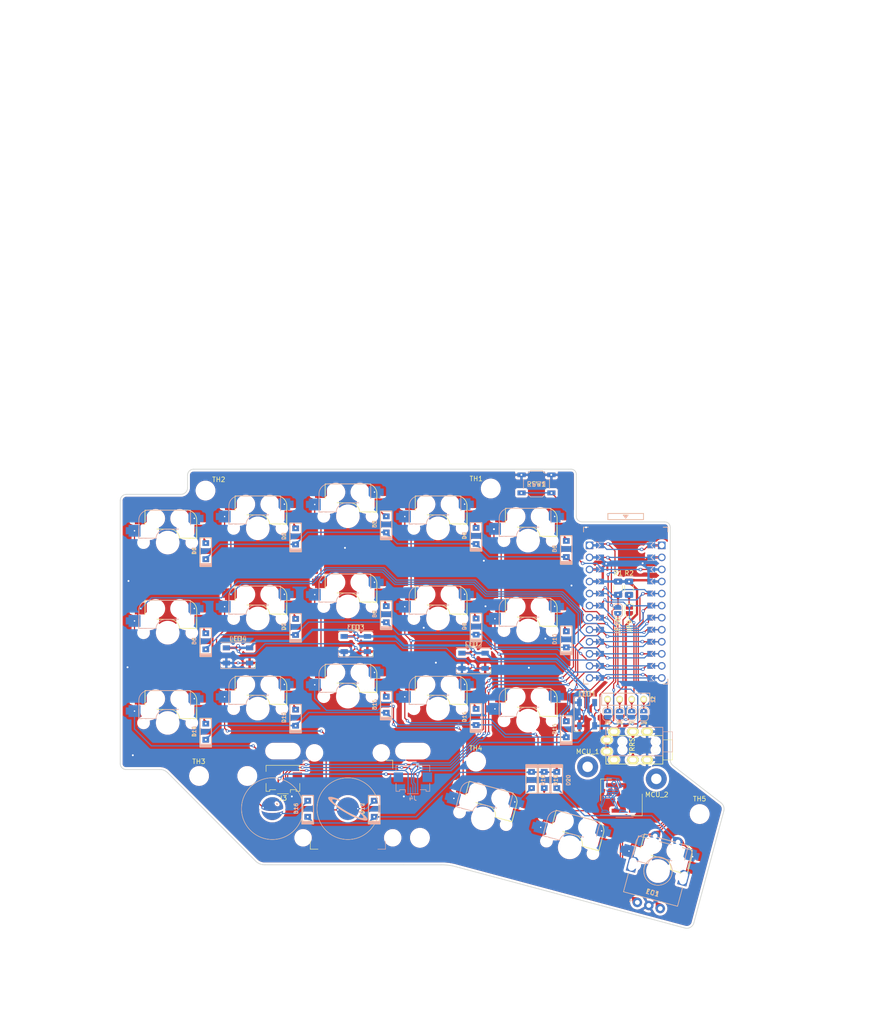
<source format=kicad_pcb>
(kicad_pcb (version 20211014) (generator pcbnew)
  (layers (0 "F.Cu" signal) (31 "B.Cu" signal) (34 "B.Paste" user) (35 "F.Paste" user) (36 "B.SilkS" user "B.Silkscreen") (37 "F.SilkS" user "F.Silkscreen") (38 "B.Mask" user) (39 "F.Mask" user) (44 "Edge.Cuts" user))
  (net 0 "")
  (net 1 "row0")
  (net 2 "row1")
  (net 3 "row2")
  (net 4 "row3")
  (net 5 "Net-(D11-Pad2)")
  (net 6 "Net-(D12-Pad2)")
  (net 7 "Net-(D13-Pad2)")
  (net 8 "Net-(D14-Pad2)")
  (net 9 "Net-(D15-Pad2)")
  (net 10 "Net-(D16-Pad2)")
  (net 11 "Net-(D17-Pad2)")
  (net 12 "Net-(D18-Pad2)")
  (net 13 "GND")
  (net 14 "col0")
  (net 15 "col1")
  (net 16 "col2")
  (net 17 "col3")
  (net 18 "SDA")
  (net 19 "LED")
  (net 20 "SCL")
  (net 21 "DATA")
  (net 22 "ENCB")
  (net 23 "ENCA")
  (net 24 "unconnected-(U1-Pad24)")
  (net 25 "Net-(J2-Pad1)")
  (net 26 "Net-(J2-Pad2)")
  (net 27 "Net-(J2-Pad3)")
  (net 28 "Net-(J2-Pad4)")
  (net 29 "Net-(D9-Pad2)")
  (net 30 "Net-(D8-Pad2)")
  (net 31 "Net-(D7-Pad2)")
  (net 32 "Net-(D6-Pad2)")
  (net 33 "Net-(D5-Pad2)")
  (net 34 "Net-(D4-Pad2)")
  (net 35 "Net-(D3-Pad2)")
  (net 36 "Net-(D2-Pad2)")
  (net 37 "Net-(D10-Pad2)")
  (net 38 "Net-(D1-Pad2)")
  (net 39 "Net-(LED1-Pad2)")
  (net 40 "sw_row")
  (net 41 "col4")
  (net 42 "Net-(D19-Pad2)")
  (net 43 "Net-(J1-Pad4)")
  (net 44 "Net-(LED2-Pad2)")
  (net 45 "Axis_Y")
  (net 46 "Axis_X")
  (net 47 "Net-(LED3-Pad2)")
  (net 48 "unconnected-(LED4-Pad2)")
  (net 49 "Net-(J1-Pad2)")
  (net 50 "VCC")
  (net 51 "BT")
  (net 52 "RST")
  (footprint "jw_custom_footprint:Molex_200528-0050_1x05-1MP_P0.5mm_Horizontal" (layer "F.Cu") (at 132.236196 125.259803 180)
    (fp_text reference "J3")
    (fp_text value "Conn_01x05_Female")
  )
  (footprint "jw_custom_footprint:CherryMX_Hotswap" (layer "F.Cu") (at 211.328622 143.231743 -15)
    (fp_text reference "SW20" hide)
    (fp_text value "SW20")
  )
  (footprint "Jumper:SolderJumper-2_P1.3mm_Open_RoundedPad1.0x1.5mm" (layer "F.Cu") (at 208.324277 110.155229 -90)
    (fp_text reference "JP8")
    (fp_text value "JP8")
  )
  (footprint "MountingHole:MountingHole_2.7mm_M2.5" (layer "F.Cu") (at 152.982592 118.319969 180)
    (fp_text reference "JS_HOLE_1" hide)
    (fp_text value "HOLE")
  )
  (footprint "jw_custom_footprint:CherryMX_Hotswap" (layer "F.Cu") (at 126.936966 71.003075)
    (fp_text reference "SW2" hide)
    (fp_text value "SW2")
  )
  (footprint "jw_custom_footprint:Diode_SOD123_THT_2" (layer "F.Cu") (at 172.962028 110.759228 90)
    (fp_text reference "D14")
    (fp_text value "D")
  )
  (footprint "MountingHole:MountingHole_3.2mm_M3" (layer "F.Cu") (at 176.060016 62.6108)
    (fp_text reference "TH1")
    (fp_text value "HOLE")
  )
  (footprint "MountingHole:MountingHole_3.2mm_M3" (layer "F.Cu") (at 115.911016 63.0438)
    (fp_text reference "TH2")
    (fp_text value "HOLE")
  )
  (footprint "jw_custom_footprint:Diode_SOD123_THT_2" (layer "F.Cu") (at 154.012628 70.171628 90)
    (fp_text reference "D3")
    (fp_text value "D")
  )
  (footprint "jw_custom_footprint:CherryMX_Hotswap" (layer "F.Cu") (at 183.936264 92.547875)
    (fp_text reference "SW10" hide)
    (fp_text value "SW10")
  )
  (footprint "jw_custom_footprint:Diode_SOD123_THT_2" (layer "F.Cu") (at 134.909078 91.784428 90)
    (fp_text reference "D7")
    (fp_text value "D")
  )
  (footprint "jw_custom_footprint:Diode_SOD123_THT_2" (layer "F.Cu") (at 115.962228 75.809828 90)
    (fp_text reference "D1")
    (fp_text value "D")
  )
  (footprint "jw_custom_footprint:Diode_SOD123_THT_2" (layer "F.Cu") (at 191.984878 75.350428 90)
    (fp_text reference "D5")
    (fp_text value "D")
  )
  (footprint "Jumper:SolderJumper-2_P1.3mm_Open_RoundedPad1.0x1.5mm" (layer "F.Cu") (at 205.784277 110.155229 -90)
    (fp_text reference "JP7")
    (fp_text value "JP7")
  )
  (footprint "jw_custom_footprint:Diode_SOD123_THT_2" (layer "F.Cu") (at 154.012628 108.168028 90)
    (fp_text reference "D13")
    (fp_text value "D")
  )
  (footprint "jw_custom_footprint:CherryMX_Hotswap" (layer "F.Cu") (at 145.936366 68.462315)
    (fp_text reference "SW3" hide)
    (fp_text value "SW3")
  )
  (footprint "SofleKeyboard-footprint:OLED_4Pin" (layer "F.Cu") (at 200.704277 107.019302)
    (fp_text reference "J2")
    (fp_text value "OLED" hide)
  )
  (footprint "jw_custom_footprint:R_1206_DoubleSided" (layer "F.Cu") (at 202.900798 83.618547 -90)
    (fp_text reference "R1")
    (fp_text value "R")
  )
  (footprint "jw_custom_footprint:CherryMX_Hotswap" (layer "F.Cu") (at 183.936264 111.542875)
    (fp_text reference "SW15" hide)
    (fp_text value "SW15")
  )
  (footprint "jw_custom_footprint:CherryMX_Hotswap" (layer "F.Cu") (at 107.936766 112.003475)
    (fp_text reference "SW11" hide)
    (fp_text value "SW11")
  )
  (footprint "jw_custom_footprint:RotaryEncoder_Alps_EC11E-Switch_Vertical_H20mm" (layer "F.Cu") (at 211.328622 143.231745 165)
    (fp_text reference "EC1")
    (fp_text value "Rotary_Encoder_Switch")
  )
  (footprint "jw_custom_footprint:CherryMX_Hotswap" (layer "F.Cu") (at 145.936366 106.462475)
    (fp_text reference "SW13" hide)
    (fp_text value "SW13")
  )
  (footprint "jw_custom_footprint:CherryMX_Hotswap" (layer "F.Cu") (at 164.936566 71.002515)
    (fp_text reference "SW4" hide)
    (fp_text value "SW4")
  )
  (footprint "Jumper:SolderJumper-2_P1.3mm_Open_RoundedPad1.0x1.5mm" (layer "F.Cu") (at 203.244277 110.155229 -90)
    (fp_text reference "JP6")
    (fp_text value "JP6")
  )
  (footprint "MountingHole:MountingHole_3.2mm_M3" (layer "F.Cu") (at 161.125626 136.220177)
    (fp_text reference "JY_BT_2" hide)
    (fp_text value "HOLE")
  )
  (footprint "jw_custom_footprint:LED_WS2812B_PLCC4_5.0x5.0mm_P3.2mm_double_side" (layer "F.Cu") (at 172.431 98.9076)
    (fp_text reference "LED2")
    (fp_text value "WS2812B")
  )
  (footprint "jw_custom_footprint:CherryMX_Hotswap" (layer "F.Cu") (at 164.936566 109.002875)
    (fp_text reference "SW14" hide)
    (fp_text value "SW14")
  )
  (footprint "jw_custom_footprint:CherryMX_Hotswap" (layer "F.Cu") (at 192.710422 138.240826 -15)
    (fp_text reference "SW19" hide)
    (fp_text value "SW19")
  )
  (footprint "MountingHole:MountingHole_3.2mm_M3" (layer "F.Cu") (at 124.714 123.19)
    (fp_text reference "JY_BT_1" hide)
    (fp_text value "HOLE")
  )
  (footprint "jw_custom_footprint:Diode_SOD123_THT_2" (layer "F.Cu") (at 151.4856 130.1018 90)
    (fp_text reference "D17")
    (fp_text value "D")
  )
  (footprint "jw_custom_footprint:Mounting_Hole_7x3mm" (layer "F.Cu") (at 159.636337 117.944)
    (fp_text reference "JY_CABLE_2" hide)
    (fp_text value "HOLE")
  )
  (footprint "jw_custom_footprint:LED_WS2812B_PLCC4_5.0x5.0mm_P3.2mm_double_side" (layer "F.Cu") (at 196.3674 110.179114 -90)
    (fp_text reference "LED1")
    (fp_text value "WS2812B")
  )
  (footprint "jw_custom_footprint:CherryMX_Hotswap" (layer "F.Cu") (at 174.3964 132.1308 -15)
    (fp_text reference "SW18" hide)
    (fp_text value "SW18")
  )
  (footprint "jw_custom_footprint:CherryMX_Hotswap" (layer "F.Cu") (at 126.936966 90.002675)
    (fp_text reference "SW7" hide)
    (fp_text value "SW7")
  )
  (footprint "jw_custom_image:star_wars_at_st_text_f.cu" (layer "F.Cu") (at 203.8096 127.762)
    (fp_text reference "REF**" hide)
    (fp_text value "star_wars_at_st_text_f.cu")
  )
  (footprint "jw_custom_footprint:contact_button_pad_death_star_5mm_dual_side" (layer "F.Cu") (at 129.9972 130.0817)
    (fp_text reference "SW16" hide)
    (fp_text value "SW_Contact_Pad")
  )
  (footprint "jw_custom_footprint:CherryMX_Hotswap" (layer "F.Cu") (at 107.936766 74.002675)
    (fp_text reference "SW1" hide)
    (fp_text value "SW1")
  )
  (footprint "jw_custom_footprint:CherryMX_Hotswap" (layer "F.Cu") (at 145.936366 87.462275)
    (fp_text reference "SW8" hide)
    (fp_text value "SW8")
  )
  (footprint "MountingHole:MountingHole_2.7mm_M2.5" (layer "F.Cu") (at 138.887081 118.319459 180)
    (fp_text reference "JS_HOLE_2" hide)
    (fp_text value "HOLE")
  )
  (footprint "jw_custom_footprint:Diode_SOD123_THT_2" (layer "F.Cu") (at 191.984878 113.350028 90)
    (fp_text reference "D15")
    (fp_text value "D")
  )
  (footprint "jw_custom_footprint:Diode_SOD123_THT_2" (layer "F.Cu") (at 115.962228 113.861428 90)
    (fp_text reference "D11")
    (fp_text value "D")
  )
  (footprint "MountingHole:MountingHole_3.2mm_M3" (layer "F.Cu") (at 172.974 120.142)
    (fp_text reference "TH4")
    (fp_text value "HOLE")
  )
  (footprint "MountingHole:MountingHole_2.2mm_M2_Pad" (layer "F.Cu") (at 196.4944 121.2596)
    (fp_text reference "MCU_1")
    (fp_text value "HOLE")
  )
  (footprint "jw_custom_footprint:LED_WS2812B_PLCC4_5.0x5.0mm_P3.2mm_double_side" (layer "F.Cu") (at 147.5946 95.377)
    (fp_text reference "LED3")
    (fp_text value "WS2812B")
  )
  (footprint "jw_custom_footprint:Diode_SOD123_THT_2" (layer "F.Cu") (at 172.962028 91.708028 90)
    (fp_text reference "D9")
    (fp_text value "D")
  )
  (footprint "jw_custom_footprint:MJ-4PP-9" (layer "F.Cu") (at 212.337338 117.685915 -90)
    (fp_text reference "J1")
    (fp_text value "4PIN" hide)
  )
  (footprint "MountingHole:MountingHole_2.2mm_M2_Pad" (layer "F.Cu") (at 210.9724 123.7996)
    (fp_text reference "MCU_2")
    (fp_text value "HOLE")
  )
  (footprint "MountingHole:MountingHole_2.7mm_M2.5" (layer "F.Cu") (at 136.486592 136.219577 180)
    (fp_text reference "JS_HOLE_3" hide)
    (fp_text value "HOLE")
  )
  (footprint "Jumper:SolderJumper-2_P1.3mm_Open_RoundedPad1.0x1.5mm" (layer "F.Cu") (at 202.840881 88.287313 90)
    (fp_text reference "JP10")
    (fp_text value "IC2SDA")
  )
  (footprint "MountingHole:MountingHole_3.2mm_M3" (layer "F.Cu") (at 220.1164 131.2164)
    (fp_text reference "TH5")
    (fp_text value "HOLE")
  )
  (footprint "jw_custom_footprint:LED_WS2812B_PLCC4_5.0x5.0mm_P3.2mm_double_side" (layer "F.Cu") (at 122.7582 97.79)
    (fp_text reference "LED4")
    (fp_text value "WS2812B")
  )
  (footprint "jw_custom_footprint:Diode_SOD123_THT_2" (layer "F.Cu") (at 154.012628 89.1028 90)
    (fp_text reference "D8")
    (fp_text value "D")
  )
  (footprint "jw_custom_footprint:contact_button_pad_planet_5mm_dual_side" (layer "F.Cu") (at 145.923 130.0817)
    (fp_text reference "SW17" hide)
    (fp_text value "SW_Contact_Pad")
  )
  (footprint "jw_custom_footprint:CherryMX_Hotswap" (layer "F.Cu") (at 164.936566 90.002475)
    (fp_text reference "SW9" hide)
    (fp_text value "SW9")
  )
  (footprint "jw_custom_footprint:CherryMX_Hotswap" (layer "F.Cu") (at 183.936264 73.594075)
    (fp_text reference "SW5" hide)
    (fp_text value "SW5")
  )
  (footprint "Jumper:SolderJumper-2_P1.3mm_Open_RoundedPad1.0x1.5mm" (layer "F.Cu") (at 205.297168 88.287313 90)
    (fp_text reference "JP9")
    (fp_text value "I2CSCL")
  )
  (footprint "jw_custom_footprint:Diode_SOD123_THT_2" (layer "F.Cu") (at 191.984878 94.400428 90)
    (fp_text reference "D10")
    (fp_text value "D")
  )
  (footprint "MountingHole:MountingHole_3.2mm_M3" (layer "F.Cu") (at 114.554 123.19)
    (fp_text reference "TH3")
    (fp_text value "HOLE")
  )
  (footprint "jw_custom_footprint:Diode_SOD123_THT_2" (layer "F.Cu") (at 115.962228 94.810228 90)
    (fp_text reference "D6")
    (fp_text value "D")
  )
  (footprint "jw_custom_footprint:Diode_SOD123_THT_2" (layer "F.Cu") (at 134.909078 72.708628 90)
    (fp_text reference "D2")
    (fp_text value "D")
  )
  (footprint "jw_custom_footprint:Diode_SOD123_THT_2" (layer "F.Cu") (at 134.909078 110.911028 90)
    (fp_text reference "D12")
    (fp_text value "D")
  )
  (footprint "jw_custom_footprint:Diode_SOD123_THT_2" (layer "F.Cu") (at 172.962028 72.596 90)
    (fp_text reference "D4")
    (fp_text value "D")
  )
  (footprint "MountingHole:MountingHole_2.7mm_M2.5" (layer "F.Cu") (at 155.386392 136.220177 180)
    (fp_text reference "JS_HOLE_4" hide)
    (fp_text value "HOLE")
  )
  (footprint "jw_custom_footprint:Diode_SOD123_THT_2" (layer "F.Cu") (at 184.667111 124.035915 -90)
    (fp_text reference "D18")
    (fp_text value "D")
  )
  (footprint "jw_custom_footprint:CherryMX_Hotswap" (layer "F.Cu") (at 107.936766 93.003075)
    (fp_text reference "SW6" hide)
    (fp_text value "SW6")
  )
  (footprint "jw_custom_footprint:R_1206_DoubleSided" (layer "F.Cu") (at 205.225898 83.618547 -90)
    (fp_text reference "R2")
    (fp_text value "R")
  )
  (footprint "Button_Switch_SMD:SW_SPST_TL3342" (layer "F.Cu") (at 185.6994 61.62439)
    (fp_text reference "RSW1")
    (fp_text value "SW_RST")
  )
  (footprint "Jumper:SolderJumper-2_P1.3mm_Open_RoundedPad1.0x1.5mm" (layer "F.Cu") (at 200.704277 110.155229 -90)
    (fp_text reference "JP5")
    (fp_text value "JP5")
  )
  (footprint "jw_custom_footprint:Mounting_Hole_7x3mm" (layer "F.Cu") (at 132.236141 117.944)
    (fp_text reference "JY_CABLE_1" hide)
    (fp_text value "HOLE")
  )
  (footprint "jw_custom_footprint:Diode_SOD123_THT_2" (layer "F.Cu") (at 189.98445 124.035915 -90)
    (fp_text reference "D20")
    (fp_text value "D")
  )
  (footprint "jw_custom_footprint:Nintendo_Switch_JOYSTICK" (layer "F.Cu") (at 145.936592 129.219854)
    (fp_text reference "REF**" hide)
    (fp_text value "Nintendo_Switch_JOYSTICK")
  )
  (footprint "jw_custom_footprint:Diode_SOD123_THT_2" (layer "F.Cu") (at 187.32578 124.035915 -90)
    (fp_text reference "D19")
    (fp_text value "D")
  )
  (footprint "jw_custom_footprint:Diode_SOD123_THT_2" (layer "F.Cu") (at 137.4648 130.1018 90)
    (fp_text reference "D16")
    (fp_text value "D")
  )
  (footprint "jw_custom_footprint:CherryMX_Hotswap" (layer "F.Cu") (at 126.936966 109.002275)
    (fp_text reference "SW12" hide)
    (fp_text value "SW12")
  )
  (footprint "jw_custom_footprint:Nintendo_Switch_JOYSTICK" (layer "B.Cu") (at 145.936592 129.219854 180)
    (fp_text reference "REF**" hide)
    (fp_text value "Nintendo_Switch_JOYSTICK")
  )
  (footprint "Button_Switch_SMD:SW_SPST_TL3342" (layer "B.Cu") (at 185.6994 61.62439 180)
    (fp_text reference "RSW2")
    (fp_text value "SW_RST")
  )
  (footprint "Jumper:SolderJumper-2_P1.3mm_Open_RoundedPad1.0x1.5mm" (layer "B.Cu") (at 205.784277 110.155229 -90)
    (fp_text reference "JP3")
    (fp_text value "JP3")
  )
  (footprint "Jumper:SolderJumper-2_P1.3mm_Open_RoundedPad1.0x1.5mm" (layer "B.Cu") (at 202.840881 88.287313 90)
    (fp_text reference "JP11")
    (fp_text value "Serial")
  )
  (footprint "jw_custom_footprint:ProMicro_jumper_pad_only" (layer "B.Cu") (at 204.123277 88.937815 180)
    (fp_text reference "U1" hide)
    (fp_text value "ProMicro" hide)
  )
  (footprint "jw_custom_footprint:Molex_200528-0050_1x05-1MP_P0.5mm_Horizontal" (layer "B.Cu") (at 159.636337 125.259803)
    (fp_text reference "J4")
    (fp_text value "Conn_01x05_Female")
  )
  (footprint "Jumper:SolderJumper-2_P1.3mm_Open_RoundedPad1.0x1.5mm" (layer "B.Cu") (at 208.324277 110.155229 -90)
    (fp_text reference "JP4")
    (fp_text value "JP4")
  )
  (footprint "Jumper:SolderJumper-2_P1.3mm_Open_RoundedPad1.0x1.5mm" (layer "B.Cu") (at 203.244277 110.155229 -90)
    (fp_text reference "JP2")
    (fp_text value "JP2")
  )
  (footprint "jw_custom_image:star_wars_at-st_b.cu_9mm" (layer "B.Cu") (at 201.542156 127.694951 180)
    (fp_text reference "REF**")
    (fp_text value "star_wars_at-st_b.cu_9mm")
  )
  (footprint "Jumper:SolderJumper-2_P1.3mm_Open_RoundedPad1.0x1.5mm" (layer "B.Cu") (at 200.704277 110.155229 -90)
    (fp_text reference "JP1")
    (fp_text value "JP1")
  )
  (gr_arc (start 112.121514 59.7789) (mid 112.499638 58.910193) (end 113.369311 58.5343) (layer "Edge.Cuts") (width 0.15))
  (gr_arc (start 112.125002 62.44071) (mid 111.714207 63.427475) (end 110.727711 63.838915) (layer "Edge.Cuts") (width 0.15))
  (gr_line (start 224.5614 128.8034) (end 214.461347 120.981192) (layer "Edge.Cuts") (width 0.15))
  (gr_line (start 106.2306 121.8228) (end 99.06 121.8228) (layer "Edge.Cuts") (width 0.15))
  (gr_line (start 126.4412 141.097) (end 107.95 122.536) (layer "Edge.Cuts") (width 0.15))
  (gr_line (start 218.8718 154.2288) (end 225.2218 130.5306) (layer "Edge.Cuts") (width 0.15))
  (gr_line (start 99.348511 63.838915) (end 110.727711 63.838915) (layer "Edge.Cuts") (width 0.15))
  (gr_arc (start 99.06 121.8228) (mid 98.27196 121.451057) (end 97.929166 120.65) (layer "Edge.Cuts") (width 0.15))
  (gr_arc (start 128.4732 141.912181) (mid 127.370426 141.720889) (end 126.4412 141.097) (layer "Edge.Cuts") (width 0.15))
  (gr_line (start 216.916 155.2194) (end 168.795573 142.3468) (layer "Edge.Cuts") (width 0.15))
  (gr_line (start 165.608 141.920181) (end 128.4732 141.912181) (layer "Edge.Cuts") (width 0.15))
  (gr_line (start 194.100178 59.6392) (end 194.100178 68.43511) (layer "Edge.Cuts") (width 0.15))
  (gr_arc (start 106.2306 121.8228) (mid 107.166545 121.995577) (end 107.95 122.536) (layer "Edge.Cuts") (width 0.15))
  (gr_line (start 212.737616 69.648249) (end 195.313317 69.648249) (layer "Edge.Cuts") (width 0.15))
  (gr_arc (start 214.461347 120.981192) (mid 214.068531 120.469331) (end 213.906016 119.844915) (layer "Edge.Cuts") (width 0.15))
  (gr_line (start 112.121514 59.7789) (end 112.125002 62.44071) (layer "Edge.Cuts") (width 0.15))
  (gr_arc (start 218.8718 154.2288) (mid 218.097658 155.126393) (end 216.916 155.2194) (layer "Edge.Cuts") (width 0.15))
  (gr_arc (start 195.313317 69.648249) (mid 194.455484 69.292935) (end 194.100178 68.43511) (layer "Edge.Cuts") (width 0.15))
  (gr_arc (start 97.929166 65.13311) (mid 98.36127 64.181603) (end 99.348511 63.838915) (layer "Edge.Cuts") (width 0.15))
  (gr_arc (start 212.737616 69.648249) (mid 213.576626 69.976594) (end 213.906016 70.8152) (layer "Edge.Cuts") (width 0.15))
  (gr_arc (start 165.608 141.920181) (mid 167.217637 142.01506) (end 168.795573 142.3468) (layer "Edge.Cuts") (width 0.15))
  (gr_arc (start 192.972911 58.534504) (mid 193.774821 58.843706) (end 194.100178 59.6392) (layer "Edge.Cuts") (width 0.15))
  (gr_line (start 192.972911 58.534504) (end 113.369311 58.5343) (layer "Edge.Cuts") (width 0.15))
  (gr_line (start 213.906016 119.844915) (end 213.906016 70.8152) (layer "Edge.Cuts") (width 0.15))
  (gr_arc (start 224.5614 128.8034) (mid 225.15708 129.565493) (end 225.2218 130.5306) (layer "Edge.Cuts") (width 0.15))
  (gr_line (start 97.929166 65.13311) (end 97.929166 120.65) (layer "Edge.Cuts") (width 0.15))
  (segment (start 200.48652 89.839693) (end 199.691155 89.839693) (width 0.25) (layer "F.Cu") (net 1))
  (segment (start 195.4276 80.44315) (end 191.984878 77.000428) (width 0.25) (layer "F.Cu") (net 1))
  (segment (start 198.395862 88.5444) (end 196.0372 88.5444) (width 0.25) (layer "F.Cu") (net 1))
  (segment (start 199.678277 89.826815) (end 198.395862 88.5444) (width 0.25) (layer "F.Cu") (net 1))
  (segment (start 196.0372 88.5444) (end 195.4276 87.9348) (width 0.25) (layer "F.Cu") (net 1))
  (segment (start 195.4276 87.9348) (end 195.4276 80.44315) (width 0.25) (layer "F.Cu") (net 1))
  (via (at 200.48652 89.839693) (size 0.6) (drill 0.3) (layers "F.Cu" "B.Cu") (net 1))
  (segment (start 202.710827 92.064) (end 207.093092 92.064) (width 0.25) (layer "B.Cu") (net 1))
  (segment (start 156.338 74.246) (end 172.962028 74.246) (width 0.25) (layer "B.Cu") (net 1))
  (segment (start 137.446078 71.821628) (end 134.909078 74.358628) (width 0.25) (layer "B.Cu") (net 1))
  (segment (start 207.093092 92.064) (end 209.330277 89.826815) (width 0.25) (layer "B.Cu") (net 1))
  (segment (start 119.063428 74.358628) (end 115.962228 77.459828) (width 0.25) (layer "B.Cu") (net 1))
  (segment (start 154.013628 71.921628) (end 156.338 74.246) (width 0.25) (layer "B.Cu") (net 1))
  (segment (start 175.716456 77.000428) (end 191.984878 77.000428) (width 0.25) (layer "B.Cu") (net 1))
  (segment (start 200.48652 89.839693) (end 202.710827 92.064) (width 0.25) (layer "B.Cu") (net 1))
  (segment (start 134.909078 74.358628) (end 119.063428 74.358628) (width 0.25) (layer "B.Cu") (net 1))
  (segment (start 154.012628 71.821628) (end 137.446078 71.821628) (width 0.25) (layer "B.Cu") (net 1))
  (segment (start 175.716456 77.000428) (end 172.962028 74.246) (width 0.25) (layer "B.Cu") (net 1))
  (segment (start 196.3933 98.7552) (end 198.369892 98.7552) (width 0.25) (layer "F.Cu") (net 2))
  (segment (start 200.529462 98.298) (end 199.678277 97.446815) (width 0.25) (layer "F.Cu") (net 2))
  (segment (start 198.369892 98.7552) (end 199.678277 97.446815) (width 0.25) (layer "F.Cu") (net 2))
  (segment (start 195.0217 97.3836) (end 196.3933 98.7552) (width 0.25) (layer "F.Cu") (net 2))
  (segment (start 200.66 98.298) (end 200.529462 98.298) (width 0.25) (layer "F.Cu") (net 2))
  (via (at 195.0217 97.3836) (size 0.6) (drill 0.3) (layers "F.Cu" "B.Cu") (net 2))
  (via (at 200.66 98.298) (size 0.7) (drill 0.4) (layers "F.Cu" "B.Cu") (net 2))
  (segment (start 115.962228 96.460228) (end 118.988028 93.434428) (width 0.25) (layer "B.Cu") (net 2))
  (segment (start 176.950824 96.050428) (end 193.688528 96.050428) (width 0.25) (layer "B.Cu") (net 2))
  (segment (start 134.959078 93.434428) (end 137.640706 90.7528) (width 0.25) (layer "B.Cu") (net 2))
  (segment (start 118.988028 93.434428) (end 134.959078 93.434428) (width 0.25) (layer "B.Cu") (net 2))
  (segment (start 154.012628 90.7528) (end 156.617856 93.358028) (width 0.25) (layer "B.Cu") (net 2))
  (segment (start 208.479092 98.298) (end 209.330277 97.446815) (width 0.25) (layer "B.Cu") (net 2))
  (segment (start 137.640706 90.7528) (end 154.012628 90.7528) (width 0.25) (layer "B.Cu") (net 2))
  (segment (start 174.258424 93.358028) (end 176.950824 96.050428) (width 0.25) (layer "B.Cu") (net 2))
  (segment (start 193.688528 96.050428) (end 195.0217 97.3836) (width 0.25) (layer "B.Cu") (net 2))
  (segment (start 173.039028 93.358028) (end 174.258424 93.358028) (width 0.25) (layer "B.Cu") (net 2))
  (segment (start 200.66 98.298) (end 208.479092 98.298) (width 0.25) (layer "B.Cu") (net 2))
  (segment (start 156.617856 93.358028) (end 172.962028 93.358028) (width 0.25) (layer "B.Cu") (net 2))
  (segment (start 195.953285 101.277515) (end 198.387577 101.277515) (width 0.25) (layer "F.Cu") (net 3))
  (segment (start 194.1576 104.4299) (end 194.1576 103.0732) (width 0.25) (layer "F.Cu") (net 3))
  (segment (start 194.1576 103.0732) (end 195.953285 101.277515) (width 0.25) (layer "F.Cu") (net 3))
  (segment (start 200.622185 99.986815) (end 199.678277 99.986815) (width 0.25) (layer "F.Cu") (net 3))
  (segment (start 200.66 99.949) (end 200.622185 99.986815) (width 0.25) (layer "F.Cu") (net 3))
  (segment (start 198.387577 101.277515) (end 199.678277 99.986815) (width 0.25) (layer "F.Cu") (net 3))
  (via (at 200.66 99.949) (size 0.7) (drill 0.4) (layers "F.Cu" "B.Cu") (net 3))
  (via (at 194.1576 104.4299) (size 0.6) (drill 0.3) (layers "F.Cu" "B.Cu") (net 3))
  (segment (start 176.468028 112.409228) (end 179.058828 115.000028) (width 0.25) (layer "B.Cu") (net 3))
  (segment (start 173.039028 112.409228) (end 176.468028 112.409228) (width 0.25) (layer "B.Cu") (net 3))
  (segment (start 137.652078 109.818028) (end 134.909078 112.561028) (width 0.25) (layer "B.Cu") (net 3))
  (segment (start 179.058828 115.000028) (end 191.984878 115.000028) (width 0.25) (layer "B.Cu") (net 3))
  (segment (start 156.603828 112.409228) (end 154.012628 109.818028) (width 0.25) (layer "B.Cu") (net 3))
  (segment (start 192.7352 108.637196) (end 192.7352 105.887484) (width 0.25) (layer "B.Cu") (net 3))
  (segment (start 200.697815 99.986815) (end 209.330277 99.986815) (width 0.25) (layer "B.Cu") (net 3))
  (segment (start 191.984878 114.311678) (end 190.8992 113.226) (width 0.25) (layer "B.Cu") (net 3))
  (segment (start 172.962028 112.409228) (end 156.603828 112.409228) (width 0.25) (layer "B.Cu") (net 3))
  (segment (start 200.66 99.949) (end 200.697815 99.986815) (width 0.25) (layer "B.Cu") (net 3))
  (segment (start 191.984878 115.000028) (end 191.984878 114.311678) (width 0.25) (layer "B.Cu") (net 3))
  (segment (start 118.912628 112.561028) (end 115.962228 115.511428) (width 0.25) (layer "B.Cu") (net 3))
  (segment (start 154.012628 109.818028) (end 137.652078 109.818028) (width 0.25) (layer "B.Cu") (net 3))
  (segment (start 190.8992 110.473196) (end 192.7352 108.637196) (width 0.25) (layer "B.Cu") (net 3))
  (segment (start 190.8992 113.226) (end 190.8992 110.473196) (width 0.25) (layer "B.Cu") (net 3))
  (segment (start 194.1576 104.465084) (end 194.1576 104.4299) (width 0.25) (layer "B.Cu") (net 3))
  (segment (start 134.909078 112.561028) (end 118.912628 112.561028) (width 0.25) (layer "B.Cu") (net 3))
  (segment (start 192.7352 105.887484) (end 194.1576 104.465084) (width 0.25) (layer "B.Cu") (net 3))
  (segment (start 197.150692 105.0544) (end 199.678277 102.526815) (width 0.25) (layer "F.Cu") (net 4))
  (segment (start 190.4492 114.1984) (end 189.98445 114.66315) (width 0.25) (layer "F.Cu") (net 4))
  (segment (start 192.7352 105.0036) (end 192.786 105.0544) (width 0.25) (layer "F.Cu") (net 4))
  (segment (start 189.98445 114.66315) (end 189.98445 122.385915) (width 0.25) (layer "F.Cu") (net 4))
  (segment (start 200.850785 102.526815) (end 199.678277 102.526815) (width 0.25) (layer "F.Cu") (net 4))
  (segment (start 200.8632 102.5144) (end 200.850785 102.526815) (width 0.25) (layer "F.Cu") (net 4))
  (segment (start 192.786 105.0544) (end 197.150692 105.0544) (width 0.25) (layer "F.Cu") (net 4))
  (via (at 200.8632 102.5144) (size 0.7) (drill 0.4) (layers "F.Cu" "B.Cu") (net 4))
  (via (at 192.7352 105.0036) (size 0.6) (drill 0.3) (layers "F.Cu" "B.Cu") (net 4))
  (via (at 190.4492 114.1984) (size 0.6) (drill 0.3) (layers "F.Cu" "B.Cu") (net 4))
  (segment (start 138.759 133.096) (end 137.4648 131.8018) (width 0.25) (layer "B.Cu") (net 4))
  (segment (start 192.2852 105.4536) (end 192.7352 105.0036) (width 0.25) (layer "B.Cu") (net 4))
  (segment (start 160.2982 131.8018) (end 169.672 122.428) (width 0.25) (layer "B.Cu") (net 4))
  (segment (start 151.4856 131.8018) (end 150.1914 133.096) (width 0.25) (layer "B.Cu") (net 4))
  (segment (start 151.4856 131.8018) (end 160.2982 131.8018) (width 0.25) (layer "B.Cu") (net 4))
  (segment (start 200.875615 102.526815) (end 209.330277 102.526815) (width 0.25) (layer "B.Cu") (net 4))
  (segment (start 150.1914 133.096) (end 138.759 133.096) (width 0.25) (layer "B.Cu") (net 4))
  (segment (start 184.667111 122.385915) (end 187.32578 122.385915) (width 0.25) (layer "B.Cu") (net 4))
  (segment (start 192.2852 108.4508) (end 192.2852 105.4536) (width 0.25) (layer "B.Cu") (net 4))
  (segment (start 200.8632 102.5144) (end 200.875615 102.526815) (width 0.25) (layer "B.Cu") (net 4))
  (segment (start 187.32578 122.385915) (end 189.98445 122.385915) (width 0.25) (layer "B.Cu") (net 4))
  (segment (start 169.672 122.428) (end 184.575026 122.428) (width 0.25) (layer "B.Cu") (net 4))
  (segment (start 190.4492 110.2868) (end 192.2852 108.4508) (width 0.25) (layer "B.Cu") (net 4))
  (segment (start 190.4492 114.1984) (end 190.4492 110.2868) (width 0.25) (layer "B.Cu") (net 4))
  (segment (start 115.6208 111.82) (end 115.6208 110.263516) (width 0.25) (layer "F.Cu") (net 5))
  (segment (start 114.0968 107.453509) (end 113.547366 106.904075) (width 0.25) (layer "F.Cu") (net 5))
  (segment (start 114.0968 108.739516) (end 114.0968 107.453509) (width 0.25) (layer "F.Cu") (net 5))
  (via (at 113.547366 106.904075) (size 0.6) (drill 0.3) (layers "F.Cu" "B.Cu") (net 5))
  (segment (start 134.5692 108.87115) (end 134.5692 107.210516) (width 0.25) (layer "F.Cu") (net 6))
  (segment (start 133.0452 105.686516) (end 133.0452 104.400509) (width 0.25) (layer "F.Cu") (net 6))
  (segment (start 133.0452 104.400509) (end 132.547566 103.902875) (width 0.25) (layer "F.Cu") (net 6))
  (via (at 132.547566 103.902875) (size 0.6) (drill 0.3) (layers "F.Cu" "B.Cu") (net 6))
  (segment (start 153.67 106.1254) (end 153.67 104.772116) (width 0.25) (layer "F.Cu") (net 7))
  (segment (start 152.0444 103.146516) (end 152.0444 101.860509) (width 0.25) (layer "F.Cu") (net 7))
  (segment (start 152.0444 101.860509) (end 151.546966 101.363075) (width 0.25) (layer "F.Cu") (net 7))
  (via (at 151.546966 101.363075) (size 0.6) (drill 0.3) (layers "F.Cu" "B.Cu") (net 7))
  (segment (start 172.6184 108.7156) (end 172.6184 107.260716) (width 0.25) (layer "F.Cu") (net 8))
  (segment (start 171.0436 104.399909) (end 170.547166 103.903475) (width 0.25) (layer "F.Cu") (net 8))
  (segment (start 171.0436 105.685916) (end 171.0436 104.399909) (width 0.25) (layer "F.Cu") (net 8))
  (via (at 170.547166 103.903475) (size 0.6) (drill 0.3) (layers "F.Cu" "B.Cu") (net 8))
  (segment (start 190.1444 107.041011) (end 189.546864 106.443475) (width 0.25) (layer "F.Cu") (net 9))
  (segment (start 191.6684 111.33355) (end 191.6684 109.851018) (width 0.25) (layer "F.Cu") (net 9))
  (segment (start 190.1444 108.327018) (end 190.1444 107.041011) (width 0.25) (layer "F.Cu") (net 9))
  (via (at 189.546864 106.443475) (size 0.6) (drill 0.3) (layers "F.Cu" "B.Cu") (net 9))
  (segment (start 131.826 131.0977) (end 134.7689 131.0977) (width 0.25) (layer "B.Cu") (net 10))
  (segment (start 134.7689 131.0977) (end 137.4648 128.4018) (width 0.25) (layer "B.Cu") (net 10))
  (segment (start 149.8057 130.0817) (end 151.4856 128.4018) (width 0.25) (layer "B.Cu") (net 11))
  (segment (start 148.0312 130.0817) (end 149.8057 130.0817) (width 0.25) (layer "B.Cu") (net 11))
  (segment (start 181.72119 129.242833) (end 181.135645 128.657288) (width 0.25) (layer "F.Cu") (net 12))
  (segment (start 181.72119 131.490169) (end 181.72119 129.242833) (width 0.25) (layer "F.Cu") (net 12))
  (via (at 181.135645 128.657288) (size 0.6) (drill 0.3) (layers "F.Cu" "B.Cu") (net 12))
  (segment (start 182.1688 128.184226) (end 184.659216 125.69381) (width 0.25) (layer "B.Cu") (net 12))
  (segment (start 208.091966 78.365126) (end 209.330277 77.126815) (width 0.5) (layer "F.Cu") (net 13))
  (segment (start 200.406 78.468315) (end 199.678277 79.196038) (width 0.5) (layer "F.Cu") (net 13))
  (segment (start 132.736196 127.144803) (end 132.736196 126.169803) (width 0.3) (layer "F.Cu") (net 13))
  (segment (start 194.7672 110.6424) (end 194.7674 110.6426) (width 0.5) (layer "F.Cu") (net 13))
  (segment (start 199.678277 79.666815) (end 199.678277 82.206815) (width 0.5) (layer "F.Cu") (net 13))
  (segment (start 134.112 127.508) (end 133.099393 127.508) (width 0.3) (layer "F.Cu") (net 13))
  (segment (start 199.678277 79.196038) (end 199.678277 79.666815) (width 0.5) (layer "F.Cu") (net 13))
  (segment (start 208.091966 78.366715) (end 208.091966 78.365126) (width 0.5) (layer "F.Cu") (net 13))
  (segment (start 133.099393 127.508) (end 132.736196 127.144803) (width 0.3) (layer "F.Cu") (net 13))
  (segment (start 194.7674 110.6426) (end 194.7674 112.629114) (width 0.5) (layer "F.Cu") (net 13))
  (via (at 187.579 94.234) (size 0.7) (drill 0.4) (layers "F.Cu" "B.Cu") (net 13))
  (via (at 193.0908 83.058) (size 0.7) (drill 0.4) (layers "F.Cu" "B.Cu") (net 13))
  (via (at 99.4664 100.2792) (size 0.7) (drill 0.4) (layers "F.Cu" "B.Cu") (net 13))
  (via (at 208.091966 78.366715) (size 0.7) (drill 0.4) (layers "F.Cu" "B.Cu") (net 13))
  (via (at 145.320711 75.11691) (size 0.7) (drill 0.4) (layers "F.Cu" "B.Cu") (net 13))
  (via (at 99.6696 82.0928) (size 0.7) (drill 0.4) (layers "F.Cu" "B.Cu") (net 13))
  (via (at 174.5996 77.8256) (size 0.7) (drill 0.4) (layers "F.Cu" "B.Cu") (net 13))
  (via (at 174.9552 87.4268) (size 0.7) (drill 0.4) (layers "F.Cu" "B.Cu") (net 13))
  (via (at 200.406 78.468315) (size 0.7) (drill 0.4) (layers "F.Cu" "B.Cu") (net 13))
  (via (at 184.0992 100.3808) (size 0.7) (drill 0.4) (layers "F.Cu" "B.Cu") (net 13))
  (via (at 188.82615 59.726105) (size 0.7) (drill 0.4) (layers "F.Cu" "B.Cu") (net 13))
  (via (at 182.52695 59.726105) (size 0.7) (drill 0.4) (layers "F.Cu" "B.Cu") (net 13))
  (via (at 100.584 118.8212) (size 0.7) (drill 0.4) (layers "F.Cu" "B.Cu") (net 13))
  (via (at 157.734 127.508) (size 0.7) (drill 0.4) (layers "F.Cu" "B.Cu") (net 13))
  (via (at 161.925 91.948) (size 0.7) (drill 0.4) (layers "F.Cu" "B.Cu") (net 13))
  (via (at 134.112 127.508) (size 0.7) (drill 0.4) (layers "F.Cu" "B.Cu") (net 13))
  (via (at 164.4904 99.314) (size 0.7) (drill 0.4) (layers "F.Cu" "B.Cu") (net 13))
  (via (at 196.153966 70.797515) (size 0.7) (drill 0.4) (layers "F.Cu" "B.Cu") (net 13))
  (via (at 194.7672 110.6424) (size 0.7) (drill 0.4) (layers "F.Cu" "B.Cu") (net 13))
  (segment (start 157.734 127.508) (end 158.77314 127.508) (width 0.3) (layer "B.Cu") (net 13))
  (segment (start 199.678277 77.740592) (end 199.678277 77.126815) (width 0.5) (layer "B.Cu") (net 13))
  (segment (start 208.091966 78.428504) (end 209.330277 79.666815) (width 0.5) (layer "B.Cu") (net 13))
  (segment (start 158.77314 127.508) (end 159.136337 127.144803) (width 0.3) (layer "B.Cu") (net 13))
  (segment (start 209.330277 82.206815) (end 209.330277 79.666815) (width 0.5) (layer "B.Cu") (net 13))
  (segment (start 208.091966 78.366715) (end 208.091966 78.428504) (width 0.5) (layer "B.Cu") (net 13))
  (segment (start 194.7672 110.6424) (end 194.7674 110.6422) (width 0.5) (layer "B.Cu") (net 13))
  (segment (start 200.406 78.468315) (end 199.678277 77.740592) (width 0.5) (layer "B.Cu") (net 13))
  (segment (start 194.7674 110.6422) (end 194.7674 107.729114) (width 0.5) (layer "B.Cu") (net 13))
  (segment (start 159.136337 127.144803) (end 159.136337 126.169803) (width 0.3) (layer "B.Cu") (net 13))
  (segment (start 208.3816 92.964) (end 208.978785 92.366815) (width 0.25) (layer "F.Cu") (net 14))
  (segment (start 100.939066 74.650066) (end 100.939066 71.513475) (width 0.25) (layer "F.Cu") (net 14))
  (segment (start 101.6 107.557941) (end 101.6 108.853341) (width 0.25) (layer "F.Cu") (net 14))
  (segment (start 127.1016 128.894191) (end 128.0668 129.859391) (width 0.25) (layer "F.Cu") (net 14))
  (segment (start 101.6 89.852941) (end 100.939066 90.513875) (width 0.25) (layer "F.Cu") (net 14))
  (segment (start 101.6 108.853341) (end 100.939066 109.514275) (width 0.25) (layer "F.Cu") (net 14))
  (segment (start 102.259866 68.897275) (end 102.259866 70.192675) (width 0.25) (layer "F.Cu") (net 14))
  (segment (start 102.259866 94.944666) (end 102.259866 106.898075) (width 0.25) (layer "F.Cu") (net 14))
  (segment (start 102.259866 70.192675) (end 100.939066 71.513475) (width 0.25) (layer "F.Cu") (net 14))
  (segment (start 208.978785 92.366815) (end 209.330277 92.366815) (width 0.25) (layer "F.Cu") (net 14))
  (segment (start 102.259866 75.970866) (end 100.939066 74.650066) (width 0.25) (layer "F.Cu") (net 14))
  (segment (start 101.6 88.557541) (end 101.6 89.852941) (width 0.25) (layer "F.Cu") (net 14))
  (segment (start 125.984 116.84) (end 127.1016 117.9576) (width 0.25) (layer "F.Cu") (net 14))
  (segment (start 102.259866 87.897675) (end 102.259866 75.970866) (width 0.25) (layer "F.Cu") (net 14))
  (segment (start 127.1016 117.9576) (end 127.1016 128.894191) (width 0.25) (layer "F.Cu") (net 14))
  (segment (start 100.939066 90.513875) (end 100.939066 93.623866) (width 0.25) (layer "F.Cu") (net 14))
  (segment (start 100.939066 93.623866) (end 102.259866 94.944666) (width 0.25) (layer "F.Cu") (net 14))
  (via (at 102.259866 87.897675) (size 0.6) (drill 0.3) (layers "F.Cu" "B.Cu") (net 14))
  (via (at 125.984 116.84) (size 0.6) (drill 0.3) (layers "F.Cu" "B.Cu") (net 14))
  (via (at 208.3816 92.964) (size 0.6) (drill 0.3) (layers "F.Cu" "B.Cu") (net 14))
  (via (at 100.939066 90.513875) (size 0.6) (drill 0.3) (layers "F.Cu" "B.Cu") (net 14))
  (via (at 100.939066 71.513475) (size 0.6) (drill 0.3) (layers "F.Cu" "B.Cu") (net 14))
  (via (at 100.939066 109.514275) (size 0.6) (drill 0.3) (layers "F.Cu" "B.Cu") (net 14))
  (segment (start 122.7002 82.2016) (end 119.253 85.6488) (width 0.25) (layer "B.Cu") (net 14))
  (segment (start 141.233604 79.3132) (end 138.345204 82.2016) (width 0.25) (layer "B.Cu") (net 14))
  (segment (start 198.34771 91.036248) (end 196.039848 91.036248) (width 0.25) (layer "B.Cu") (net 14))
  (segment (start 125.984 116.84) (end 104.4956 116.84) (width 0.25) (layer "B.Cu") (net 14))
  (segment (start 199.678277 92.366815) (end 198.34771 91.036248) (width 0.25) (layer "B.Cu") (net 14))
  (segment (start 175.277192 84.3932) (end 172.787992 81.904) (width 0.25) (layer "B.Cu") (net 14))
  (segment (start 208.3816 92.964) (end 200.275462 92.964) (width 0.25) (layer "B.Cu") (net 14))
  (segment (start 138.345204 82.2016) (end 122.7002 82.2016) (width 0.25) (layer "B.Cu") (net 14))
  (segment (start 100.939066 113.283466) (end 100.939066 109.514275) (width 0.25) (layer "B.Cu") (net 14))
  (segment (start 119.253 85.6488) (end 104.508741 85.6488) (width 0.25) (layer "B.Cu") (net 14))
  (segment (start 200.275462 92.964) (end 199.678277 92.366815) (width 0.25) (layer "B.Cu") (net 14))
  (segment (start 153.585592 79.3132) (end 141.233604 79.3132) (width 0.25) (layer "B.Cu") (net 14))
  (segment (start 172.787992 81.904) (end 156.176392 81.904) (width 0.25) (layer "B.Cu") (net 14))
  (segment (start 104.4956 116.84) (end 100.939066 113.283466) (width 0.25) (layer "B.Cu") (net 14))
  (segment (start 191.228392 84.3932) (end 175.277192 84.3932) (width 0.25) (layer "B.Cu") (net 14))
  (segment (start 104.508741 85.6488) (end 102.259866 87.897675) (width 0.25) (layer "B.Cu") (net 14))
  (segment (start 196.039848 91.036248) (end 195.4276 90.424) (width 0.25) (layer "B.Cu") (net 14))
  (segment (start 195.4276 88.592408) (end 191.228392 84.3932) (width 0.25) (layer "B.Cu") (net 14))
  (segment (start 156.176392 81.904) (end 153.585592 79.3132) (width 0.25) (layer "B.Cu") (net 14))
  (segment (start 195.4276 90.424) (end 195.4276 88.592408) (width 0.25) (layer "B.Cu") (net 14))
  (segment (start 121.260066 84.897275) (end 121.260066 72.898466) (width 0.25) (layer "F.Cu") (net 15))
  (segment (start 142.2737 130.3357) (end 143.8148 130.3357) (width 0.25) (layer "F.Cu") (net 15))
  (segment (start 140.335 113.6904) (end 141.351 114.7064) (width 0.25) (layer "F.Cu") (net 15))
  (segment (start 118.237 94.107) (end 118.237 100.873809) (width 0.25) (layer "F.Cu") (net 15))
  (segment (start 119.939266 87.513475) (end 119.939266 92.404734) (width 0.25) (layer "F.Cu") (net 15))
  (segment (start 120.5992 105.853141) (end 119.939266 106.513075) (width 0.25) (layer "F.Cu") (net 15))
  (segment (start 121.260066 72.898466) (end 119.939266 71.577666) (width 0.25) (layer "F.Cu") (net 15))
  (segment (start 141.351 114.7064) (end 141.351 129.413) (width 0.25) (layer "F.Cu") (net 15))
  (segment (start 119.939266 113.132066) (end 119.939266 106.513075) (width 0.25) (layer "F.Cu") (net 15))
  (segment (start 120.5992 85.558141) (end 120.5992 86.853541) (width 0.25) (layer "F.Cu") (net 15))
  (segment (start 141.351 129.413) (end 142.2737 130.3357) (width 0.25) (layer "F.Cu") (net 15))
  (segment (start 208.063815 94.906815) (end 209.330277 94.906815) (width 0.25) (layer "F.Cu") (net 15))
  (segment (start 120.5992 86.853541) (end 119.939266 87.513475) (width 0.25) (layer "F.Cu") (net 15))
  (segment (start 120.7516 66.406141) (end 120.7516 67.701541) (width 0.25) (layer "F.Cu") (net 15))
  (segment (start 118.237 100.873809) (end 121.260066 103.896875) (width 0.25) (layer "F.Cu") (net 15))
  (segment (start 120.523 113.7158) (end 119.939266 113.132066) (width 0.25) (layer "F.Cu") (net 15))
  (segment (start 119.939266 92.404734) (end 118.237 94.107) (width 0.25) (layer "F.Cu") (net 15))
  (segment (start 120.7516 67.701541) (end 119.939266 68.513875) (width 0.25) (layer "F.Cu") (net 15))
  (segment (start 119.939266 71.577666) (end 119.939266 68.513875) (width 0.25) (layer "F.Cu") (net 15))
  (segment (start 120.5992 104.557741) (end 120.5992 105.853141) (width 0.25) (layer "F.Cu") (net 15))
  (segment (start 208.026 94.869) (end 208.063815 94.906815) (width 0.25) (layer "F.Cu") (net 15))
  (via (at 208.026 94.869) (size 0.7) (drill 0.4) (layers "F.Cu" "B.Cu") (net 15))
  (via (at 140.335 113.7158) (size 0.6) (drill 0.3) (layers "F.Cu" "B.Cu") (net 15))
  (via (at 119.939266 106.513075) (size 0.6) (drill 0.3) (layers "F.Cu" "B.Cu") (net 15))
  (via (at 120.523 113.7158) (size 0.6) (drill 0.3) (layers "F.Cu" "B.Cu") (net 15))
  (via (at 119.939266 68.513875) (size 0.6) (drill 0.3) (layers "F.Cu" "B.Cu") (net 15))
  (via (at 121.260066 84.897275) (size 0.6) (drill 0.3) (layers "F.Cu" "B.Cu") (net 15))
  (via (at 119.939266 87.513475) (size 0.6) (drill 0.3) (layers "F.Cu" "B.Cu") (net 15))
  (segment (start 175.090796 84.8432) (end 172.601596 82.354) (width 0.25) (layer "B.Cu") (net 15))
  (segment (start 155.989996 82.354) (end 153.399196 79.7632) (width 0.25) (layer "B.Cu") (net 15))
  (segment (start 195.9356 93.6244) (end 194.9776 92.6664) (width 0.25) (layer "B.Cu") (net 15))
  (segment (start 198.628 93.6244) (end 195.9356 93.6244) (width 0.25) (layer "B.Cu") (net 15))
  (segment (start 172.601596 82.354) (end 155.989996 82.354) (width 0.25) (layer "B.Cu") (net 15))
  (segment (start 140.335 113.7158) (end 120.523 113.7158) (width 0.25) (layer "B.Cu") (net 15))
  (segment (start 194.9776 92.6664) (end 194.9776 88.778804) (width 0.25) (layer "B.Cu") (net 15))
  (segment (start 191.041996 84.8432) (end 175.090796 84.8432) (width 0.25) (layer "B.Cu") (net 15))
  (segment (start 194.9776 88.778804) (end 191.041996 84.8432) (width 0.25) (layer "B.Cu") (net 15))
  (segment (start 208.018285 94.876715) (end 199.708377 94.876715) (width 0.25) (layer "B.Cu") (net 15))
  (segment (start 208.026 94.869) (end 208.018285 94.876715) (width 0.25) (layer "B.Cu") (net 15))
  (segment (start 153.399196 79.7632) (end 141.42 79.7632) (width 0.25) (layer "B.Cu") (net 15))
  (segment (start 123.505741 82.6516) (end 121.260066 84.897275) (width 0.25) (layer "B.Cu") (net 15))
  (segment (start 138.5316 82.6516) (end 123.505741 82.6516) (width 0.25) (layer "B.Cu") (net 15))
  (segment (start 141.42 79.7632) (end 138.5316 82.6516) (width 0.25) (layer "B.Cu") (net 15))
  (segment (start 199.678277 94.674677) (end 198.628 93.6244) (width 0.25) (layer "B.Cu") (net 15))
  (segment (start 207.969666 97.446815) (end 209.330277 97.446815) (width 0.25) (layer "F.Cu") (net 16))
  (segment (start 139.8016 101.814941) (end 139.8016 103.110341) (width 0.25) (layer "F.Cu") (net 16))
  (segment (start 139.5984 84.313341) (end 138.938666 84.973075) (width 0.25) (layer "F.Cu") (net 16))
  (segment (start 170.23431 114.002438) (end 170.23431 125.730072) (width 0.25) (layer "F.Cu") (net 16))
  (segment (start 139.5984 83.017941) (end 139.5984 84.313341) (width 0.25) (layer "F.Cu") (net 16))
  (segment (start 138.938666 68.885466) (end 140.259466 70.206266) (width 0.25) (layer "F.Cu") (net 16))
  (segment (start 170.23431 125.962362) (end 168.281393 127.915279) (width 0.25) (layer "F.Cu") (net 16))
  (segment (start 140.259466 89.256266) (end 138.938666 87.935466) (width 0.25) (layer "F.Cu") (net 16))
  (segment (start 138.938666 65.973115) (end 138.938666 68.885466) (width 0.25) (layer "F.Cu") (net 16))
  (segment (start 155.5496 112.3188) (end 155.5496 108.5088) (width 0.25) (layer "F.Cu") (net 16))
  (segment (start 207.939566 97.416715) (end 207.969666 97.446815) (width 0.25) (layer "F.Cu") (net 16))
  (segment (start 139.8016 103.110341) (end 138.938666 103.973275) (width 0.25) (layer "F.Cu") (net 16))
  (segment (start 169.2656 113.033728) (end 170.23431 114.002438) (width 0.25) (layer "F.Cu") (net 16))
  (segment (start 140.259466 70.206266) (end 140.259466 82.356875) (width 0.25) (layer "F.Cu") (net 16))
  (segment (start 140.259466 101.357075) (end 140.259466 89.256266) (width 0.25) (layer "F.Cu") (net 16))
  (segment (start 139.5984 64.017981) (end 139.5984 65.313381) (width 0.25) (layer "F.Cu") (net 16))
  (segment (start 138.938666 87.935466) (end 138.938666 84.973075) (width 0.25) (layer "F.Cu") (net 16))
  (segment (start 139.5984 65.313381) (end 138.938666 65.973115) (width 0.25) (layer "F.Cu") (net 16))
  (via (at 138.938666 103.973275) (size 0.6) (drill 0.3) (layers "F.Cu" "B.Cu") (net 16))
  (via (at 138.938666 84.973075) (size 0.6) (drill 0.3) (layers "F.Cu" "B.Cu") (net 16))
  (via (at 207.939566 97.416715) (size 0.7) (drill 0.4) (layers "F.Cu" "B.Cu") (net 16))
  (via (at 155.5496 108.5088) (size 0.6) (drill 0.3) (layers "F.Cu" "B.Cu") (net 16))
  (via (at 169.2656 113.033728) (size 0.6) (drill 0.3) (layers "F.Cu" "B.Cu") (net 16))
  (via (at 155.5496 112.3188) (size 0.6) (drill 0.3) (layers "F.Cu" "B.Cu") (net 16))
  (via (at 138.938666 65.973115) (size 0.6) (drill 0.3) (layers "F.Cu" "B.Cu") (net 16))
  (via (at 140.259466 82.356875) (size 0.6) (drill 0.3) (layers "F.Cu" "B.Cu") (net 16))
  (via (at 168.281393 127.915279) (size 0.6) (drill 0.3) (layers "F.Cu" "B.Cu") (net 16))
  (segment (start 156.264528 113.033728) (end 155.5496 112.3188) (width 0.25) (layer "B.Cu") (net 16))
  (segment (start 207.939566 97.416715) (end 207.909466 97.446815) (width 0.25) (layer "B.Cu") (net 16))
  (segment (start 138.938666 106.883866) (end 141.422828 109.368028) (width 0.25) (layer "B.Cu") (net 16))
  (segment (start 142.403141 80.2132) (end 140.259466 82.356875) (width 0.25) (layer "B.Cu") (net 16))
  (segment (start 174.9044 85.2932) (end 172.4152 82.804) (width 0.25) (layer "B.Cu") (net 16))
  (segment (start 169.2656 113.033728) (end 156.264528 113.033728) (width 0.25) (layer "B.Cu") (net 16))
  (segment (start 194.5132 88.9508) (end 190.8556 85.2932) (width 0.25) (layer "B.Cu") (net 16))
  (segment (start 199.678277 97.446815) (end 198.446662 96.2152) (width 0.25) (layer "B.Cu") (net 16))
  (segment (start 195.7832 96.2152) (end 194.5132 94.9452) (width 0.25) (layer "B.Cu") (net 16))
  (segment (start 190.8556 85.2932) (end 174.9044 85.2932) (width 0.25) (layer "B.Cu") (net 16))
  (segment (start 155.8036 82.804) (end 153.2128 80.2132) (width 0.25) (layer "B.Cu") (net 16))
  (segment (start 194.5132 94.9452) (end 194.5132 88.9508) (width 0.25) (layer "B.Cu") (net 16))
  (segment (start 172.4152 82.804) (end 155.8036 82.804) (width 0.25) (layer "B.Cu") (net 16))
  (segment (start 198.446662 96.2152) (end 195.7832 96.2152) (width 0.25) (layer "B.Cu") (net 16))
  (segment (start 152.201172 109.368028) (end 153.0604 108.5088) (width 0.25) (layer "B.Cu") (net 16))
  (segment (start 153.2128 80.2132) (end 142.403141 80.2132) (width 0.25) (layer "B.Cu") (net 16))
  (segment (start 207.909466 97.446815) (end 199.645586 97.446815) (width 0.25) (layer "B.Cu") (net 16))
  (segment (start 153.0604 108.5088) (end 155.5496 108.5088) (width 0.25) (layer "B.Cu") (net 16))
  (segment (start 141.422828 109.368028) (end 152.201172 109.368028) (width 0.25) (layer "B.Cu") (net 16))
  (segment (start 138.938666 103.973275) (end 138.938666 106.883866) (width 0.25) (layer "B.Cu") (net 16))
  (segment (start 157.938866 71.426466) (end 159.259666 72.747266) (width 0.25) (layer "F.Cu") (net 17))
  (segment (start 158.8516 66.9544) (end 158.8516 67.600581) (width 0.25) (layer "F.Cu") (net 17))
  (segment (start 157.938866 87.513275) (end 158.6992 86.752941) (width 0.25) (layer "F.Cu") (net 17))
  (segment (start 158.496 111.5568) (end 157.938866 110.999666) (width 0.25) (layer "F.Cu") (net 17))
  (segment (start 157.938866 93.372066) (end 157.938866 87.513275) (width 0.25) (layer "F.Cu") (net 17))
  (segment (start 157.938866 106.513675) (end 158.5976 105.854941) (width 0.25) (layer "F.Cu") (net 17))
  (segment (start 158.8516 67.600581) (end 157.938866 68.513315) (width 0.25) (layer "F.Cu") (net 17))
  (segment (start 186.595415 133.292185) (end 186.595415 134.025305) (width 0.25) (layer "F.Cu") (net 17))
  (segment (start 158.5976 105.854941) (end 158.5976 104.559541) (width 0.25) (layer "F.Cu") (net 17))
  (segment (start 208.153 100.711) (end 208.877185 99.986815) (width 0.25) (layer "F.Cu") (net 17))
  (segment (start 159.258 94.6912) (end 159.259666 94.692866) (width 0.25) (layer "F.Cu") (net 17))
  (segment (start 157.938866 68.513315) (end 157.938866 71.426466) (width 0.25) (layer "F.Cu") (net 17))
  (segment (start 188.548332 129.315532) (end 188.548332 131.840098) (width 0.25) (layer "F.Cu") (net 17))
  (segment (start 157.938866 110.999666) (end 157.938866 106.513675) (width 0.25) (layer "F.Cu") (net 17))
  (segment (start 159.259666 72.747266) (end 159.259666 84.897075) (width 0.25) (layer "F.Cu") (net 17))
  (segment (start 158.6992 86.752941) (end 158.6992 85.457541) (width 0.25) (layer "F.Cu") (net 17))
  (segment (start 186.0296 126.7968) (end 188.548332 129.315532) (width 0.25) (layer "F.Cu") (net 17))
  (segment (start 186.0296 114.934328) (end 186.0296 126.7968) (width 0.25) (layer "F.Cu") (net 17))
  (segment (start 159.258 94.6912) (end 157.938866 93.372066) (width 0.25) (layer "F.Cu") (net 17))
  (segment (start 159.259666 94.692866) (end 159.259666 103.897475) (width 0.25) (layer "F.Cu") (net 17))
  (segment (start 188.047502 131.840098) (end 186.595415 133.292185) (width 0.25) (layer "F.Cu") (net 17))
  (segment (start 208.877185 99.986815) (end 209.330277 99.986815) (width 0.25) (layer "F.Cu") (net 17))
  (segment (start 185.4708 114.375528) (end 186.0296 114.934328) (width 0.25) (layer "F.Cu") (net 17))
  (via (at 157.938866 87.513275) (size 0.6) (drill 0.3) (layers "F.Cu" "B.Cu") (net 17))
  (via (at 158.496 111.5568) (size 0.6) (drill 0.3) (layers "F.Cu" "B.Cu") (net 17))
  (via (at 157.938866 106.513675) (size 0.6) (drill 0.3) (layers "F.Cu" "B.Cu") (net 17))
  (via (at 186.595415 134.025305) (size 0.6) (drill 0.3) (layers "F.Cu" "B.Cu") (net 17))
  (via (at 159.258 94.6912) (size 0.6) (drill 0.3) (layers "F.Cu" "B.Cu") (net 17))
  (via (at 185.4708 114.375528) (size 0.6) (drill 0.3) (layers "F.Cu" "B.Cu") (net 17))
  (via (at 208.153 100.711) (size 0.7) (drill 0.4) (layers "F.Cu" "B.Cu") (net 17))
  (via (at 157.938866 68.513315) (size 0.6) (drill 0.3) (layers "F.Cu" "B.Cu") (net 17))
  (segment (start 176.764428 96.500428) (end 190.175628 96.500428) (width 0.25) (layer "B.Cu") (net 17))
  (segment (start 172.0215 111.252) (end 176.0728 111.252) (width 0.25) (layer "B.Cu") (net 17))
  (segment (start 159.258 94.6912) (end 174.9552 94.6912) (width 0.25) (layer "B.Cu") (net 17))
  (segment (start 190.175628 96.500428) (end 192.4304 98.7552) (width 0.25) (layer "B.Cu") (net 17))
  (segment (start 176.0728 111.252) (end 179.196328 114.375528) (width 0.25) (layer "B.Cu") (net 17))
  (segment (start 198.4248 98.7552) (end 199.656415 99.986815) (width 0.25) (layer "B.Cu") (net 17))
  (segment (start 208.153 100.711) (end 200.402462 100.711) (width 0.25) (layer "B.Cu") (net 17))
  (segment (start 179.196328 114.375528) (end 185.4708 114.375528) (width 0.25) (layer "B.Cu") (net 17))
  (segment (start 158.898428 111.959228) (end 171.314272 111.959228) (width 0.25) (layer "B.Cu") (net 17))
  (segment (start 192.4304 98.7552) (end 198.4248 98.7552) (width 0.25) (layer "B.Cu") (net 17))
  (segment (start 158.496 111.5568) (end 158.898428 111.959228) (width 0.25) (layer "B.Cu") (net 17))
  (segment (start 200.402462 100.711) (end 199.678277 99.986815) (width 0.25) (layer "B.Cu") (net 17))
  (segment (start 171.314272 111.959228) (end 172.0215 111.252) (width 0.25) (layer "B.Cu") (net 17))
  (segment (start 174.9552 94.6912) (end 176.764428 96.500428) (width 0.25) (layer "B.Cu") (net 17))
  (segment (start 201.640366 89.473966) (end 201.640366 88.428208) (width 0.25) (layer "F.Cu") (net 18))
  (segment (start 201.9808 105.0544) (end 201.9808 103.783694) (width 0.25) (layer "F.Cu") (net 18))
  (segment (start 206.912306 112.2172) (end 208.324277 110.805229) (width 0.25) (layer "F.Cu") (net 18))
  (segment (start 201.9808 103.783694) (end 202.416281 103.348213) (width 0.25) (layer "F.Cu") (net 18))
  (segment (start 205.9432 112.2172) (end 206.912306 112.2172) (width 0.25) (layer "F.Cu") (net 18))
  (segment (start 200.1774 83.4898) (end 199.678277 83.988923) (width 0.25) (layer "F.Cu") (net 18))
  (segment (start 199.678277 83.988923) (end 199.678277 84.420723) (width 0.25) (layer "F.Cu") (net 18))
  (segment (start 202.416281 90.249881) (end 201.640366 89.473966) (width 0.25) (layer "F.Cu") (net 18))
  (segment (start 202.900798 85.018547) (end 202.900798 87.577396) (width 0.25) (layer "F.Cu") (net 18))
  (segment (start 202.416281 103.348213) (end 202.416281 90.249881) (width 0.25) (layer "F.Cu") (net 18))
  (segment (start 201.640366 88.428208) (end 202.431261 87.637313) (width 0.25) (layer "F.Cu") (net 18))
  (via (at 205.9432 112.2172) (size 0.6) (drill 0.3) (layers "F.Cu" "B.Cu") (net 18))
  (via (at 201.9808 105.0544) (size 0.6) (drill 0.3) (layers "F.Cu" "B.Cu") (net 18))
  (via (at 200.1774 83.4898) (size 0.6) (drill 0.3) (layers "F.Cu" "B.Cu") (net 18))
  (segment (start 200.704277 110.805229) (end 202.116248 112.2172) (width 0.25) (layer "B.Cu") (net 18))
  (segment (start 202.116248 112.2172) (end 205.9432 112.2172) (width 0.25) (layer "B.Cu") (net 18))
  (segment (start 204.013885 83.90546) (end 202.900798 85.018547) (width 0.25) (layer "B.Cu") (net 18))
  (segment (start 201.706147 85.018547) (end 202.900798 85.018547) (width 0.25) (layer "B.Cu") (net 18))
  (segment (start 200.1774 83.4898) (end 201.706147 85.018547) (width 0.25) (layer "B.Cu") (net 18))
  (segment (start 208.488922 83.90546) (end 204.013885 83.90546) (width 0.25) (layer "B.Cu") (net 18))
  (segment (start 201.9808 110.1852) (end 201.360771 110.805229) (width 0.25) (layer "B.Cu") (net 18))
  (segment (start 201.9808 105.0544) (end 201.9808 110.1852) (width 0.25) (layer "B.Cu") (net 18))
  (segment (start 201.360771 110.805229) (end 200.704277 110.805229) (width 0.25) (layer "B.Cu") (net 18))
  (segment (start 209.330277 84.746815) (end 208.488922 83.90546) (width 0.25) (layer "B.Cu") (net 18))
  (segment (start 199.0852 106.042898) (end 201.966281 103.161817) (width 0.25) (layer "F.Cu") (net 19))
  (segment (start 199.970092 74.295) (end 199.678277 74.586815) (width 0.25) (layer "F.Cu") (net 19))
  (segment (start 200.787 74.295) (end 202.2602 75.7682) (width 0.25) (layer "F.Cu") (net 19))
  (segment (start 201.966281 90.436277) (end 200.8124 89.282396) (width 0.25) (layer "F.Cu") (net 19))
  (segment (start 201.966281 103.161817) (end 201.966281 90.436277) (width 0.25) (layer "F.Cu") (net 19))
  (segment (start 198.495286 109.601) (end 197.9674 110.128886) (width 0.25) (layer "F.Cu") (net 19))
  (segment (start 199.0852 109.0168) (end 199.0852 106.042898) (width 0.25) (layer "F.Cu") (net 19))
  (segment (start 198.501 109.601) (end 198.495286 109.601) (width 0.25) (layer "F.Cu") (net 19))
  (segment (start 200.8124 89.282396) (end 200.8124 80.7466) (width 0.25) (layer "F.Cu") (net 19))
  (segment (start 202.2602 75.7682) (end 202.2602 80.3402) (width 0.25) (layer "F.Cu") (net 19))
  (segment (start 197.9674 110.128886) (end 197.9674 112.629114) (width 0.25) (layer "F.Cu") (net 19))
  (segment (start 200.787 74.295) (end 199.970092 74.295) (width 0.25) (layer "F.Cu") (net 19))
  (segment (start 198.501 109.601) (end 199.0852 109.0168) (width 0.25) (layer "F.Cu") (net 19))
  (via (at 198.501 109.601) (size 0.6) (drill 0.3) (layers "F.Cu" "B.Cu") (net 19))
  (via (at 202.2602 80.3402) (size 0.6) (drill 0.3) (layers "F.Cu" "B.Cu") (net 19))
  (via (at 200.787 74.295) (size 0.7) (drill 0.4) (layers "F.Cu" "B.Cu") (net 19))
  (via (at 200.8124 80.7466) (size 0.6) (drill 0.3) (layers "F.Cu" "B.Cu") (net 19))
  (segment (start 197.9674 109.0674) (end 197.9674 107.729114) (width 0.25) (layer "B.Cu") (net 19))
  (segment (start 198.501 109.601) (end 197.9674 109.0674) (width 0.25) (layer "B.Cu") (net 19))
  (segment (start 201.2188 80.3402) (end 200.8124 80.7466) (width 0.25) (layer "B.Cu") (net 19))
  (segment (start 202.2602 80.3402) (end 201.2188 80.3402) (width 0.25) (layer "B.Cu") (net 19))
  (segment (start 209.038462 74.295) (end 209.330277 74.586815) (width 0.25) (layer "B.Cu") (net 19))
  (segment (start 200.787 74.295) (end 209.038462 74.295) (width 0.25) (layer "B.Cu") (net 19))
  (segment (start 200.1266 86.0552) (end 199.678277 86.503523) (width 0.25) (layer "F.Cu") (net 20))
  (segment (start 206.2624 105.5768) (end 207.0608 106.3752) (width 0.25) (layer "F.Cu") (net 20))
  (segment (start 205.0147 111.3028) (end 205.512271 110.805229) (width 0.25) (layer "F.Cu") (net 20))
  (segment (start 206.248 90.8812) (end 206.2624 90.8956) (width 0.25) (layer "F.Cu") (net 20))
  (segment (start 205.297168 87.3252) (end 205.225898 87.25393) (width 0.25) (layer "F.Cu") (net 20))
  (segment (start 205.225898 87.25393) (end 205.225898 85.018547) (width 0.25) (layer "F.Cu") (net 20))
  (segment (start 204.5716 111.3028) (end 205.0147 111.3028) (width 0.25) (layer "F.Cu") (net 20))
  (segment (start 206.2624 90.8956) (end 206.2624 105.5768) (width 0.25) (layer "F.Cu") (net 20))
  (segment (start 207.0608 106.3752) (end 207.0608 109.938326) (width 0.25) (layer "F.Cu") (net 20))
  (segment (start 207.0608 109.938326) (end 206.193897 110.805229) (width 0.25) (layer "F.Cu") (net 20))
  (segment (start 199.678277 86.503523) (end 199.678277 87.087723) (width 0.25) (layer "F.Cu") (net 20))
  (via (at 205.297168 87.3252) (size 0.7) (drill 0.4) (layers "F.Cu" "B.Cu") (net 20))
  (via (at 200.1266 86.0552) (size 0.6) (drill 0.3) (layers "F.Cu" "B.Cu") (net 20))
  (via (at 206.248 90.8812) (size 0.6) (drill 0.3) (layers "F.Cu" "B.Cu") (net 20))
  (via (at 204.5716 111.3028) (size 0.6) (drill 0.3) (layers "F.Cu" "B.Cu") (net 20))
  (segment (start 200.609715 86.538315) (end 200.1266 86.0552) (width 0.25) (layer "B.Cu") (net 20))
  (segment (start 205.297168 87.3252) (end 205.297168 89.930368) (width 0.25) (layer "B.Cu") (net 20))
  (segment (start 204.8256 87.3252) (end 204.038715 86.538315) (width 0.25) (layer "B.Cu") (net 20))
  (segment (start 205.297168 87.3252) (end 209.291892 87.3252) (width 0.25) (layer "B.Cu") (net 20))
  (segment (start 204.038715 86.538315) (end 200.609715 86.538315) (width 0.25) (layer "B.Cu") (net 20))
  (segment (start 205.297168 87.3252) (end 204.8256 87.3252) (width 0.25) (layer "B.Cu") (net 20))
  (segment (start 204.5716 111.3028) (end 204.1398 111.3028) (width 0.25) (layer "B.Cu") (net 20))
  (segment (start 204.1398 111.3028) (end 203.664915 110.827915) (width 0.25) (layer "B.Cu") (net 20))
  (segment (start 205.297168 89.930368) (end 206.248 90.8812) (width 0.25) (layer "B.Cu") (net 20))
  (segment (start 200.725966 77.147515) (end 200.705266 77.126815) (width 0.25) (layer "F.Cu") (net 21))
  (segment (start 201.4982 77.919749) (end 200.725966 77.147515) (width 0.25) (layer "F.Cu") (net 21))
  (segment (start 201.4982 87.162815) (end 201.4982 77.919749) (width 0.25) (layer "F.Cu") (net 21))
  (segment (start 200.705266 77.126815) (end 199.678277 77.126815) (width 0.25) (layer "F.Cu") (net 21))
  (via (at 201.4982 87.162815) (size 0.6) (drill 0.3) (layers "F.Cu" "B.Cu") (net 21))
  (via (at 200.725966 77.147515) (size 0.7) (drill 0.4) (layers "F.Cu" "B.Cu") (net 21))
  (segment (start 200.746666 77.126815) (end 209.330277 77.126815) (width 0.25) (layer "B.Cu") (net 21))
  (segment (start 200.725966 77.147515) (end 200.746666 77.126815) (width 0.25) (layer "B.Cu") (net 21))
  (segment (start 201.972698 87.637313) (end 202.840881 87.637313) (width 0.25) (layer "B.Cu") (net 21))
  (segment (start 201.4982 87.162815) (end 201.972698 87.637313) (width 0.25) (layer "B.Cu") (net 21))
  (segment (start 208.1925 88.424592) (end 209.330277 87.286815) (width 0.25) (layer "F.Cu") (net 22))
  (segment (start 208.1925 88.4428) (end 208.1925 88.424592) (width 0.25) (layer "F.Cu") (net 22))
  (segment (start 208.1925 90.639896) (end 207.1624 91.669996) (width 0.25) (layer "F.Cu") (net 22))
  (segment (start 212.6924 108.627204) (end 212.6924 120.717604) (width 0.25) (layer "F.Cu") (net 22))
  (segment (start 207.1624 103.097204) (end 212.6924 108.627204) (width 0.25) (layer "F.Cu") (net 22))
  (segment (start 211.800362 134.112) (end 206.2988 134.112) (width 0.25) (layer "F.Cu") (net 22))
  (segment (start 207.1624 91.669996) (end 207.1624 103.097204) (width 0.25) (layer "F.Cu") (net 22))
  (segment (start 203.8532 136.5576) (end 203.8532 146.07328) (width 0.25) (layer "F.Cu") (net 22))
  (segment (start 214.3688 122.394004) (end 214.3688 131.543562) (width 0.25) (layer "F.Cu") (net 22))
  (segment (start 206.2988 134.112) (end 203.8532 136.5576) (width 0.25) (layer "F.Cu") (net 22))
  (segment (start 203.8532 146.07328) (end 205.96352 148.1836) (width 0.25) (layer "F.Cu") (net 22))
  (segment (start 205.96352 148.1836) (end 209.2706 148.1836) (width 0.25) (layer "F.Cu") (net 22))
  (segment (start 214.3688 131.543562) (end 211.800362 134.112) (width 0.25) (layer "F.Cu") (net 22))
  (segment (start 212.6924 120.717604) (end 214.3688 122.394004) (width 0.25) (layer "F.Cu") (net 22))
  (segment (start 208.1925 88.4428) (end 208.1925 90.639896) (width 0.25) (layer "F.Cu") (net 22))
  (segment (start 209.2706 148.1836) (end 211.802294 150.715294) (width 0.25) (layer "F.Cu") (net 22))
  (via (at 208.1925 88.4428) (size 0.7) (drill 0.4) (layers "F.Cu" "B.Cu") (net 22))
  (segment (start 208.1925 88.4428) (end 208.1925 90.0543) (width 0.25) (layer "B.Cu") (net 22))
  (segment (start 208.1925 90.0543) (end 206.6328 91.614) (width 0.25) (layer "B.Cu") (net 22))
  (segment (start 203.7296 91.614) (end 199.678277 87.562677) (width 0.25) (layer "B.Cu") (net 22))
  (segment (start 206.6328 91.614) (end 203.7296 91.614) (width 0.25) (layer "B.Cu") (net 22))
  (segment (start 208.142766 84.767515) (end 207.518 85.392281) (width 0.25) (layer "F.Cu") (net 23))
  (segment (start 211.613966 133.662) (end 206.112404 133.662) (width 0.25) (layer "F.Cu") (net 23))
  (segment (start 208.142766 84.767515) (end 209.309577 84.767515) (width 0.25) (layer "F.Cu") (net 23))
  (segment (start 212.2424 108.8136) (end 212.2424 120.904) (width 0.25) (layer "F.Cu") (net 23))
  (segment (start 207.518 85.392281) (end 207.518 90.678) (width 0.25) (layer "F.Cu") (net 23))
  (segment (start 206.112404 133.662) (end 203.4032 136.371204) (width 0.25) (layer "F.Cu") (net 23))
  (segment (start 206.7124 91.4836) (end 206.7124 103.2836) (width 0.25) (layer "F.Cu") (net 23))
  (segment (start 213.9188 122.5804) (end 213.9188 131.357166) (width 0.25) (layer "F.Cu") (net 23))
  (segment (start 207.518 90.678) (end 206.7124 91.4836) (width 0.25) (layer "F.Cu") (net 23))
  (segment (start 213.9188 131.357166) (end 211.613966 133.662) (width 0.25) (layer "F.Cu") (net 23))
  (segment (start 206.7124 103.2836) (end 212.2424 108.8136) (width 0.25) (layer "F.Cu") (net 23))
  (segment (start 203.4032 146.259676) (end 206.972665 149.829141) (width 0.25) (layer "F.Cu") (net 23))
  (segment (start 212.2424 120.904) (end 213.9188 122.5804) (width 0.25) (layer "F.Cu") (net 23))
  (segment (start 203.4032 136.371204) (end 203.4032 146.259676) (width 0.25) (layer "F.Cu") (net 23))
  (via (at 208.142766 84.767515) (size 0.7) (drill 0.4) (layers "F.Cu" "B.Cu") (net 23))
  (segment (start 206.821966 86.088315) (end 201.785315 86.088315) (width 0.25) (layer "B.Cu") (net 23))
  (segment (start 200.443815 84.746815) (end 199.678277 84.746815) (width 0.25) (layer "B.Cu") (net 23))
  (segment (start 201.785315 86.088315) (end 200.443815 84.746815) (width 0.25) (layer "B.Cu") (net 23))
  (segment (start 208.142766 84.767515) (end 206.821966 86.088315) (width 0.25) (layer "B.Cu") (net 23))
  (segment (start 207.899 75.438) (end 208.479092 75.438) (width 0.25) (layer "F.Cu") (net 24))
  (segment (start 208.479092 75.438) (end 209.330277 74.586815) (width 0.25) (layer "F.Cu") (net 24))
  (via (at 207.899 75.438) (size 0.7) (drill 0.4) (layers "F.Cu" "B.Cu") (net 24))
  (segment (start 200.529462 75.438) (end 199.678277 74.586815) (width 0.25) (layer "B.Cu") (net 24))
  (segment (start 207.899 75.438) (end 200.529462 75.438) (width 0.25) (layer "B.Cu") (net 24))
  (segment (start 200.704277 109.505229) (end 200.704277 107.019302) (width 0.25) (layer "F.Cu") (net 25))
  (via (at 200.704277 109.505229) (size 0.7) (drill 0.4) (layers "F.Cu" "B.Cu") (net 25))
  (segment (start 203.244277 109.505229) (end 203.244277 107.019302) (width 0.25) (layer "F.Cu") (net 26))
  (via (at 203.244277 109.50691) (size 0.7) (drill 0.4) (layers "F.Cu" "B.Cu") (net 26))
  (segment (start 205.784277 109.505229) (end 205.784277 107.019302) (width 0.25) (layer "F.Cu") (net 27))
  (via (at 205.784277 109.50691) (size 0.7) (drill 0.4) (layers "F.Cu" "B.Cu") (net 27))
  (segment (start 208.324277 109.505229) (end 208.324277 107.019302) (width 0.25) (layer "F.Cu") (net 28))
  (via (at 208.324277 109.50691) (size 0.7) (drill 0.4) (layers "F.Cu" "B.Cu") (net 28))
  (segment (start 171.0436 85.399509) (end 170.547166 84.903075) (width 0.25) (layer "F.Cu") (net 29))
  (segment (start 172.6692 89.7152) (end 172.6692 88.311116) (width 0.25) (layer "F.Cu") (net 29))
  (segment (start 171.0436 86.685516) (end 171.0436 85.399509) (width 0.25) (layer "F.Cu") (net 29))
  (via (at 170.547166 84.903075) (size 0.6) (drill 0.3) (layers "F.Cu" "B.Cu") (net 29))
  (segment (start 152.146 84.247916) (end 152.146 82.961909) (width 0.25) (layer "F.Cu") (net 30))
  (segment (start 152.146 82.961909) (end 151.546966 82.362875) (width 0.25) (layer "F.Cu") (net 30))
  (segment (start 153.7716 87.161772) (end 153.7716 85.873516) (width 0.25) (layer "F.Cu") (net 30))
  (via (at 151.546966 82.362875) (size 0.6) (drill 0.3) (layers "F.Cu" "B.Cu") (net 30))
  (segment (start 134.62 89.79535) (end 134.62 88.261716) (width 0.25) (layer "F.Cu") (net 31))
  (segment (start 133.0452 85.400909) (end 132.547566 84.903275) (width 0.25) (layer "F.Cu") (net 31))
  (segment (start 133.0452 86.686916) (end 133.0452 85.400909) (width 0.25) (layer "F.Cu") (net 31))
  (via (at 132.547566 84.903275) (size 0.6) (drill 0.3) (layers "F.Cu" "B.Cu") (net 31))
  (segment (start 114.1476 88.503909) (end 113.547366 87.903675) (width 0.25) (layer "F.Cu") (net 32))
  (segment (start 114.1476 89.789916) (end 114.1476 88.503909) (width 0.25) (layer "F.Cu") (net 32))
  (segment (start 115.57 92.718) (end 115.57 91.212316) (width 0.25) (layer "F.Cu") (net 32))
  (via (at 113.547366 87.903675) (size 0.6) (drill 0.3) (layers "F.Cu" "B.Cu") (net 32))
  (segment (start 190.3476 70.581418) (end 190.3476 69.295411) (width 0.25) (layer "F.Cu") (net 33))
  (segment (start 190.3476 69.295411) (end 189.546864 68.494675) (width 0.25) (layer "F.Cu") (net 33))
  (segment (start 191.6176 73.28315) (end 191.6176 71.851418) (width 0.25) (layer "F.Cu") (net 33))
  (via (at 189.546864 68.494675) (size 0.6) (drill 0.3) (layers "F.Cu" "B.Cu") (net 33))
  (segment (start 171.1452 66.501149) (end 170.547166 65.903115) (width 0.25) (layer "F.Cu") (net 34))
  (segment (start 172.72 70.653972) (end 172.72 69.361956) (width 0.25) (layer "F.Cu") (net 34))
  (segment (start 171.1452 67.787156) (end 171.1452 66.501149) (width 0.25) (layer "F.Cu") (net 34))
  (via (at 170.547166 65.903115) (size 0.6) (drill 0.3) (layers "F.Cu" "B.Cu") (net 34))
  (segment (start 152.2476 65.349556) (end 152.2476 64.063549) (width 0.25) (layer "F.Cu") (net 35))
  (segment (start 153.866428 68.471628) (end 152.845762 67.450962) (width 0.25) (layer "F.Cu") (net 35))
  (segment (start 152.2476 64.063549) (end 151.546966 63.362915) (width 0.25) (layer "F.Cu") (net 35))
  (segment (start 152.845762 67.450962) (end 152.845762 65.947718) (width 0.25) (layer "F.Cu") (net 35))
  (via (at 151.546966 63.362915) (size 0.6) (drill 0.3) (layers "F.Cu" "B.Cu") (net 35))
  (segment (start 133.1976 67.839716) (end 133.1976 66.553709) (width 0.25) (layer "F.Cu") (net 36))
  (segment (start 134.5692 70.66875) (end 134.5692 69.211316) (width 0.25) (layer "F.Cu") (net 36))
  (segment (start 133.1976 66.553709) (end 132.547566 65.903675) (width 0.25) (layer "F.Cu") (net 36))
  (via (at 132.547566 65.903675) (size 0.6) (drill 0.3) (layers "F.Cu" "B.Cu") (net 36))
  (segment (start 191.6684 92.38395) (end 191.6684 90.856018) (width 0.25) (layer "F.Cu") (net 37))
  (segment (start 190.1444 89.332018) (end 190.1444 88.046011) (width 0.25) (layer "F.Cu") (net 37))
  (segment (start 190.1444 88.046011) (end 189.546864 87.448475) (width 0.25) (layer "F.Cu") (net 37))
  (via (at 189.546864 87.448475) (size 0.6) (drill 0.3) (layers "F.Cu" "B.Cu") (net 37))
  (segment (start 114.1984 70.840316) (end 114.1984 69.554309) (width 0.25) (layer "F.Cu") (net 38))
  (segment (start 115.6208 73.7684) (end 115.6208 72.262716) (width 0.25) (layer "F.Cu") (net 38))
  (segment (start 114.1984 69.554309) (end 113.547366 68.903275) (width 0.25) (layer "F.Cu") (net 38))
  (via (at 113.547366 68.903275) (size 0.6) (drill 0.3) (layers "F.Cu" "B.Cu") (net 38))
  (segment (start 172.9484 97.3076) (end 172.2882 97.9678) (width 0.25) (layer "F.Cu") (net 39))
  (segment (start 195.6308 109.6772) (end 194.7672 108.8136) (width 0.25) (layer "F.Cu") (net 39))
  (segment (start 194.7672 108.8136) (end 194.7672 107.729314) (width 0.25) (layer "F.Cu") (net 39))
  (segment (start 174.881 97.3076) (end 172.9484 97.3076) (width 0.25) (layer "F.Cu") (net 39))
  (via (at 172.2882 97.9678) (size 0.6) (drill 0.3) (layers "F.Cu" "B.Cu") (net 39))
  (via (at 195.6308 109.6772) (size 0.6) (drill 0.3) (layers "F.Cu" "B.Cu") (net 39))
  (segment (start 173.4312 99.1108) (end 172.2882 97.9678) (width 0.25) (layer "B.Cu") (net 39))
  (segment (start 189.7888 99.1108) (end 173.4312 99.1108) (width 0.25) (layer "B.Cu") (net 39))
  (segment (start 172.2882 97.9678) (end 171.628 97.3076) (width 0.25) (layer "B.Cu") (net 39))
  (segment (start 195.6308 109.6772) (end 195.6308 111.765314) (width 0.25) (layer "B.Cu") (net 39))
  (segment (start 196.0464 105.3684) (end 189.7888 99.1108) (width 0.25) (layer "B.Cu") (net 39))
  (segment (start 196.0464 109.2616) (end 196.0464 105.3684) (width 0.25) (layer "B.Cu") (net 39))
  (segment (start 195.6308 109.6772) (end 196.0464 109.2616) (width 0.25) (layer "B.Cu") (net 39))
  (segment (start 171.628 97.3076) (end 169.981 97.3076) (width 0.25) (layer "B.Cu") (net 39))
  (segment (start 195.6308 111.765314) (end 194.7672 112.628914) (width 0.25) (layer "B.Cu") (net 39))
  (segment (start 218.6432 139.4968) (end 218.6432 140.208) (width 0.25) (layer "F.Cu") (net 40))
  (segment (start 216.263712 137.117312) (end 218.6432 139.4968) (width 0.25) (layer "F.Cu") (net 40))
  (segment (start 218.6432 140.208) (end 218.6432 141.474051) (width 0.25) (layer "F.Cu") (net 40))
  (via (at 218.6432 140.208) (size 0.6) (drill 0.3) (layers "F.Cu" "B.Cu") (net 40))
  (segment (start 210.009858 131.572) (end 195.870535 131.572) (width 0.25) (layer "B.Cu") (net 40))
  (segment (start 195.870535 131.572) (end 189.98445 125.685915) (width 0.25) (layer "B.Cu") (net 40))
  (segment (start 215.55517 137.117312) (end 210.009858 131.572) (width 0.25) (layer "B.Cu") (net 40))
  (segment (start 213.1424 108.440808) (end 213.1424 120.531208) (width 0.25) (layer "F.Cu") (net 41))
  (segment (start 213.1424 120.531208) (end 214.8188 122.207608) (width 0.25) (layer "F.Cu") (net 41))
  (segment (start 208.632062 101.8286) (end 209.330277 102.526815) (width 0.25) (layer "F.Cu") (net 41))
  (segment (start 178.259364 97.944564) (end 178.259364 106.437475) (width 0.25) (layer "F.Cu") (net 41))
  (segment (start 214.8188 122.207608) (end 214.8188 131.729958) (width 0.25) (layer "F.Cu") (net 41))
  (segment (start 209.330277 102.526815) (end 209.330277 104.628685) (width 0.25) (layer "F.Cu") (net 41))
  (segment (start 176.7332 71.1708) (end 176.736264 71.173864) (width 0.25) (layer "F.Cu") (net 41))
  (segment (start 210.436724 135.5344) (end 209.0928 135.5344) (width 0.25) (layer "F.Cu") (net 41))
  (segment (start 176.7332 71.1708) (end 176.7332 73.8124) (width 0.25) (layer "F.Cu") (net 41))
  (segment (start 176.938564 96.623764) (end 176.938564 90.058675) (width 0.25) (layer "F.Cu") (net 41))
  (segment (start 209.330277 104.628685) (end 213.1424 108.440808) (width 0.25) (layer "F.Cu") (net 41))
  (segment (start 176.7332 73.8124) (end 178.259364 75.338564) (width 0.25) (layer "F.Cu") (net 41))
  (segment (start 177.8 97.4852) (end 178.259364 97.944564) (width 0.25) (layer "F.Cu") (net 41))
  (segment (start 177.6476 107.049239) (end 177.6476 108.344639) (width 0.25) (layer "F.Cu") (net 41))
  (segment (start 205.213615 138.245185) (end 205.213615 139.016222) (width 0.25) (layer "F.Cu") (net 41))
  (segment (start 209.0928 135.5344) (end 207.796185 136.831015) (width 0.25) (layer "F.Cu") (net 41))
  (segment (start 206.627785 136.831015) (end 205.213615 138.245185) (width 0.25) (layer "F.Cu") (net 41))
  (segment (start 177.6476 108.344639) (end 176.938564 109.053675) (width 0.25) (layer "F.Cu") (net 41))
  (segment (start 177.5968 88.105039) (end 177.5968 89.400439) (width 0.25) (layer "F.Cu") (net 41))
  (segment (start 178.259364 75.338564) (end 178.259364 87.442475) (width 0.25) (layer "F.Cu") (net 41))
  (segment (start 176.7332 71.1708) (end 177.6984 70.2056) (width 0.25) (layer "F.Cu") (net 41))
  (segment (start 177.6984 70.2056) (end 177.6984 69.049639) (width 0.25) (layer "F.Cu") (net 41))
  (segment (start 177.5968 89.400439) (end 176.938564 90.058675) (width 0.25) (layer "F.Cu") (net 41))
  (segment (start 214.8188 131.729958) (end 210.725541 135.823217) (width 0.25) (layer "F.Cu") (net 41))
  (segment (start 208.153 101.8286) (end 208.632062 101.8286) (width 0.25) (layer "F.Cu") (net 41))
  (segment (start 177.8 97.4852) (end 176.938564 96.623764) (width 0.25) (layer "F.Cu") (net 41))
  (via (at 208.153 101.8286) (size 0.7) (drill 0.4) (layers "F.Cu" "B.Cu") (net 41))
  (via (at 176.938564 90.058675) (size 0.6) (drill 0.3) (layers "F.Cu" "B.Cu") (net 41))
  (via (at 176.7332 71.1708) (size 0.7) (drill 0.4) (layers "F.Cu" "B.Cu") (net 41))
  (via (at 177.8 97.4852) (size 0.6) (drill 0.3) (layers "F.Cu" "B.Cu") (net 41))
  (via (at 205.213615 139.016222) (size 0.6) (drill 0.3) (layers "F.Cu" "B.Cu") (net 41))
  (via (at 176.938564 109.053675) (size 0.6) (drill 0.3) (layers "F.Cu" "B.Cu") (net 41))
  (segment (start 208.153 101.8286) (end 200.376492 101.8286) (width 0.25) (layer "B.Cu") (net 41))
  (segment (start 189.789544 97.4852) (end 193.599544 101.2952) (width 0.25) (layer "B.Cu") (net 41))
  (segment (start 198.7296 101.2952) (end 199.678277 102.243877) (width 0.25) (layer "B.Cu") (net 41))
  (segment (start 177.8 97.4852) (end 189.789544 97.4852) (width 0.25) (layer "B.Cu") (net 41))
  (segment (start 193.599544 101.2952) (end 198.7296 101.2952) (width 0.25) (layer "B.Cu") (net 41))
  (segment (start 200.376492 101.8286) (end 199.678277 102.526815) (width 0.25) (layer "B.Cu") (net 41))
  (segment (start 199.449667 133.866867) (end 196.088 130.5052) (width 0.25) (layer "F.Cu") (net 42))
  (segment (start 196.088 130.5052) (end 190.4492 130.5052) (width 0.25) (layer "F.Cu") (net 42))
  (segment (start 200.035212 137.600195) (end 200.035212 135.352859) (width 0.25) (layer "F.Cu") (net 42))
  (segment (start 200.035212 135.352859) (end 199.449667 134.767314) (width 0.25) (layer "F.Cu") (net 42))
  (segment (start 187.32578 127.38178) (end 187.32578 125.685915) (width 0.25) (layer "F.Cu") (net 42))
  (segment (start 190.4492 130.5052) (end 187.32578 127.38178) (width 0.25) (layer "F.Cu") (net 42))
  (segment (start 199.449667 134.767314) (end 199.449667 133.866867) (width 0.25) (layer "F.Cu") (net 42))
  (via (at 199.449667 134.767314) (size 0.6) (drill 0.3) (layers "F.Cu" "B.Cu") (net 42))
  (segment (start 201.989911 111.446089) (end 201.989911 106.366089) (width 0.25) (layer "F.Cu") (net 43))
  (segment (start 200.537338 118.035915) (end 200.537338 115.585915) (width 0.25) (layer "F.Cu") (net 43))
  (segment (start 200.3552 115.403777) (end 200.3552 113.0808) (width 0.25) (layer "F.Cu") (net 43))
  (segment (start 203.9458 104.4102) (end 203.9458 90.288681) (width 0.25) (layer "F.Cu") (net 43))
  (segment (start 203.9458 90.288681) (end 205.297168 88.937313) (width 0.25) (layer "F.Cu") (net 43))
  (segment (start 200.3552 113.0808) (end 201.989911 111.446089) (width 0.25) (layer "F.Cu") (net 43))
  (segment (start 201.989911 106.366089) (end 203.9458 104.4102) (width 0.25) (layer "F.Cu") (net 43))
  (segment (start 171.8312 100.5076) (end 169.981 100.5076) (width 0.25) (layer "F.Cu") (net 44))
  (segment (start 172.2882 100.0506) (end 171.8312 100.5076) (width 0.25) (layer "F.Cu") (net 44))
  (segment (start 147.7264 94.4372) (end 148.3866 93.777) (width 0.25) (layer "F.Cu") (net 44))
  (segment (start 148.3866 93.777) (end 150.0446 93.777) (width 0.25) (layer "F.Cu") (net 44))
  (via (at 172.2882 100.0506) (size 0.6) (drill 0.3) (layers "F.Cu" "B.Cu") (net 44))
  (via (at 147.7264 94.4372) (size 0.6) (drill 0.3) (layers "F.Cu" "B.Cu") (net 44))
  (segment (start 147.7264 94.4372) (end 147.0662 93.777) (width 0.25) (layer "B.Cu") (net 44))
  (segment (start 170.7388 98.5012) (end 172.2882 100.0506) (width 0.25) (layer "B.Cu") (net 44))
  (segment (start 172.7452 100.5076) (end 172.2882 100.0506) (width 0.25) (layer "B.Cu") (net 44))
  (segment (start 156.082628 94.7928) (end 157.555828 96.266) (width 0.25) (layer "B.Cu") (net 44))
  (segment (start 157.555828 96.266) (end 166.7256 96.266) (width 0.25) (layer "B.Cu") (net 44))
  (segment (start 168.9608 98.5012) (end 170.7388 98.5012) (width 0.25) (layer "B.Cu") (net 44))
  (segment (start 148.082 94.7928) (end 156.082628 94.7928) (width 0.25) (layer "B.Cu") (net 44))
  (segment (start 166.7256 96.266) (end 168.9608 98.5012) (width 0.25) (layer "B.Cu") (net 44))
  (segment (start 147.0662 93.777) (end 145.1446 93.777) (width 0.25) (layer "B.Cu") (net 44))
  (segment (start 174.881 100.5076) (end 172.7452 100.5076) (width 0.25) (layer "B.Cu") (net 44))
  (segment (start 147.7264 94.4372) (end 148.082 94.7928) (width 0.25) (layer "B.Cu") (net 44))
  (segment (start 160.1421 120.7721) (end 160.8836 121.5136) (width 0.25) (layer "F.Cu") (net 45))
  (segment (start 200.66 95.9104) (end 200.66 95.886949) (width 0.25) (layer "F.Cu") (net 45))
  (segment (start 200.66 95.886949) (end 199.679866 94.906815) (width 0.25) (layer "F.Cu") (net 45))
  (segment (start 133.723337 120.784663) (end 132.336196 122.171804) (width 0.25) (layer "F.Cu") (net 45))
  (segment (start 198.420692 96.1644) (end 199.678277 94.906815) (width 0.25) (layer "F.Cu") (net 45))
  (segment (start 194.3972 101.9192) (end 194.3972 96.89) (width 0.25) (layer "F.Cu") (net 45))
  (segment (start 158.1404 120.7721) (end 160.1421 120.7721) (width 0.25) (layer "F.Cu") (net 45))
  (segment (start 132.336196 124.274407) (end 131.736196 124.874407) (width 0.25) (layer "F.Cu") (net 45))
  (segment (start 131.736196 124.874407) (end 131.736196 126.420803) (width 0.25) (layer "F.Cu") (net 45))
  (segment (start 194.3972 96.89) (end 195.1228 96.1644) (width 0.25) (layer "F.Cu") (net 45))
  (segment (start 175.6156 114.1984) (end 175.6156 105.2576) (width 0.25) (layer "F.Cu") (net 45))
  (segment (start 195.1228 96.1644) (end 198.420692 96.1644) (width 0.25) (layer "F.Cu") (net 45))
  (segment (start 132.336196 122.171804) (end 132.336196 124.274407) (width 0.25) (layer "F.Cu") (net 45))
  (segment (start 137.1092 120.784663) (end 133.723337 120.784663) (width 0.25) (layer "F.Cu") (net 45))
  (segment (start 194.3972 101.9192) (end 192.3796 103.9368) (width 0.25) (layer "F.Cu") (net 45))
  (via (at 192.3796 103.9368) (size 0.6) (drill 0.3) (layers "F.Cu" "B.Cu") (net 45))
  (via (at 160.8836 121.5136) (size 0.6) (drill 0.3) (layers "F.Cu" "B.Cu") (net 45))
  (via (at 175.6156 105.2576) (size 0.6) (drill 0.3) (layers "F.Cu" "B.Cu") (net 45))
  (via (at 200.66 95.9104) (size 0.7) (drill 0.4) (layers "F.Cu" "B.Cu") (net 45))
  (via (at 137.1092 120.784663) (size 0.6) (drill 0.3) (layers "F.Cu" "B.Cu") (net 45))
  (via (at 175.6156 114.1984) (size 0.6) (drill 0.3) (layers "F.Cu" "B.Cu") (net 45))
  (via (at 158.1404 120.7721) (size 0.6) (drill 0.3) (layers "F.Cu" "B.Cu") (net 45))
  (segment (start 176.9364 103.9368) (end 175.6156 105.2576) (width 0.25) (layer "B.Cu") (net 45))
  (segment (start 175.6156 114.1984) (end 175.6156 114.218684) (width 0.25) (layer "B.Cu") (net 45))
  (segment (start 137.121763 120.7721) (end 158.1404 120.7721) (width 0.25) (layer "B.Cu") (net 45))
  (segment (start 167.577848 121.5136) (end 160.8836 121.5136) (width 0.25) (layer "B.Cu") (net 45))
  (segment (start 208.173908 95.9104) (end 209.330277 94.754031) (width 0.25) (layer "B.Cu") (net 45))
  (segment (start 137.1092 120.784663) (end 137.121763 120.7721) (width 0.25) (layer "B.Cu") (net 45))
  (segment (start 192.3796 103.9368) (end 176.9364 103.9368) (width 0.25) (layer "B.Cu") (net 45))
  (segment (start 159.8168 122.5804) (end 159.8168 124.554815) (width 0.25) (layer "B.Cu") (net 45))
  (segment (start 159.8168 124.554815) (end 160.136337 124.874352) (width 0.25) (layer "B.Cu") (net 45))
  (segment (start 173.528648 115.5628) (end 167.577848 121.5136) (width 0.25) (layer "B.Cu") (net 45))
  (segment (start 160.136337 124.874352) (end 160.136337 126.169803) (width 0.25) (layer "B.Cu") (net 45))
  (segment (start 160.8836 121.5136) (end 159.8168 122.5804) (width 0.25) (layer "B.Cu") (net 45))
  (segment (start 175.6156 114.218684) (end 174.271484 115.5628) (width 0.25) (layer "B.Cu") (net 45))
  (segment (start 200.66 95.9104) (end 208.173908 95.9104) (width 0.25) (layer "B.Cu") (net 45))
  (segment (start 174.271484 115.5628) (end 173.528648 115.5628) (width 0.25) (layer "B.Cu") (net 45))
  (segment (start 196.088 91.0844) (end 200.4568 91.0844) (width 0.25) (layer "F.Cu") (net 46))
  (segment (start 173.6344 114.1984) (end 174.5052 113.3276) (width 0.25) (layer "F.Cu") (net 46))
  (segment (start 133.9955 122.0365) (end 133.236196 122.795804) (width 0.25) (layer "F.Cu") (net 46))
  (segment (start 209.330277 90.745323) (end 209.330277 89.826815) (width 0.25) (layer "F.Cu") (net 46))
  (segment (start 133.236196 122.795804) (end 133.236196 126.420803) (width 0.25) (layer "F.Cu") (net 46))
  (segment (start 193.4972 100.172557) (end 193.4972 93.6752) (width 0.25) (layer "F.Cu") (net 46))
  (segment (start 137.2108 122.0365) (end 133.9955 122.0365) (width 0.25) (layer "F.Cu") (net 46))
  (segment (start 174.5052 113.3276) (end 174.5052 104.1836) (width 0.25) (layer "F.Cu") (net 46))
  (segment (start 208.9912 91.0844) (end 209.330277 90.745323) (width 0.25) (layer "F.Cu") (net 46))
  (segment (start 191.127584 102.542173) (end 193.4972 100.172557) (width 0.25) (layer "F.Cu") (net 46))
  (segment (start 174.5052 104.1836) (end 175.5648 103.124) (width 0.25) (layer "F.Cu") (net 46))
  (segment (start 193.4972 93.6752) (end 196.088 91.0844) (width 0.25) (layer "F.Cu") (net 46))
  (via (at 191.127584 102.542173) (size 0.6) (drill 0.3) (layers "F.Cu" "B.Cu") (net 46))
  (via (at 175.6156 103.124) (size 0.6) (drill 0.3) (layers "F.Cu" "B.Cu") (net 46))
  (via (at 208.9912 91.0844) (size 0.6) (drill 0.3) (layers "F.Cu" "B.Cu") (net 46))
  (via (at 137.2108 122.0365) (size 0.6) (drill 0.3) (layers "F.Cu" "B.Cu") (net 46))
  (via (at 200.4568 91.0844) (size 0.6) (drill 0.3) (layers "F.Cu" "B.Cu") (net 46))
  (via (at 173.6344 114.1984) (size 0.6) (drill 0.3) (layers "F.Cu" "B.Cu") (net 46))
  (segment (start 173.620256 114.1984) (end 167.379556 120.4391) (width 0.25) (layer "B.Cu") (net 46))
  (segment (start 200.4568 91.0844) (end 201.8864 92.514) (width 0.25) (layer "B.Cu") (net 46))
  (segment (start 173.6344 114.1984) (end 173.620256 114.1984) (width 0.25) (layer "B.Cu") (net 46))
  (segment (start 191.127584 102.542173) (end 176.197427 102.542173) (width 0.25) (layer "B.Cu") (net 46))
  (segment (start 207.5616 92.514) (end 208.9912 91.0844) (width 0.25) (layer "B.Cu") (net 46))
  (segment (start 137.213637 122.033663) (end 137.2108 122.0365) (width 0.25) (layer "B.Cu") (net 46))
  (segment (start 158.0388 122.0216) (end 158.636337 122.619137) (width 0.25) (layer "B.Cu") (net 46))
  (segment (start 167.379556 120.4391) (end 159.6213 120.4391) (width 0.25) (layer "B.Cu") (net 46))
  (segment (start 158.026737 122.033663) (end 137.213637 122.033663) (width 0.25) (layer "B.Cu") (net 46))
  (segment (start 201.8864 92.514) (end 207.5616 92.514) (width 0.25) (layer "B.Cu") (net 46))
  (segment (start 176.197427 102.542173) (end 175.6156 103.124) (width 0.25) (layer "B.Cu") (net 46))
  (segment (start 159.6213 120.4391) (end 158.0388 122.0216) (width 0.25) (layer "B.Cu") (net 46))
  (segment (start 158.636337 122.619137) (end 158.636337 126.420803) (width 0.25) (layer "B.Cu") (net 46))
  (segment (start 200.4568 91.0844) (end 199.678277 90.305877) (width 0.25) (layer "B.Cu") (net 46))
  (segment (start 199.678277 90.305877) (end 199.678277 89.826815) (width 0.25) (layer "B.Cu") (net 46))
  (segment (start 158.0388 122.0216) (end 158.026737 122.033663) (width 0.25) (layer "B.Cu") (net 46))
  (segment (start 147.6248 96.1644) (end 146.8122 96.977) (width 0.25) (layer "F.Cu") (net 47))
  (segment (start 146.8122 96.977) (end 145.1446 96.977) (width 0.25) (layer "F.Cu") (net 47))
  (segment (start 123.5708 96.19) (end 125.2082 96.19) (width 0.25) (layer "F.Cu") (net 47))
  (segment (start 122.8344 96.9264) (end 123.5708 96.19) (width 0.25) (layer "F.Cu") (net 47))
  (via (at 147.6248 96.1644) (size 0.6) (drill 0.3) (layers "F.Cu" "B.Cu") (net 47))
  (via (at 122.8344 96.9264) (size 0.6) (drill 0.3) (layers "F.Cu" "B.Cu") (net 47))
  (segment (start 146.7774 95.317) (end 147.6248 96.1644) (width 0.25) (layer "B.Cu") (net 47))
  (segment (start 128.457 95.317) (end 146.7774 95.317) (width 0.25) (layer "B.Cu") (net 47))
  (segment (start 122.098 96.19) (end 120.3082 96.19) (width 0.25) (layer "B.Cu") (net 47))
  (segment (start 122.8344 96.9264) (end 122.098 96.19) (width 0.25) (layer "B.Cu") (net 47))
  (segment (start 123.3424 97.4344) (end 126.3396 97.4344) (width 0.25) (layer "B.Cu") (net 47))
  (segment (start 148.4374 96.977) (end 150.0446 96.977) (width 0.25) (layer "B.Cu") (net 47))
  (segment (start 126.3396 97.4344) (end 128.457 95.317) (width 0.25) (layer "B.Cu") (net 47))
  (segment (start 147.6248 96.1644) (end 148.4374 96.977) (width 0.25) (layer "B.Cu") (net 47))
  (segment (start 122.8344 96.9264) (end 123.3424 97.4344) (width 0.25) (layer "B.Cu") (net 47))
  (segment (start 122.7836 99.3648) (end 122.7584 99.39) (width 0.25) (layer "F.Cu") (net 48))
  (segment (start 122.7584 99.39) (end 120.3082 99.39) (width 0.25) (layer "F.Cu") (net 48))
  (via (at 122.7836 99.3648) (size 0.6) (drill 0.3) (layers "F.Cu" "B.Cu") (net 48))
  (segment (start 122.7836 99.3648) (end 122.8088 99.39) (width 0.25) (layer "B.Cu") (net 48))
  (segment (start 122.8088 99.39) (end 125.2082 99.39) (width 0.25) (layer "B.Cu") (net 48))
  (segment (start 202.866281 104.168919) (end 202.866281 88.973113) (width 0.25) (layer "F.Cu") (net 49))
  (segment (start 202.8444 104.1908) (end 202.866281 104.168919) (width 0.25) (layer "F.Cu") (net 49))
  (segment (start 206.037338 113.835915) (end 206.037338 119.785915) (width 0.25) (layer "F.Cu") (net 49))
  (via (at 202.8444 104.1908) (size 0.6) (drill 0.3) (layers "F.Cu" "B.Cu") (net 49))
  (via (at 202.866281 88.973113) (size 0.7) (drill 0.4) (layers "F.Cu" "B.Cu") (net 49))
  (segment (start 207.0608 106.3752) (end 207.0608 112.812453) (width 0.25) (layer "B.Cu") (net 49))
  (segment (start 202.8444 104.1908) (end 203.5556 104.902) (width 0.25) (layer "B.Cu") (net 49))
  (segment (start 205.5876 104.902) (end 207.0608 106.3752) (width 0.25) (layer "B.Cu") (net 49))
  (segment (start 203.5556 104.902) (end 205.5876 104.902) (width 0.25) (layer "B.Cu") (net 49))
  (segment (start 207.0608 112.812453) (end 206.037338 113.835915) (width 0.25) (layer "B.Cu") (net 49))
  (segment (start 206.9084 89.1032) (end 206.9084 83.901049) (width 0.5) (layer "F.Cu") (net 50))
  (segment (start 160.6155 122.7977) (end 153.9748 122.7977) (width 0.3) (layer "F.Cu") (net 50))
  (segment (start 204.5208 110.115102) (end 203.830673 110.805229) (width 0.5) (layer "F.Cu") (net 50))
  (segment (start 203.244277 110.805229) (end 203.244277 112.628976) (width 0.5) (layer "F.Cu") (net 50))
  (segment (start 202.3872 114.185777) (end 202.3872 119.436053) (width 0.5) (layer "F.Cu") (net 50))
  (segment (start 197.1294 108.567114) (end 197.9674 107.729114) (width 0.5) (layer "F.Cu") (net 50))
  (segment (start 209.063862 81.9404) (end 209.330277 82.206815) (width 0.5) (layer "F.Cu") (net 50))
  (segment (start 206.9084 83.901049) (end 205.225898 82.218547) (width 0.5) (layer "F.Cu") (net 50))
  (segment (start 203.830673 110.805229) (end 203.244277 110.805229) (width 0.5) (layer "F.Cu") (net 50))
  (segment (start 197.1294 110.153714) (end 197.1294 108.567114) (width 0.5) (layer "F.Cu") (net 50))
  (segment (start 204.5208 91.4908) (end 206.9084 89.1032) (width 0.5) (layer "F.Cu") (net 50))
  (segment (start 122.3516 96.19) (end 120.3082 96.19) (width 0.5) (layer "F.Cu") (net 50))
  (segment (start 147.0658 93.777) (end 145.1446 93.777) (width 0.5) (layer "F.Cu") (net 50))
  (segment (start 122.7836 95.758) (end 122.3516 96.19) (width 0.5) (layer "F.Cu") (net 50))
  (segment (start 204.5208 108.585) (end 204.5208 91.4908) (width 0.5) (layer "F.Cu") (net 50))
  (segment (start 171.6276 97.3076) (end 169.981 97.3076) (width 0.5) (layer "F.Cu") (net 50))
  (segment (start 160.6296 122.7836) (end 160.6155 122.7977) (width 0.3) (layer "F.Cu") (net 50))
  (segment (start 147.6756 93.1672) (end 147.0658 93.777) (width 0.5) (layer "F.Cu") (net 50))
  (segment (start 204.5208 108.585) (end 204.5208 110.115102) (width 0.5) (layer "F.Cu") (net 50))
  (segment (start 131.5212 123.7488) (end 131.236196 124.033804) (width 0.3) (layer "F.Cu") (net 50))
  (segment (start 203.244277 112.628976) (end 202.037338 113.835915) (width 0.5) (layer "F.Cu") (net 50))
  (segment (start 131.236196 124.033804) (end 131.236196 126.420803) (width 0.3) (layer "F.Cu") (net 50))
  (segment (start 172.2882 96.647) (end 171.6276 97.3076) (width 0.5) (layer "F.Cu") (net 50))
  (segment (start 205.504045 81.9404) (end 209.063862 81.9404) (width 0.5) (layer "F.Cu") (net 50))
  (via (at 197.1294 110.153714) (size 0.7) (drill 0.4) (layers "F.Cu" "B.Cu") (net 50))
  (via (at 160.6296 122.7836) (size 0.7) (drill 0.4) (layers "F.Cu" "B.Cu") (net 50))
  (via (at 204.5208 108.585) (size 0.7) (drill 0.4) (layers "F.Cu" "B.Cu") (net 50))
  (via (at 147.6756 93.1672) (size 0.7) (drill 0.4) (layers "F.Cu" "B.Cu") (net 50))
  (via (at 122.7836 95.758) (size 0.7) (drill 0.4) (layers "F.Cu" "B.Cu") (net 50))
  (via (at 153.9748 122.7977) (size 0.7) (drill 0.4) (layers "F.Cu" "B.Cu") (net 50))
  (via (at 131.5212 123.7488) (size 0.7) (drill 0.4) (layers "F.Cu" "B.Cu") (net 50))
  (via (at 172.2882 96.647) (size 0.7) (drill 0.4) (layers "F.Cu" "B.Cu") (net 50))
  (segment (start 197.1294 110.153714) (end 197.9674 110.991714) (width 0.5) (layer "B.Cu") (net 50))
  (segment (start 160.6296 122.7836) (end 160.636337 122.790337) (width 0.3) (layer "B.Cu") (net 50))
  (segment (start 176.3106 98.5358) (end 175.0824 97.3076) (width 0.5) (layer "B.Cu") (net 50))
  (segment (start 171.3322 95.691) (end 157.794 95.691) (width 0.5) (layer "B.Cu") (net 50))
  (segment (start 202.037338 113.835915) (end 200.830537 112.629114) (width 0.5) (layer "B.Cu") (net 50))
  (segment (start 205.197881 110.805229) (end 205.784277 110.805229) (width 0.5) (layer "B.Cu") (net 50))
  (segment (start 146.9044 92.396) (end 138.4392 92.396) (width 0.5) (layer "B.Cu") (net 50))
  (segment (start 126.6562 94.742) (end 125.2082 96.19) (width 0.5) (layer "B.Cu") (net 50))
  (segment (start 148.2854 93.777) (end 147.6756 93.1672) (width 0.5) (layer "B.Cu") (net 50))
  (segment (start 199.678277 82.206815) (end 202.889066 82.206815) (width 0.5) (layer "B.Cu") (net 50))
  (segment (start 172.9488 97.3076) (end 174.881 97.3076) (width 0.5) (layer "B.Cu") (net 50))
  (segment (start 160.636337 122.790337) (end 160.636337 126.169803) (width 0.3) (layer "B.Cu") (net 50))
  (segment (start 147.6756 93.1672) (end 146.9044 92.396) (width 0.5) (layer "B.Cu") (net 50))
  (segment (start 172.2882 96.647) (end 172.9488 97.3076) (width 0.5) (layer "B.Cu") (net 50))
  (segment (start 160.6296 122.7836) (end 161.3738 122.0394) (width 0.3) (layer "B.Cu") (net 50))
  (segment (start 197.1294 110.153714) (end 196.6214 109.645714) (width 0.5) (layer "B.Cu") (net 50))
  (segment (start 123.2156 96.19) (end 125.2082 96.19) (width 0.5) (layer "B.Cu") (net 50))
  (segment (start 194.467714 116.1288) (end 197.9674 112.629114) (width 0.3) (layer "B.Cu") (net 50))
  (segment (start 173.6344 116.1288) (end 194.467714 116.1288) (width 0.3) (layer "B.Cu") (net 50))
  (segment (start 190.026972 98.5358) (end 176.3106 98.5358) (width 0.5) (layer "B.Cu") (net 50))
  (segment (start 196.6214 105.130228) (end 190.026972 98.5358) (width 0.5) (layer "B.Cu") (net 50))
  (segment (start 204.5208 108.585) (end 204.5208 110.128148) (width 0.5) (layer "B.Cu") (net 50))
  (segment (start 161.3738 122.0394) (end 167.7238 122.0394) (width 0.3) (layer "B.Cu") (net 50))
  (segment (start 172.2882 96.647) (end 171.3322 95.691) (width 0.5) (layer "B.Cu") (net 50))
  (segment (start 136.0932 94.742) (end 126.6562 94.742) (width 0.5) (layer "B.Cu") (net 50))
  (segment (start 138.4392 92.396) (end 136.0932 94.742) (width 0.5) (layer "B.Cu") (net 50))
  (segment (start 204.5208 110.128148) (end 205.197881 110.805229) (width 0.5) (layer "B.Cu") (net 50))
  (segment (start 155.88 93.777) (end 150.0446 93.777) (width 0.5) (layer "B.Cu") (net 50))
  (segment (start 167.7238 122.0394) (end 173.6344 116.1288) (width 0.3) (layer "B.Cu") (net 50))
  (segment (start 150.0446 93.777) (end 148.2854 93.777) (width 0.5) (layer "B.Cu") (net 50))
  (segment (start 122.7836 95.758) (end 123.2156 96.19) (width 0.5) (layer "B.Cu") (net 50))
  (segment (start 131.5212 123.7488) (end 132.4723 122.7977) (width 0.3) (layer "B.Cu") (net 50))
  (segment (start 132.4723 122.7977) (end 153.9748 122.7977) (width 0.3) (layer "B.Cu") (net 50))
  (segment (start 196.6214 109.645714) (end 196.6214 105.130228) (width 0.5) (layer "B.Cu") (net 50))
  (segment (start 157.794 95.691) (end 155.88 93.777) (width 0.5) (layer "B.Cu") (net 50))
  (segment (start 202.900798 82.218547) (end 205.225898 82.218547) (width 0.5) (layer "B.Cu") (net 50))
  (segment (start 197.9674 110.991714) (end 197.9674 112.629114) (width 0.5) (layer "B.Cu") (net 50))
  (segment (start 200.830537 112.629114) (end 197.9674 112.629114) (width 0.5) (layer "B.Cu") (net 50))
  (segment (start 157.289363 121.3966) (end 157.2768 121.409163) (width 0.25) (layer "F.Cu") (net 51))
  (segment (start 132.786196 124.460803) (end 132.236196 125.010803) (width 0.25) (layer "F.Cu") (net 51))
  (segment (start 174.9552 104.8512) (end 175.6156 104.1908) (width 0.25) (layer "F.Cu") (net 51))
  (segment (start 196.1388 93.6244) (end 193.9472 95.816) (width 0.25) (layer "F.Cu") (net 51))
  (segment (start 133.943802 121.412) (end 132.786196 122.569606) (width 0.25) (layer "F.Cu") (net 51))
  (segment (start 174.7012 114.1984) (end 174.9552 113.9444) (width 0.25) (layer "F.Cu") (net 51))
  (segment (start 159.3596 122.0216) (end 158.7346 121.3966) (width 0.25) (layer "F.Cu") (net 51))
  (segment (start 132.236196 125.010803) (end 132.236196 126.420803) (width 0.25) (layer "F.Cu") (net 51))
  (segment (start 158.7346 121.3966) (end 157.289363 121.3966) (width 0.25) (layer "F.Cu") (net 51))
  (segment (start 200.66 93.7768) (end 199.624886 92.741686) (width 0.25) (layer "F.Cu") (net 51))
  (segment (start 174.9552 113.9444) (end 174.9552 104.8512) (width 0.25) (layer "F.Cu") (net 51))
  (segment (start 199.678277 92.366815) (end 198.420692 93.6244) (width 0.25) (layer "F.Cu") (net 51))
  (segment (start 193.9472 95.816) (end 193.9472 101.045878) (width 0.25) (layer "F.Cu") (net 51))
  (segment (start 193.9472 101.045878) (end 191.753592 103.239486) (width 0.25) (layer "F.Cu") (net 51))
  (segment (start 136.3472 121.412) (end 133.943802 121.412) (width 0.25) (layer "F.Cu") (net 51))
  (segment (start 198.420692 93.6244) (end 196.1388 93.6244) (width 0.25) (layer "F.Cu") (net 51))
  (segment (start 132.786196 122.569606) (end 132.786196 124.460803) (width 0.25) (layer "F.Cu") (net 51))
  (via (at 200.66 93.7768) (size 0.7) (drill 0.4) (layers "F.Cu" "B.Cu") (net 51))
  (via (at 159.3596 122.0216) (size 0.6) (drill 0.3) (layers "F.Cu" "B.Cu") (net 51))
  (via (at 136.3472 121.412) (size 0.6) (drill 0.3) (layers "F.Cu" "B.Cu") (net 51))
  (via (at 175.6156 104.1908) (size 0.6) (drill 0.3) (layers "F.Cu" "B.Cu") (net 51))
  (via (at 174.7012 114.1984) (size 0.6) (drill 0.3) (layers "F.Cu" "B.Cu") (net 51))
  (via (at 157.2768 121.409163) (size 0.6) (drill 0.3) (layers "F.Cu" "B.Cu") (net 51))
  (via (at 191.753592 103.239486) (size 0.6) (drill 0.3) (layers "F.Cu" "B.Cu") (net 51))
  (segment (start 174.7012 114.1984) (end 173.7868 115.1128) (width 0.25) (layer "B.Cu") (net 51))
  (segment (start 173.342252 115.1128) (end 167.565952 120.8891) (width 0.25) (layer "B.Cu") (net 51))
  (segment (start 159.3596 122.0216) (end 159.3596 124.734011) (width 0.25) (layer "B.Cu") (net 51))
  (segment (start 176.566914 103.239486) (end 175.6156 104.1908) (width 0.25) (layer "B.Cu") (net 51))
  (segment (start 173.7868 115.1128) (end 173.342252 115.1128) (width 0.25) (layer "B.Cu") (net 51))
  (segment (start 208.534 93.7768) (end 209.330277 92.980523) (width 0.25) (layer "B.Cu") (net 51))
  (segment (start 136.350037 121.409163) (end 157.2768 121.409163) (width 0.25) (layer "B.Cu") (net 51))
  (segment (start 209.330277 92.980523) (end 209.330277 92.366815) (width 0.25) (layer "B.Cu") (net 51))
  (segment (start 160.4921 120.8891) (end 159.3596 122.0216) (width 0.25) (layer "B.Cu") (net 51))
  (segment (start 191.753592 103.239486) (end 176.566914 103.239486) (width 0.25) (layer "B.Cu") (net 51))
  (segment (start 159.3596 124.734011) (end 159.636337 125.010748) (width 0.25) (layer "B.Cu") (net 51))
  (segment (start 167.565952 120.8891) (end 160.4921 120.8891) (width 0.25) (layer "B.Cu") (net 51))
  (segment (start 136.3472 121.412) (end 136.350037 121.409163) (width 0.25) (layer "B.Cu") (net 51))
  (segment (start 159.636337 125.010748) (end 159.636337 126.169803) (width 0.25) (layer "B.Cu") (net 51))
  (segment (start 200.66 93.7768) (end 208.534 93.7768) (width 0.25) (layer "B.Cu") (net 51))
  (segment (start 193.3956 76.344245) (end 193.3956 68.07059) (width 0.25) (layer "F.Cu") (net 52))
  (segment (start 207.634766 79.687515) (end 207.655466 79.666815) (width 0.25) (layer "F.Cu") (net 52))
  (segment (start 195.436747 78.385392) (end 193.3956 76.344245) (width 0.25) (layer "F.Cu") (net 52))
  (segment (start 193.3956 68.07059) (end 188.8798 63.55479) (width 0.25) (layer "F.Cu") (net 52))
  (segment (start 207.655466 79.666815) (end 209.330277 79.666815) (width 0.25) (layer "F.Cu") (net 52))
  (via (at 207.634766 79.687515) (size 0.7) (drill 0.4) (layers "F.Cu" "B.Cu") (net 52))
  (via (at 182.5244 63.55479) (size 0.7) (drill 0.4) (layers "F.Cu" "B.Cu") (net 52))
  (via (at 195.436747 78.385392) (size 0.7) (drill 0.4) (layers "F.Cu" "B.Cu") (net 52))
  (via (at 188.8744 63.55479) (size 0.7) (drill 0.4) (layers "F.Cu" "B.Cu") (net 52))
  (segment (start 207.634766 79.687515) (end 199.624886 79.687515) (width 0.25) (layer "B.Cu") (net 52))
  (segment (start 198.396854 78.385392) (end 199.678277 79.666815) (width 0.25) (layer "B.Cu") (net 52))
  (segment (start 195.436747 78.385392) (end 198.396854 78.385392) (width 0.25) (layer "B.Cu") (net 52))
  (segment (start 182.5494 63.52439) (end 188.8494 63.52439) (width 0.25) (layer "B.Cu") (net 52))
  (zone (net 52) (net_name "RST") (layer "F.Cu") (priority 16962) (connect_pads yes (clearance 0)) (min_thickness 0.0254) (fill yes (thermal_gap 0.508) (thermal_bridge_width 0.508))
    (polygon (pts (xy 208.335466 79.541815) (xy 208.253658 79.539426) (xy 208.184676 79.532532) (xy 208.125803 79.52154) (xy 208.074321 79.506857) (xy 208.027514 79.488891) (xy 207.982664 79.468049) (xy 207.937055 79.444739) (xy 207.88797 79.419368) (xy 207.83269 79.392344) (xy 207.768501 79.364074) (xy 207.460071 79.697826) (xy 207.805622 79.992978) (xy 207.863555 79.958959) (xy 207.913717 79.9272) (xy 207.95861 79.898012) (xy 208.000735 79.871705) (xy 208.042595 79.848591) (xy 208.08669 79.828982) (xy 208.135523 79.813188) (xy 208.191595 79.801521) (xy 208.257409 79.794293) (xy 208.335466 79.791815)))
  )
  (zone (net 21) (net_name "DATA") (layer "F.Cu") (priority 16962) (connect_pads yes (clearance 0)) (min_thickness 0.0254) (fill yes (thermal_gap 0.508) (thermal_bridge_width 0.508))
    (polygon (pts (xy 200.025266 77.251815) (xy 200.103322 77.254293) (xy 200.169136 77.261521) (xy 200.225208 77.273188) (xy 200.274041 77.288982) (xy 200.318136 77.308591) (xy 200.359996 77.331705) (xy 200.402121 77.358012) (xy 200.447014 77.3872) (xy 200.497176 77.418959) (xy 200.55511 77.452978) (xy 200.900661 77.157826) (xy 200.592231 76.824074) (xy 200.528041 76.852344) (xy 200.472761 76.879368) (xy 200.423676 76.904739) (xy 200.378067 76.928049) (xy 200.333217 76.948891) (xy 200.28641 76.966857) (xy 200.234928 76.98154) (xy 200.176055 76.992532) (xy 200.107073 76.999426) (xy 200.025266 77.001815)))
  )
  (zone (net 21) (net_name "DATA") (layer "F.Cu") (priority 16962) (connect_pads yes (clearance 0)) (min_thickness 0.0254) (fill yes (thermal_gap 0.508) (thermal_bridge_width 0.508))
    (polygon (pts (xy 201.3732 86.572815) (xy 201.371488 86.639337) (xy 201.366468 86.695801) (xy 201.358316 86.744261) (xy 201.347205 86.786773) (xy 201.333311 86.825393) (xy 201.316808 86.862175) (xy 201.297871 86.899177) (xy 201.276674 86.938453) (xy 201.253392 86.982058) (xy 201.2282 87.032049) (xy 201.4982 87.312815) (xy 201.7682 87.032049) (xy 201.743007 86.982058) (xy 201.719725 86.938453) (xy 201.698528 86.899177) (xy 201.679591 86.862175) (xy 201.663088 86.825393) (xy 201.649194 86.786773) (xy 201.638083 86.744261) (xy 201.629931 86.695801) (xy 201.624911 86.639337) (xy 201.6232 86.572815)))
  )
  (zone (net 35) (net_name "Net-(D3-Pad2)") (layer "F.Cu") (priority 16962) (connect_pads yes (clearance 0)) (min_thickness 0.0254) (fill yes (thermal_gap 0.508) (thermal_bridge_width 0.508))
    (polygon (pts (xy 153.007294 67.789271) (xy 153.107827 67.898624) (xy 153.182608 67.998135) (xy 153.236923 68.090495) (xy 153.276056 68.178396) (xy 153.305295 68.264529) (xy 153.329924 68.351587) (xy 153.35523 68.44226) (xy 153.386498 68.53924) (xy 153.429014 68.645219) (xy 153.488065 68.762889) (xy 154.258021 68.644202) (xy 154.109333 67.879473) (xy 153.991729 67.864714) (xy 153.886361 67.858356) (xy 153.79073 67.856253) (xy 153.702338 67.854262) (xy 153.618686 67.848235) (xy 153.537275 67.834028) (xy 153.455607 67.807496) (xy 153.371183 67.764493) (xy 153.281503 67.700874) (xy 153.184071 67.612494)))
  )
  (zone (net 17) (net_name "col3") (layer "F.Cu") (priority 16962) (connect_pads yes (clearance 0)) (min_thickness 0.0254) (fill yes (thermal_gap 0.508) (thermal_bridge_width 0.508))
    (polygon (pts (xy 158.063866 88.103275) (xy 158.065577 88.036752) (xy 158.070597 87.980288) (xy 158.078749 87.931828) (xy 158.08986 87.889316) (xy 158.103754 87.850696) (xy 158.120257 87.813914) (xy 158.139194 87.776912) (xy 158.160391 87.737636) (xy 158.183673 87.694031) (xy 158.208866 87.644041) (xy 157.938866 87.363275) (xy 157.668866 87.644041) (xy 157.694058 87.694031) (xy 157.71734 87.737636) (xy 157.738537 87.776912) (xy 157.757474 87.813914) (xy 157.773977 87.850696) (xy 157.787871 87.889316) (xy 157.798982 87.931828) (xy 157.807134 87.980288) (xy 157.812154 88.036752) (xy 157.813866 88.103275)))
  )
  (zone (net 16) (net_name "col2") (layer "F.Cu") (priority 16962) (connect_pads yes (clearance 0)) (min_thickness 0.0254) (fill yes (thermal_gap 0.508) (thermal_bridge_width 0.508))
    (polygon (pts (xy 168.610196 127.409699) (xy 168.561947 127.455526) (xy 168.518472 127.491902) (xy 168.478441 127.520404) (xy 168.440525 127.542608) (xy 168.403392 127.560092) (xy 168.365714 127.574432) (xy 168.326159 127.587205) (xy 168.283399 127.599988) (xy 168.236103 127.614359) (xy 168.182941 127.631894) (xy 168.175327 128.021345) (xy 168.564778 128.013731) (xy 168.582312 127.960568) (xy 168.596683 127.913272) (xy 168.609466 127.870512) (xy 168.622239 127.830957) (xy 168.636579 127.793279) (xy 168.654063 127.756146) (xy 168.676267 127.71823) (xy 168.704769 127.678199) (xy 168.741145 127.634724) (xy 168.786973 127.586476)))
  )
  (zone (net 36) (net_name "Net-(D2-Pad2)") (layer "F.Cu") (priority 16962) (connect_pads yes (clearance 0)) (min_thickness 0.0254) (fill yes (thermal_gap 0.508) (thermal_bridge_width 0.508))
    (polygon (pts (xy 134.4442 69.90875) (xy 134.440416 70.061116) (xy 134.430147 70.189429) (xy 134.415013 70.299177) (xy 134.396637 70.39585) (xy 134.376639 70.484934) (xy 134.35664 70.571919) (xy 134.338264 70.662292) (xy 134.32313 70.761543) (xy 134.312861 70.875158) (xy 134.309078 71.008628) (xy 135.077757 71.256714) (xy 135.208582 70.488728) (xy 135.122873 70.441876) (xy 135.042405 70.400707) (xy 134.968069 70.362162) (xy 134.900754 70.32318) (xy 134.841351 70.2807) (xy 134.790752 70.231664) (xy 134.749846 70.173011) (xy 134.719525 70.101681) (xy 134.700679 70.014614) (xy 134.6942 69.90875)))
  )
  (zone (net 50) (net_name "VCC") (layer "F.Cu") (priority 16962) (connect_pads yes (clearance 0)) (min_thickness 0.0254) (fill yes (thermal_gap 0.508) (thermal_bridge_width 0.508))
    (polygon (pts (xy 171.977074 97.31168) (xy 172.031023 97.257375) (xy 172.078918 97.208983) (xy 172.122082 97.166028) (xy 172.16184 97.128034) (xy 172.199518 97.094525) (xy 172.236439 97.065026) (xy 172.273929 97.039061) (xy 172.313313 97.016155) (xy 172.355915 96.995831) (xy 172.403061 96.977615) (xy 172.411943 96.523257) (xy 171.957585 96.532139) (xy 171.939368 96.579284) (xy 171.919044 96.621886) (xy 171.896138 96.66127) (xy 171.870173 96.69876) (xy 171.840674 96.735681) (xy 171.807165 96.773359) (xy 171.769171 96.813117) (xy 171.726216 96.856281) (xy 171.677824 96.904176) (xy 171.62352 96.958126)))
  )
  (zone (net 36) (net_name "Net-(D2-Pad2)") (layer "F.Cu") (priority 16962) (connect_pads yes (clearance 0)) (min_thickness 0.0254) (fill yes (thermal_gap 0.508) (thermal_bridge_width 0.508))
    (polygon (pts (xy 134.4442 69.90875) (xy 134.440416 70.061116) (xy 134.430147 70.189429) (xy 134.415013 70.299177) (xy 134.396637 70.39585) (xy 134.376639 70.484934) (xy 134.35664 70.571919) (xy 134.338264 70.662292) (xy 134.32313 70.761543) (xy 134.312861 70.875158) (xy 134.309078 71.008628) (xy 135.077757 71.256714) (xy 135.208582 70.488728) (xy 135.122873 70.441876) (xy 135.042405 70.400707) (xy 134.968069 70.362162) (xy 134.900754 70.32318) (xy 134.841351 70.2807) (xy 134.790752 70.231664) (xy 134.749846 70.173011) (xy 134.719525 70.101681) (xy 134.700679 70.014614) (xy 134.6942 69.90875)))
  )
  (zone (net 50) (net_name "VCC") (layer "F.Cu") (priority 16962) (connect_pads yes (clearance 0)) (min_thickness 0.0254) (fill yes (thermal_gap 0.508) (thermal_bridge_width 0.508))
    (polygon (pts (xy 206.419045 81.6904) (xy 206.253659 81.687688) (xy 206.113002 81.680327) (xy 205.99164 81.669479) (xy 205.884138 81.656308) (xy 205.785062 81.641974) (xy 205.688979 81.627639) (xy 205.590456 81.614468) (xy 205.484056 81.60362) (xy 205.364348 81.596259) (xy 205.225898 81.593548) (xy 204.945229 82.355954) (xy 205.717913 82.603963) (xy 205.77738 82.527501) (xy 205.832074 82.458422) (xy 205.884671 82.396884) (xy 205.937848 82.343042) (xy 205.994284 82.297054) (xy 206.056656 82.259076) (xy 206.12764 82.229265) (xy 206.209915 82.207778) (xy 206.306157 82.19477) (xy 206.419045 82.1904)))
  )
  (zone (net 41) (net_name "col4") (layer "F.Cu") (priority 16962) (connect_pads yes (clearance 0)) (min_thickness 0.0254) (fill yes (thermal_gap 0.508) (thermal_bridge_width 0.508))
    (polygon (pts (xy 212.044294 134.327687) (xy 211.868595 134.485497) (xy 211.706983 134.596524) (xy 211.555092 134.669752) (xy 211.408558 134.714163) (xy 211.263014 134.738743) (xy 211.114096 134.752475) (xy 210.957437 134.764342) (xy 210.788673 134.78333) (xy 210.603437 134.818421) (xy 210.397366 134.878601) (xy 210.371988 136.17677) (xy 211.670157 136.151392) (xy 211.730336 135.94532) (xy 211.765427 135.760084) (xy 211.784415 135.59132) (xy 211.796282 135.434661) (xy 211.810014 135.285743) (xy 211.834594 135.140199) (xy 211.879005 134.993665) (xy 211.952233 134.841774) (xy 212.06326 134.680162) (xy 212.221071 134.504464)))
  )
  (zone (net 15) (net_name "col1") (layer "F.Cu") (priority 16962) (connect_pads yes (clearance 0)) (min_thickness 0.0254) (fill yes (thermal_gap 0.508) (thermal_bridge_width 0.508))
    (polygon (pts (xy 120.064266 69.103875) (xy 120.065977 69.037352) (xy 120.070997 68.980888) (xy 120.079149 68.932428) (xy 120.09026 68.889916) (xy 120.104154 68.851296) (xy 120.120657 68.814514) (xy 120.139594 68.777512) (xy 120.160791 68.738236) (xy 120.184073 68.694631) (xy 120.209266 68.644641) (xy 119.939266 68.363875) (xy 119.669266 68.644641) (xy 119.694458 68.694631) (xy 119.71774 68.738236) (xy 119.738937 68.777512) (xy 119.757874 68.814514) (xy 119.774377 68.851296) (xy 119.788271 68.889916) (xy 119.799382 68.932428) (xy 119.807534 68.980888) (xy 119.812554 69.037352) (xy 119.814266 69.103875)))
  )
  (zone (net 4) (net_name "row3") (layer "F.Cu") (priority 16962) (connect_pads yes (clearance 0)) (min_thickness 0.0254) (fill yes (thermal_gap 0.508) (thermal_bridge_width 0.508))
    (polygon (pts (xy 189.85945 121.195915) (xy 189.852824 121.328243) (xy 189.834049 121.437145) (xy 189.804774 121.527699) (xy 189.766649 121.604983) (xy 189.721324 121.674074) (xy 189.670449 121.740052) (xy 189.615674 121.807993) (xy 189.558649 121.882977) (xy 189.501024 121.97008) (xy 189.44445 122.074382) (xy 189.98445 122.635915) (xy 190.52445 122.074382) (xy 190.467875 121.97008) (xy 190.41025 121.882977) (xy 190.353225 121.807993) (xy 190.29845 121.740052) (xy 190.247575 121.674074) (xy 190.20225 121.604983) (xy 190.164125 121.527699) (xy 190.13485 121.437145) (xy 190.116075 121.328243) (xy 190.10945 121.195915)))
  )
  (zone (net 37) (net_name "Net-(D10-Pad2)") (layer "F.Cu") (priority 16962) (connect_pads yes (clearance 0)) (min_thickness 0.0254) (fill yes (thermal_gap 0.508) (thermal_bridge_width 0.508))
    (polygon (pts (xy 191.5434 91.58395) (xy 191.538961 91.738923) (xy 191.526913 91.869286) (xy 191.509159 91.980657) (xy 191.4876 92.078654) (xy 191.464139 92.168897) (xy 191.440677 92.257002) (xy 191.419118 92.34859) (xy 191.401364 92.449278) (xy 191.389316 92.564684) (xy 191.384878 92.700428) (xy 192.14162 92.956224) (xy 192.308666 92.195294) (xy 192.222785 92.143169) (xy 192.142165 92.097714) (xy 192.067695 92.055678) (xy 192.000265 92.013809) (xy 191.940766 91.968852) (xy 191.890089 91.917558) (xy 191.849123 91.856672) (xy 191.818759 91.782944) (xy 191.799888 91.69312) (xy 191.7934 91.58395)))
  )
  (zone (net 28) (net_name "Net-(J2-Pad4)") (layer "F.Cu") (priority 16962) (connect_pads yes (clearance 0)) (min_thickness 0.0254) (fill yes (thermal_gap 0.508) (thermal_bridge_width 0.508))
    (polygon (pts (xy 208.199277 108.815229) (xy 208.196797 108.893911) (xy 208.189616 108.960195) (xy 208.17812 109.016667) (xy 208.162695 109.065911) (xy 208.143727 109.110511) (xy 208.121604 109.153054) (xy 208.096711 109.196125) (xy 208.069434 109.242307) (xy 208.040161 109.294187) (xy 208.009277 109.354349) (xy 208.324277 109.68191) (xy 208.639277 109.354349) (xy 208.608392 109.294187) (xy 208.579119 109.242307) (xy 208.551842 109.196125) (xy 208.526949 109.153054) (xy 208.504826 109.110511) (xy 208.485858 109.065911) (xy 208.470433 109.016667) (xy 208.458937 108.960195) (xy 208.451756 108.893911) (xy 208.449277 108.815229)))
  )
  (zone (net 42) (net_name "Net-(D19-Pad2)") (layer "F.Cu") (priority 16962) (connect_pads yes (clearance 0)) (min_thickness 0.0254) (fill yes (thermal_gap 0.508) (thermal_bridge_width 0.508))
    (polygon (pts (xy 199.955247 135.096117) (xy 199.909419 135.047868) (xy 199.873043 135.004393) (xy 199.844541 134.964362) (xy 199.822337 134.926446) (xy 199.804853 134.889313) (xy 199.790513 134.851635) (xy 199.77774 134.81208) (xy 199.764957 134.76932) (xy 199.750586 134.722024) (xy 199.733052 134.668862) (xy 199.343601 134.661248) (xy 199.351215 135.050699) (xy 199.404377 135.068233) (xy 199.451673 135.082604) (xy 199.494433 135.095387) (xy 199.533988 135.10816) (xy 199.571666 135.1225) (xy 199.608799 135.139984) (xy 199.646715 135.162188) (xy 199.686746 135.19069) (xy 199.730221 135.227066) (xy 199.77847 135.272894)))
  )
  (zone (net 41) (net_name "col4") (layer "F.Cu") (priority 16962) (connect_pads yes (clearance 0)) (min_thickness 0.0254) (fill yes (thermal_gap 0.508) (thermal_bridge_width 0.508))
    (polygon (pts (xy 177.132715 70.594509) (xy 177.075477 70.648228) (xy 177.023655 70.689867) (xy 176.975701 70.721524) (xy 176.930067 70.745303) (xy 176.885206 70.763304) (xy 176.839572 70.777628) (xy 176.791615 70.790377) (xy 176.739789 70.803651) (xy 176.682546 70.819554) (xy 176.618339 70.840185) (xy 176.609457 71.294543) (xy 177.063815 71.285661) (xy 177.084445 71.221453) (xy 177.100348 71.16421) (xy 177.113622 71.112384) (xy 177.126371 71.064427) (xy 177.140695 71.018793) (xy 177.158696 70.973932) (xy 177.182475 70.928298) (xy 177.214132 70.880344) (xy 177.255771 70.828522) (xy 177.309491 70.771285)))
  )
  (zone (net 50) (net_name "VCC") (layer "F.Cu") (priority 16962) (connect_pads yes (clearance 0)) (min_thickness 0.0254) (fill yes (thermal_gap 0.508) (thermal_bridge_width 0.508))
    (polygon (pts (xy 202.6372 115.465777) (xy 202.643641 115.242303) (xy 202.661214 115.053895) (xy 202.687288 114.89265) (xy 202.719234 114.750668) (xy 202.754422 114.620048) (xy 202.790223 114.492888) (xy 202.824009 114.361288) (xy 202.853148 114.217346) (xy 202.875012 114.053162) (xy 202.886972 113.860834) (xy 201.863379 113.448149) (xy 201.491013 114.48709) (xy 201.602802 114.57727) (xy 201.70628 114.656803) (xy 201.800631 114.730321) (xy 201.885042 114.802459) (xy 201.958699 114.87785) (xy 202.020789 114.961128) (xy 202.070498 115.056926) (xy 202.107012 115.169877) (xy 202.129517 115.304616) (xy 202.1372 115.465777)))
  )
  (zone (net 16) (net_name "col2") (layer "F.Cu") (priority 16962) (connect_pads yes (clearance 0)) (min_thickness 0.0254) (fill yes (thermal_gap 0.508) (thermal_bridge_width 0.508))
    (polygon (pts (xy 139.267469 65.467535) (xy 139.21922 65.513362) (xy 139.175745 65.549738) (xy 139.135714 65.57824) (xy 139.097798 65.600444) (xy 139.060665 65.617928) (xy 139.022987 65.632268) (xy 138.983432 65.645041) (xy 138.940672 65.657824) (xy 138.893376 65.672195) (xy 138.840214 65.68973) (xy 138.8326 66.079181) (xy 139.222051 66.071567) (xy 139.239585 66.018404) (xy 139.253956 65.971108) (xy 139.266739 65.928348) (xy 139.279512 65.888793) (xy 139.293852 65.851115) (xy 139.311336 65.813982) (xy 139.33354 65.776066) (xy 139.362042 65.736035) (xy 139.398418 65.69256) (xy 139.444246 65.644312)))
  )
  (zone (net 8) (net_name "Net-(D14-Pad2)") (layer "F.Cu") (priority 16962) (connect_pads yes (clearance 0)) (min_thickness 0.0254) (fill yes (thermal_gap 0.508) (thermal_bridge_width 0.508))
    (polygon (pts (xy 172.4934 107.9656) (xy 172.489721 108.11706) (xy 172.479737 108.24463) (xy 172.465023 108.353759) (xy 172.447157 108.449899) (xy 172.427714 108.538501) (xy 172.40827 108.625016) (xy 172.390404 108.714895) (xy 172.37569 108.81359) (xy 172.365706 108.92655) (xy 172.362028 109.059228) (xy 173.133426 109.305444) (xy 173.255796 108.536065) (xy 173.170475 108.49059) (xy 173.09035 108.450564) (xy 173.016314 108.41298) (xy 172.949257 108.374829) (xy 172.89007 108.333105) (xy 172.839646 108.284798) (xy 172.798875 108.226902) (xy 172.76865 108.156409) (xy 172.749861 108.07031) (xy 172.7434 107.9656)))
  )
  (zone (net 2) (net_name "row1") (layer "F.Cu") (priority 16962) (connect_pads yes (clearance 0)) (min_thickness 0.0254) (fill yes (thermal_gap 0.508) (thermal_bridge_width 0.508))
    (polygon (pts (xy 200.016811 97.962125) (xy 200.077571 98.025972) (xy 200.125865 98.082953) (xy 200.164255 98.134761) (xy 200.195299 98.183093) (xy 200.221559 98.229642) (xy 200.245594 98.276104) (xy 200.269965 98.324173) (xy 200.297231 98.375545) (xy 200.329953 98.431915) (xy 200.370692 98.494978) (xy 200.811693 98.385258) (xy 200.684822 97.948882) (xy 200.623023 97.945478) (xy 200.567574 97.943494) (xy 200.517151 97.941318) (xy 200.470427 97.937339) (xy 200.426078 97.929945) (xy 200.38278 97.917524) (xy 200.339206 97.898466) (xy 200.294033 97.871158) (xy 200.245935 97.83399) (xy 200.193587 97.785349)))
  )
  (zone (net 52) (net_name "RST") (layer "F.Cu") (priority 16962) (connect_pads yes (clearance 0)) (min_thickness 0.0254) (fill yes (thermal_gap 0.508) (thermal_bridge_width 0.508))
    (polygon (pts (xy 194.860456 77.985877) (xy 194.914175 78.043114) (xy 194.955814 78.094936) (xy 194.987471 78.14289) (xy 195.01125 78.188524) (xy 195.029251 78.233385) (xy 195.043575 78.279019) (xy 195.056324 78.326976) (xy 195.069598 78.378802) (xy 195.085501 78.436045) (xy 195.106132 78.500253) (xy 195.56049 78.509135) (xy 195.551608 78.054777) (xy 195.4874 78.034146) (xy 195.430157 78.018243) (xy 195.378331 78.004969) (xy 195.330374 77.99222) (xy 195.28474 77.977896) (xy 195.239879 77.959895) (xy 195.194245 77.936116) (xy 195.146291 77.904459) (xy 195.094469 77.86282) (xy 195.037232 77.809101)))
  )
  (zone (net 20) (net_name "SCL") (layer "F.Cu") (priority 16962) (connect_pads yes (clearance 0)) (min_thickness 0.0254) (fill yes (thermal_gap 0.508) (thermal_bridge_width 0.508))
    (polygon (pts (xy 206.3874 91.4856) (xy 206.389 91.415778) (xy 206.393697 91.35646) (xy 206.401334 91.30547) (xy 206.411752 91.260633) (xy 206.424796 91.219776) (xy 206.440306 91.180722) (xy 206.458127 91.141299) (xy 206.4781 91.099331) (xy 206.500069 91.052643) (xy 206.523877 90.999062) (xy 206.240913 90.731368) (xy 205.984481 91.024579) (xy 206.012132 91.073882) (xy 206.037314 91.117085) (xy 206.059923 91.156208) (xy 206.079855 91.193273) (xy 206.097005 91.2303) (xy 206.11127 91.269311) (xy 206.122546 91.312325) (xy 206.130728 91.361364) (xy 206.135714 91.418448) (xy 206.1374 91.4856)))
  )
  (zone (net 14) (net_name "col0") (layer "F.Cu") (priority 16962) (connect_pads yes (clearance 0)) (min_thickness 0.0254) (fill yes (thermal_gap 0.508) (thermal_bridge_width 0.508))
    (polygon (pts (xy 208.710403 92.45842) (xy 208.662154 92.504247) (xy 208.618679 92.540623) (xy 208.578648 92.569125) (xy 208.540732 92.591329) (xy 208.503599 92.608813) (xy 208.465921 92.623153) (xy 208.426366 92.635926) (xy 208.383606 92.648709) (xy 208.33631 92.66308) (xy 208.283148 92.680615) (xy 208.275534 93.070066) (xy 208.664985 93.062452) (xy 208.682519 93.009289) (xy 208.69689 92.961993) (xy 208.709673 92.919233) (xy 208.722446 92.879678) (xy 208.736786 92.842) (xy 208.75427 92.804867) (xy 208.776474 92.766951) (xy 208.804976 92.72692) (xy 208.841352 92.683445) (xy 208.88718 92.635197)))
  )
  (zone (net 51) (net_name "BT") (layer "F.Cu") (priority 16962) (connect_pads yes (clearance 0)) (min_thickness 0.0254) (fill yes (thermal_gap 0.508) (thermal_bridge_width 0.508))
    (polygon (pts (xy 174.8302 113.703611) (xy 174.827112 113.746119) (xy 174.818211 113.781164) (xy 174.804037 113.809765) (xy 174.785135 113.832939) (xy 174.762044 113.851704) (xy 174.735308 113.867078) (xy 174.705468 113.880078) (xy 174.673067 113.891722) (xy 174.638646 113.903028) (xy 174.602748 113.915015) (xy 174.595134 114.304466) (xy 175.0012 114.1984) (xy 175.003412 114.140868) (xy 175.009416 114.091281) (xy 175.018264 114.047332) (xy 175.029008 114.006711) (xy 175.0407 113.96711) (xy 175.052392 113.926221) (xy 175.063136 113.881735) (xy 175.071984 113.831344) (xy 175.077988 113.772738) (xy 175.0802 113.703611)))
  )
  (zone (net 33) (net_name "Net-(D5-Pad2)") (layer "F.Cu") (priority 16962) (connect_pads yes (clearance 0)) (min_thickness 0.0254) (fill yes (thermal_gap 0.508) (thermal_bridge_width 0.508))
    (polygon (pts (xy 191.4926 72.57315) (xy 191.489583 72.722086) (xy 191.481396 72.847652) (xy 191.469332 72.955179) (xy 191.454681 73.049995) (xy 191.438739 73.13743) (xy 191.422796 73.222814) (xy 191.408145 73.311476) (xy 191.396081 73.408746) (xy 191.387894 73.519953) (xy 191.384878 73.650428) (xy 192.167835 73.888181) (xy 192.253335 73.113837) (xy 192.168425 73.073412) (xy 192.088638 73.037482) (xy 192.014873 73.003224) (xy 191.948028 72.967816) (xy 191.889002 72.928435) (xy 191.838693 72.882258) (xy 191.798 72.826463) (xy 191.767821 72.758229) (xy 191.749055 72.674732) (xy 191.7426 72.57315)))
  )
  (zone (net 32) (net_name "Net-(D6-Pad2)") (layer "F.Cu") (priority 16962) (connect_pads yes (clearance 0)) (min_thickness 0.0254) (fill yes (thermal_gap 0.508) (thermal_bridge_width 0.508))
    (polygon (pts (xy 115.445 92.048) (xy 115.442682 92.194627) (xy 115.436391 92.318356) (xy 115.427121 92.424405) (xy 115.415864 92.517996) (xy 115.403614 92.604348) (xy 115.391363 92.688681) (xy 115.380106 92.776215) (xy 115.370836 92.872171) (xy 115.364545 92.981769) (xy 115.362228 93.110228) (xy 116.156331 93.338972) (xy 116.204752 92.561428) (xy 116.120231 92.525775) (xy 116.040728 92.493702) (xy 115.967158 92.462559) (xy 115.900434 92.429696) (xy 115.841468 92.392463) (xy 115.791175 92.34821) (xy 115.750469 92.294287) (xy 115.720261 92.228044) (xy 115.701467 92.146832) (xy 115.695 92.048)))
  )
  (zone (net 18) (net_name "SDA") (layer "F.Cu") (priority 16962) (connect_pads yes (clearance 0)) (min_thickness 0.0254) (fill yes (thermal_gap 0.508) (thermal_bridge_width 0.508))
    (polygon (pts (xy 203.025798 86.263547) (xy 203.032556 86.11808) (xy 203.051774 85.997954) (xy 203.08186 85.897685) (xy 203.121226 85.811785) (xy 203.168283 85.734771) (xy 203.221441 85.661156) (xy 203.27911 85.585455) (xy 203.339703 85.502181) (xy 203.401628 85.405851) (xy 203.463298 85.290978) (xy 202.900798 84.706047) (xy 202.338298 85.290978) (xy 202.399967 85.405851) (xy 202.461892 85.502181) (xy 202.522485 85.585455) (xy 202.580154 85.661156) (xy 202.633312 85.734771) (xy 202.680369 85.811785) (xy 202.719735 85.897685) (xy 202.749821 85.997954) (xy 202.769039 86.11808) (xy 202.775798 86.263547)))
  )
  (zone (net 20) (net_name "SCL") (layer "F.Cu") (priority 16962) (connect_pads yes (clearance 0)) (min_thickness 0.0254) (fill yes (thermal_gap 0.508) (thermal_bridge_width 0.508))
    (polygon (pts (xy 205.037256 111.103467) (xy 205.001919 111.132562) (xy 204.968211 111.148518) (xy 204.935674 111.153249) (xy 204.903852 111.148668) (xy 204.872288 111.136689) (xy 204.840526 111.119225) (xy 204.80811 111.098191) (xy 204.774582 111.075499) (xy 204.739486 111.053064) (xy 204.702366 111.0328) (xy 204.4216 111.3028) (xy 204.783732 111.514932) (xy 204.825992 111.478148) (xy 204.866983 111.452024) (xy 204.907245 111.43367) (xy 204.947318 111.420201) (xy 204.987742 111.408728) (xy 205.029057 111.396363) (xy 205.071804 111.38022) (xy 205.116522 111.357411) (xy 205.163751 111.325048) (xy 205.214033 111.280244)))
  )
  (zone (net 16) (net_name "col2") (layer "F.Cu") (priority 16962) (connect_pads yes (clearance 0)) (min_thickness 0.0254) (fill yes (thermal_gap 0.508) (thermal_bridge_width 0.508))
    (polygon (pts (xy 208.639666 97.321815) (xy 208.562486 97.319317) (xy 208.497407 97.312018) (xy 208.44198 97.300211) (xy 208.393756 97.284189) (xy 208.350287 97.264245) (xy 208.309123 97.240672) (xy 208.267816 97.213762) (xy 208.223917 97.183809) (xy 208.174978 97.151104) (xy 208.118549 97.115942) (xy 207.76521 97.401725) (xy 208.064583 97.743625) (xy 208.1301 97.716818) (xy 208.186474 97.690997) (xy 208.236466 97.666595) (xy 208.282837 97.644043) (xy 208.328349 97.623775) (xy 208.375763 97.606222) (xy 208.42784 97.591817) (xy 208.487342 97.580993) (xy 208.55703 97.574181) (xy 208.639666 97.571815)))
  )
  (zone (net 28) (net_name "Net-(J2-Pad4)") (layer "F.Cu") (priority 16962) (connect_pads yes (clearance 0)) (min_thickness 0.0254) (fill yes (thermal_gap 0.508) (thermal_bridge_width 0.508))
    (polygon (pts (xy 208.449277 108.407802) (xy 208.457202 108.244972) (xy 208.479693 108.11091) (xy 208.514825 107.999363) (xy 208.560671 107.904079) (xy 208.615307 107.818806) (xy 208.676807 107.737292) (xy 208.743244 107.653283) (xy 208.812694 107.560528) (xy 208.88323 107.452775) (xy 208.952927 107.323771) (xy 208.324277 106.670052) (xy 207.695627 107.323771) (xy 207.765323 107.452775) (xy 207.835859 107.560528) (xy 207.905309 107.653283) (xy 207.971746 107.737292) (xy 208.033246 107.818806) (xy 208.087882 107.904079) (xy 208.133728 107.999363) (xy 208.16886 108.11091) (xy 208.191351 108.244972) (xy 208.199277 108.407802)))
  )
  (zone (net 17) (net_name "col3") (layer "F.Cu") (priority 16962) (connect_pads yes (clearance 0)) (min_thickness 0.0254) (fill yes (thermal_gap 0.508) (thermal_bridge_width 0.508))
    (polygon (pts (xy 158.75242 94.362397) (xy 158.798247 94.410645) (xy 158.834623 94.45412) (xy 158.863125 94.494151) (xy 158.885329 94.532067) (xy 158.902813 94.5692) (xy 158.917153 94.606878) (xy 158.929926 94.646433) (xy 158.942709 94.689193) (xy 158.95708 94.736489) (xy 158.974615 94.789652) (xy 159.364066 94.797266) (xy 159.356452 94.407815) (xy 159.303289 94.39028) (xy 159.255993 94.375909) (xy 159.213233 94.363126) (xy 159.173678 94.350353) (xy 159.136 94.336013) (xy 159.098867 94.318529) (xy 159.060951 94.296325) (xy 159.02092 94.267823) (xy 158.977445 94.231447) (xy 158.929197 94.18562)))
  )
  (zone (net 51) (net_name "BT") (layer "F.Cu") (priority 16962) (connect_pads yes (clearance 0)) (min_thickness 0.0254) (fill yes (thermal_gap 0.508) (thermal_bridge_width 0.508))
    (polygon (pts (xy 157.879363 121.2716) (xy 157.809956 121.269983) (xy 157.750998 121.265241) (xy 157.700327 121.257533) (xy 157.655783 121.247019) (xy 157.615208 121.233859) (xy 157.57644 121.218213) (xy 157.537321 121.200241) (xy 157.495689 121.180104) (xy 157.449387 121.15796) (xy 157.396253 121.133971) (xy 157.12693 121.415385) (xy 157.418655 121.673505) (xy 157.468037 121.646159) (xy 157.511284 121.621215) (xy 157.550419 121.598785) (xy 157.587469 121.578981) (xy 157.624458 121.561916) (xy 157.663411 121.547702) (xy 157.706353 121.53645) (xy 157.755309 121.528275) (xy 157.812304 121.523287) (xy 157.879363 121.5216)))
  )
  (zone (net 16) (net_name "col2") (layer "F.Cu") (priority 16962) (connect_pads yes (clearance 0)) (min_thickness 0.0254) (fill yes (thermal_gap 0.508) (thermal_bridge_width 0.508))
    (polygon (pts (xy 139.267469 103.467695) (xy 139.21922 103.513522) (xy 139.175745 103.549898) (xy 139.135714 103.5784) (xy 139.097798 103.600604) (xy 139.060665 103.618088) (xy 139.022987 103.632428) (xy 138.983432 103.645201) (xy 138.940672 103.657984) (xy 138.893376 103.672355) (xy 138.840214 103.68989) (xy 138.8326 104.079341) (xy 139.222051 104.071727) (xy 139.239585 104.018564) (xy 139.253956 103.971268) (xy 139.266739 103.928508) (xy 139.279512 103.888953) (xy 139.293852 103.851275) (xy 139.311336 103.814142) (xy 139.33354 103.776226) (xy 139.362042 103.736195) (xy 139.398418 103.69272) (xy 139.444246 103.644472)))
  )
  (zone (net 15) (net_name "col1") (layer "F.Cu") (priority 16962) (connect_pads yes (clearance 0)) (min_thickness 0.0254) (fill yes (thermal_gap 0.508) (thermal_bridge_width 0.508))
    (polygon (pts (xy 120.268069 68.008295) (xy 120.21982 68.054122) (xy 120.176345 68.090498) (xy 120.136314 68.119) (xy 120.098398 68.141204) (xy 120.061265 68.158688) (xy 120.023587 68.173028) (xy 119.984032 68.185801) (xy 119.941272 68.198584) (xy 119.893976 68.212955) (xy 119.840814 68.23049) (xy 119.8332 68.619941) (xy 120.222651 68.612327) (xy 120.240185 68.559164) (xy 120.254556 68.511868) (xy 120.267339 68.469108) (xy 120.280112 68.429553) (xy 120.294452 68.391875) (xy 120.311936 68.354742) (xy 120.33414 68.316826) (xy 120.362642 68.276795) (xy 120.399018 68.23332) (xy 120.444846 68.185072)))
  )
  (zone (net 1) (net_name "row0") (layer "F.Cu") (priority 16962) (connect_pads yes (clearance 0)) (min_thickness 0.0254) (fill yes (thermal_gap 0.508) (thermal_bridge_width 0.508))
    (polygon (pts (xy 199.89652 89.964693) (xy 199.963042 89.966404) (xy 200.019506 89.971424) (xy 200.067966 89.979576) (xy 200.110478 89.990687) (xy 200.149098 90.004581) (xy 200.18588 90.021084) (xy 200.222882 90.040021) (xy 200.262158 90.061218) (xy 200.305763 90.0845) (xy 200.355754 90.109693) (xy 200.63652 89.839693) (xy 200.355754 89.569693) (xy 200.305763 89.594885) (xy 200.262158 89.618167) (xy 200.222882 89.639364) (xy 200.18588 89.658301) (xy 200.149098 89.674804) (xy 200.110478 89.688698) (xy 200.067966 89.699809) (xy 200.019506 89.707961) (xy 199.963042 89.712981) (xy 199.89652 89.714693)))
  )
  (zone (net 31) (net_name "Net-(D7-Pad2)") (layer "F.Cu") (priority 16962) (connect_pads yes (clearance 0)) (min_thickness 0.0254) (fill yes (thermal_gap 0.508) (thermal_bridge_width 0.508))
    (polygon (pts (xy 133.053146 85.232078) (xy 133.007318 85.183829) (xy 132.970942 85.140354) (xy 132.94244 85.100323) (xy 132.920236 85.062407) (xy 132.902752 85.025274) (xy 132.888412 84.987596) (xy 132.875639 84.948041) (xy 132.862856 84.905281) (xy 132.848485 84.857985) (xy 132.830951 84.804823) (xy 132.4415 84.797209) (xy 132.449114 85.18666) (xy 132.502276 85.204194) (xy 132.549572 85.218565) (xy 132.592332 85.231348) (xy 132.631887 85.244121) (xy 132.669565 85.258461) (xy 132.706698 85.275945) (xy 132.744614 85.298149) (xy 132.784645 85.326651) (xy 132.82812 85.363027) (xy 132.876369 85.408855)))
  )
  (zone (net 46) (net_name "Axis_X") (layer "F.Cu") (priority 16962) (connect_pads yes (clearance 0)) (min_thickness 0.0254) (fill yes (thermal_gap 0.508) (thermal_bridge_width 0.508))
    (polygon (pts (xy 199.8668 91.2094) (xy 199.933322 91.211111) (xy 199.989786 91.216131) (xy 200.038246 91.224283) (xy 200.080758 91.235394) (xy 200.119378 91.249288) (xy 200.15616 91.265791) (xy 200.193162 91.284728) (xy 200.232438 91.305925) (xy 200.276043 91.329207) (xy 200.326034 91.3544) (xy 200.6068 91.0844) (xy 200.326034 90.8144) (xy 200.276043 90.839592) (xy 200.232438 90.862874) (xy 200.193162 90.884071) (xy 200.15616 90.903008) (xy 200.119378 90.919511) (xy 200.080758 90.933405) (xy 200.038246 90.944516) (xy 199.989786 90.952668) (xy 199.933322 90.957688) (xy 199.8668 90.9594)))
  )
  (zone (net 17) (net_name "col3") (layer "F.Cu") (priority 16962) (connect_pads yes (clearance 0)) (min_thickness 0.0254) (fill yes (thermal_gap 0.508) (thermal_bridge_width 0.508))
    (polygon (pts (xy 158.267669 87.007695) (xy 158.21942 87.053522) (xy 158.175945 87.089898) (xy 158.135914 87.1184) (xy 158.097998 87.140604) (xy 158.060865 87.158088) (xy 158.023187 87.172428) (xy 157.983632 87.185201) (xy 157.940872 87.197984) (xy 157.893576 87.212355) (xy 157.840414 87.22989) (xy 157.8328 87.619341) (xy 158.222251 87.611727) (xy 158.239785 87.558564) (xy 158.254156 87.511268) (xy 158.266939 87.468508) (xy 158.279712 87.428953) (xy 158.294052 87.391275) (xy 158.311536 87.354142) (xy 158.33374 87.316226) (xy 158.362242 87.276195) (xy 158.398618 87.23272) (xy 158.444446 87.184472)))
  )
  (zone (net 20) (net_name "SCL") (layer "F.Cu") (priority 16962) (connect_pads yes (clearance 0)) (min_thickness 0.0254) (fill yes (thermal_gap 0.508) (thermal_bridge_width 0.508))
    (polygon (pts (xy 199.797797 86.56078) (xy 199.846045 86.514952) (xy 199.88952 86.478576) (xy 199.929551 86.450074) (xy 199.967467 86.42787) (xy 200.0046 86.410386) (xy 200.042278 86.396046) (xy 200.081833 86.383273) (xy 200.124593 86.37049) (xy 200.171889 86.356119) (xy 200.225052 86.338585) (xy 200.232666 85.949134) (xy 199.843215 85.956748) (xy 199.82568 86.00991) (xy 199.811309 86.057206) (xy 199.798526 86.099966) (xy 199.785753 86.139521) (xy 199.771413 86.177199) (xy 199.753929 86.214332) (xy 199.731725 86.252248) (xy 199.703223 86.292279) (xy 199.666847 86.335754) (xy 199.62102 86.384003)))
  )
  (zone (net 41) (net_name "col4") (layer "F.Cu") (priority 16962) (connect_pads yes (clearance 0)) (min_thickness 0.0254) (fill yes (thermal_gap 0.508) (thermal_bridge_width 0.508))
    (polygon (pts (xy 208.950618 135.853358) (xy 209.082017 135.750413) (xy 209.201177 135.711989) (xy 209.310886 135.72835) (xy 209.413936 135.789765) (xy 209.513114 135.886497) (xy 209.611213 136.008814) (xy 209.71102 136.146982) (xy 209.815327 136.291266) (xy 209.926922 136.431933) (xy 210.048596 136.55925) (xy 211.204292 135.967427) (xy 210.018435 135.116111) (xy 209.892749 135.222641) (xy 209.77119 135.292206) (xy 209.652313 135.334462) (xy 209.534671 135.359063) (xy 209.416821 135.375663) (xy 209.297315 135.393919) (xy 209.17471 135.423483) (xy 209.04756 135.474012) (xy 208.914419 135.55516) (xy 208.773842 135.676582)))
  )
  (zone (net 38) (net_name "Net-(D1-Pad2)") (layer "F.Cu") (priority 16962) (connect_pads yes (clearance 0)) (min_thickness 0.0254) (fill yes (thermal_gap 0.508) (thermal_bridge_width 0.508))
    (polygon (pts (xy 115.4958 73.0084) (xy 115.492059 73.160957) (xy 115.481908 73.289443) (xy 115.466948 73.399349) (xy 115.448782 73.496167) (xy 115.429014 73.585391) (xy 115.409245 73.672513) (xy 115.391079 73.763025) (xy 115.376119 73.86242) (xy 115.365968 73.97619) (xy 115.362228 74.109828) (xy 116.131075 74.3578) (xy 116.261381 73.589725) (xy 116.175445 73.542812) (xy 116.094773 73.501576) (xy 116.020257 73.462953) (xy 115.952786 73.423878) (xy 115.893252 73.381289) (xy 115.842544 73.332122) (xy 115.801554 73.273313) (xy 115.771173 73.201799) (xy 115.752291 73.114515) (xy 115.7458 73.0084)))
  )
  (zone (net 17) (net_name "col3") (layer "F.Cu") (priority 16962) (connect_pads yes (clearance 0)) (min_thickness 0.0254) (fill yes (thermal_gap 0.508) (thermal_bridge_width 0.508))
    (polygon (pts (xy 157.99042 111.227997) (xy 158.036247 111.276245) (xy 158.072623 111.31972) (xy 158.101125 111.359751) (xy 158.123329 111.397667) (xy 158.140813 111.4348) (xy 158.155153 111.472478) (xy 158.167926 111.512033) (xy 158.180709 111.554793) (xy 158.19508 111.602089) (xy 158.212615 111.655252) (xy 158.602066 111.662866) (xy 158.594452 111.273415) (xy 158.541289 111.25588) (xy 158.493993 111.241509) (xy 158.451233 111.228726) (xy 158.411678 111.215953) (xy 158.374 111.201613) (xy 158.336867 111.184129) (xy 158.298951 111.161925) (xy 158.25892 111.133423) (xy 158.215445 111.097047) (xy 158.167197 111.05122)))
  )
  (zone (net 27) (net_name "Net-(J2-Pad3)") (layer "F.Cu") (priority 16962) (connect_pads yes (clearance 0)) (min_thickness 0.0254) (fill yes (thermal_gap 0.508) (thermal_bridge_width 0.508))
    (polygon (pts (xy 205.909277 108.407802) (xy 205.917202 108.244972) (xy 205.939693 108.11091) (xy 205.974825 107.999363) (xy 206.020671 107.904079) (xy 206.075307 107.818806) (xy 206.136807 107.737292) (xy 206.203244 107.653283) (xy 206.272694 107.560528) (xy 206.34323 107.452775) (xy 206.412927 107.323771) (xy 205.784277 106.670052) (xy 205.155627 107.323771) (xy 205.225323 107.452775) (xy 205.295859 107.560528) (xy 205.365309 107.653283) (xy 205.431746 107.737292) (xy 205.493246 107.818806) (xy 205.547882 107.904079) (xy 205.593728 107.999363) (xy 205.62886 108.11091) (xy 205.651351 108.244972) (xy 205.659277 108.407802)))
  )
  (zone (net 16) (net_name "col2") (layer "F.Cu") (priority 16962) (connect_pads yes (clearance 0)) (min_thickness 0.0254) (fill yes (thermal_gap 0.508) (thermal_bridge_width 0.508))
    (polygon (pts (xy 169.77118 113.362531) (xy 169.725352 113.314282) (xy 169.688976 113.270807) (xy 169.660474 113.230776) (xy 169.63827 113.19286) (xy 169.620786 113.155727) (xy 169.606446 113.118049) (xy 169.593673 113.078494) (xy 169.58089 113.035734) (xy 169.566519 112.988438) (xy 169.548985 112.935276) (xy 169.159534 112.927662) (xy 169.167148 113.317113) (xy 169.22031 113.334647) (xy 169.267606 113.349018) (xy 169.310366 113.361801) (xy 169.349921 113.374574) (xy 169.387599 113.388914) (xy 169.424732 113.406398) (xy 169.462648 113.428602) (xy 169.502679 113.457104) (xy 169.546154 113.49348) (xy 169.594403 113.539308)))
  )
  (zone (net 12) (net_name "Net-(D18-Pad2)") (layer "F.Cu") (priority 16962) (connect_pads yes (clearance 0)) (min_thickness 0.0254) (fill yes (thermal_gap 0.508) (thermal_bridge_width 0.508))
    (polygon (pts (xy 181.641225 128.986091) (xy 181.595397 128.937842) (xy 181.559021 128.894367) (xy 181.530519 128.854336) (xy 181.508315 128.81642) (xy 181.490831 128.779287) (xy 181.476491 128.741609) (xy 181.463718 128.702054) (xy 181.450935 128.659294) (xy 181.436564 128.611998) (xy 181.41903 128.558836) (xy 181.029579 128.551222) (xy 181.037193 128.940673) (xy 181.090355 128.958207) (xy 181.137651 128.972578) (xy 181.180411 128.985361) (xy 181.219966 128.998134) (xy 181.257644 129.012474) (xy 181.294777 129.029958) (xy 181.332693 129.052162) (xy 181.372724 129.080664) (xy 181.416199 129.11704) (xy 181.464448 129.162868)))
  )
  (zone (net 14) (net_name "col0") (layer "F.Cu") (priority 16962) (connect_pads yes (clearance 0)) (min_thickness 0.0254) (fill yes (thermal_gap 0.508) (thermal_bridge_width 0.508))
    (polygon (pts (xy 101.064066 91.103875) (xy 101.065777 91.037352) (xy 101.070797 90.980888) (xy 101.078949 90.932428) (xy 101.09006 90.889916) (xy 101.103954 90.851296) (xy 101.120457 90.814514) (xy 101.139394 90.777512) (xy 101.160591 90.738236) (xy 101.183873 90.694631) (xy 101.209066 90.644641) (xy 100.939066 90.363875) (xy 100.669066 90.644641) (xy 100.694258 90.694631) (xy 100.71754 90.738236) (xy 100.738737 90.777512) (xy 100.757674 90.814514) (xy 100.774177 90.851296) (xy 100.788071 90.889916) (xy 100.799182 90.932428) (xy 100.807334 90.980888) (xy 100.812354 91.037352) (xy 100.814066 91.103875)))
  )
  (zone (net 22) (net_name "ENCB") (layer "F.Cu") (priority 16962) (connect_pads yes (clearance 0)) (min_thickness 0.0254) (fill yes (thermal_gap 0.508) (thermal_bridge_width 0.508))
    (polygon (pts (xy 208.3175 89.1328) (xy 208.319987 89.05434) (xy 208.327188 88.988254) (xy 208.338711 88.93196) (xy 208.354165 88.882878) (xy 208.373158 88.838428) (xy 208.395298 88.796031) (xy 208.420194 88.753106) (xy 208.447454 88.707072) (xy 208.476686 88.65535) (xy 208.5075 88.595361) (xy 208.1925 88.2678) (xy 207.8775 88.595361) (xy 207.908313 88.65535) (xy 207.937545 88.707072) (xy 207.964805 88.753106) (xy 207.989701 88.796031) (xy 208.011841 88.838428) (xy 208.030834 88.882878) (xy 208.046288 88.93196) (xy 208.057811 88.988254) (xy 208.065012 89.05434) (xy 208.0675 89.1328)))
  )
  (zone (net 30) (net_name "Net-(D8-Pad2)") (layer "F.Cu") (priority 16962) (connect_pads yes (clearance 0)) (min_thickness 0.0254) (fill yes (thermal_gap 0.508) (thermal_bridge_width 0.508))
    (polygon (pts (xy 153.6466 86.251772) (xy 153.640586 86.409713) (xy 153.624181 86.541936) (xy 153.599836 86.65432) (xy 153.570004 86.752749) (xy 153.537135 86.843102) (xy 153.503683 86.931262) (xy 153.472099 87.023109) (xy 153.444835 87.124526) (xy 153.424344 87.241394) (xy 153.413077 87.379594) (xy 154.132854 87.677655) (xy 154.402557 86.94678) (xy 154.319032 86.879619) (xy 154.240335 86.822045) (xy 154.167399 86.770268) (xy 154.101157 86.720497) (xy 154.042545 86.668942) (xy 153.992495 86.611814) (xy 153.951941 86.545323) (xy 153.921818 86.465679) (xy 153.90306 86.369092) (xy 153.8966 86.251772)))
  )
  (zone (net 4) (net_name "row3") (layer "F.Cu") (priority 16962) (connect_pads yes (clearance 0)) (min_thickness 0.0254) (fill yes (thermal_gap 0.508) (thermal_bridge_width 0.508))
    (polygon (pts (xy 189.85945 121.195915) (xy 189.852824 121.328243) (xy 189.834049 121.437145) (xy 189.804774 121.527699) (xy 189.766649 121.604983) (xy 189.721324 121.674074) (xy 189.670449 121.740052) (xy 189.615674 121.807993) (xy 189.558649 121.882977) (xy 189.501024 121.97008) (xy 189.44445 122.074382) (xy 189.98445 122.635915) (xy 190.52445 122.074382) (xy 190.467875 121.97008) (xy 190.41025 121.882977) (xy 190.353225 121.807993) (xy 190.29845 121.740052) (xy 190.247575 121.674074) (xy 190.20225 121.604983) (xy 190.164125 121.527699) (xy 190.13485 121.437145) (xy 190.116075 121.328243) (xy 190.10945 121.195915)))
  )
  (zone (net 50) (net_name "VCC") (layer "F.Cu") (priority 16962) (connect_pads yes (clearance 0)) (min_thickness 0.0254) (fill yes (thermal_gap 0.508) (thermal_bridge_width 0.508))
    (polygon (pts (xy 131.386196 124.330747) (xy 131.389463 124.281945) (xy 131.398924 124.241169) (xy 131.414067 124.207381) (xy 131.434377 124.179544) (xy 131.459343 124.156621) (xy 131.488452 124.137575) (xy 131.52119 124.121369) (xy 131.557047 124.106965) (xy 131.595508 124.093326) (xy 131.636061 124.079415) (xy 131.644943 123.625057) (xy 131.1712 123.7488) (xy 131.168819 123.816106) (xy 131.162359 123.874251) (xy 131.152839 123.925909) (xy 131.141278 123.973759) (xy 131.128698 124.020475) (xy 131.116117 124.068736) (xy 131.104556 124.121216) (xy 131.095036 124.180594) (xy 131.088576 124.249545) (xy 131.086196 124.330747)))
  )
  (zone (net 41) (net_name "col4") (layer "F.Cu") (priority 16962) (connect_pads yes (clearance 0)) (min_thickness 0.0254) (fill yes (thermal_gap 0.508) (thermal_bridge_width 0.508))
    (polygon (pts (xy 208.950618 135.853358) (xy 209.082017 135.750413) (xy 209.201177 135.711989) (xy 209.310886 135.72835) (xy 209.413936 135.789765) (xy 209.513114 135.886497) (xy 209.611213 136.008814) (xy 209.71102 136.146982) (xy 209.815327 136.291266) (xy 209.926922 136.431933) (xy 210.048596 136.55925) (xy 211.204292 135.967427) (xy 210.018435 135.116111) (xy 209.892749 135.222641) (xy 209.77119 135.292206) (xy 209.652313 135.334462) (xy 209.534671 135.359063) (xy 209.416821 135.375663) (xy 209.297315 135.393919) (xy 209.17471 135.423483) (xy 209.04756 135.474012) (xy 208.914419 135.55516) (xy 208.773842 135.676582)))
  )
  (zone (net 16) (net_name "col2") (layer "F.Cu") (priority 16962) (connect_pads yes (clearance 0)) (min_thickness 0.0254) (fill yes (thermal_gap 0.508) (thermal_bridge_width 0.508))
    (polygon (pts (xy 155.6746 109.0988) (xy 155.676311 109.032277) (xy 155.681331 108.975813) (xy 155.689483 108.927353) (xy 155.700594 108.884841) (xy 155.714488 108.846221) (xy 155.730991 108.809439) (xy 155.749928 108.772437) (xy 155.771125 108.733161) (xy 155.794407 108.689556) (xy 155.8196 108.639566) (xy 155.5496 108.3588) (xy 155.2796 108.639566) (xy 155.304792 108.689556) (xy 155.328074 108.733161) (xy 155.349271 108.772437) (xy 155.368208 108.809439) (xy 155.384711 108.846221) (xy 155.398605 108.884841) (xy 155.409716 108.927353) (xy 155.417868 108.975813) (xy 155.422888 109.032277) (xy 155.4246 109.0988)))
  )
  (zone (net 32) (net_name "Net-(D6-Pad2)") (layer "F.Cu") (priority 16962) (connect_pads yes (clearance 0)) (min_thickness 0.0254) (fill yes (thermal_gap 0.508) (thermal_bridge_width 0.508))
    (polygon (pts (xy 115.445 92.048) (xy 115.442682 92.194627) (xy 115.436391 92.318356) (xy 115.427121 92.424405) (xy 115.415864 92.517996) (xy 115.403614 92.604348) (xy 115.391363 92.688681) (xy 115.380106 92.776215) (xy 115.370836 92.872171) (xy 115.364545 92.981769) (xy 115.362228 93.110228) (xy 116.156331 93.338972) (xy 116.204752 92.561428) (xy 116.120231 92.525775) (xy 116.040728 92.493702) (xy 115.967158 92.462559) (xy 115.900434 92.429696) (xy 115.841468 92.392463) (xy 115.791175 92.34821) (xy 115.750469 92.294287) (xy 115.720261 92.228044) (xy 115.701467 92.146832) (xy 115.695 92.048)))
  )
  (zone (net 40) (net_name "sw_row") (layer "F.Cu") (priority 16962) (connect_pads yes (clearance 0)) (min_thickness 0.0254) (fill yes (thermal_gap 0.508) (thermal_bridge_width 0.508))
    (polygon (pts (xy 218.5182 139.618) (xy 218.516488 139.684522) (xy 218.511468 139.740986) (xy 218.503316 139.789446) (xy 218.492205 139.831958) (xy 218.478311 139.870578) (xy 218.461808 139.90736) (xy 218.442871 139.944362) (xy 218.421674 139.983638) (xy 218.398392 140.027243) (xy 218.3732 140.077234) (xy 218.6432 140.358) (xy 218.9132 140.077234) (xy 218.888007 140.027243) (xy 218.864725 139.983638) (xy 218.843528 139.944362) (xy 218.824591 139.90736) (xy 218.808088 139.870578) (xy 218.794194 139.831958) (xy 218.783083 139.789446) (xy 218.774931 139.740986) (xy 218.769911 139.684522) (xy 218.7682 139.618)))
  )
  (zone (net 17) (net_name "col3") (layer "F.Cu") (priority 16962) (connect_pads yes (clearance 0)) (min_thickness 0.0254) (fill yes (thermal_gap 0.508) (thermal_bridge_width 0.508))
    (polygon (pts (xy 158.063866 69.103315) (xy 158.065577 69.036792) (xy 158.070597 68.980328) (xy 158.078749 68.931868) (xy 158.08986 68.889356) (xy 158.103754 68.850736) (xy 158.120257 68.813954) (xy 158.139194 68.776952) (xy 158.160391 68.737676) (xy 158.183673 68.694071) (xy 158.208866 68.644081) (xy 157.938866 68.363315) (xy 157.668866 68.644081) (xy 157.694058 68.694071) (xy 157.71734 68.737676) (xy 157.738537 68.776952) (xy 157.757474 68.813954) (xy 157.773977 68.850736) (xy 157.787871 68.889356) (xy 157.798982 68.931868) (xy 157.807134 68.980328) (xy 157.812154 69.036792) (xy 157.813866 69.103315)))
  )
  (zone (net 47) (net_name "Net-(LED3-Pad2)") (layer "F.Cu") (priority 16962) (connect_pads yes (clearance 0)) (min_thickness 0.0254) (fill yes (thermal_gap 0.508) (thermal_bridge_width 0.508))
    (polygon (pts (xy 147.295997 96.66998) (xy 147.344245 96.624152) (xy 147.38772 96.587776) (xy 147.427751 96.559274) (xy 147.465667 96.53707) (xy 147.5028 96.519586) (xy 147.540478 96.505246) (xy 147.580033 96.492473) (xy 147.622793 96.47969) (xy 147.670089 96.465319) (xy 147.723252 96.447785) (xy 147.730866 96.058334) (xy 147.341415 96.065948) (xy 147.32388 96.11911) (xy 147.309509 96.166406) (xy 147.296726 96.209166) (xy 147.283953 96.248721) (xy 147.269613 96.286399) (xy 147.252129 96.323532) (xy 147.229925 96.361448) (xy 147.201423 96.401479) (xy 147.165047 96.444954) (xy 147.11922 96.493203)))
  )
  (zone (net 26) (net_name "Net-(J2-Pad2)") (layer "F.Cu") (priority 16962) (connect_pads yes (clearance 0)) (min_thickness 0.0254) (fill yes (thermal_gap 0.508) (thermal_bridge_width 0.508))
    (polygon (pts (xy 203.369277 108.407802) (xy 203.377202 108.244972) (xy 203.399693 108.11091) (xy 203.434825 107.999363) (xy 203.480671 107.904079) (xy 203.535307 107.818806) (xy 203.596807 107.737292) (xy 203.663244 107.653283) (xy 203.732694 107.560528) (xy 203.80323 107.452775) (xy 203.872927 107.323771) (xy 203.244277 106.670052) (xy 202.615627 107.323771) (xy 202.685323 107.452775) (xy 202.755859 107.560528) (xy 202.825309 107.653283) (xy 202.891746 107.737292) (xy 202.953246 107.818806) (xy 203.007882 107.904079) (xy 203.053728 107.999363) (xy 203.08886 108.11091) (xy 203.111351 108.244972) (xy 203.119277 108.407802)))
  )
  (zone (net 41) (net_name "col4") (layer "F.Cu") (priority 16962) (connect_pads yes (clearance 0)) (min_thickness 0.0254) (fill yes (thermal_gap 0.508) (thermal_bridge_width 0.508))
    (polygon (pts (xy 205.088615 138.426222) (xy 205.086903 138.492744) (xy 205.081883 138.549208) (xy 205.073731 138.597668) (xy 205.06262 138.64018) (xy 205.048726 138.6788) (xy 205.032223 138.715582) (xy 205.013286 138.752584) (xy 204.992089 138.79186) (xy 204.968807 138.835465) (xy 204.943615 138.885456) (xy 205.213615 139.166222) (xy 205.483615 138.885456) (xy 205.458422 138.835465) (xy 205.43514 138.79186) (xy 205.413943 138.752584) (xy 205.395006 138.715582) (xy 205.378503 138.6788) (xy 205.364609 138.64018) (xy 205.353498 138.597668) (xy 205.345346 138.549208) (xy 205.340326 138.492744) (xy 205.338615 138.426222)))
  )
  (zone (net 41) (net_name "col4") (layer "F.Cu") (priority 16962) (connect_pads yes (clearance 0)) (min_thickness 0.0254) (fill yes (thermal_gap 0.508) (thermal_bridge_width 0.508))
    (polygon (pts (xy 212.044294 134.327687) (xy 211.868595 134.485497) (xy 211.706983 134.596524) (xy 211.555092 134.669752) (xy 211.408558 134.714163) (xy 211.263014 134.738743) (xy 211.114096 134.752475) (xy 210.957437 134.764342) (xy 210.788673 134.78333) (xy 210.603437 134.818421) (xy 210.397366 134.878601) (xy 210.371988 136.17677) (xy 211.670157 136.151392) (xy 211.730336 135.94532) (xy 211.765427 135.760084) (xy 211.784415 135.59132) (xy 211.796282 135.434661) (xy 211.810014 135.285743) (xy 211.834594 135.140199) (xy 211.879005 134.993665) (xy 211.952233 134.841774) (xy 212.06326 134.680162) (xy 212.221071 134.504464)))
  )
  (zone (net 20) (net_name "SCL") (layer "F.Cu") (priority 16962) (connect_pads yes (clearance 0)) (min_thickness 0.0254) (fill yes (thermal_gap 0.508) (thermal_bridge_width 0.508))
    (polygon (pts (xy 205.350898 86.263547) (xy 205.357656 86.11808) (xy 205.376874 85.997954) (xy 205.40696 85.897685) (xy 205.446326 85.811785) (xy 205.493383 85.734771) (xy 205.546541 85.661156) (xy 205.60421 85.585455) (xy 205.664803 85.502181) (xy 205.726728 85.405851) (xy 205.788398 85.290978) (xy 205.225898 84.706047) (xy 204.663398 85.290978) (xy 204.725067 85.405851) (xy 204.786992 85.502181) (xy 204.847585 85.585455) (xy 204.905254 85.661156) (xy 204.958412 85.734771) (xy 205.005469 85.811785) (xy 205.044835 85.897685) (xy 205.074921 85.997954) (xy 205.094139 86.11808) (xy 205.100898 86.263547)))
  )
  (zone (net 25) (net_name "Net-(J2-Pad1)") (layer "F.Cu") (priority 16962) (connect_pads yes (clearance 0)) (min_thickness 0.0254) (fill yes (thermal_gap 0.508) (thermal_bridge_width 0.508))
    (polygon (pts (xy 200.579277 108.815229) (xy 200.576789 108.893688) (xy 200.569588 108.959774) (xy 200.558065 109.016068) (xy 200.542611 109.06515) (xy 200.523618 109.1096) (xy 200.501478 109.151997) (xy 200.476582 109.194922) (xy 200.449322 109.240956) (xy 200.42009 109.292678) (xy 200.389277 109.352668) (xy 200.704277 109.680229) (xy 201.019277 109.352668) (xy 200.988463 109.292678) (xy 200.959231 109.240956) (xy 200.931971 109.194922) (xy 200.907075 109.151997) (xy 200.884935 109.1096) (xy 200.865942 109.06515) (xy 200.850488 109.016068) (xy 200.838965 108.959774) (xy 200.831764 108.893688) (xy 200.829277 108.815229)))
  )
  (zone (net 22) (net_name "ENCB") (layer "F.Cu") (priority 16962) (connect_pads yes (clearance 0)) (min_thickness 0.0254) (fill yes (thermal_gap 0.508) (thermal_bridge_width 0.508))
    (polygon (pts (xy 210.533038 149.622815) (xy 210.674348 149.781829) (xy 210.770931 149.929309) (xy 210.830034 150.069184) (xy 210.858905 150.205379) (xy 210.864793 150.341824) (xy 210.854947 150.482446) (xy 210.836614 150.631172) (xy 210.817042 150.79193) (xy 210.803481 150.968649) (xy 210.803178 151.165256) (xy 212.038955 151.56368) (xy 212.388776 150.313275) (xy 212.19509 150.187764) (xy 212.018014 150.09875) (xy 211.853469 150.035777) (xy 211.697374 149.988394) (xy 211.54565 149.946145) (xy 211.394218 149.898577) (xy 211.238998 149.835236) (xy 211.07591 149.745668) (xy 210.900876 149.61942) (xy 210.709815 149.446038)))
  )
  (zone (net 34) (net_name "Net-(D4-Pad2)") (layer "F.Cu") (priority 16962) (connect_pads yes (clearance 0)) (min_thickness 0.0254) (fill yes (thermal_gap 0.508) (thermal_bridge_width 0.508))
    (polygon (pts (xy 171.052746 66.231918) (xy 171.006918 66.183669) (xy 170.970542 66.140194) (xy 170.94204 66.100163) (xy 170.919836 66.062247) (xy 170.902352 66.025114) (xy 170.888012 65.987436) (xy 170.875239 65.947881) (xy 170.862456 65.905121) (xy 170.848085 65.857825) (xy 170.830551 65.804663) (xy 170.4411 65.797049) (xy 170.448714 66.1865) (xy 170.501876 66.204034) (xy 170.549172 66.218405) (xy 170.591932 66.231188) (xy 170.631487 66.243961) (xy 170.669165 66.258301) (xy 170.706298 66.275785) (xy 170.744214 66.297989) (xy 170.784245 66.326491) (xy 170.82772 66.362867) (xy 170.875969 66.408695)))
  )
  (zone (net 23) (net_name "ENCA") (layer "F.Cu") (priority 16962) (connect_pads yes (clearance 0)) (min_thickness 0.0254) (fill yes (thermal_gap 0.508) (thermal_bridge_width 0.508))
    (polygon (pts (xy 208.832766 84.642515) (xy 208.754306 84.640027) (xy 208.68822 84.632826) (xy 208.631926 84.621303) (xy 208.582844 84.605849) (xy 208.538394 84.586856) (xy 208.495997 84.564716) (xy 208.453072 84.53982) (xy 208.407038 84.51256) (xy 208.355316 84.483328) (xy 208.295327 84.452515) (xy 207.967766 84.767515) (xy 208.295327 85.082515) (xy 208.355316 85.051701) (xy 208.407038 85.022469) (xy 208.453072 84.995209) (xy 208.495997 84.970313) (xy 208.538394 84.948173) (xy 208.582844 84.92918) (xy 208.631926 84.913726) (xy 208.68822 84.902203) (xy 208.754306 84.895002) (xy 208.832766 84.892515)))
  )
  (zone (net 30) (net_name "Net-(D8-Pad2)") (layer "F.Cu") (priority 16962) (connect_pads yes (clearance 0)) (min_thickness 0.0254) (fill yes (thermal_gap 0.508) (thermal_bridge_width 0.508))
    (polygon (pts (xy 152.052546 82.691678) (xy 152.006718 82.643429) (xy 151.970342 82.599954) (xy 151.94184 82.559923) (xy 151.919636 82.522007) (xy 151.902152 82.484874) (xy 151.887812 82.447196) (xy 151.875039 82.407641) (xy 151.862256 82.364881) (xy 151.847885 82.317585) (xy 151.830351 82.264423) (xy 151.4409 82.256809) (xy 151.448514 82.64626) (xy 151.501676 82.663794) (xy 151.548972 82.678165) (xy 151.591732 82.690948) (xy 151.631287 82.703721) (xy 151.668965 82.718061) (xy 151.706098 82.735545) (xy 151.744014 82.757749) (xy 151.784045 82.786251) (xy 151.82752 82.822627) (xy 151.875769 82.868455)))
  )
  (zone (net 31) (net_name "Net-(D7-Pad2)") (layer "F.Cu") (priority 16962) (connect_pads yes (clearance 0)) (min_thickness 0.0254) (fill yes (thermal_gap 0.508) (thermal_bridge_width 0.508))
    (polygon (pts (xy 134.495 88.95535) (xy 134.489794 89.112498) (xy 134.475664 89.244488) (xy 134.45484 89.357069) (xy 134.429555 89.455987) (xy 134.402039 89.54699) (xy 134.374522 89.635825) (xy 134.349237 89.728238) (xy 134.328413 89.829978) (xy 134.314283 89.946792) (xy 134.309078 90.084428) (xy 135.052921 90.347694) (xy 135.257557 89.596) (xy 135.172307 89.538554) (xy 135.092214 89.488819) (xy 135.018177 89.443352) (xy 134.951095 89.39871) (xy 134.891867 89.351449) (xy 134.841392 89.298126) (xy 134.800569 89.235297) (xy 134.770296 89.159521) (xy 134.751474 89.067353) (xy 134.745 88.95535)))
  )
  (zone (net 50) (net_name "VCC") (layer "F.Cu") (priority 16962) (connect_pads yes (clearance 0)) (min_thickness 0.0254) (fill yes (thermal_gap 0.508) (thermal_bridge_width 0.508))
    (polygon (pts (xy 203.055571 112.464129) (xy 202.913063 112.596361) (xy 202.783487 112.69644) (xy 202.66306 112.770145) (xy 202.547998 112.823253) (xy 202.434517 112.861544) (xy 202.318833 112.890796) (xy 202.197162 112.916788) (xy 202.06572 112.945299) (xy 201.920724 112.982107) (xy 201.758389 113.032991) (xy 201.736818 114.136435) (xy 202.840262 114.114864) (xy 202.891145 113.952528) (xy 202.927953 113.807532) (xy 202.956464 113.67609) (xy 202.982456 113.554419) (xy 203.011708 113.438735) (xy 203.049999 113.325254) (xy 203.103107 113.210192) (xy 203.176812 113.089765) (xy 203.276891 112.960189) (xy 203.409124 112.817682)))
  )
  (zone (net 42) (net_name "Net-(D19-Pad2)") (layer "F.Cu") (priority 16962) (connect_pads yes (clearance 0)) (min_thickness 0.0254) (fill yes (thermal_gap 0.508) (thermal_bridge_width 0.508))
    (polygon (pts (xy 199.324667 134.177314) (xy 199.322955 134.243836) (xy 199.317935 134.3003) (xy 199.309783 134.34876) (xy 199.298672 134.391272) (xy 199.284778 134.429892) (xy 199.268275 134.466674) (xy 199.249338 134.503676) (xy 199.228141 134.542952) (xy 199.204859 134.586557) (xy 199.179667 134.636548) (xy 199.449667 134.917314) (xy 199.719667 134.636548) (xy 199.694474 134.586557) (xy 199.671192 134.542952) (xy 199.649995 134.503676) (xy 199.631058 134.466674) (xy 199.614555 134.429892) (xy 199.600661 134.391272) (xy 199.58955 134.34876) (xy 199.581398 134.3003) (xy 199.576378 134.243836) (xy 199.574667 134.177314)))
  )
  (zone (net 15) (net_name "col1") (layer "F.Cu") (priority 16962) (connect_pads yes (clearance 0)) (min_thickness 0.0254) (fill yes (thermal_gap 0.508) (thermal_bridge_width 0.508))
    (polygon (pts (xy 120.268069 87.007895) (xy 120.21982 87.053722) (xy 120.176345 87.090098) (xy 120.136314 87.1186) (xy 120.098398 87.140804) (xy 120.061265 87.158288) (xy 120.023587 87.172628) (xy 119.984032 87.185401) (xy 119.941272 87.198184) (xy 119.893976 87.212555) (xy 119.840814 87.23009) (xy 119.8332 87.619541) (xy 120.222651 87.611927) (xy 120.240185 87.558764) (xy 120.254556 87.511468) (xy 120.267339 87.468708) (xy 120.280112 87.429153) (xy 120.294452 87.391475) (xy 120.311936 87.354342) (xy 120.33414 87.316426) (xy 120.362642 87.276395) (xy 120.399018 87.23292) (xy 120.444846 87.184672)))
  )
  (zone (net 16) (net_name "col2") (layer "F.Cu") (priority 16962) (connect_pads yes (clearance 0)) (min_thickness 0.0254) (fill yes (thermal_gap 0.508) (thermal_bridge_width 0.508))
    (polygon (pts (xy 140.134466 81.766875) (xy 140.132754 81.833397) (xy 140.127734 81.889861) (xy 140.119582 81.938321) (xy 140.108471 81.980833) (xy 140.094577 82.019453) (xy 140.078074 82.056235) (xy 140.059137 82.093237) (xy 140.03794 82.132513) (xy 140.014658 82.176118) (xy 139.989466 82.226109) (xy 140.259466 82.506875) (xy 140.529466 82.226109) (xy 140.504273 82.176118) (xy 140.480991 82.132513) (xy 140.459794 82.093237) (xy 140.440857 82.056235) (xy 140.424354 82.019453) (xy 140.41046 81.980833) (xy 140.399349 81.938321) (xy 140.391197 81.889861) (xy 140.386177 81.833397) (xy 140.384466 81.766875)))
  )
  (zone (net 40) (net_name "sw_row") (layer "F.Cu") (priority 16962) (connect_pads yes (clearance 0)) (min_thickness 0.0254) (fill yes (thermal_gap 0.508) (thermal_bridge_width 0.508))
    (polygon (pts (xy 218.7682 140.798) (xy 218.769911 140.731477) (xy 218.774931 140.675013) (xy 218.783083 140.626553) (xy 218.794194 140.584041) (xy 218.808088 140.545421) (xy 218.824591 140.508639) (xy 218.843528 140.471637) (xy 218.864725 140.432361) (xy 218.888007 140.388756) (xy 218.9132 140.338766) (xy 218.6432 140.058) (xy 218.3732 140.338766) (xy 218.398392 140.388756) (xy 218.421674 140.432361) (xy 218.442871 140.471637) (xy 218.461808 140.508639) (xy 218.478311 140.545421) (xy 218.492205 140.584041) (xy 218.503316 140.626553) (xy 218.511468 140.675013) (xy 218.516488 140.731477) (xy 218.5182 140.798)))
  )
  (zone (net 49) (net_name "Net-(J1-Pad2)") (layer "F.Cu") (priority 16962) (connect_pads yes (clearance 0)) (min_thickness 0.0254) (fill yes (thermal_gap 0.508) (thermal_bridge_width 0.508))
    (polygon (pts (xy 202.991281 89.663113) (xy 202.993768 89.584653) (xy 203.000969 89.518567) (xy 203.012492 89.462273) (xy 203.027946 89.413191) (xy 203.046939 89.368741) (xy 203.069079 89.326344) (xy 203.093975 89.283419) (xy 203.121235 89.237385) (xy 203.150467 89.185663) (xy 203.181281 89.125674) (xy 202.866281 88.798113) (xy 202.551281 89.125674) (xy 202.582094 89.185663) (xy 202.611326 89.237385) (xy 202.638586 89.283419) (xy 202.663482 89.326344) (xy 202.685622 89.368741) (xy 202.704615 89.413191) (xy 202.720069 89.462273) (xy 202.731592 89.518567) (xy 202.738793 89.584653) (xy 202.741281 89.663113)))
  )
  (zone (net 17) (net_name "col3") (layer "F.Cu") (priority 16962) (connect_pads yes (clearance 0)) (min_thickness 0.0254) (fill yes (thermal_gap 0.508) (thermal_bridge_width 0.508))
    (polygon (pts (xy 186.470415 133.435305) (xy 186.468703 133.501827) (xy 186.463683 133.558291) (xy 186.455531 133.606751) (xy 186.44442 133.649263) (xy 186.430526 133.687883) (xy 186.414023 133.724665) (xy 186.395086 133.761667) (xy 186.373889 133.800943) (xy 186.350607 133.844548) (xy 186.325415 133.894539) (xy 186.595415 134.175305) (xy 186.865415 133.894539) (xy 186.840222 133.844548) (xy 186.81694 133.800943) (xy 186.795743 133.761667) (xy 186.776806 133.724665) (xy 186.760303 133.687883) (xy 186.746409 133.649263) (xy 186.735298 133.606751) (xy 186.727146 133.558291) (xy 186.722126 133.501827) (xy 186.720415 133.435305)))
  )
  (zone (net 5) (net_name "Net-(D11-Pad2)") (layer "F.Cu") (priority 16962) (connect_pads yes (clearance 0)) (min_thickness 0.0254) (fill yes (thermal_gap 0.508) (thermal_bridge_width 0.508))
    (polygon (pts (xy 115.4958 111.06) (xy 115.492059 111.212557) (xy 115.481908 111.341043) (xy 115.466948 111.450949) (xy 115.448782 111.547767) (xy 115.429014 111.636991) (xy 115.409245 111.724113) (xy 115.391079 111.814625) (xy 115.376119 111.91402) (xy 115.365968 112.02779) (xy 115.362228 112.161428) (xy 116.131075 112.4094) (xy 116.261381 111.641325) (xy 116.175445 111.594412) (xy 116.094773 111.553176) (xy 116.020257 111.514553) (xy 115.952786 111.475478) (xy 115.893252 111.432889) (xy 115.842544 111.383722) (xy 115.801554 111.324913) (xy 115.771173 111.253399) (xy 115.752291 111.166115) (xy 115.7458 111.06)))
  )
  (zone (net 26) (net_name "Net-(J2-Pad2)") (layer "F.Cu") (priority 16962) (connect_pads yes (clearance 0)) (min_thickness 0.0254) (fill yes (thermal_gap 0.508) (thermal_bridge_width 0.508))
    (polygon (pts (xy 203.369277 108.407802) (xy 203.377202 108.244972) (xy 203.399693 108.11091) (xy 203.434825 107.999363) (xy 203.480671 107.904079) (xy 203.535307 107.818806) (xy 203.596807 107.737292) (xy 203.663244 107.653283) (xy 203.732694 107.560528) (xy 203.80323 107.452775) (xy 203.872927 107.323771) (xy 203.244277 106.670052) (xy 202.615627 107.323771) (xy 202.685323 107.452775) (xy 202.755859 107.560528) (xy 202.825309 107.653283) (xy 202.891746 107.737292) (xy 202.953246 107.818806) (xy 203.007882 107.904079) (xy 203.053728 107.999363) (xy 203.08886 108.11091) (xy 203.111351 108.244972) (xy 203.119277 108.407802)))
  )
  (zone (net 9) (net_name "Net-(D15-Pad2)") (layer "F.Cu") (priority 16962) (connect_pads yes (clearance 0)) (min_thickness 0.0254) (fill yes (thermal_gap 0.508) (thermal_bridge_width 0.508))
    (polygon (pts (xy 191.5434 110.53355) (xy 191.538961 110.688523) (xy 191.526913 110.818886) (xy 191.509159 110.930257) (xy 191.4876 111.028254) (xy 191.464139 111.118497) (xy 191.440677 111.206602) (xy 191.419118 111.29819) (xy 191.401364 111.398878) (xy 191.389316 111.514284) (xy 191.384878 111.650028) (xy 192.14162 111.905824) (xy 192.308666 111.144894) (xy 192.222785 111.092769) (xy 192.142165 111.047314) (xy 192.067695 111.005278) (xy 192.000265 110.963409) (xy 191.940766 110.918452) (xy 191.890089 110.867158) (xy 191.849123 110.806272) (xy 191.818759 110.732544) (xy 191.799888 110.64272) (xy 191.7934 110.53355)))
  )
  (zone (net 16) (net_name "col2") (layer "F.Cu") (priority 16962) (connect_pads yes (clearance 0)) (min_thickness 0.0254) (fill yes (thermal_gap 0.508) (thermal_bridge_width 0.508))
    (polygon (pts (xy 139.063666 85.563075) (xy 139.065377 85.496552) (xy 139.070397 85.440088) (xy 139.078549 85.391628) (xy 139.08966 85.349116) (xy 139.103554 85.310496) (xy 139.120057 85.273714) (xy 139.138994 85.236712) (xy 139.160191 85.197436) (xy 139.183473 85.153831) (xy 139.208666 85.103841) (xy 138.938666 84.823075) (xy 138.668666 85.103841) (xy 138.693858 85.153831) (xy 138.71714 85.197436) (xy 138.738337 85.236712) (xy 138.757274 85.273714) (xy 138.773777 85.310496) (xy 138.787671 85.349116) (xy 138.798782 85.391628) (xy 138.806934 85.440088) (xy 138.811954 85.496552) (xy 138.813666 85.563075)))
  )
  (zone (net 31) (net_name "Net-(D7-Pad2)") (layer "F.Cu") (priority 16962) (connect_pads yes (clearance 0)) (min_thickness 0.0254) (fill yes (thermal_gap 0.508) (thermal_bridge_width 0.508))
    (polygon (pts (xy 134.495 88.95535) (xy 134.489794 89.112498) (xy 134.475664 89.244488) (xy 134.45484 89.357069) (xy 134.429555 89.455987) (xy 134.402039 89.54699) (xy 134.374522 89.635825) (xy 134.349237 89.728238) (xy 134.328413 89.829978) (xy 134.314283 89.946792) (xy 134.309078 90.084428) (xy 135.052921 90.347694) (xy 135.257557 89.596) (xy 135.172307 89.538554) (xy 135.092214 89.488819) (xy 135.018177 89.443352) (xy 134.951095 89.39871) (xy 134.891867 89.351449) (xy 134.841392 89.298126) (xy 134.800569 89.235297) (xy 134.770296 89.159521) (xy 134.751474 89.067353) (xy 134.745 88.95535)))
  )
  (zone (net 29) (net_name "Net-(D9-Pad2)") (layer "F.Cu") (priority 16962) (connect_pads yes (clearance 0)) (min_thickness 0.0254) (fill yes (thermal_gap 0.508) (thermal_bridge_width 0.508))
    (polygon (pts (xy 171.052746 85.231878) (xy 171.006918 85.183629) (xy 170.970542 85.140154) (xy 170.94204 85.100123) (xy 170.919836 85.062207) (xy 170.902352 85.025074) (xy 170.888012 84.987396) (xy 170.875239 84.947841) (xy 170.862456 84.905081) (xy 170.848085 84.857785) (xy 170.830551 84.804623) (xy 170.4411 84.797009) (xy 170.448714 85.18646) (xy 170.501876 85.203994) (xy 170.549172 85.218365) (xy 170.591932 85.231148) (xy 170.631487 85.243921) (xy 170.669165 85.258261) (xy 170.706298 85.275745) (xy 170.744214 85.297949) (xy 170.784245 85.326451) (xy 170.82772 85.362827) (xy 170.875969 85.408655)))
  )
  (zone (net 14) (net_name "col0") (layer "F.Cu") (priority 16962) (connect_pads yes (clearance 0)) (min_thickness 0.0254) (fill yes (thermal_gap 0.508) (thermal_bridge_width 0.508))
    (polygon (pts (xy 126.48958 117.168803) (xy 126.443752 117.120554) (xy 126.407376 117.077079) (xy 126.378874 117.037048) (xy 126.35667 116.999132) (xy 126.339186 116.961999) (xy 126.324846 116.924321) (xy 126.312073 116.884766) (xy 126.29929 116.842006) (xy 126.284919 116.79471) (xy 126.267385 116.741548) (xy 125.877934 116.733934) (xy 125.885548 117.123385) (xy 125.93871 117.140919) (xy 125.986006 117.15529) (xy 126.028766 117.168073) (xy 126.068321 117.180846) (xy 126.105999 117.195186) (xy 126.143132 117.21267) (xy 126.181048 117.234874) (xy 126.221079 117.263376) (xy 126.264554 117.299752) (xy 126.312803 117.34558)))
  )
  (zone (net 43) (net_name "Net-(J1-Pad4)") (layer "F.Cu") (priority 16962) (connect_pads yes (clearance 0)) (min_thickness 0.0254) (fill yes (thermal_gap 0.508) (thermal_bridge_width 0.508))
    (polygon (pts (xy 200.2302 113.903777) (xy 200.220029 114.118109) (xy 200.191728 114.29515) (xy 200.148616 114.443388) (xy 200.09401 114.57131) (xy 200.031228 114.687405) (xy 199.963588 114.80016) (xy 199.894408 114.918064) (xy 199.827007 115.049605) (xy 199.764701 115.20327) (xy 199.710809 115.387548) (xy 200.62821 116.001086) (xy 201.205425 115.060407) (xy 201.094593 114.931364) (xy 200.986948 114.823781) (xy 200.884489 114.730724) (xy 200.789211 114.645261) (xy 200.703112 114.560462) (xy 200.628189 114.469392) (xy 200.566439 114.365121) (xy 200.51986 114.240716) (xy 200.490447 114.089245) (xy 200.4802 113.903777)))
  )
  (zone (net 50) (net_name "VCC") (layer "F.Cu") (priority 16962) (connect_pads yes (clearance 0)) (min_thickness 0.0254) (fill yes (thermal_gap 0.508) (thermal_bridge_width 0.508))
    (polygon (pts (xy 203.055571 112.464129) (xy 202.913063 112.596361) (xy 202.783487 112.69644) (xy 202.66306 112.770145) (xy 202.547998 112.823253) (xy 202.434517 112.861544) (xy 202.318833 112.890796) (xy 202.197162 112.916788) (xy 202.06572 112.945299) (xy 201.920724 112.982107) (xy 201.758389 113.032991) (xy 201.736818 114.136435) (xy 202.840262 114.114864) (xy 202.891145 113.952528) (xy 202.927953 113.807532) (xy 202.956464 113.67609) (xy 202.982456 113.554419) (xy 203.011708 113.438735) (xy 203.049999 113.325254) (xy 203.103107 113.210192) (xy 203.176812 113.089765) (xy 203.276891 112.960189) (xy 203.409124 112.817682)))
  )
  (zone (net 51) (net_name "BT") (layer "F.Cu") (priority 16962) (connect_pads yes (clearance 0)) (min_thickness 0.0254) (fill yes (thermal_gap 0.508) (thermal_bridge_width 0.508))
    (polygon (pts (xy 192.082395 102.733906) (xy 192.034146 102.779733) (xy 191.990671 102.816109) (xy 191.95064 102.844611) (xy 191.912724 102.866815) (xy 191.875591 102.884299) (xy 191.837913 102.898639) (xy 191.798358 102.911412) (xy 191.755598 102.924195) (xy 191.708302 102.938566) (xy 191.65514 102.956101) (xy 191.647526 103.345552) (xy 192.036977 103.337938) (xy 192.054511 103.284775) (xy 192.068882 103.237479) (xy 192.081665 103.194719) (xy 192.094438 103.155164) (xy 192.108778 103.117486) (xy 192.126262 103.080353) (xy 192.148466 103.042437) (xy 192.176968 103.002406) (xy 192.213344 102.958931) (xy 192.259172 102.910683)))
  )
  (zone (net 39) (net_name "Net-(LED1-Pad2)") (layer "F.Cu") (priority 16962) (connect_pads yes (clearance 0)) (min_thickness 0.0254) (fill yes (thermal_gap 0.508) (thermal_bridge_width 0.508))
    (polygon (pts (xy 195.12522 109.348397) (xy 195.171047 109.396645) (xy 195.207423 109.44012) (xy 195.235925 109.480151) (xy 195.258129 109.518067) (xy 195.275613 109.5552) (xy 195.289953 109.592878) (xy 195.302726 109.632433) (xy 195.315509 109.675193) (xy 195.32988 109.722489) (xy 195.347415 109.775652) (xy 195.736866 109.783266) (xy 195.729252 109.393815) (xy 195.676089 109.37628) (xy 195.628793 109.361909) (xy 195.586033 109.349126) (xy 195.546478 109.336353) (xy 195.5088 109.322013) (xy 195.471667 109.304529) (xy 195.433751 109.282325) (xy 195.39372 109.253823) (xy 195.350245 109.217447) (xy 195.301997 109.17162)))
  )
  (zone (net 20) (net_name "SCL") (layer "F.Cu") (priority 16962) (connect_pads yes (clearance 0)) (min_thickness 0.0254) (fill yes (thermal_gap 0.508) (thermal_bridge_width 0.508))
    (polygon (pts (xy 205.350898 86.263547) (xy 205.357656 86.11808) (xy 205.376874 85.997954) (xy 205.40696 85.897685) (xy 205.446326 85.811785) (xy 205.493383 85.734771) (xy 205.546541 85.661156) (xy 205.60421 85.585455) (xy 205.664803 85.502181) (xy 205.726728 85.405851) (xy 205.788398 85.290978) (xy 205.225898 84.706047) (xy 204.663398 85.290978) (xy 204.725067 85.405851) (xy 204.786992 85.502181) (xy 204.847585 85.585455) (xy 204.905254 85.661156) (xy 204.958412 85.734771) (xy 205.005469 85.811785) (xy 205.044835 85.897685) (xy 205.074921 85.997954) (xy 205.094139 86.11808) (xy 205.100898 86.263547)))
  )
  (zone (net 22) (net_name "ENCB") (layer "F.Cu") (priority 16962) (connect_pads yes (clearance 0)) (min_thickness 0.0254) (fill yes (thermal_gap 0.508) (thermal_bridge_width 0.508))
    (polygon (pts (xy 210.533038 149.622815) (xy 210.674348 149.781829) (xy 210.770931 149.929309) (xy 210.830034 150.069184) (xy 210.858905 150.205379) (xy 210.864793 150.341824) (xy 210.854947 150.482446) (xy 210.836614 150.631172) (xy 210.817042 150.79193) (xy 210.803481 150.968649) (xy 210.803178 151.165256) (xy 212.038955 151.56368) (xy 212.388776 150.313275) (xy 212.19509 150.187764) (xy 212.018014 150.09875) (xy 211.853469 150.035777) (xy 211.697374 149.988394) (xy 211.54565 149.946145) (xy 211.394218 149.898577) (xy 211.238998 149.835236) (xy 211.07591 149.745668) (xy 210.900876 149.61942) (xy 210.709815 149.446038)))
  )
  (zone (net 22) (net_name "ENCB") (layer "F.Cu") (priority 16962) (connect_pads yes (clearance 0)) (min_thickness 0.0254) (fill yes (thermal_gap 0.508) (thermal_bridge_width 0.508))
    (polygon (pts (xy 208.592015 87.848301) (xy 208.532797 87.904128) (xy 208.479384 87.947733) (xy 208.430148 87.98128) (xy 208.38346 88.006939) (xy 208.337692 88.026875) (xy 208.291215 88.043258) (xy 208.242402 88.058253) (xy 208.189624 88.074029) (xy 208.131253 88.092753) (xy 208.065661 88.116593) (xy 208.073351 88.570973) (xy 208.527084 88.54553) (xy 208.545654 88.480152) (xy 208.560052 88.421938) (xy 208.572309 88.369314) (xy 208.584456 88.320702) (xy 208.598524 88.274528) (xy 208.616545 88.229216) (xy 208.640551 88.18319) (xy 208.672573 88.134876) (xy 208.714642 88.082696) (xy 208.768791 88.025077)))
  )
  (zone (net 43) (net_name "Net-(J1-Pad4)") (layer "F.Cu") (priority 16962) (connect_pads yes (clearance 0)) (min_thickness 0.0254) (fill yes (thermal_gap 0.508) (thermal_bridge_width 0.508))
    (polygon (pts (xy 200.662338 117.275915) (xy 200.67264 117.076516) (xy 200.701811 116.913042) (xy 200.747252 116.777641) (xy 200.806359 116.662463) (xy 200.876533 116.559656) (xy 200.95517 116.46137) (xy 201.039671 116.359755) (xy 201.127433 116.246958) (xy 201.215856 116.115131) (xy 201.302338 115.956421) (xy 200.537338 115.160915) (xy 199.772338 115.956421) (xy 199.858819 116.115131) (xy 199.947242 116.246958) (xy 200.035004 116.359755) (xy 200.119505 116.46137) (xy 200.198142 116.559656) (xy 200.268316 116.662463) (xy 200.327423 116.777641) (xy 200.372864 116.913042) (xy 200.402035 117.076516) (xy 200.412338 117.275915)))
  )
  (zone (net 49) (net_name "Net-(J1-Pad2)") (layer "F.Cu") (priority 16962) (connect_pads yes (clearance 0)) (min_thickness 0.0254) (fill yes (thermal_gap 0.508) (thermal_bridge_width 0.508))
    (polygon (pts (xy 206.162338 115.525915) (xy 206.17264 115.326516) (xy 206.201811 115.163042) (xy 206.247252 115.027641) (xy 206.306359 114.912463) (xy 206.376533 114.809656) (xy 206.45517 114.71137) (xy 206.539671 114.609755) (xy 206.627433 114.496958) (xy 206.715856 114.365131) (xy 206.802338 114.206421) (xy 206.037338 113.410915) (xy 205.272338 114.206421) (xy 205.358819 114.365131) (xy 205.447242 114.496958) (xy 205.535004 114.609755) (xy 205.619505 114.71137) (xy 205.698142 114.809656) (xy 205.768316 114.912463) (xy 205.827423 115.027641) (xy 205.872864 115.163042) (xy 205.902035 115.326516) (xy 205.912338 115.525915)))
  )
  (zone (net 6) (net_name "Net-(D12-Pad2)") (layer "F.Cu") (priority 16962) (connect_pads yes (clearance 0)) (min_thickness 0.0254) (fill yes (thermal_gap 0.508) (thermal_bridge_width 0.508))
    (polygon (pts (xy 133.053146 104.231678) (xy 133.007318 104.183429) (xy 132.970942 104.139954) (xy 132.94244 104.099923) (xy 132.920236 104.062007) (xy 132.902752 104.024874) (xy 132.888412 103.987196) (xy 132.875639 103.947641) (xy 132.862856 103.904881) (xy 132.848485 103.857585) (xy 132.830951 103.804423) (xy 132.4415 103.796809) (xy 132.449114 104.18626) (xy 132.502276 104.203794) (xy 132.549572 104.218165) (xy 132.592332 104.230948) (xy 132.631887 104.243721) (xy 132.669565 104.258061) (xy 132.706698 104.275545) (xy 132.744614 104.297749) (xy 132.784645 104.326251) (xy 132.82812 104.362627) (xy 132.876369 104.408455)))
  )
  (zone (net 35) (net_name "Net-(D3-Pad2)") (layer "F.Cu") (priority 16962) (connect_pads yes (clearance 0)) (min_thickness 0.0254) (fill yes (thermal_gap 0.508) (thermal_bridge_width 0.508))
    (polygon (pts (xy 153.007294 67.789271) (xy 153.107827 67.898624) (xy 153.182608 67.998135) (xy 153.236923 68.090495) (xy 153.276056 68.178396) (xy 153.305295 68.264529) (xy 153.329924 68.351587) (xy 153.35523 68.44226) (xy 153.386498 68.53924) (xy 153.429014 68.645219) (xy 153.488065 68.762889) (xy 154.258021 68.644202) (xy 154.109333 67.879473) (xy 153.991729 67.864714) (xy 153.886361 67.858356) (xy 153.79073 67.856253) (xy 153.702338 67.854262) (xy 153.618686 67.848235) (xy 153.537275 67.834028) (xy 153.455607 67.807496) (xy 153.371183 67.764493) (xy 153.281503 67.700874) (xy 153.184071 67.612494)))
  )
  (zone (net 41) (net_name "col4") (layer "F.Cu") (priority 16962) (connect_pads yes (clearance 0)) (min_thickness 0.0254) (fill yes (thermal_gap 0.508) (thermal_bridge_width 0.508))
    (polygon (pts (xy 177.063564 90.648675) (xy 177.065275 90.582152) (xy 177.070295 90.525688) (xy 177.078447 90.477228) (xy 177.089558 90.434716) (xy 177.103452 90.396096) (xy 177.119955 90.359314) (xy 177.138892 90.322312) (xy 177.160089 90.283036) (xy 177.183371 90.239431) (xy 177.208564 90.189441) (xy 176.938564 89.908675) (xy 176.668564 90.189441) (xy 176.693756 90.239431) (xy 176.717038 90.283036) (xy 176.738235 90.322312) (xy 176.757172 90.359314) (xy 176.773675 90.396096) (xy 176.787569 90.434716) (xy 176.79868 90.477228) (xy 176.806832 90.525688) (xy 176.811852 90.582152) (xy 176.813564 90.648675)))
  )
  (zone (net 42) (net_name "Net-(D19-Pad2)") (layer "F.Cu") (priority 16962) (connect_pads yes (clearance 0)) (min_thickness 0.0254) (fill yes (thermal_gap 0.508) (thermal_bridge_width 0.508))
    (polygon (pts (xy 187.45078 126.875915) (xy 187.457405 126.743586) (xy 187.47618 126.634684) (xy 187.505455 126.54413) (xy 187.54358 126.466846) (xy 187.588905 126.397755) (xy 187.63978 126.331777) (xy 187.694555 126.263836) (xy 187.75158 126.188852) (xy 187.809205 126.101749) (xy 187.86578 125.997448) (xy 187.32578 125.435915) (xy 186.78578 125.997448) (xy 186.842354 126.101749) (xy 186.899979 126.188852) (xy 186.957004 126.263836) (xy 187.011779 126.331777) (xy 187.062654 126.397755) (xy 187.107979 126.466846) (xy 187.146104 126.54413) (xy 187.175379 126.634684) (xy 187.194154 126.743586) (xy 187.20078 126.875915)))
  )
  (zone (net 29) (net_name "Net-(D9-Pad2)") (layer "F.Cu") (priority 16962) (connect_pads yes (clearance 0)) (min_thickness 0.0254) (fill yes (thermal_gap 0.508) (thermal_bridge_width 0.508))
    (polygon (pts (xy 172.5442 88.8752) (xy 172.539099 89.032793) (xy 172.525254 89.165193) (xy 172.50485 89.278157) (xy 172.480075 89.377437) (xy 172.453114 89.468788) (xy 172.426152 89.557966) (xy 172.401377 89.650724) (xy 172.380973 89.752817) (xy 172.367128 89.87) (xy 172.362028 90.008028) (xy 173.106517 90.27094) (xy 173.309306 89.518746) (xy 173.223527 89.461208) (xy 173.142975 89.41135) (xy 173.068545 89.365723) (xy 173.001134 89.32088) (xy 172.941636 89.273373) (xy 172.890947 89.219753) (xy 172.849963 89.156574) (xy 172.819581 89.080387) (xy 172.800694 88.987745) (xy 172.7942 88.8752)))
  )
  (zone (net 19) (net_name "LED") (layer "F.Cu") (priority 16962) (connect_pads yes (clearance 0)) (min_thickness 0.0254) (fill yes (thermal_gap 0.508) (thermal_bridge_width 0.508))
    (polygon (pts (xy 198.829803 109.09542) (xy 198.781554 109.141247) (xy 198.738079 109.177623) (xy 198.698048 109.206125) (xy 198.660132 109.228329) (xy 198.622999 109.245813) (xy 198.585321 109.260153) (xy 198.545766 109.272926) (xy 198.503006 109.285709) (xy 198.45571 109.30008) (xy 198.402548 109.317615) (xy 198.394934 109.707066) (xy 198.784385 109.699452) (xy 198.801919 109.646289) (xy 198.81629 109.598993) (xy 198.829073 109.556233) (xy 198.841846 109.516678) (xy 198.856186 109.479) (xy 198.87367 109.441867) (xy 198.895874 109.403951) (xy 198.924376 109.36392) (xy 198.960752 109.320445) (xy 199.00658 109.272197)))
  )
  (zone (net 48) (net_name "unconnected-(LED4-Pad2)") (layer "F.Cu") (priority 16962) (connect_pads yes (clearance 0)) (min_thickness 0.0254) (fill yes (thermal_gap 0.508) (thermal_bridge_width 0.508))
    (polygon (pts (xy 122.1784 99.515) (xy 122.249375 99.516559) (xy 122.309673 99.52112) (xy 122.361526 99.528508) (xy 122.407165 99.538547) (xy 122.448822 99.551062) (xy 122.488729 99.565878) (xy 122.529118 99.582819) (xy 122.57222 99.601711) (xy 122.620269 99.622377) (xy 122.675495 99.644644) (xy 122.933091 99.352457) (xy 122.631059 99.106477) (xy 122.583283 99.135466) (xy 122.541304 99.161759) (xy 122.503155 99.185272) (xy 122.466875 99.205922) (xy 122.430497 99.223625) (xy 122.392057 99.238297) (xy 122.349592 99.249854) (xy 122.301137 99.258212) (xy 122.244728 99.263289) (xy 122.1784 99.265)))
  )
  (zone (net 19) (net_name "LED") (layer "F.Cu") (priority 16962) (connect_pads yes (clearance 0)) (min_thickness 0.0254) (fill yes (thermal_gap 0.508) (thermal_bridge_width 0.508))
    (polygon (pts (xy 202.1352 79.7502) (xy 202.133488 79.816722) (xy 202.128468 79.873186) (xy 202.120316 79.921646) (xy 202.109205 79.964158) (xy 202.095311 80.002778) (xy 202.078808 80.03956) (xy 202.059871 80.076562) (xy 202.038674 80.115838) (xy 202.015392 80.159443) (xy 201.9902 80.209434) (xy 202.2602 80.4902) (xy 202.5302 80.209434) (xy 202.505007 80.159443) (xy 202.481725 80.115838) (xy 202.460528 80.076562) (xy 202.441591 80.03956) (xy 202.425088 80.002778) (xy 202.411194 79.964158) (xy 202.400083 79.921646) (xy 202.391931 79.873186) (xy 202.386911 79.816722) (xy 202.3852 79.7502)))
  )
  (zone (net 8) (net_name "Net-(D14-Pad2)") (layer "F.Cu") (priority 16962) (connect_pads yes (clearance 0)) (min_thickness 0.0254) (fill yes (thermal_gap 0.508) (thermal_bridge_width 0.508))
    (polygon (pts (xy 172.4934 107.9656) (xy 172.489721 108.11706) (xy 172.479737 108.24463) (xy 172.465023 108.353759) (xy 172.447157 108.449899) (xy 172.427714 108.538501) (xy 172.40827 108.625016) (xy 172.390404 108.714895) (xy 172.37569 108.81359) (xy 172.365706 108.92655) (xy 172.362028 109.059228) (xy 173.133426 109.305444) (xy 173.255796 108.536065) (xy 173.170475 108.49059) (xy 173.09035 108.450564) (xy 173.016314 108.41298) (xy 172.949257 108.374829) (xy 172.89007 108.333105) (xy 172.839646 108.284798) (xy 172.798875 108.226902) (xy 172.76865 108.156409) (xy 172.749861 108.07031) (xy 172.7434 107.9656)))
  )
  (zone (net 19) (net_name "LED") (layer "F.Cu") (priority 16962) (connect_pads yes (clearance 0)) (min_thickness 0.0254) (fill yes (thermal_gap 0.508) (thermal_bridge_width 0.508))
    (polygon (pts (xy 198.166483 110.10658) (xy 198.214833 110.060637) (xy 198.258408 110.024141) (xy 198.298543 109.995538) (xy 198.336576 109.973274) (xy 198.373846 109.955792) (xy 198.411689 109.941539) (xy 198.451443 109.928959) (xy 198.494446 109.916497) (xy 198.542035 109.902599) (xy 198.595549 109.885711) (xy 198.608513 109.496402) (xy 198.218995 109.498664) (xy 198.200467 109.552285) (xy 198.185223 109.599953) (xy 198.171665 109.643024) (xy 198.158195 109.682855) (xy 198.143214 109.720804) (xy 198.125124 109.758227) (xy 198.102326 109.796481) (xy 198.073223 109.836924) (xy 198.036215 109.880912) (xy 197.989706 109.929803)))
  )
  (zone (net 49) (net_name "Net-(J1-Pad2)") (layer "F.Cu") (priority 16962) (connect_pads yes (clearance 0)) (min_thickness 0.0254) (fill yes (thermal_gap 0.508) (thermal_bridge_width 0.508))
    (polygon (pts (xy 206.162338 115.525915) (xy 206.17264 115.326516) (xy 206.201811 115.163042) (xy 206.247252 115.027641) (xy 206.306359 114.912463) (xy 206.376533 114.809656) (xy 206.45517 114.71137) (xy 206.539671 114.609755) (xy 206.627433 114.496958) (xy 206.715856 114.365131) (xy 206.802338 114.206421) (xy 206.037338 113.410915) (xy 205.272338 114.206421) (xy 205.358819 114.365131) (xy 205.447242 114.496958) (xy 205.535004 114.609755) (xy 205.619505 114.71137) (xy 205.698142 114.809656) (xy 205.768316 114.912463) (xy 205.827423 115.027641) (xy 205.872864 115.163042) (xy 205.902035 115.326516) (xy 205.912338 115.525915)))
  )
  (zone (net 50) (net_name "VCC") (layer "F.Cu") (priority 16962) (connect_pads yes (clearance 0)) (min_thickness 0.0254) (fill yes (thermal_gap 0.508) (thermal_bridge_width 0.508))
    (polygon (pts (xy 204.2708 107.895) (xy 204.27105 107.971547) (xy 204.271402 108.039632) (xy 204.271254 108.100528) (xy 204.270006 108.155507) (xy 204.267058 108.205843) (xy 204.26181 108.252809) (xy 204.25366 108.297679) (xy 204.242009 108.341725) (xy 204.226255 108.38622) (xy 204.2058 108.432439) (xy 204.5208 108.76) (xy 204.8358 108.432439) (xy 204.815344 108.38622) (xy 204.79959 108.341725) (xy 204.787939 108.297679) (xy 204.779789 108.252809) (xy 204.774541 108.205843) (xy 204.771593 108.155507) (xy 204.770345 108.100528) (xy 204.770197 108.039632) (xy 204.770549 107.971547) (xy 204.7708 107.895)))
  )
  (zone (net 14) (net_name "col0") (layer "F.Cu") (priority 16962) (connect_pads yes (clearance 0)) (min_thickness 0.0254) (fill yes (thermal_gap 0.508) (thermal_bridge_width 0.508))
    (polygon (pts (xy 127.63193 129.601298) (xy 127.669941 129.640646) (xy 127.701113 129.675864) (xy 127.726499 129.708056) (xy 127.747152 129.738325) (xy 127.764124 129.767777) (xy 127.77847 129.797516) (xy 127.791241 129.828647) (xy 127.803493 129.862273) (xy 127.816276 129.899501) (xy 127.830646 129.941434) (xy 128.155188 129.947779) (xy 128.148843 129.623237) (xy 128.10691 129.608867) (xy 128.069682 129.596084) (xy 128.036056 129.583832) (xy 128.004925 129.571061) (xy 127.975186 129.556715) (xy 127.945734 129.539743) (xy 127.915465 129.51909) (xy 127.883273 129.493704) (xy 127.848055 129.462532) (xy 127.808707 129.424521)))
  )
  (zone (net 42) (net_name "Net-(D19-Pad2)") (layer "F.Cu") (priority 16962) (connect_pads yes (clearance 0)) (min_thickness 0.0254) (fill yes (thermal_gap 0.508) (thermal_bridge_width 0.508))
    (polygon (pts (xy 187.45078 126.875915) (xy 187.457405 126.743586) (xy 187.47618 126.634684) (xy 187.505455 126.54413) (xy 187.54358 126.466846) (xy 187.588905 126.397755) (xy 187.63978 126.331777) (xy 187.694555 126.263836) (xy 187.75158 126.188852) (xy 187.809205 126.101749) (xy 187.86578 125.997448) (xy 187.32578 125.435915) (xy 186.78578 125.997448) (xy 186.842354 126.101749) (xy 186.899979 126.188852) (xy 186.957004 126.263836) (xy 187.011779 126.331777) (xy 187.062654 126.397755) (xy 187.107979 126.466846) (xy 187.146104 126.54413) (xy 187.175379 126.634684) (xy 187.194154 126.743586) (xy 187.20078 126.875915)))
  )
  (zone (net 8) (net_name "Net-(D14-Pad2)") (layer "F.Cu") (priority 16962) (connect_pads yes (clearance 0)) (min_thickness 0.0254) (fill yes (thermal_gap 0.508) (thermal_bridge_width 0.508))
    (polygon (pts (xy 171.052746 104.232278) (xy 171.006918 104.184029) (xy 170.970542 104.140554) (xy 170.94204 104.100523) (xy 170.919836 104.062607) (xy 170.902352 104.025474) (xy 170.888012 103.987796) (xy 170.875239 103.948241) (xy 170.862456 103.905481) (xy 170.848085 103.858185) (xy 170.830551 103.805023) (xy 170.4411 103.797409) (xy 170.448714 104.18686) (xy 170.501876 104.204394) (xy 170.549172 104.218765) (xy 170.591932 104.231548) (xy 170.631487 104.244321) (xy 170.669165 104.258661) (xy 170.706298 104.276145) (xy 170.744214 104.298349) (xy 170.784245 104.326851) (xy 170.82772 104.363227) (xy 170.875969 104.409055)))
  )
  (zone (net 52) (net_name "RST") (layer "F.Cu") (priority 16962) (connect_pads yes (clearance 0)) (min_thickness 0.0254) (fill yes (thermal_gap 0.508) (thermal_bridge_width 0.508))
    (polygon (pts (xy 189.456091 63.954305) (xy 189.401742 63.896473) (xy 189.35952 63.844172) (xy 189.327304 63.795829) (xy 189.302972 63.749873) (xy 189.284402 63.704732) (xy 189.269472 63.658836) (xy 189.256061 63.610612) (xy 189.242046 63.55849) (xy 189.225306 63.500898) (xy 189.203719 63.436265) (xy 188.74929 63.432429) (xy 188.763218 63.886661) (xy 188.827772 63.906665) (xy 188.8853 63.922109) (xy 188.937358 63.935074) (xy 188.985502 63.947638) (xy 189.031288 63.961881) (xy 189.076272 63.979884) (xy 189.122011 64.003725) (xy 189.17006 64.035485) (xy 189.221976 64.077244) (xy 189.279315 64.131081)))
  )
  (zone (net 50) (net_name "VCC") (layer "F.Cu") (priority 16962) (connect_pads yes (clearance 0)) (min_thickness 0.0254) (fill yes (thermal_gap 0.508) (thermal_bridge_width 0.508))
    (polygon (pts (xy 159.9255 122.9477) (xy 160.006464 122.949481) (xy 160.075347 122.954729) (xy 160.134635 122.963303) (xy 160.186811 122.975058) (xy 160.234361 122.989852) (xy 160.27977 123.007543) (xy 160.325523 123.027988) (xy 160.374104 123.051044) (xy 160.427999 123.076569) (xy 160.489693 123.10442) (xy 160.804461 122.776638) (xy 160.464627 122.47492) (xy 160.407125 122.506506) (xy 160.356643 122.535158) (xy 160.310846 122.560783) (xy 160.267402 122.583291) (xy 160.223978 122.602588) (xy 160.178241 122.618583) (xy 160.127857 122.631183) (xy 160.070495 122.640298) (xy 160.00382 122.645834) (xy 159.9255 122.6477)))
  )
  (zone (net 15) (net_name "col1") (layer "F.Cu") (priority 16962) (connect_pads yes (clearance 0)) (min_thickness 0.0254) (fill yes (thermal_gap 0.508) (thermal_bridge_width 0.508))
    (polygon (pts (xy 143.4248 130.4607) (xy 143.467931 130.460911) (xy 143.505636 130.461697) (xy 143.538878 130.463283) (xy 143.568622 130.465893) (xy 143.595832 130.469753) (xy 143.621472 130.475089) (xy 143.646507 130.482127) (xy 143.671901 130.49109) (xy 143.698618 130.502206) (xy 143.727623 130.5157) (xy 143.9148 130.3357) (xy 143.727623 130.1557) (xy 143.698618 130.169193) (xy 143.671901 130.180309) (xy 143.646507 130.189272) (xy 143.621472 130.19631) (xy 143.595832 130.201646) (xy 143.568622 130.205506) (xy 143.538878 130.208116) (xy 143.505636 130.209702) (xy 143.467931 130.210488) (xy 143.4248 130.2107)))
  )
  (zone (net 15) (net_name "col1") (layer "F.Cu") (priority 16962) (connect_pads yes (clearance 0)) (min_thickness 0.0254) (fill yes (thermal_gap 0.508) (thermal_bridge_width 0.508))
    (polygon (pts (xy 120.01742 113.386997) (xy 120.063247 113.435245) (xy 120.099623 113.47872) (xy 120.128125 113.518751) (xy 120.150329 113.556667) (xy 120.167813 113.5938) (xy 120.182153 113.631478) (xy 120.194926 113.671033) (xy 120.207709 113.713793) (xy 120.22208 113.761089) (xy 120.239615 113.814252) (xy 120.629066 113.821866) (xy 120.621452 113.432415) (xy 120.568289 113.41488) (xy 120.520993 113.400509) (xy 120.478233 113.387726) (xy 120.438678 113.374953) (xy 120.401 113.360613) (xy 120.363867 113.343129) (xy 120.325951 113.320925) (xy 120.28592 113.292423) (xy 120.242445 113.256047) (xy 120.194197 113.21022)))
  )
  (zone (net 45) (net_name "Axis_Y") (layer "F.Cu") (priority 16962) (connect_pads yes (clearance 0)) (min_thickness 0.0254) (fill yes (thermal_gap 0.508) (thermal_bridge_width 0.508))
    (polygon (pts (xy 175.4906 113.6084) (xy 175.488888 113.674922) (xy 175.483868 113.731386) (xy 175.475716 113.779846) (xy 175.464605 113.822358) (xy 175.450711 113.860978) (xy 175.434208 113.89776) (xy 175.415271 113.934762) (xy 175.394074 113.974038) (xy 175.370792 114.017643) (xy 175.3456 114.067634) (xy 175.6156 114.3484) (xy 175.8856 114.067634) (xy 175.860407 114.017643) (xy 175.837125 113.974038) (xy 175.815928 113.934762) (xy 175.796991 113.89776) (xy 175.780488 113.860978) (xy 175.766594 113.822358) (xy 175.755483 113.779846) (xy 175.747331 113.731386) (xy 175.742311 113.674922) (xy 175.7406 113.6084)))
  )
  (zone (net 45) (net_name "Axis_Y") (layer "F.Cu") (priority 16962) (connect_pads yes (clearance 0)) (min_thickness 0.0254) (fill yes (thermal_gap 0.508) (thermal_bridge_width 0.508))
    (polygon (pts (xy 136.5192 120.909663) (xy 136.585722 120.911374) (xy 136.642186 120.916394) (xy 136.690646 120.924546) (xy 136.733158 120.935657) (xy 136.771778 120.949551) (xy 136.80856 120.966054) (xy 136.845562 120.984991) (xy 136.884838 121.006188) (xy 136.928443 121.02947) (xy 136.978434 121.054663) (xy 137.2592 120.784663) (xy 136.978434 120.514663) (xy 136.928443 120.539855) (xy 136.884838 120.563137) (xy 136.845562 120.584334) (xy 136.80856 120.603271) (xy 136.771778 120.619774) (xy 136.733158 120.633668) (xy 136.690646 120.644779) (xy 136.642186 120.652931) (xy 136.585722 120.657951) (xy 136.5192 120.659663)))
  )
  (zone (net 46) (net_name "Axis_X") (layer "F.Cu") (priority 16962) (connect_pads yes (clearance 0)) (min_thickness 0.0254) (fill yes (thermal_gap 0.508) (thermal_bridge_width 0.508))
    (polygon (pts (xy 136.6208 122.1615) (xy 136.687322 122.163211) (xy 136.743786 122.168231) (xy 136.792246 122.176383) (xy 136.834758 122.187494) (xy 136.873378 122.201388) (xy 136.91016 122.217891) (xy 136.947162 122.236828) (xy 136.986438 122.258025) (xy 137.030043 122.281307) (xy 137.080034 122.3065) (xy 137.3608 122.0365) (xy 137.080034 121.7665) (xy 137.030043 121.791692) (xy 136.986438 121.814974) (xy 136.947162 121.836171) (xy 136.91016 121.855108) (xy 136.873378 121.871611) (xy 136.834758 121.885505) (xy 136.792246 121.896616) (xy 136.743786 121.904768) (xy 136.687322 121.909788) (xy 136.6208 121.9115)))
  )
  (zone (net 17) (net_name "col3") (layer "F.Cu") (priority 16962) (connect_pads yes (clearance 0)) (min_thickness 0.0254) (fill yes (thermal_gap 0.508) (thermal_bridge_width 0.508))
    (polygon (pts (xy 158.267669 106.008095) (xy 158.21942 106.053922) (xy 158.175945 106.090298) (xy 158.135914 106.1188) (xy 158.097998 106.141004) (xy 158.060865 106.158488) (xy 158.023187 106.172828) (xy 157.983632 106.185601) (xy 157.940872 106.198384) (xy 157.893576 106.212755) (xy 157.840414 106.23029) (xy 157.8328 106.619741) (xy 158.222251 106.612127) (xy 158.239785 106.558964) (xy 158.254156 106.511668) (xy 158.266939 106.468908) (xy 158.279712 106.429353) (xy 158.294052 106.391675) (xy 158.311536 106.354542) (xy 158.33374 106.316626) (xy 158.362242 106.276595) (xy 158.398618 106.23312) (xy 158.444446 106.184872)))
  )
  (zone (net 15) (net_name "col1") (layer "F.Cu") (priority 16962) (connect_pads yes (clearance 0)) (min_thickness 0.0254) (fill yes (thermal_gap 0.508) (thermal_bridge_width 0.508))
    (polygon (pts (xy 121.135066 84.307275) (xy 121.133354 84.373797) (xy 121.128334 84.430261) (xy 121.120182 84.478721) (xy 121.109071 84.521233) (xy 121.095177 84.559853) (xy 121.078674 84.596635) (xy 121.059737 84.633637) (xy 121.03854 84.672913) (xy 121.015258 84.716518) (xy 120.990066 84.766509) (xy 121.260066 85.047275) (xy 121.530066 84.766509) (xy 121.504873 84.716518) (xy 121.481591 84.672913) (xy 121.460394 84.633637) (xy 121.441457 84.596635) (xy 121.424954 84.559853) (xy 121.41106 84.521233) (xy 121.399949 84.478721) (xy 121.391797 84.430261) (xy 121.386777 84.373797) (xy 121.385066 84.307275)))
  )
  (zone (net 41) (net_name "col4") (layer "F.Cu") (priority 16962) (connect_pads yes (clearance 0)) (min_thickness 0.0254) (fill yes (thermal_gap 0.508) (thermal_bridge_width 0.508))
    (polygon (pts (xy 177.267367 89.553095) (xy 177.219118 89.598922) (xy 177.175643 89.635298) (xy 177.135612 89.6638) (xy 177.097696 89.686004) (xy 177.060563 89.703488) (xy 177.022885 89.717828) (xy 176.98333 89.730601) (xy 176.94057 89.743384) (xy 176.893274 89.757755) (xy 176.840112 89.77529) (xy 176.832498 90.164741) (xy 177.221949 90.157127) (xy 177.239483 90.103964) (xy 177.253854 90.056668) (xy 177.266637 90.013908) (xy 177.27941 89.974353) (xy 177.29375 89.936675) (xy 177.311234 89.899542) (xy 177.333438 89.861626) (xy 177.36194 89.821595) (xy 177.398316 89.77812) (xy 177.444144 89.729872)))
  )
  (zone (net 50) (net_name "VCC") (layer "F.Cu") (priority 16962) (connect_pads yes (clearance 0)) (min_thickness 0.0254) (fill yes (thermal_gap 0.508) (thermal_bridge_width 0.508))
    (polygon (pts (xy 202.1372 118.156053) (xy 202.129517 118.317213) (xy 202.107012 118.451952) (xy 202.070498 118.564903) (xy 202.020789 118.660701) (xy 201.958699 118.743979) (xy 201.885042 118.81937) (xy 201.800631 118.891508) (xy 201.70628 118.965026) (xy 201.602802 119.044559) (xy 201.491013 119.13474) (xy 201.863379 120.173681) (xy 202.886972 119.760996) (xy 202.875012 119.568667) (xy 202.853148 119.404483) (xy 202.824009 119.260541) (xy 202.790223 119.128941) (xy 202.754422 119.001781) (xy 202.719234 118.871161) (xy 202.687288 118.729179) (xy 202.661214 118.567934) (xy 202.643641 118.379526) (xy 202.6372 118.156053)))
  )
  (zone (net 45) (net_name "Axis_Y") (layer "F.Cu") (priority 16962) (connect_pads yes (clearance 0)) (min_thickness 0.0254) (fill yes (thermal_gap 0.508) (thermal_bridge_width 0.508))
    (polygon (pts (xy 175.7406 105.8476) (xy 175.742311 105.781077) (xy 175.747331 105.724613) (xy 175.755483 105.676153) (xy 175.766594 105.633641) (xy 175.780488 105.595021) (xy 175.796991 105.558239) (xy 175.815928 105.521237) (xy 175.837125 105.481961) (xy 175.860407 105.438356) (xy 175.8856 105.388366) (xy 175.6156 105.1076) (xy 175.3456 105.388366) (xy 175.370792 105.438356) (xy 175.394074 105.481961) (xy 175.415271 105.521237) (xy 175.434208 105.558239) (xy 175.450711 105.595021) (xy 175.464605 105.633641) (xy 175.475716 105.676153) (xy 175.483868 105.724613) (xy 175.488888 105.781077) (xy 175.4906 105.8476)))
  )
  (zone (net 19) (net_name "LED") (layer "F.Cu") (priority 16962) (connect_pads yes (clearance 0)) (min_thickness 0.0254) (fill yes (thermal_gap 0.508) (thermal_bridge_width 0.508))
    (polygon (pts (xy 201.363291 74.694515) (xy 201.309571 74.637277) (xy 201.267932 74.585455) (xy 201.236275 74.537501) (xy 201.212496 74.491867) (xy 201.194495 74.447006) (xy 201.180171 74.401372) (xy 201.167422 74.353415) (xy 201.154148 74.301589) (xy 201.138245 74.244346) (xy 201.117615 74.180139) (xy 200.663257 74.171257) (xy 200.672139 74.625615) (xy 200.736346 74.646245) (xy 200.793589 74.662148) (xy 200.845415 74.675422) (xy 200.893372 74.688171) (xy 200.939006 74.702495) (xy 200.983867 74.720496) (xy 201.029501 74.744275) (xy 201.077455 74.775932) (xy 201.129277 74.817571) (xy 201.186515 74.871291)))
  )
  (zone (net 5) (net_name "Net-(D11-Pad2)") (layer "F.Cu") (priority 16962) (connect_pads yes (clearance 0)) (min_thickness 0.0254) (fill yes (thermal_gap 0.508) (thermal_bridge_width 0.508))
    (polygon (pts (xy 115.4958 111.06) (xy 115.492059 111.212557) (xy 115.481908 111.341043) (xy 115.466948 111.450949) (xy 115.448782 111.547767) (xy 115.429014 111.636991) (xy 115.409245 111.724113) (xy 115.391079 111.814625) (xy 115.376119 111.91402) (xy 115.365968 112.02779) (xy 115.362228 112.161428) (xy 116.131075 112.4094) (xy 116.261381 111.641325) (xy 116.175445 111.594412) (xy 116.094773 111.553176) (xy 116.020257 111.514553) (xy 115.952786 111.475478) (xy 115.893252 111.432889) (xy 115.842544 111.383722) (xy 115.801554 111.324913) (xy 115.771173 111.253399) (xy 115.752291 111.166115) (xy 115.7458 111.06)))
  )
  (zone (net 49) (net_name "Net-(J1-Pad2)") (layer "F.Cu") (priority 16962) (connect_pads yes (clearance 0)) (min_thickness 0.0254) (fill yes (thermal_gap 0.508) (thermal_bridge_width 0.508))
    (polygon (pts (xy 205.912338 118.095915) (xy 205.902035 118.295313) (xy 205.872864 118.458787) (xy 205.827423 118.594188) (xy 205.768316 118.709366) (xy 205.698142 118.812173) (xy 205.619505 118.910459) (xy 205.535004 119.012074) (xy 205.447242 119.124871) (xy 205.358819 119.256698) (xy 205.272338 119.415409) (xy 206.037338 120.210915) (xy 206.802338 119.415409) (xy 206.715856 119.256698) (xy 206.627433 119.124871) (xy 206.539671 119.012074) (xy 206.45517 118.910459) (xy 206.376533 118.812173) (xy 206.306359 118.709366) (xy 206.247252 118.594188) (xy 206.201811 118.458787) (xy 206.17264 118.295313) (xy 206.162338 118.095915)))
  )
  (zone (net 40) (net_name "sw_row") (layer "F.Cu") (priority 16962) (connect_pads yes (clearance 0)) (min_thickness 0.0254) (fill yes (thermal_gap 0.508) (thermal_bridge_width 0.508))
    (polygon (pts (xy 217.320836 137.997659) (xy 217.143403 137.805417) (xy 217.009063 137.630881) (xy 216.907619 137.470201) (xy 216.828878 137.319531) (xy 216.762644 137.175021) (xy 216.698724 137.032824) (xy 216.626921 136.889092) (xy 216.537042 136.739977) (xy 216.418892 136.581631) (xy 216.262276 136.410206) (xy 215.072416 136.987127) (xy 215.74169 138.099762) (xy 215.916026 138.060258) (xy 216.0745 138.015317) (xy 216.220217 137.970893) (xy 216.356285 137.932938) (xy 216.485811 137.907405) (xy 216.611902 137.900247) (xy 216.737665 137.917419) (xy 216.866208 137.964872) (xy 217.000636 138.048559) (xy 217.144059 138.174436)))
  )
  (zone (net 26) (net_name "Net-(J2-Pad2)") (layer "F.Cu") (priority 16962) (connect_pads yes (clearance 0)) (min_thickness 0.0254) (fill yes (thermal_gap 0.508) (thermal_bridge_width 0.508))
    (polygon (pts (xy 203.119277 108.815229) (xy 203.116797 108.893911) (xy 203.109616 108.960195) (xy 203.09812 109.016667) (xy 203.082695 109.065911) (xy 203.063727 109.110511) (xy 203.041604 109.153054) (xy 203.016711 109.196125) (xy 202.989434 109.242307) (xy 202.960161 109.294187) (xy 202.929277 109.354349) (xy 203.244277 109.68191) (xy 203.559277 109.354349) (xy 203.528392 109.294187) (xy 203.499119 109.242307) (xy 203.471842 109.196125) (xy 203.446949 109.153054) (xy 203.424826 109.110511) (xy 203.405858 109.065911) (xy 203.390433 109.016667) (xy 203.378937 108.960195) (xy 203.371756 108.893911) (xy 203.369277 108.815229)))
  )
  (zone (net 51) (net_name "BT") (layer "F.Cu") (priority 16962) (connect_pads yes (clearance 0)) (min_thickness 0.0254) (fill yes (thermal_gap 0.508) (thermal_bridge_width 0.508))
    (polygon (pts (xy 158.85402 121.692797) (xy 158.899847 121.741045) (xy 158.936223 121.78452) (xy 158.964725 121.824551) (xy 158.986929 121.862467) (xy 159.004413 121.8996) (xy 159.018753 121.937278) (xy 159.031526 121.976833) (xy 159.044309 122.019593) (xy 159.05868 122.066889) (xy 159.076215 122.120052) (xy 159.465666 122.127666) (xy 159.458052 121.738215) (xy 159.404889 121.72068) (xy 159.357593 121.706309) (xy 159.314833 121.693526) (xy 159.275278 121.680753) (xy 159.2376 121.666413) (xy 159.200467 121.648929) (xy 159.162551 121.626725) (xy 159.12252 121.598223) (xy 159.079045 121.561847) (xy 159.030797 121.51602)))
  )
  (zone (net 13) (net_name "GND") (layers F&B.Cu) (connect_pads (clearance 0.508)) (min_thickness 0.254) (fill yes (thermal_gap 0.508) (thermal_bridge_width 0.508))
    (polygon (pts (xy 243.26279 175.500075) (xy 72.57479 175.500075) (xy 72.57479 40.118075) (xy 243.26279 40.118075)))
  )
  (zone (net 46) (net_name "Axis_X") (layer "F.Cu") (priority 16962) (connect_pads yes (clearance 0)) (min_thickness 0.0254) (fill yes (thermal_gap 0.508) (thermal_bridge_width 0.508))
    (polygon (pts (xy 175.250139 103.615438) (xy 175.297714 103.570318) (xy 175.340802 103.534536) (xy 175.380708 103.506694) (xy 175.418732 103.485398) (xy 175.456179 103.469251) (xy 175.49435 103.45686) (xy 175.534548 103.446827) (xy 175.578076 103.437759) (xy 175.626236 103.428259) (xy 175.680332 103.416932) (xy 175.733311 103.031027) (xy 175.34563 102.993172) (xy 175.320069 103.047961) (xy 175.298813 103.096526) (xy 175.280109 103.140349) (xy 175.262204 103.180909) (xy 175.243345 103.219687) (xy 175.221777 103.258164) (xy 175.195748 103.297819) (xy 175.163505 103.340133) (xy 175.123294 103.386587) (xy 175.073362 103.438661)))
  )
  (zone (net 44) (net_name "Net-(LED2-Pad2)") (layer "F.Cu") (priority 16962) (connect_pads yes (clearance 0)) (min_thickness 0.0254) (fill yes (thermal_gap 0.508) (thermal_bridge_width 0.508))
    (polygon (pts (xy 148.055203 93.93162) (xy 148.006954 93.977447) (xy 147.963479 94.013823) (xy 147.923448 94.042325) (xy 147.885532 94.064529) (xy 147.848399 94.082013) (xy 147.810721 94.096353) (xy 147.771166 94.109126) (xy 147.728406 94.121909) (xy 147.68111 94.13628) (xy 147.627948 94.153815) (xy 147.620334 94.543266) (xy 148.009785 94.535652) (xy 148.027319 94.482489) (xy 148.04169 94.435193) (xy 148.054473 94.392433) (xy 148.067246 94.352878) (xy 148.081586 94.3152) (xy 148.09907 94.278067) (xy 148.121274 94.240151) (xy 148.149776 94.20012) (xy 148.186152 94.156645) (xy 148.23198 94.108397)))
  )
  (zone (net 50) (net_name "VCC") (layer "F.Cu") (priority 16962) (connect_pads yes (clearance 0)) (min_thickness 0.0254) (fill yes (thermal_gap 0.508) (thermal_bridge_width 0.508))
    (polygon (pts (xy 122.262541 96.44) (xy 122.346776 96.430704) (xy 122.416079 96.405472) (xy 122.473372 96.368287) (xy 122.521577 96.323136) (xy 122.563616 96.274) (xy 122.602411 96.224864) (xy 122.640885 96.179712) (xy 122.681959 96.142528) (xy 122.728557 96.117296) (xy 122.7836 96.108) (xy 122.907343 95.634257) (xy 122.452985 95.643139) (xy 122.443272 95.677762) (xy 122.435663 95.715591) (xy 122.428589 95.755011) (xy 122.420486 95.79441) (xy 122.409787 95.832173) (xy 122.394926 95.866688) (xy 122.374336 95.896342) (xy 122.346453 95.919521) (xy 122.30971 95.934611) (xy 122.262541 95.94)))
  )
  (zone (net 21) (net_name "DATA") (layer "F.Cu") (priority 16962) (connect_pads yes (clearance 0)) (min_thickness 0.0254) (fill yes (thermal_gap 0.508) (thermal_bridge_width 0.508))
    (polygon (pts (xy 201.302257 77.54703) (xy 201.248537 77.489792) (xy 201.206898 77.43797) (xy 201.175241 77.390016) (xy 201.151462 77.344382) (xy 201.133461 77.299521) (xy 201.119137 77.253887) (xy 201.106388 77.20593) (xy 201.093114 77.154104) (xy 201.077211 77.096861) (xy 201.056581 77.032654) (xy 200.602223 77.023772) (xy 200.611105 77.47813) (xy 200.675312 77.49876) (xy 200.732555 77.514663) (xy 200.784381 77.527937) (xy 200.832338 77.540686) (xy 200.877972 77.55501) (xy 200.922833 77.573011) (xy 200.968467 77.59679) (xy 201.016421 77.628447) (xy 201.068243 77.670086) (xy 201.125481 77.723806)))
  )
  (zone (net 38) (net_name "Net-(D1-Pad2)") (layer "F.Cu") (priority 16962) (connect_pads yes (clearance 0)) (min_thickness 0.0254) (fill yes (thermal_gap 0.508) (thermal_bridge_width 0.508))
    (polygon (pts (xy 114.052946 69.232078) (xy 114.007118 69.183829) (xy 113.970742 69.140354) (xy 113.94224 69.100323) (xy 113.920036 69.062407) (xy 113.902552 69.025274) (xy 113.888212 68.987596) (xy 113.875439 68.948041) (xy 113.862656 68.905281) (xy 113.848285 68.857985) (xy 113.830751 68.804823) (xy 113.4413 68.797209) (xy 113.448914 69.18666) (xy 113.502076 69.204194) (xy 113.549372 69.218565) (xy 113.592132 69.231348) (xy 113.631687 69.244121) (xy 113.669365 69.258461) (xy 113.706498 69.275945) (xy 113.744414 69.298149) (xy 113.784445 69.326651) (xy 113.82792 69.363027) (xy 113.876169 69.408855)))
  )
  (zone (net 15) (net_name "col1") (layer "F.Cu") (priority 16962) (connect_pads yes (clearance 0)) (min_thickness 0.0254) (fill yes (thermal_gap 0.508) (thermal_bridge_width 0.508))
    (polygon (pts (xy 120.064266 88.103475) (xy 120.065977 88.036952) (xy 120.070997 87.980488) (xy 120.079149 87.932028) (xy 120.09026 87.889516) (xy 120.104154 87.850896) (xy 120.120657 87.814114) (xy 120.139594 87.777112) (xy 120.160791 87.737836) (xy 120.184073 87.694231) (xy 120.209266 87.644241) (xy 119.939266 87.363475) (xy 119.669266 87.644241) (xy 119.694458 87.694231) (xy 119.71774 87.737836) (xy 119.738937 87.777112) (xy 119.757874 87.814114) (xy 119.774377 87.850896) (xy 119.788271 87.889516) (xy 119.799382 87.932028) (xy 119.807534 87.980488) (xy 119.812554 88.036952) (xy 119.814266 88.103475)))
  )
  (zone (net 43) (net_name "Net-(J1-Pad4)") (layer "F.Cu") (priority 16962) (connect_pads yes (clearance 0)) (min_thickness 0.0254) (fill yes (thermal_gap 0.508) (thermal_bridge_width 0.508))
    (polygon (pts (xy 200.412338 116.345915) (xy 200.402035 116.545313) (xy 200.372864 116.708787) (xy 200.327423 116.844188) (xy 200.268316 116.959366) (xy 200.198142 117.062173) (xy 200.119505 117.160459) (xy 200.035004 117.262074) (xy 199.947242 117.374871) (xy 199.858819 117.506698) (xy 199.772338 117.665409) (xy 200.537338 118.460915) (xy 201.302338 117.665409) (xy 201.215856 117.506698) (xy 201.127433 117.374871) (xy 201.039671 117.262074) (xy 200.95517 117.160459) (xy 200.876533 117.062173) (xy 200.806359 116.959366) (xy 200.747252 116.844188) (xy 200.701811 116.708787) (xy 200.67264 116.545313) (xy 200.662338 116.345915)))
  )
  (zone (net 7) (net_name "Net-(D13-Pad2)") (layer "F.Cu") (priority 16962) (connect_pads yes (clearance 0)) (min_thickness 0.0254) (fill yes (thermal_gap 0.508) (thermal_bridge_width 0.508))
    (polygon (pts (xy 152.052546 101.691878) (xy 152.006718 101.643629) (xy 151.970342 101.600154) (xy 151.94184 101.560123) (xy 151.919636 101.522207) (xy 151.902152 101.485074) (xy 151.887812 101.447396) (xy 151.875039 101.407841) (xy 151.862256 101.365081) (xy 151.847885 101.317785) (xy 151.830351 101.264623) (xy 151.4409 101.257009) (xy 151.448514 101.64646) (xy 151.501676 101.663994) (xy 151.548972 101.678365) (xy 151.591732 101.691148) (xy 151.631287 101.703921) (xy 151.668965 101.718261) (xy 151.706098 101.735745) (xy 151.744014 101.757949) (xy 151.784045 101.786451) (xy 151.82752 101.822827) (xy 151.875769 101.868655)))
  )
  (zone (net 39) (net_name "Net-(LED1-Pad2)") (layer "F.Cu") (priority 16962) (connect_pads yes (clearance 0)) (min_thickness 0.0254) (fill yes (thermal_gap 0.508) (thermal_bridge_width 0.508))
    (polygon (pts (xy 172.617003 97.46222) (xy 172.568754 97.508047) (xy 172.525279 97.544423) (xy 172.485248 97.572925) (xy 172.447332 97.595129) (xy 172.410199 97.612613) (xy 172.372521 97.626953) (xy 172.332966 97.639726) (xy 172.290206 97.652509) (xy 172.24291 97.66688) (xy 172.189748 97.684415) (xy 172.182134 98.073866) (xy 172.571585 98.066252) (xy 172.589119 98.013089) (xy 172.60349 97.965793) (xy 172.616273 97.923033) (xy 172.629046 97.883478) (xy 172.643386 97.8458) (xy 172.66087 97.808667) (xy 172.683074 97.770751) (xy 172.711576 97.73072) (xy 172.747952 97.687245) (xy 172.79378 97.638997)))
  )
  (zone (net 38) (net_name "Net-(D1-Pad2)") (layer "F.Cu") (priority 16962) (connect_pads yes (clearance 0)) (min_thickness 0.0254) (fill yes (thermal_gap 0.508) (thermal_bridge_width 0.508))
    (polygon (pts (xy 115.4958 73.0084) (xy 115.492059 73.160957) (xy 115.481908 73.289443) (xy 115.466948 73.399349) (xy 115.448782 73.496167) (xy 115.429014 73.585391) (xy 115.409245 73.672513) (xy 115.391079 73.763025) (xy 115.376119 73.86242) (xy 115.365968 73.97619) (xy 115.362228 74.109828) (xy 116.131075 74.3578) (xy 116.261381 73.589725) (xy 116.175445 73.542812) (xy 116.094773 73.501576) (xy 116.020257 73.462953) (xy 115.952786 73.423878) (xy 115.893252 73.381289) (xy 115.842544 73.332122) (xy 115.801554 73.273313) (xy 115.771173 73.201799) (xy 115.752291 73.114515) (xy 115.7458 73.0084)))
  )
  (zone (net 49) (net_name "Net-(J1-Pad2)") (layer "F.Cu") (priority 16962) (connect_pads yes (clearance 0)) (min_thickness 0.0254) (fill yes (thermal_gap 0.508) (thermal_bridge_width 0.508))
    (polygon (pts (xy 202.741281 103.588919) (xy 202.739567 103.655057) (xy 202.73449 103.711284) (xy 202.726149 103.759571) (xy 202.71464 103.801889) (xy 202.700063 103.840211) (xy 202.682514 103.876506) (xy 202.662091 103.912747) (xy 202.638893 103.950905) (xy 202.613016 103.992951) (xy 202.58456 104.040857) (xy 202.833557 104.340407) (xy 203.123147 104.079895) (xy 203.100534 104.025457) (xy 203.079534 103.978089) (xy 203.060327 103.935585) (xy 203.043094 103.895738) (xy 203.028016 103.856342) (xy 203.015274 103.815192) (xy 203.005048 103.77008) (xy 202.99752 103.718802) (xy 202.992871 103.65915) (xy 202.991281 103.588919)))
  )
  (zone (net 50) (net_name "VCC") (layer "F.Cu") (priority 16962) (connect_pads yes (clearance 0)) (min_thickness 0.0254) (fill yes (thermal_gap 0.508) (thermal_bridge_width 0.508))
    (polygon (pts (xy 202.6372 115.465777) (xy 202.643641 115.242303) (xy 202.661214 115.053895) (xy 202.687288 114.89265) (xy 202.719234 114.750668) (xy 202.754422 114.620048) (xy 202.790223 114.492888) (xy 202.824009 114.361288) (xy 202.853148 114.217346) (xy 202.875012 114.053162) (xy 202.886972 113.860834) (xy 201.863379 113.448149) (xy 201.491013 114.48709) (xy 201.602802 114.57727) (xy 201.70628 114.656803) (xy 201.800631 114.730321) (xy 201.885042 114.802459) (xy 201.958699 114.87785) (xy 202.020789 114.961128) (xy 202.070498 115.056926) (xy 202.107012 115.169877) (xy 202.129517 115.304616) (xy 202.1372 115.465777)))
  )
  (zone (net 44) (net_name "Net-(LED2-Pad2)") (layer "F.Cu") (priority 16962) (connect_pads yes (clearance 0)) (min_thickness 0.0254) (fill yes (thermal_gap 0.508) (thermal_bridge_width 0.508))
    (polygon (pts (xy 171.959397 100.55618) (xy 172.007645 100.510352) (xy 172.05112 100.473976) (xy 172.091151 100.445474) (xy 172.129067 100.42327) (xy 172.1662 100.405786) (xy 172.203878 100.391446) (xy 172.243433 100.378673) (xy 172.286193 100.36589) (xy 172.333489 100.351519) (xy 172.386652 100.333985) (xy 172.394266 99.944534) (xy 172.004815 99.952148) (xy 171.98728 100.00531) (xy 171.972909 100.052606) (xy 171.960126 100.095366) (xy 171.947353 100.134921) (xy 171.933013 100.172599) (xy 171.915529 100.209732) (xy 171.893325 100.247648) (xy 171.864823 100.287679) (xy 171.828447 100.331154) (xy 171.78262 100.379403)))
  )
  (zone (net 35) (net_name "Net-(D3-Pad2)") (layer "F.Cu") (priority 16962) (connect_pads yes (clearance 0)) (min_thickness 0.0254) (fill yes (thermal_gap 0.508) (thermal_bridge_width 0.508))
    (polygon (pts (xy 152.052546 63.691718) (xy 152.006718 63.643469) (xy 151.970342 63.599994) (xy 151.94184 63.559963) (xy 151.919636 63.522047) (xy 151.902152 63.484914) (xy 151.887812 63.447236) (xy 151.875039 63.407681) (xy 151.862256 63.364921) (xy 151.847885 63.317625) (xy 151.830351 63.264463) (xy 151.4409 63.256849) (xy 151.448514 63.6463) (xy 151.501676 63.663834) (xy 151.548972 63.678205) (xy 151.591732 63.690988) (xy 151.631287 63.703761) (xy 151.668965 63.718101) (xy 151.706098 63.735585) (xy 151.744014 63.757789) (xy 151.784045 63.786291) (xy 151.82752 63.822667) (xy 151.875769 63.868495)))
  )
  (zone (net 41) (net_name "col4") (layer "F.Cu") (priority 16962) (connect_pads yes (clearance 0)) (min_thickness 0.0254) (fill yes (thermal_gap 0.508) (thermal_bridge_width 0.508))
    (polygon (pts (xy 208.876677 101.896438) (xy 208.818879 101.843145) (xy 208.765983 101.802474) (xy 208.716998 101.771506) (xy 208.670934 101.74732) (xy 208.626802 101.726996) (xy 208.583613 101.707615) (xy 208.540376 101.686255) (xy 208.496103 101.659999) (xy 208.449803 101.625924) (xy 208.400487 101.581113) (xy 207.978 101.8286) (xy 208.305561 102.1436) (xy 208.349767 102.11989) (xy 208.391427 102.094374) (xy 208.431099 102.069118) (xy 208.469338 102.046189) (xy 208.506703 102.027653) (xy 208.543749 102.015577) (xy 208.581035 102.012028) (xy 208.619118 102.019074) (xy 208.658553 102.03878) (xy 208.6999 102.073215)))
  )
  (zone (net 51) (net_name "BT") (layer "F.Cu") (priority 16962) (connect_pads yes (clearance 0)) (min_thickness 0.0254) (fill yes (thermal_gap 0.508) (thermal_bridge_width 0.508))
    (polygon (pts (xy 200.083709 93.377285) (xy 200.137428 93.434522) (xy 200.179067 93.486344) (xy 200.210724 93.534298) (xy 200.234503 93.579932) (xy 200.252504 93.624793) (xy 200.266828 93.670427) (xy 200.279577 93.718384) (xy 200.292851 93.77021) (xy 200.308754 93.827453) (xy 200.329385 93.891661) (xy 200.783743 93.900543) (xy 200.774861 93.446185) (xy 200.710653 93.425554) (xy 200.65341 93.409651) (xy 200.601584 93.396377) (xy 200.553627 93.383628) (xy 200.507993 93.369304) (xy 200.463132 93.351303) (xy 200.417498 93.327524) (xy 200.369544 93.295867) (xy 200.317722 93.254228) (xy 200.260485 93.200509)))
  )
  (zone (net 41) (net_name "col4") (layer "F.Cu") (priority 16962) (connect_pads yes (clearance 0)) (min_thickness 0.0254) (fill yes (thermal_gap 0.508) (thermal_bridge_width 0.508))
    (polygon (pts (xy 178.30558 97.814003) (xy 178.259752 97.765754) (xy 178.223376 97.722279) (xy 178.194874 97.682248) (xy 178.17267 97.644332) (xy 178.155186 97.607199) (xy 178.140846 97.569521) (xy 178.128073 97.529966) (xy 178.11529 97.487206) (xy 178.100919 97.43991) (xy 178.083385 97.386748) (xy 177.693934 97.379134) (xy 177.701548 97.768585) (xy 177.75471 97.786119) (xy 177.802006 97.80049) (xy 177.844766 97.813273) (xy 177.884321 97.826046) (xy 177.921999 97.840386) (xy 177.959132 97.85787) (xy 177.997048 97.880074) (xy 178.037079 97.908576) (xy 178.080554 97.944952) (xy 178.128803 97.99078)))
  )
  (zone (net 40) (net_name "sw_row") (layer "F.Cu") (priority 16962) (connect_pads yes (clearance 0)) (min_thickness 0.0254) (fill yes (thermal_gap 0.508) (thermal_bridge_width 0.508))
    (polygon (pts (xy 217.320836 137.997659) (xy 217.143403 137.805417) (xy 217.009063 137.630881) (xy 216.907619 137.470201) (xy 216.828878 137.319531) (xy 216.762644 137.175021) (xy 216.698724 137.032824) (xy 216.626921 136.889092) (xy 216.537042 136.739977) (xy 216.418892 136.581631) (xy 216.262276 136.410206) (xy 215.072416 136.987127) (xy 215.74169 138.099762) (xy 215.916026 138.060258) (xy 216.0745 138.015317) (xy 216.220217 137.970893) (xy 216.356285 137.932938) (xy 216.485811 137.907405) (xy 216.611902 137.900247) (xy 216.737665 137.917419) (xy 216.866208 137.964872) (xy 217.000636 138.048559) (xy 217.144059 138.174436)))
  )
  (zone (net 43) (net_name "Net-(J1-Pad4)") (layer "F.Cu") (priority 16962) (connect_pads yes (clearance 0)) (min_thickness 0.0254) (fill yes (thermal_gap 0.508) (thermal_bridge_width 0.508))
    (polygon (pts (xy 200.412338 116.345915) (xy 200.402035 116.545313) (xy 200.372864 116.708787) (xy 200.327423 116.844188) (xy 200.268316 116.959366) (xy 200.198142 117.062173) (xy 200.119505 117.160459) (xy 200.035004 117.262074) (xy 199.947242 117.374871) (xy 199.858819 117.506698) (xy 199.772338 117.665409) (xy 200.537338 118.460915) (xy 201.302338 117.665409) (xy 201.215856 117.506698) (xy 201.127433 117.374871) (xy 201.039671 117.262074) (xy 200.95517 117.160459) (xy 200.876533 117.062173) (xy 200.806359 116.959366) (xy 200.747252 116.844188) (xy 200.701811 116.708787) (xy 200.67264 116.545313) (xy 200.662338 116.345915)))
  )
  (zone (net 50) (net_name "VCC") (layer "F.Cu") (priority 16962) (connect_pads yes (clearance 0)) (min_thickness 0.0254) (fill yes (thermal_gap 0.508) (thermal_bridge_width 0.508))
    (polygon (pts (xy 206.283022 82.922118) (xy 206.18596 82.819766) (xy 206.109201 82.727524) (xy 206.049331 82.642558) (xy 206.002934 82.562033) (xy 205.966595 82.483115) (xy 205.936902 82.40297) (xy 205.910438 82.318763) (xy 205.88379 82.227662) (xy 205.853543 82.126832) (xy 205.816283 82.013438) (xy 205.004928 81.997577) (xy 205.020789 82.808932) (xy 205.134183 82.846192) (xy 205.235013 82.876439) (xy 205.326114 82.903087) (xy 205.410321 82.929551) (xy 205.490466 82.959244) (xy 205.569384 82.995583) (xy 205.649909 83.04198) (xy 205.734875 83.10185) (xy 205.827117 83.178609) (xy 205.929469 83.275671)))
  )
  (zone (net 17) (net_name "col3") (layer "F.Cu") (priority 16962) (connect_pads yes (clearance 0)) (min_thickness 0.0254) (fill yes (thermal_gap 0.508) (thermal_bridge_width 0.508))
    (polygon (pts (xy 158.267669 68.007735) (xy 158.21942 68.053562) (xy 158.175945 68.089938) (xy 158.135914 68.11844) (xy 158.097998 68.140644) (xy 158.060865 68.158128) (xy 158.023187 68.172468) (xy 157.983632 68.185241) (xy 157.940872 68.198024) (xy 157.893576 68.212395) (xy 157.840414 68.22993) (xy 157.8328 68.619381) (xy 158.222251 68.611767) (xy 158.239785 68.558604) (xy 158.254156 68.511308) (xy 158.266939 68.468548) (xy 158.279712 68.428993) (xy 158.294052 68.391315) (xy 158.311536 68.354182) (xy 158.33374 68.316266) (xy 158.362242 68.276235) (xy 158.398618 68.23276) (xy 158.444446 68.184512)))
  )
  (zone (net 34) (net_name "Net-(D4-Pad2)") (layer "F.Cu") (priority 16962) (connect_pads yes (clearance 0)) (min_thickness 0.0254) (fill yes (thermal_gap 0.508) (thermal_bridge_width 0.508))
    (polygon (pts (xy 172.595 69.743972) (xy 172.589003 69.902096) (xy 172.572644 70.034484) (xy 172.548371 70.147021) (xy 172.518631 70.245592) (xy 172.485873 70.336082) (xy 172.452542 70.424377) (xy 172.421088 70.516362) (xy 172.393958 70.617921) (xy 172.373598 70.734941) (xy 172.362458 70.873306) (xy 173.082489 71.170752) (xy 173.351567 70.439647) (xy 173.267902 70.372477) (xy 173.189087 70.314882) (xy 173.116053 70.263071) (xy 173.049734 70.213254) (xy 172.99106 70.16164) (xy 172.940964 70.10444) (xy 172.900377 70.037864) (xy 172.870233 69.95812) (xy 172.851463 69.861419) (xy 172.845 69.743972)))
  )
  (zone (net 45) (net_name "Axis_Y") (layer "F.Cu") (priority 16962) (connect_pads yes (clearance 0)) (min_thickness 0.0254) (fill yes (thermal_gap 0.508) (thermal_bridge_width 0.508))
    (polygon (pts (xy 192.708403 103.43122) (xy 192.660154 103.477047) (xy 192.616679 103.513423) (xy 192.576648 103.541925) (xy 192.538732 103.564129) (xy 192.501599 103.581613) (xy 192.463921 103.595953) (xy 192.424366 103.608726) (xy 192.381606 103.621509) (xy 192.33431 103.63588) (xy 192.281148 103.653415) (xy 192.273534 104.042866) (xy 192.662985 104.035252) (xy 192.680519 103.982089) (xy 192.69489 103.934793) (xy 192.707673 103.892033) (xy 192.720446 103.852478) (xy 192.734786 103.8148) (xy 192.75227 103.777667) (xy 192.774474 103.739751) (xy 192.802976 103.69972) (xy 192.839352 103.656245) (xy 192.88518 103.607997)))
  )
  (zone (net 41) (net_name "col4") (layer "F.Cu") (priority 16962) (connect_pads yes (clearance 0)) (min_thickness 0.0254) (fill yes (thermal_gap 0.508) (thermal_bridge_width 0.508))
    (polygon (pts (xy 177.267367 108.548095) (xy 177.219118 108.593922) (xy 177.175643 108.630298) (xy 177.135612 108.6588) (xy 177.097696 108.681004) (xy 177.060563 108.698488) (xy 177.022885 108.712828) (xy 176.98333 108.725601) (xy 176.94057 108.738384) (xy 176.893274 108.752755) (xy 176.840112 108.77029) (xy 176.832498 109.159741) (xy 177.221949 109.152127) (xy 177.239483 109.098964) (xy 177.253854 109.051668) (xy 177.266637 109.008908) (xy 177.27941 108.969353) (xy 177.29375 108.931675) (xy 177.311234 108.894542) (xy 177.333438 108.856626) (xy 177.36194 108.816595) (xy 177.398316 108.77312) (xy 177.444144 108.724872)))
  )
  (zone (net 37) (net_name "Net-(D10-Pad2)") (layer "F.Cu") (priority 16962) (connect_pads yes (clearance 0)) (min_thickness 0.0254) (fill yes (thermal_gap 0.508) (thermal_bridge_width 0.508))
    (polygon (pts (xy 190.052444 87.777278) (xy 190.006616 87.729029) (xy 189.97024 87.685554) (xy 189.941738 87.645523) (xy 189.919534 87.607607) (xy 189.90205 87.570474) (xy 189.88771 87.532796) (xy 189.874937 87.493241) (xy 189.862154 87.450481) (xy 189.847783 87.403185) (xy 189.830249 87.350023) (xy 189.440798 87.342409) (xy 189.448412 87.73186) (xy 189.501574 87.749394) (xy 189.54887 87.763765) (xy 189.59163 87.776548) (xy 189.631185 87.789321) (xy 189.668863 87.803661) (xy 189.705996 87.821145) (xy 189.743912 87.843349) (xy 189.783943 87.871851) (xy 189.827418 87.908227) (xy 189.875667 87.954055)))
  )
  (zone (net 32) (net_name "Net-(D6-Pad2)") (layer "F.Cu") (priority 16962) (connect_pads yes (clearance 0)) (min_thickness 0.0254) (fill yes (thermal_gap 0.508) (thermal_bridge_width 0.508))
    (polygon (pts (xy 114.052946 88.232478) (xy 114.007118 88.184229) (xy 113.970742 88.140754) (xy 113.94224 88.100723) (xy 113.920036 88.062807) (xy 113.902552 88.025674) (xy 113.888212 87.987996) (xy 113.875439 87.948441) (xy 113.862656 87.905681) (xy 113.848285 87.858385) (xy 113.830751 87.805223) (xy 113.4413 87.797609) (xy 113.448914 88.18706) (xy 113.502076 88.204594) (xy 113.549372 88.218965) (xy 113.592132 88.231748) (xy 113.631687 88.244521) (xy 113.669365 88.258861) (xy 113.706498 88.276345) (xy 113.744414 88.298549) (xy 113.784445 88.327051) (xy 113.82792 88.363427) (xy 113.876169 88.409255)))
  )
  (zone (net 43) (net_name "Net-(J1-Pad4)") (layer "F.Cu") (priority 16962) (connect_pads yes (clearance 0)) (min_thickness 0.0254) (fill yes (thermal_gap 0.508) (thermal_bridge_width 0.508))
    (polygon (pts (xy 200.2302 113.903777) (xy 200.220029 114.118109) (xy 200.191728 114.29515) (xy 200.148616 114.443388) (xy 200.09401 114.57131) (xy 200.031228 114.687405) (xy 199.963588 114.80016) (xy 199.894408 114.918064) (xy 199.827007 115.049605) (xy 199.764701 115.20327) (xy 199.710809 115.387548) (xy 200.62821 116.001086) (xy 201.205425 115.060407) (xy 201.094593 114.931364) (xy 200.986948 114.823781) (xy 200.884489 114.730724) (xy 200.789211 114.645261) (xy 200.703112 114.560462) (xy 200.628189 114.469392) (xy 200.566439 114.365121) (xy 200.51986 114.240716) (xy 200.490447 114.089245) (xy 200.4802 113.903777)))
  )
  (zone (net 7) (net_name "Net-(D13-Pad2)") (layer "F.Cu") (priority 16962) (connect_pads yes (clearance 0)) (min_thickness 0.0254) (fill yes (thermal_gap 0.508) (thermal_bridge_width 0.508))
    (polygon (pts (xy 153.545 105.3754) (xy 153.541293 105.526737) (xy 153.531233 105.654195) (xy 153.516407 105.763223) (xy 153.498405 105.859269) (xy 153.478814 105.947781) (xy 153.459223 106.034208) (xy 153.441221 106.123998) (xy 153.426395 106.222598) (xy 153.416335 106.335459) (xy 153.412629 106.468028) (xy 154.183923 106.714315) (xy 154.306613 105.944987) (xy 154.221439 105.899552) (xy 154.141447 105.859571) (xy 154.067527 105.822038) (xy 154.000572 105.783947) (xy 153.941472 105.742294) (xy 153.891119 105.694072) (xy 153.850404 105.636278) (xy 153.820218 105.565904) (xy 153.801453 105.479946) (xy 153.795 105.3754)))
  )
  (zone (net 1) (net_name "row0") (layer "F.Cu") (priority 16962) (connect_pads yes (clearance 0)) (min_thickness 0.0254) (fill yes (thermal_gap 0.508) (thermal_bridge_width 0.508))
    (polygon (pts (xy 192.914723 77.753496) (xy 192.822129 77.651609) (xy 192.754999 77.558246) (xy 192.708359 77.470902) (xy 192.677238 77.387077) (xy 192.656664 77.304267) (xy 192.641664 77.21997) (xy 192.627267 77.131684) (xy 192.608501 77.036907) (xy 192.580393 76.933135) (xy 192.537973 76.817867) (xy 191.759681 76.852221) (xy 191.824427 77.628576) (xy 191.939226 77.655149) (xy 192.042283 77.670455) (xy 192.136047 77.679019) (xy 192.222968 77.685365) (xy 192.305494 77.694018) (xy 192.386076 77.709504) (xy 192.467163 77.736347) (xy 192.551203 77.779073) (xy 192.640648 77.842206) (xy 192.737946 77.930273)))
  )
  (zone (net 36) (net_name "Net-(D2-Pad2)") (layer "F.Cu") (priority 16962) (connect_pads yes (clearance 0)) (min_thickness 0.0254) (fill yes (thermal_gap 0.508) (thermal_bridge_width 0.508))
    (polygon (pts (xy 133.053146 66.232478) (xy 133.007318 66.184229) (xy 132.970942 66.140754) (xy 132.94244 66.100723) (xy 132.920236 66.062807) (xy 132.902752 66.025674) (xy 132.888412 65.987996) (xy 132.875639 65.948441) (xy 132.862856 65.905681) (xy 132.848485 65.858385) (xy 132.830951 65.805223) (xy 132.4415 65.797609) (xy 132.449114 66.18706) (xy 132.502276 66.204594) (xy 132.549572 66.218965) (xy 132.592332 66.231748) (xy 132.631887 66.244521) (xy 132.669565 66.258861) (xy 132.706698 66.276345) (xy 132.744614 66.298549) (xy 132.784645 66.327051) (xy 132.82812 66.363427) (xy 132.876369 66.409255)))
  )
  (zone (net 51) (net_name "BT") (layer "F.Cu") (priority 16962) (connect_pads yes (clearance 0)) (min_thickness 0.0254) (fill yes (thermal_gap 0.508) (thermal_bridge_width 0.508))
    (polygon (pts (xy 135.7572 121.537) (xy 135.823722 121.538711) (xy 135.880186 121.543731) (xy 135.928646 121.551883) (xy 135.971158 121.562994) (xy 136.009778 121.576888) (xy 136.04656 121.593391) (xy 136.083562 121.612328) (xy 136.122838 121.633525) (xy 136.166443 121.656807) (xy 136.216434 121.682) (xy 136.4972 121.412) (xy 136.216434 121.142) (xy 136.166443 121.167192) (xy 136.122838 121.190474) (xy 136.083562 121.211671) (xy 136.04656 121.230608) (xy 136.009778 121.247111) (xy 135.971158 121.261005) (xy 135.928646 121.272116) (xy 135.880186 121.280268) (xy 135.823722 121.285288) (xy 135.7572 121.287)))
  )
  (zone (net 6) (net_name "Net-(D12-Pad2)") (layer "F.Cu") (priority 16962) (connect_pads yes (clearance 0)) (min_thickness 0.0254) (fill yes (thermal_gap 0.508) (thermal_bridge_width 0.508))
    (polygon (pts (xy 134.4442 108.11115) (xy 134.440416 108.263516) (xy 134.430147 108.391829) (xy 134.415013 108.501577) (xy 134.396637 108.59825) (xy 134.376639 108.687334) (xy 134.35664 108.774319) (xy 134.338264 108.864692) (xy 134.32313 108.963943) (xy 134.312861 109.077558) (xy 134.309078 109.211028) (xy 135.077757 109.459114) (xy 135.208582 108.691128) (xy 135.122873 108.644276) (xy 135.042405 108.603107) (xy 134.968069 108.564562) (xy 134.900754 108.52558) (xy 134.841351 108.4831) (xy 134.790752 108.434064) (xy 134.749846 108.375411) (xy 134.719525 108.304081) (xy 134.700679 108.217014) (xy 134.6942 108.11115)))
  )
  (zone (net 23) (net_name "ENCA") (layer "F.Cu") (priority 16962) (connect_pads yes (clearance 0)) (min_thickness 0.0254) (fill yes (thermal_gap 0.508) (thermal_bridge_width 0.508))
    (polygon (pts (xy 205.477135 148.510388) (xy 205.634945 148.686086) (xy 205.745972 148.847698) (xy 205.8192 148.999589) (xy 205.863611 149.146123) (xy 205.888191 149.291667) (xy 205.901923 149.440585) (xy 205.91379 149.597244) (xy 205.932778 149.766008) (xy 205.967869 149.951244) (xy 206.028049 150.157316) (xy 207.326218 150.182694) (xy 207.30084 148.884525) (xy 207.094768 148.824345) (xy 206.909532 148.789254) (xy 206.740768 148.770266) (xy 206.584109 148.758399) (xy 206.435191 148.744667) (xy 206.289647 148.720087) (xy 206.143113 148.675676) (xy 205.991222 148.602448) (xy 205.82961 148.491421) (xy 205.653912 148.333611)))
  )
  (zone (net 43) (net_name "Net-(J1-Pad4)") (layer "F.Cu") (priority 16962) (connect_pads yes (clearance 0)) (min_thickness 0.0254) (fill yes (thermal_gap 0.508) (thermal_bridge_width 0.508))
    (polygon (pts (xy 200.662338 117.275915) (xy 200.67264 117.076516) (xy 200.701811 116.913042) (xy 200.747252 116.777641) (xy 200.806359 116.662463) (xy 200.876533 116.559656) (xy 200.95517 116.46137) (xy 201.039671 116.359755) (xy 201.127433 116.246958) (xy 201.215856 116.115131) (xy 201.302338 115.956421) (xy 200.537338 115.160915) (xy 199.772338 115.956421) (xy 199.858819 116.115131) (xy 199.947242 116.246958) (xy 200.035004 116.359755) (xy 200.119505 116.46137) (xy 200.198142 116.559656) (xy 200.268316 116.662463) (xy 200.327423 116.777641) (xy 200.372864 116.913042) (xy 200.402035 117.076516) (xy 200.412338 117.275915)))
  )
  (zone (net 25) (net_name "Net-(J2-Pad1)") (layer "F.Cu") (priority 16962) (connect_pads yes (clearance 0)) (min_thickness 0.0254) (fill yes (thermal_gap 0.508) (thermal_bridge_width 0.508))
    (polygon (pts (xy 200.829277 108.407802) (xy 200.837202 108.244972) (xy 200.859693 108.11091) (xy 200.894825 107.999363) (xy 200.940671 107.904079) (xy 200.995307 107.818806) (xy 201.056807 107.737292) (xy 201.123244 107.653283) (xy 201.192694 107.560528) (xy 201.26323 107.452775) (xy 201.332927 107.323771) (xy 200.704277 106.670052) (xy 200.075627 107.323771) (xy 200.145323 107.452775) (xy 200.215859 107.560528) (xy 200.285309 107.653283) (xy 200.351746 107.737292) (xy 200.413246 107.818806) (xy 200.467882 107.904079) (xy 200.513728 107.999363) (xy 200.54886 108.11091) (xy 200.571351 108.244972) (xy 200.579277 108.407802)))
  )
  (zone (net 45) (net_name "Axis_Y") (layer "F.Cu") (priority 16962) (connect_pads yes (clearance 0)) (min_thickness 0.0254) (fill yes (thermal_gap 0.508) (thermal_bridge_width 0.508))
    (polygon (pts (xy 158.7304 120.6471) (xy 158.663877 120.645388) (xy 158.607413 120.640368) (xy 158.558953 120.632216) (xy 158.516441 120.621105) (xy 158.477821 120.607211) (xy 158.441039 120.590708) (xy 158.404037 120.571771) (xy 158.364761 120.550574) (xy 158.321156 120.527292) (xy 158.271166 120.5021) (xy 157.9904 120.7721) (xy 158.271166 121.0421) (xy 158.321156 121.016907) (xy 158.364761 120.993625) (xy 158.404037 120.972428) (xy 158.441039 120.953491) (xy 158.477821 120.936988) (xy 158.516441 120.923094) (xy 158.558953 120.911983) (xy 158.607413 120.903831) (xy 158.663877 120.898811) (xy 158.7304 120.8971)))
  )
  (zone (net 50) (net_name "VCC") (layer "F.Cu") (priority 16962) (connect_pads yes (clearance 0)) (min_thickness 0.0254) (fill yes (thermal_gap 0.508) (thermal_bridge_width 0.508))
    (polygon (pts (xy 206.419045 81.6904) (xy 206.253659 81.687688) (xy 206.113002 81.680327) (xy 205.99164 81.669479) (xy 205.884138 81.656308) (xy 205.785062 81.641974) (xy 205.688979 81.627639) (xy 205.590456 81.614468) (xy 205.484056 81.60362) (xy 205.364348 81.596259) (xy 205.225898 81.593548) (xy 204.945229 82.355954) (xy 205.717913 82.603963) (xy 205.77738 82.527501) (xy 205.832074 82.458422) (xy 205.884671 82.396884) (xy 205.937848 82.343042) (xy 205.994284 82.297054) (xy 206.056656 82.259076) (xy 206.12764 82.229265) (xy 206.209915 82.207778) (xy 206.306157 82.19477) (xy 206.419045 82.1904)))
  )
  (zone (net 47) (net_name "Net-(LED3-Pad2)") (layer "F.Cu") (priority 16962) (connect_pads yes (clearance 0)) (min_thickness 0.0254) (fill yes (thermal_gap 0.508) (thermal_bridge_width 0.508))
    (polygon (pts (xy 123.163203 96.42082) (xy 123.114954 96.466647) (xy 123.071479 96.503023) (xy 123.031448 96.531525) (xy 122.993532 96.553729) (xy 122.956399 96.571213) (xy 122.918721 96.585553) (xy 122.879166 96.598326) (xy 122.836406 96.611109) (xy 122.78911 96.62548) (xy 122.735948 96.643015) (xy 122.728334 97.032466) (xy 123.117785 97.024852) (xy 123.135319 96.971689) (xy 123.14969 96.924393) (xy 123.162473 96.881633) (xy 123.175246 96.842078) (xy 123.189586 96.8044) (xy 123.20707 96.767267) (xy 123.229274 96.729351) (xy 123.257776 96.68932) (xy 123.294152 96.645845) (xy 123.33998 96.597597)))
  )
  (zone (net 19) (net_name "LED") (layer "F.Cu") (priority 16962) (connect_pads yes (clearance 0)) (min_thickness 0.0254) (fill yes (thermal_gap 0.508) (thermal_bridge_width 0.508))
    (polygon (pts (xy 200.9374 81.3366) (xy 200.939111 81.270077) (xy 200.944131 81.213613) (xy 200.952283 81.165153) (xy 200.963394 81.122641) (xy 200.977288 81.084021) (xy 200.993791 81.047239) (xy 201.012728 81.010237) (xy 201.033925 80.970961) (xy 201.057207 80.927356) (xy 201.0824 80.877366) (xy 200.8124 80.5966) (xy 200.5424 80.877366) (xy 200.567592 80.927356) (xy 200.590874 80.970961) (xy 200.612071 81.010237) (xy 200.631008 81.047239) (xy 200.647511 81.084021) (xy 200.661405 81.122641) (xy 200.672516 81.165153) (xy 200.680668 81.213613) (xy 200.685688 81.270077) (xy 200.6874 81.3366)))
  )
  (zone (net 14) (net_name "col0") (layer "F.Cu") (priority 16962) (connect_pads yes (clearance 0)) (min_thickness 0.0254) (fill yes (thermal_gap 0.508) (thermal_bridge_width 0.508))
    (polygon (pts (xy 101.064066 72.103475) (xy 101.065777 72.036952) (xy 101.070797 71.980488) (xy 101.078949 71.932028) (xy 101.09006 71.889516) (xy 101.103954 71.850896) (xy 101.120457 71.814114) (xy 101.139394 71.777112) (xy 101.160591 71.737836) (xy 101.183873 71.694231) (xy 101.209066 71.644241) (xy 100.939066 71.363475) (xy 100.669066 71.644241) (xy 100.694258 71.694231) (xy 100.71754 71.737836) (xy 100.738737 71.777112) (xy 100.757674 71.814114) (xy 100.774177 71.850896) (xy 100.788071 71.889516) (xy 100.799182 71.932028) (xy 100.807334 71.980488) (xy 100.812354 72.036952) (xy 100.814066 72.103475)))
  )
  (zone (net 3) (net_name "row2") (layer "F.Cu") (priority 16962) (connect_pads yes (clearance 0)) (min_thickness 0.0254) (fill yes (thermal_gap 0.508) (thermal_bridge_width 0.508))
    (polygon (pts (xy 194.0326 103.8399) (xy 194.030888 103.906422) (xy 194.025868 103.962886) (xy 194.017716 104.011346) (xy 194.006605 104.053858) (xy 193.992711 104.092478) (xy 193.976208 104.12926) (xy 193.957271 104.166262) (xy 193.936074 104.205538) (xy 193.912792 104.249143) (xy 193.8876 104.299134) (xy 194.1576 104.5799) (xy 194.4276 104.299134) (xy 194.402407 104.249143) (xy 194.379125 104.205538) (xy 194.357928 104.166262) (xy 194.338991 104.12926) (xy 194.322488 104.092478) (xy 194.308594 104.053858) (xy 194.297483 104.011346) (xy 194.289331 103.962886) (xy 194.284311 103.906422) (xy 194.2826 103.8399)))
  )
  (zone (net 14) (net_name "col0") (layer "F.Cu") (priority 16962) (connect_pads yes (clearance 0)) (min_thickness 0.0254) (fill yes (thermal_gap 0.508) (thermal_bridge_width 0.508))
    (polygon (pts (xy 101.267869 109.008695) (xy 101.21962 109.054522) (xy 101.176145 109.090898) (xy 101.136114 109.1194) (xy 101.098198 109.141604) (xy 101.061065 109.159088) (xy 101.023387 109.173428) (xy 100.983832 109.186201) (xy 100.941072 109.198984) (xy 100.893776 109.213355) (xy 100.840614 109.23089) (xy 100.833 109.620341) (xy 101.222451 109.612727) (xy 101.239985 109.559564) (xy 101.254356 109.512268) (xy 101.267139 109.469508) (xy 101.279912 109.429953) (xy 101.294252 109.392275) (xy 101.311736 109.355142) (xy 101.33394 109.317226) (xy 101.362442 109.277195) (xy 101.398818 109.23372) (xy 101.444646 109.185472)))
  )
  (zone (net 24) (net_name "unconnected-(U1-Pad24)") (layer "F.Cu") (priority 16962) (connect_pads yes (clearance 0)) (min_thickness 0.0254) (fill yes (thermal_gap 0.508) (thermal_bridge_width 0.508))
    (polygon (pts (xy 208.475492 75.264824) (xy 208.429802 75.301479) (xy 208.38702 75.318662) (xy 208.346329 75.319438) (xy 208.306914 75.306872) (xy 208.267959 75.284031) (xy 208.22865 75.25398) (xy 208.188171 75.219786) (xy 208.145707 75.184514) (xy 208.100442 75.15123) (xy 208.051561 75.123) (xy 207.724 75.438) (xy 208.146487 75.685487) (xy 208.196025 75.643281) (xy 208.244404 75.614806) (xy 208.292144 75.596398) (xy 208.339768 75.584392) (xy 208.387796 75.575124) (xy 208.436751 75.564929) (xy 208.487154 75.550144) (xy 208.539527 75.527103) (xy 208.594391 75.492143) (xy 208.652268 75.4416)))
  )
  (zone (net 33) (net_name "Net-(D5-Pad2)") (layer "F.Cu") (priority 16962) (connect_pads yes (clearance 0)) (min_thickness 0.0254) (fill yes (thermal_gap 0.508) (thermal_bridge_width 0.508))
    (polygon (pts (xy 190.052444 68.823478) (xy 190.006616 68.775229) (xy 189.97024 68.731754) (xy 189.941738 68.691723) (xy 189.919534 68.653807) (xy 189.90205 68.616674) (xy 189.88771 68.578996) (xy 189.874937 68.539441) (xy 189.862154 68.496681) (xy 189.847783 68.449385) (xy 189.830249 68.396223) (xy 189.440798 68.388609) (xy 189.448412 68.77806) (xy 189.501574 68.795594) (xy 189.54887 68.809965) (xy 189.59163 68.822748) (xy 189.631185 68.835521) (xy 189.668863 68.849861) (xy 189.705996 68.867345) (xy 189.743912 68.889549) (xy 189.783943 68.918051) (xy 189.827418 68.954427) (xy 189.875667 69.000255)))
  )
  (zone (net 33) (net_name "Net-(D5-Pad2)") (layer "F.Cu") (priority 16962) (connect_pads yes (clearance 0)) (min_thickness 0.0254) (fill yes (thermal_gap 0.508) (thermal_bridge_width 0.508))
    (polygon (pts (xy 191.4926 72.57315) (xy 191.489583 72.722086) (xy 191.481396 72.847652) (xy 191.469332 72.955179) (xy 191.454681 73.049995) (xy 191.438739 73.13743) (xy 191.422796 73.222814) (xy 191.408145 73.311476) (xy 191.396081 73.408746) (xy 191.387894 73.519953) (xy 191.384878 73.650428) (xy 192.167835 73.888181) (xy 192.253335 73.113837) (xy 192.168425 73.073412) (xy 192.088638 73.037482) (xy 192.014873 73.003224) (xy 191.948028 72.967816) (xy 191.889002 72.928435) (xy 191.838693 72.882258) (xy 191.798 72.826463) (xy 191.767821 72.758229) (xy 191.749055 72.674732) (xy 191.7426 72.57315)))
  )
  (zone (net 16) (net_name "col2") (layer "F.Cu") (priority 16962) (connect_pads yes (clearance 0)) (min_thickness 0.0254) (fill yes (thermal_gap 0.508) (thermal_bridge_width 0.508))
    (polygon (pts (xy 139.063666 66.563115) (xy 139.065377 66.496592) (xy 139.070397 66.440128) (xy 139.078549 66.391668) (xy 139.08966 66.349156) (xy 139.103554 66.310536) (xy 139.120057 66.273754) (xy 139.138994 66.236752) (xy 139.160191 66.197476) (xy 139.183473 66.153871) (xy 139.208666 66.103881) (xy 138.938666 65.823115) (xy 138.668666 66.103881) (xy 138.693858 66.153871) (xy 138.71714 66.197476) (xy 138.738337 66.236752) (xy 138.757274 66.273754) (xy 138.773777 66.310536) (xy 138.787671 66.349156) (xy 138.798782 66.391668) (xy 138.806934 66.440128) (xy 138.811954 66.496592) (xy 138.813666 66.563115)))
  )
  (zone (net 5) (net_name "Net-(D11-Pad2)") (layer "F.Cu") (priority 16962) (connect_pads yes (clearance 0)) (min_thickness 0.0254) (fill yes (thermal_gap 0.508) (thermal_bridge_width 0.508))
    (polygon (pts (xy 114.052946 107.232878) (xy 114.007118 107.184629) (xy 113.970742 107.141154) (xy 113.94224 107.101123) (xy 113.920036 107.063207) (xy 113.902552 107.026074) (xy 113.888212 106.988396) (xy 113.875439 106.948841) (xy 113.862656 106.906081) (xy 113.848285 106.858785) (xy 113.830751 106.805623) (xy 113.4413 106.798009) (xy 113.448914 107.18746) (xy 113.502076 107.204994) (xy 113.549372 107.219365) (xy 113.592132 107.232148) (xy 113.631687 107.244921) (xy 113.669365 107.259261) (xy 113.706498 107.276745) (xy 113.744414 107.298949) (xy 113.784445 107.327451) (xy 113.82792 107.363827) (xy 113.876169 107.409655)))
  )
  (zone (net 1) (net_name "row0") (layer "F.Cu") (priority 16962) (connect_pads yes (clearance 0)) (min_thickness 0.0254) (fill yes (thermal_gap 0.508) (thermal_bridge_width 0.508))
    (polygon (pts (xy 192.914723 77.753496) (xy 192.822129 77.651609) (xy 192.754999 77.558246) (xy 192.708359 77.470902) (xy 192.677238 77.387077) (xy 192.656664 77.304267) (xy 192.641664 77.21997) (xy 192.627267 77.131684) (xy 192.608501 77.036907) (xy 192.580393 76.933135) (xy 192.537973 76.817867) (xy 191.759681 76.852221) (xy 191.824427 77.628576) (xy 191.939226 77.655149) (xy 192.042283 77.670455) (xy 192.136047 77.679019) (xy 192.222968 77.685365) (xy 192.305494 77.694018) (xy 192.386076 77.709504) (xy 192.467163 77.736347) (xy 192.551203 77.779073) (xy 192.640648 77.842206) (xy 192.737946 77.930273)))
  )
  (zone (net 17) (net_name "col3") (layer "F.Cu") (priority 16962) (connect_pads yes (clearance 0)) (min_thickness 0.0254) (fill yes (thermal_gap 0.508) (thermal_bridge_width 0.508))
    (polygon (pts (xy 159.384666 95.282866) (xy 159.386366 95.215956) (xy 159.391352 95.159158) (xy 159.39945 95.110402) (xy 159.410487 95.067617) (xy 159.42429 95.028736) (xy 159.440687 94.991686) (xy 159.459503 94.9544) (xy 159.480566 94.914807) (xy 159.503704 94.870837) (xy 159.528742 94.820422) (xy 159.257144 94.541203) (xy 158.988752 94.823507) (xy 159.014236 94.873409) (xy 159.037742 94.916961) (xy 159.059104 94.956212) (xy 159.078156 94.993214) (xy 159.094732 95.030018) (xy 159.108666 95.068676) (xy 159.119792 95.111238) (xy 159.127944 95.159757) (xy 159.132958 95.216282) (xy 159.134666 95.282866)))
  )
  (zone (net 23) (net_name "ENCA") (layer "F.Cu") (priority 16962) (connect_pads yes (clearance 0)) (min_thickness 0.0254) (fill yes (thermal_gap 0.508) (thermal_bridge_width 0.508))
    (polygon (pts (xy 207.743251 85.343806) (xy 207.800488 85.290086) (xy 207.85231 85.248447) (xy 207.900264 85.21679) (xy 207.945898 85.193011) (xy 207.990759 85.17501) (xy 208.036393 85.160686) (xy 208.08435 85.147937) (xy 208.136176 85.134663) (xy 208.193419 85.11876) (xy 208.257627 85.09813) (xy 208.266509 84.643772) (xy 207.812151 84.652654) (xy 207.79152 84.716861) (xy 207.775617 84.774104) (xy 207.762343 84.82593) (xy 207.749594 84.873887) (xy 207.73527 84.919521) (xy 207.717269 84.964382) (xy 207.69349 85.010016) (xy 207.661833 85.05797) (xy 207.620194 85.109792) (xy 207.566475 85.16703)))
  )
  (zone (net 50) (net_name "VCC") (layer "F.Cu") (priority 16962) (connect_pads yes (clearance 0)) (min_thickness 0.0254) (fill yes (thermal_gap 0.508) (thermal_bridge_width 0.508))
    (polygon (pts (xy 154.6648 122.6477) (xy 154.58708 122.645809) (xy 154.521001 122.640244) (xy 154.464195 122.631165) (xy 154.414297 122.618732) (xy 154.368936 122.603106) (xy 154.325748 122.584448) (xy 154.282363 122.562918) (xy 154.236416 122.538676) (xy 154.185537 122.511883) (xy 154.127361 122.4827) (xy 153.7998 122.7977) (xy 154.127361 123.1127) (xy 154.185537 123.083516) (xy 154.236416 123.056723) (xy 154.282363 123.032481) (xy 154.325748 123.010951) (xy 154.368936 122.992293) (xy 154.414297 122.976667) (xy 154.464195 122.964234) (xy 154.521001 122.955155) (xy 154.58708 122.94959) (xy 154.6648 122.9477)))
  )
  (zone (net 45) (net_name "Axis_Y") (layer "F.Cu") (priority 16962) (connect_pads yes (clearance 0)) (min_thickness 0.0254) (fill yes (thermal_gap 0.508) (thermal_bridge_width 0.508))
    (polygon (pts (xy 160.37802 121.184797) (xy 160.423847 121.233045) (xy 160.460223 121.27652) (xy 160.488725 121.316551) (xy 160.510929 121.354467) (xy 160.528413 121.3916) (xy 160.542753 121.429278) (xy 160.555526 121.468833) (xy 160.568309 121.511593) (xy 160.58268 121.558889) (xy 160.600215 121.612052) (xy 160.989666 121.619666) (xy 160.982052 121.230215) (xy 160.928889 121.21268) (xy 160.881593 121.198309) (xy 160.838833 121.185526) (xy 160.799278 121.172753) (xy 160.7616 121.158413) (xy 160.724467 121.140929) (xy 160.686551 121.118725) (xy 160.64652 121.090223) (xy 160.603045 121.053847) (xy 160.554797 121.00802)))
  )
  (zone (net 15) (net_name "col1") (layer "F.Cu") (priority 16962) (connect_pads yes (clearance 0)) (min_thickness 0.0254) (fill yes (thermal_gap 0.508) (thermal_bridge_width 0.508))
    (polygon (pts (xy 120.064266 107.103075) (xy 120.065977 107.036552) (xy 120.070997 106.980088) (xy 120.079149 106.931628) (xy 120.09026 106.889116) (xy 120.104154 106.850496) (xy 120.120657 106.813714) (xy 120.139594 106.776712) (xy 120.160791 106.737436) (xy 120.184073 106.693831) (xy 120.209266 106.643841) (xy 119.939266 106.363075) (xy 119.669266 106.643841) (xy 119.694458 106.693831) (xy 119.71774 106.737436) (xy 119.738937 106.776712) (xy 119.757874 106.813714) (xy 119.774377 106.850496) (xy 119.788271 106.889116) (xy 119.799382 106.931628) (xy 119.807534 106.980088) (xy 119.812554 107.036552) (xy 119.814266 107.103075)))
  )
  (zone (net 2) (net_name "row1") (layer "F.Cu") (priority 16962) (connect_pads yes (clearance 0)) (min_thickness 0.0254) (fill yes (thermal_gap 0.508) (thermal_bridge_width 0.508))
    (polygon (pts (xy 195.52728 97.712403) (xy 195.481452 97.664154) (xy 195.445076 97.620679) (xy 195.416574 97.580648) (xy 195.39437 97.542732) (xy 195.376886 97.505599) (xy 195.362546 97.467921) (xy 195.349773 97.428366) (xy 195.33699 97.385606) (xy 195.322619 97.33831) (xy 195.305085 97.285148) (xy 194.915634 97.277534) (xy 194.923248 97.666985) (xy 194.97641 97.684519) (xy 195.023706 97.69889) (xy 195.066466 97.711673) (xy 195.106021 97.724446) (xy 195.143699 97.738786) (xy 195.180832 97.75627) (xy 195.218748 97.778474) (xy 195.258779 97.806976) (xy 195.302254 97.843352) (xy 195.350503 97.88918)))
  )
  (zone (net 46) (net_name "Axis_X") (layer "F.Cu") (priority 16962) (connect_pads yes (clearance 0)) (min_thickness 0.0254) (fill yes (thermal_gap 0.508) (thermal_bridge_width 0.508))
    (polygon (pts (xy 209.205277 90.624851) (xy 209.200316 90.672055) (xy 209.186252 90.707371) (xy 209.164305 90.73279) (xy 209.135701 90.750305) (xy 209.101661 90.761909) (xy 209.063409 90.769595) (xy 209.022169 90.775356) (xy 208.979163 90.781184) (xy 208.935615 90.789073) (xy 208.892748 90.801015) (xy 208.885134 91.190466) (xy 209.2912 91.0844) (xy 209.295794 91.028996) (xy 209.308264 90.982401) (xy 209.32664 90.942099) (xy 209.348955 90.905574) (xy 209.373238 90.870309) (xy 209.397521 90.833791) (xy 209.419836 90.793501) (xy 209.438212 90.746925) (xy 209.450682 90.691547) (xy 209.455277 90.624851)))
  )
  (zone (net 41) (net_name "col4") (layer "F.Cu") (priority 16962) (connect_pads yes (clearance 0)) (min_thickness 0.0254) (fill yes (thermal_gap 0.508) (thermal_bridge_width 0.508))
    (polygon (pts (xy 176.8582 71.8608) (xy 176.860687 71.78234) (xy 176.867888 71.716254) (xy 176.879411 71.65996) (xy 176.894865 71.610878) (xy 176.913858 71.566428) (xy 176.935998 71.524031) (xy 176.960894 71.481106) (xy 176.988154 71.435072) (xy 177.017386 71.38335) (xy 177.0482 71.323361) (xy 176.7332 70.9958) (xy 176.4182 71.323361) (xy 176.449013 71.38335) (xy 176.478245 71.435072) (xy 176.505505 71.481106) (xy 176.530401 71.524031) (xy 176.552541 71.566428) (xy 176.571534 71.610878) (xy 176.586988 71.65996) (xy 176.598511 71.716254) (xy 176.605712 71.78234) (xy 176.6082 71.8608)))
  )
  (zone (net 15) (net_name "col1") (layer "F.Cu") (priority 16962) (connect_pads yes (clearance 0)) (min_thickness 0.0254) (fill yes (thermal_gap 0.508) (thermal_bridge_width 0.508))
    (polygon (pts (xy 120.268069 106.007495) (xy 120.21982 106.053322) (xy 120.176345 106.089698) (xy 120.136314 106.1182) (xy 120.098398 106.140404) (xy 120.061265 106.157888) (xy 120.023587 106.172228) (xy 119.984032 106.185001) (xy 119.941272 106.197784) (xy 119.893976 106.212155) (xy 119.840814 106.22969) (xy 119.8332 106.619141) (xy 120.222651 106.611527) (xy 120.240185 106.558364) (xy 120.254556 106.511068) (xy 120.267339 106.468308) (xy 120.280112 106.428753) (xy 120.294452 106.391075) (xy 120.311936 106.353942) (xy 120.33414 106.316026) (xy 120.362642 106.275995) (xy 120.399018 106.23252) (xy 120.444846 106.184272)))
  )
  (zone (net 45) (net_name "Axis_Y") (layer "F.Cu") (priority 16962) (connect_pads yes (clearance 0)) (min_thickness 0.0254) (fill yes (thermal_gap 0.508) (thermal_bridge_width 0.508))
    (polygon (pts (xy 200.083709 95.487434) (xy 200.137998 95.545184) (xy 200.180205 95.597488) (xy 200.212341 95.645927) (xy 200.236419 95.692084) (xy 200.254453 95.737544) (xy 200.268456 95.783889) (xy 200.280439 95.832701) (xy 200.292417 95.885565) (xy 200.306401 95.944063) (xy 200.324406 96.009779) (xy 200.777861 96.039758) (xy 200.790095 95.585477) (xy 200.724129 95.560723) (xy 200.665458 95.541189) (xy 200.61243 95.52469) (xy 200.563392 95.509042) (xy 200.516694 95.492059) (xy 200.470683 95.471557) (xy 200.423708 95.445351) (xy 200.374118 95.411255) (xy 200.320261 95.367086) (xy 200.260485 95.310658)))
  )
  (zone (net 50) (net_name "VCC") (layer "F.Cu") (priority 16962) (connect_pads yes (clearance 0)) (min_thickness 0.0254) (fill yes (thermal_gap 0.508) (thermal_bridge_width 0.508))
    (polygon (pts (xy 196.8794 109.463714) (xy 196.87965 109.540261) (xy 196.880002 109.608346) (xy 196.879854 109.669242) (xy 196.878606 109.724221) (xy 196.875658 109.774557) (xy 196.87041 109.821523) (xy 196.86226 109.866393) (xy 196.850609 109.910439) (xy 196.834855 109.954934) (xy 196.8144 110.001153) (xy 197.1294 110.328714) (xy 197.4444 110.001153) (xy 197.423944 109.954934) (xy 197.40819 109.910439) (xy 197.396539 109.866393) (xy 197.388389 109.821523) (xy 197.383141 109.774557) (xy 197.380193 109.724221) (xy 197.378945 109.669242) (xy 197.378797 109.608346) (xy 197.379149 109.540261) (xy 197.3794 109.463714)))
  )
  (zone (net 9) (net_name "Net-(D15-Pad2)") (layer "F.Cu") (priority 16962) (connect_pads yes (clearance 0)) (min_thickness 0.0254) (fill yes (thermal_gap 0.508) (thermal_bridge_width 0.508))
    (polygon (pts (xy 190.052444 106.772278) (xy 190.006616 106.724029) (xy 189.97024 106.680554) (xy 189.941738 106.640523) (xy 189.919534 106.602607) (xy 189.90205 106.565474) (xy 189.88771 106.527796) (xy 189.874937 106.488241) (xy 189.862154 106.445481) (xy 189.847783 106.398185) (xy 189.830249 106.345023) (xy 189.440798 106.337409) (xy 189.448412 106.72686) (xy 189.501574 106.744394) (xy 189.54887 106.758765) (xy 189.59163 106.771548) (xy 189.631185 106.784321) (xy 189.668863 106.798661) (xy 189.705996 106.816145) (xy 189.743912 106.838349) (xy 189.783943 106.866851) (xy 189.827418 106.903227) (xy 189.875667 106.949055)))
  )
  (zone (net 15) (net_name "col1") (layer "F.Cu") (priority 16962) (connect_pads yes (clearance 0)) (min_thickness 0.0254) (fill yes (thermal_gap 0.508) (thermal_bridge_width 0.508))
    (polygon (pts (xy 140.84058 114.019203) (xy 140.795112 113.971232) (xy 140.759151 113.928025) (xy 140.731009 113.88829) (xy 140.709001 113.850736) (xy 140.691438 113.814071) (xy 140.676636 113.777005) (xy 140.662905 113.738245) (xy 140.648561 113.696501) (xy 140.631915 113.65048) (xy 140.611283 113.598893) (xy 140.222177 113.616952) (xy 140.255431 114.005055) (xy 140.306319 114.018134) (xy 140.351748 114.028631) (xy 140.392927 114.038016) (xy 140.431066 114.047757) (xy 140.467375 114.059324) (xy 140.503063 114.074187) (xy 140.53934 114.093814) (xy 140.577416 114.119676) (xy 140.6185 114.153241) (xy 140.663803 114.19598)))
  )
  (zone (net 6) (net_name "Net-(D12-Pad2)") (layer "F.Cu") (priority 16962) (connect_pads yes (clearance 0)) (min_thickness 0.0254) (fill yes (thermal_gap 0.508) (thermal_bridge_width 0.508))
    (polygon (pts (xy 134.4442 108.11115) (xy 134.440416 108.263516) (xy 134.430147 108.391829) (xy 134.415013 108.501577) (xy 134.396637 108.59825) (xy 134.376639 108.687334) (xy 134.35664 108.774319) (xy 134.338264 108.864692) (xy 134.32313 108.963943) (xy 134.312861 109.077558) (xy 134.309078 109.211028) (xy 135.077757 109.459114) (xy 135.208582 108.691128) (xy 135.122873 108.644276) (xy 135.042405 108.603107) (xy 134.968069 108.564562) (xy 134.900754 108.52558) (xy 134.841351 108.4831) (xy 134.790752 108.434064) (xy 134.749846 108.375411) (xy 134.719525 108.304081) (xy 134.700679 108.217014) (xy 134.6942 108.11115)))
  )
  (zone (net 17) (net_name "col3") (layer "F.Cu") (priority 16962) (connect_pads yes (clearance 0)) (min_thickness 0.0254) (fill yes (thermal_gap 0.508) (thermal_bridge_width 0.508))
    (polygon (pts (xy 208.552515 100.134709) (xy 208.495277 100.188428) (xy 208.443455 100.230067) (xy 208.395501 100.261724) (xy 208.349867 100.285503) (xy 208.305006 100.303504) (xy 208.259372 100.317828) (xy 208.211415 100.330577) (xy 208.159589 100.343851) (xy 208.102346 100.359754) (xy 208.038139 100.380385) (xy 208.029257 100.834743) (xy 208.483615 100.825861) (xy 208.504245 100.761653) (xy 208.520148 100.70441) (xy 208.533422 100.652584) (xy 208.546171 100.604627) (xy 208.560495 100.558993) (xy 208.578496 100.514132) (xy 208.602275 100.468498) (xy 208.633932 100.420544) (xy 208.675571 100.368722) (xy 208.729291 100.311485)))
  )
  (zone (net 27) (net_name "Net-(J2-Pad3)") (layer "F.Cu") (priority 16962) (connect_pads yes (clearance 0)) (min_thickness 0.0254) (fill yes (thermal_gap 0.508) (thermal_bridge_width 0.508))
    (polygon (pts (xy 205.659277 108.815229) (xy 205.656797 108.893911) (xy 205.649616 108.960195) (xy 205.63812 109.016667) (xy 205.622695 109.065911) (xy 205.603727 109.110511) (xy 205.581604 109.153054) (xy 205.556711 109.196125) (xy 205.529434 109.242307) (xy 205.500161 109.294187) (xy 205.469277 109.354349) (xy 205.784277 109.68191) (xy 206.099277 109.354349) (xy 206.068392 109.294187) (xy 206.039119 109.242307) (xy 206.011842 109.196125) (xy 205.986949 109.153054) (xy 205.964826 109.110511) (xy 205.945858 109.065911) (xy 205.930433 109.016667) (xy 205.918937 108.960195) (xy 205.911756 108.893911) (xy 205.909277 108.815229)))
  )
  (zone (net 4) (net_name "row3") (layer "F.Cu") (priority 16962) (connect_pads yes (clearance 0)) (min_thickness 0.0254) (fill yes (thermal_gap 0.508) (thermal_bridge_width 0.508))
    (polygon (pts (xy 193.336 104.9294) (xy 193.272395 104.927612) (xy 193.218254 104.922289) (xy 193.171772 104.913485) (xy 193.131142 104.901257) (xy 193.094558 104.885662) (xy 193.060213 104.866756) (xy 193.026301 104.844594) (xy 192.991016 104.819235) (xy 192.952552 104.790733) (xy 192.909102 104.759146) (xy 192.587295 104.978622) (xy 192.819179 105.291606) (xy 192.877622 105.27356) (xy 192.928313 105.256384) (xy 192.973594 105.240321) (xy 193.01581 105.225613) (xy 193.057305 105.212503) (xy 193.100422 105.201232) (xy 193.147507 105.192044) (xy 193.200901 105.185181) (xy 193.262951 105.180885) (xy 193.336 105.1794)))
  )
  (zone (net 34) (net_name "Net-(D4-Pad2)") (layer "F.Cu") (priority 16962) (connect_pads yes (clearance 0)) (min_thickness 0.0254) (fill yes (thermal_gap 0.508) (thermal_bridge_width 0.508))
    (polygon (pts (xy 172.595 69.743972) (xy 172.589003 69.902096) (xy 172.572644 70.034484) (xy 172.548371 70.147021) (xy 172.518631 70.245592) (xy 172.485873 70.336082) (xy 172.452542 70.424377) (xy 172.421088 70.516362) (xy 172.393958 70.617921) (xy 172.373598 70.734941) (xy 172.362458 70.873306) (xy 173.082489 71.170752) (xy 173.351567 70.439647) (xy 173.267902 70.372477) (xy 173.189087 70.314882) (xy 173.116053 70.263071) (xy 173.049734 70.213254) (xy 172.99106 70.16164) (xy 172.940964 70.10444) (xy 172.900377 70.037864) (xy 172.870233 69.95812) (xy 172.851463 69.861419) (xy 172.845 69.743972)))
  )
  (zone (net 9) (net_name "Net-(D15-Pad2)") (layer "F.Cu") (priority 16962) (connect_pads yes (clearance 0)) (min_thickness 0.0254) (fill yes (thermal_gap 0.508) (thermal_bridge_width 0.508))
    (polygon (pts (xy 191.5434 110.53355) (xy 191.538961 110.688523) (xy 191.526913 110.818886) (xy 191.509159 110.930257) (xy 191.4876 111.028254) (xy 191.464139 111.118497) (xy 191.440677 111.206602) (xy 191.419118 111.29819) (xy 191.401364 111.398878) (xy 191.389316 111.514284) (xy 191.384878 111.650028) (xy 192.14162 111.905824) (xy 192.308666 111.144894) (xy 192.222785 111.092769) (xy 192.142165 111.047314) (xy 192.067695 111.005278) (xy 192.000265 110.963409) (xy 191.940766 110.918452) (xy 191.890089 110.867158) (xy 191.849123 110.806272) (xy 191.818759 110.732544) (xy 191.799888 110.64272) (xy 191.7934 110.53355)))
  )
  (zone (net 18) (net_name "SDA") (layer "F.Cu") (priority 16962) (connect_pads yes (clearance 0)) (min_thickness 0.0254) (fill yes (thermal_gap 0.508) (thermal_bridge_width 0.508))
    (polygon (pts (xy 199.848597 83.99538) (xy 199.896845 83.949552) (xy 199.94032 83.913176) (xy 199.980351 83.884674) (xy 200.018267 83.86247) (xy 200.0554 83.844986) (xy 200.093078 83.830646) (xy 200.132633 83.817873) (xy 200.175393 83.80509) (xy 200.222689 83.790719) (xy 200.275852 83.773185) (xy 200.283466 83.383734) (xy 199.894015 83.391348) (xy 199.87648 83.44451) (xy 199.862109 83.491806) (xy 199.849326 83.534566) (xy 199.836553 83.574121) (xy 199.822213 83.611799) (xy 199.804729 83.648932) (xy 199.782525 83.686848) (xy 199.754023 83.726879) (xy 199.717647 83.770354) (xy 199.67182 83.818603)))
  )
  (zone (net 50) (net_name "VCC") (layer "F.Cu") (priority 16962) (connect_pads yes (clearance 0)) (min_thickness 0.0254) (fill yes (thermal_gap 0.508) (thermal_bridge_width 0.508))
    (polygon (pts (xy 206.283022 82.922118) (xy 206.18596 82.819766) (xy 206.109201 82.727524) (xy 206.049331 82.642558) (xy 206.002934 82.562033) (xy 205.966595 82.483115) (xy 205.936902 82.40297) (xy 205.910438 82.318763) (xy 205.88379 82.227662) (xy 205.853543 82.126832) (xy 205.816283 82.013438) (xy 205.004928 81.997577) (xy 205.020789 82.808932) (xy 205.134183 82.846192) (xy 205.235013 82.876439) (xy 205.326114 82.903087) (xy 205.410321 82.929551) (xy 205.490466 82.959244) (xy 205.569384 82.995583) (xy 205.649909 83.04198) (xy 205.734875 83.10185) (xy 205.827117 83.178609) (xy 205.929469 83.275671)))
  )
  (zone (net 49) (net_name "Net-(J1-Pad2)") (layer "F.Cu") (priority 16962) (connect_pads yes (clearance 0)) (min_thickness 0.0254) (fill yes (thermal_gap 0.508) (thermal_bridge_width 0.508))
    (polygon (pts (xy 205.912338 118.095915) (xy 205.902035 118.295313) (xy 205.872864 118.458787) (xy 205.827423 118.594188) (xy 205.768316 118.709366) (xy 205.698142 118.812173) (xy 205.619505 118.910459) (xy 205.535004 119.012074) (xy 205.447242 119.124871) (xy 205.358819 119.256698) (xy 205.272338 119.415409) (xy 206.037338 120.210915) (xy 206.802338 119.415409) (xy 206.715856 119.256698) (xy 206.627433 119.124871) (xy 206.539671 119.012074) (xy 206.45517 118.910459) (xy 206.376533 118.812173) (xy 206.306359 118.709366) (xy 206.247252 118.594188) (xy 206.201811 118.458787) (xy 206.17264 118.295313) (xy 206.162338 118.095915)))
  )
  (zone (net 30) (net_name "Net-(D8-Pad2)") (layer "F.Cu") (priority 16962) (connect_pads yes (clearance 0)) (min_thickness 0.0254) (fill yes (thermal_gap 0.508) (thermal_bridge_width 0.508))
    (polygon (pts (xy 153.6466 86.251772) (xy 153.640586 86.409713) (xy 153.624181 86.541936) (xy 153.599836 86.65432) (xy 153.570004 86.752749) (xy 153.537135 86.843102) (xy 153.503683 86.931262) (xy 153.472099 87.023109) (xy 153.444835 87.124526) (xy 153.424344 87.241394) (xy 153.413077 87.379594) (xy 154.132854 87.677655) (xy 154.402557 86.94678) (xy 154.319032 86.879619) (xy 154.240335 86.822045) (xy 154.167399 86.770268) (xy 154.101157 86.720497) (xy 154.042545 86.668942) (xy 153.992495 86.611814) (xy 153.951941 86.545323) (xy 153.921818 86.465679) (xy 153.90306 86.369092) (xy 153.8966 86.251772)))
  )
  (zone (net 17) (net_name "col3") (layer "F.Cu") (priority 16962) (connect_pads yes (clearance 0)) (min_thickness 0.0254) (fill yes (thermal_gap 0.508) (thermal_bridge_width 0.508))
    (polygon (pts (xy 158.063866 107.103675) (xy 158.065577 107.037152) (xy 158.070597 106.980688) (xy 158.078749 106.932228) (xy 158.08986 106.889716) (xy 158.103754 106.851096) (xy 158.120257 106.814314) (xy 158.139194 106.777312) (xy 158.160391 106.738036) (xy 158.183673 106.694431) (xy 158.208866 106.644441) (xy 157.938866 106.363675) (xy 157.668866 106.644441) (xy 157.694058 106.694431) (xy 157.71734 106.738036) (xy 157.738537 106.777312) (xy 157.757474 106.814314) (xy 157.773977 106.851096) (xy 157.787871 106.889716) (xy 157.798982 106.932228) (xy 157.807134 106.980688) (xy 157.812154 107.037152) (xy 157.813866 107.103675)))
  )
  (zone (net 4) (net_name "row3") (layer "F.Cu") (priority 16962) (connect_pads yes (clearance 0)) (min_thickness 0.0254) (fill yes (thermal_gap 0.508) (thermal_bridge_width 0.508))
    (polygon (pts (xy 190.120397 114.70398) (xy 190.168645 114.658152) (xy 190.21212 114.621776) (xy 190.252151 114.593274) (xy 190.290067 114.57107) (xy 190.3272 114.553586) (xy 190.364878 114.539246) (xy 190.404433 114.526473) (xy 190.447193 114.51369) (xy 190.494489 114.499319) (xy 190.547652 114.481785) (xy 190.555266 114.092334) (xy 190.165815 114.099948) (xy 190.14828 114.15311) (xy 190.133909 114.200406) (xy 190.121126 114.243166) (xy 190.108353 114.282721) (xy 190.094013 114.320399) (xy 190.076529 114.357532) (xy 190.054325 114.395448) (xy 190.025823 114.435479) (xy 189.989447 114.478954) (xy 189.94362 114.527203)))
  )
  (zone (net 23) (net_name "ENCA") (layer "F.Cu") (priority 16962) (connect_pads yes (clearance 0)) (min_thickness 0.0254) (fill yes (thermal_gap 0.508) (thermal_bridge_width 0.508))
    (polygon (pts (xy 205.477135 148.510388) (xy 205.634945 148.686086) (xy 205.745972 148.847698) (xy 205.8192 148.999589) (xy 205.863611 149.146123) (xy 205.888191 149.291667) (xy 205.901923 149.440585) (xy 205.91379 149.597244) (xy 205.932778 149.766008) (xy 205.967869 149.951244) (xy 206.028049 150.157316) (xy 207.326218 150.182694) (xy 207.30084 148.884525) (xy 207.094768 148.824345) (xy 206.909532 148.789254) (xy 206.740768 148.770266) (xy 206.584109 148.758399) (xy 206.435191 148.744667) (xy 206.289647 148.720087) (xy 206.143113 148.675676) (xy 205.991222 148.602448) (xy 205.82961 148.491421) (xy 205.653912 148.333611)))
  )
  (zone (net 25) (net_name "Net-(J2-Pad1)") (layer "F.Cu") (priority 16962) (connect_pads yes (clearance 0)) (min_thickness 0.0254) (fill yes (thermal_gap 0.508) (thermal_bridge_width 0.508))
    (polygon (pts (xy 200.829277 108.407802) (xy 200.837202 108.244972) (xy 200.859693 108.11091) (xy 200.894825 107.999363) (xy 200.940671 107.904079) (xy 200.995307 107.818806) (xy 201.056807 107.737292) (xy 201.123244 107.653283) (xy 201.192694 107.560528) (xy 201.26323 107.452775) (xy 201.332927 107.323771) (xy 200.704277 106.670052) (xy 200.075627 107.323771) (xy 200.145323 107.452775) (xy 200.215859 107.560528) (xy 200.285309 107.653283) (xy 200.351746 107.737292) (xy 200.413246 107.818806) (xy 200.467882 107.904079) (xy 200.513728 107.999363) (xy 200.54886 108.11091) (xy 200.571351 108.244972) (xy 200.579277 108.407802)))
  )
  (zone (net 17) (net_name "col3") (layer "F.Cu") (priority 16962) (connect_pads yes (clearance 0)) (min_thickness 0.0254) (fill yes (thermal_gap 0.508) (thermal_bridge_width 0.508))
    (polygon (pts (xy 185.97638 114.704331) (xy 185.930552 114.656082) (xy 185.894176 114.612607) (xy 185.865674 114.572576) (xy 185.84347 114.53466) (xy 185.825986 114.497527) (xy 185.811646 114.459849) (xy 185.798873 114.420294) (xy 185.78609 114.377534) (xy 185.771719 114.330238) (xy 185.754185 114.277076) (xy 185.364734 114.269462) (xy 185.372348 114.658913) (xy 185.42551 114.676447) (xy 185.472806 114.690818) (xy 185.515566 114.703601) (xy 185.555121 114.716374) (xy 185.592799 114.730714) (xy 185.629932 114.748198) (xy 185.667848 114.770402) (xy 185.707879 114.798904) (xy 185.751354 114.83528) (xy 185.799603 114.881108)))
  )
  (zone (net 15) (net_name "col1") (layer "F.Cu") (priority 16962) (connect_pads yes (clearance 0)) (min_thickness 0.0254) (fill yes (thermal_gap 0.508) (thermal_bridge_width 0.508))
    (polygon (pts (xy 208.733815 94.781815) (xy 208.65615 94.779326) (xy 208.590613 94.772034) (xy 208.534768 94.760196) (xy 208.486183 94.744071) (xy 208.442423 94.723918) (xy 208.401055 94.699996) (xy 208.359645 94.672562) (xy 208.315758 94.641875) (xy 208.266962 94.608195) (xy 208.210822 94.571779) (xy 207.85197 94.850608) (xy 208.14461 95.198289) (xy 208.211943 95.172339) (xy 208.269893 95.147334) (xy 208.321277 95.123695) (xy 208.368912 95.101843) (xy 208.415618 95.082199) (xy 208.46421 95.065183) (xy 208.517508 95.051215) (xy 208.57833 95.040718) (xy 208.649493 95.03411) (xy 208.733815 95.031815)))
  )
  (zone (net 51) (net_name "BT") (layer "F.Cu") (priority 16962) (connect_pads yes (clearance 0)) (min_thickness 0.0254) (fill yes (thermal_gap 0.508) (thermal_bridge_width 0.508))
    (polygon (pts (xy 175.286797 104.69638) (xy 175.335045 104.650552) (xy 175.37852 104.614176) (xy 175.418551 104.585674) (xy 175.456467 104.56347) (xy 175.4936 104.545986) (xy 175.531278 104.531646) (xy 175.570833 104.518873) (xy 175.613593 104.50609) (xy 175.660889 104.491719) (xy 175.714052 104.474185) (xy 175.721666 104.084734) (xy 175.332215 104.092348) (xy 175.31468 104.14551) (xy 175.300309 104.192806) (xy 175.287526 104.235566) (xy 175.274753 104.275121) (xy 175.260413 104.312799) (xy 175.242929 104.349932) (xy 175.220725 104.387848) (xy 175.192223 104.427879) (xy 175.155847 104.471354) (xy 175.11002 104.519603)))
  )
  (zone (net 4) (net_name "row3") (layer "F.Cu") (priority 16962) (connect_pads yes (clearance 0)) (min_thickness 0.0254) (fill yes (thermal_gap 0.508) (thermal_bridge_width 0.508))
    (polygon (pts (xy 200.160785 102.651815) (xy 200.242032 102.654215) (xy 200.310544 102.661161) (xy 200.369002 102.672271) (xy 200.420086 102.687164) (xy 200.466475 102.705457) (xy 200.510851 102.726769) (xy 200.555893 102.750719) (xy 200.604283 102.776924) (xy 200.658699 102.805003) (xy 200.721824 102.834575) (xy 201.038091 102.508239) (xy 200.699644 102.204967) (xy 200.640262 102.237984) (xy 200.588906 102.268904) (xy 200.543024 102.297403) (xy 200.500064 102.323156) (xy 200.457475 102.345837) (xy 200.412705 102.365123) (xy 200.363202 102.380689) (xy 200.306416 102.392209) (xy 200.239794 102.399359) (xy 200.160785 102.401815)))
  )
  (zone (net 18) (net_name "SDA") (layer "F.Cu") (priority 16962) (connect_pads yes (clearance 0)) (min_thickness 0.0254) (fill yes (thermal_gap 0.508) (thermal_bridge_width 0.508))
    (polygon (pts (xy 201.8558 104.4644) (xy 201.854088 104.530922) (xy 201.849068 104.587386) (xy 201.840916 104.635846) (xy 201.829805 104.678358) (xy 201.815911 104.716978) (xy 201.799408 104.75376) (xy 201.780471 104.790762) (xy 201.759274 104.830038) (xy 201.735992 104.873643) (xy 201.7108 104.923634) (xy 201.9808 105.2044) (xy 202.2508 104.923634) (xy 202.225607 104.873643) (xy 202.202325 104.830038) (xy 202.181128 104.790762) (xy 202.162191 104.75376) (xy 202.145688 104.716978) (xy 202.131794 104.678358) (xy 202.120683 104.635846) (xy 202.112531 104.587386) (xy 202.107511 104.530922) (xy 202.1058 104.4644)))
  )
  (zone (net 28) (net_name "Net-(J2-Pad4)") (layer "F.Cu") (priority 16962) (connect_pads yes (clearance 0)) (min_thickness 0.0254) (fill yes (thermal_gap 0.508) (thermal_bridge_width 0.508))
    (polygon (pts (xy 208.449277 108.407802) (xy 208.457202 108.244972) (xy 208.479693 108.11091) (xy 208.514825 107.999363) (xy 208.560671 107.904079) (xy 208.615307 107.818806) (xy 208.676807 107.737292) (xy 208.743244 107.653283) (xy 208.812694 107.560528) (xy 208.88323 107.452775) (xy 208.952927 107.323771) (xy 208.324277 106.670052) (xy 207.695627 107.323771) (xy 207.765323 107.452775) (xy 207.835859 107.560528) (xy 207.905309 107.653283) (xy 207.971746 107.737292) (xy 208.033246 107.818806) (xy 208.087882 107.904079) (xy 208.133728 107.999363) (xy 208.16886 108.11091) (xy 208.191351 108.244972) (xy 208.199277 108.407802)))
  )
  (zone (net 29) (net_name "Net-(D9-Pad2)") (layer "F.Cu") (priority 16962) (connect_pads yes (clearance 0)) (min_thickness 0.0254) (fill yes (thermal_gap 0.508) (thermal_bridge_width 0.508))
    (polygon (pts (xy 172.5442 88.8752) (xy 172.539099 89.032793) (xy 172.525254 89.165193) (xy 172.50485 89.278157) (xy 172.480075 89.377437) (xy 172.453114 89.468788) (xy 172.426152 89.557966) (xy 172.401377 89.650724) (xy 172.380973 89.752817) (xy 172.367128 89.87) (xy 172.362028 90.008028) (xy 173.106517 90.27094) (xy 173.309306 89.518746) (xy 173.223527 89.461208) (xy 173.142975 89.41135) (xy 173.068545 89.365723) (xy 173.001134 89.32088) (xy 172.941636 89.273373) (xy 172.890947 89.219753) (xy 172.849963 89.156574) (xy 172.819581 89.080387) (xy 172.800694 88.987745) (xy 172.7942 88.8752)))
  )
  (zone (net 16) (net_name "col2") (layer "F.Cu") (priority 16962) (connect_pads yes (clearance 0)) (min_thickness 0.0254) (fill yes (thermal_gap 0.508) (thermal_bridge_width 0.508))
    (polygon (pts (xy 155.4246 111.7288) (xy 155.422888 111.795322) (xy 155.417868 111.851786) (xy 155.409716 111.900246) (xy 155.398605 111.942758) (xy 155.384711 111.981378) (xy 155.368208 112.01816) (xy 155.349271 112.055162) (xy 155.328074 112.094438) (xy 155.304792 112.138043) (xy 155.2796 112.188034) (xy 155.5496 112.4688) (xy 155.8196 112.188034) (xy 155.794407 112.138043) (xy 155.771125 112.094438) (xy 155.749928 112.055162) (xy 155.730991 112.01816) (xy 155.714488 111.981378) (xy 155.700594 111.942758) (xy 155.689483 111.900246) (xy 155.681331 111.851786) (xy 155.676311 111.795322) (xy 155.6746 111.7288)))
  )
  (zone (net 50) (net_name "VCC") (layer "F.Cu") (priority 16962) (connect_pads yes (clearance 0)) (min_thickness 0.0254) (fill yes (thermal_gap 0.508) (thermal_bridge_width 0.508))
    (polygon (pts (xy 202.1372 118.156053) (xy 202.129517 118.317213) (xy 202.107012 118.451952) (xy 202.070498 118.564903) (xy 202.020789 118.660701) (xy 201.958699 118.743979) (xy 201.885042 118.81937) (xy 201.800631 118.891508) (xy 201.70628 118.965026) (xy 201.602802 119.044559) (xy 201.491013 119.13474) (xy 201.863379 120.173681) (xy 202.886972 119.760996) (xy 202.875012 119.568667) (xy 202.853148 119.404483) (xy 202.824009 119.260541) (xy 202.790223 119.128941) (xy 202.754422 119.001781) (xy 202.719234 118.871161) (xy 202.687288 118.729179) (xy 202.661214 118.567934) (xy 202.643641 118.379526) (xy 202.6372 118.156053)))
  )
  (zone (net 19) (net_name "LED") (layer "F.Cu") (priority 16962) (connect_pads yes (clearance 0)) (min_thickness 0.0254) (fill yes (thermal_gap 0.508) (thermal_bridge_width 0.508))
    (polygon (pts (xy 200.097 74.42) (xy 200.175459 74.422487) (xy 200.241545 74.429688) (xy 200.297839 74.441211) (xy 200.346921 74.456665) (xy 200.391371 74.475658) (xy 200.433768 74.497798) (xy 200.476693 74.522694) (xy 200.522727 74.549954) (xy 200.574449 74.579186) (xy 200.634439 74.61) (xy 200.962 74.295) (xy 200.634439 73.98) (xy 200.574449 74.010813) (xy 200.522727 74.040045) (xy 200.476693 74.067305) (xy 200.433768 74.092201) (xy 200.391371 74.114341) (xy 200.346921 74.133334) (xy 200.297839 74.148788) (xy 200.241545 74.160311) (xy 200.175459 74.167512) (xy 200.097 74.17)))
  )
  (zone (net 7) (net_name "Net-(D13-Pad2)") (layer "F.Cu") (priority 16962) (connect_pads yes (clearance 0)) (min_thickness 0.0254) (fill yes (thermal_gap 0.508) (thermal_bridge_width 0.508))
    (polygon (pts (xy 153.545 105.3754) (xy 153.541293 105.526737) (xy 153.531233 105.654195) (xy 153.516407 105.763223) (xy 153.498405 105.859269) (xy 153.478814 105.947781) (xy 153.459223 106.034208) (xy 153.441221 106.123998) (xy 153.426395 106.222598) (xy 153.416335 106.335459) (xy 153.412629 106.468028) (xy 154.183923 106.714315) (xy 154.306613 105.944987) (xy 154.221439 105.899552) (xy 154.141447 105.859571) (xy 154.067527 105.822038) (xy 154.000572 105.783947) (xy 153.941472 105.742294) (xy 153.891119 105.694072) (xy 153.850404 105.636278) (xy 153.820218 105.565904) (xy 153.801453 105.479946) (xy 153.795 105.3754)))
  )
  (zone (net 14) (net_name "col0") (layer "F.Cu") (priority 16962) (connect_pads yes (clearance 0)) (min_thickness 0.0254) (fill yes (thermal_gap 0.508) (thermal_bridge_width 0.508))
    (polygon (pts (xy 101.267869 71.007895) (xy 101.21962 71.053722) (xy 101.176145 71.090098) (xy 101.136114 71.1186) (xy 101.098198 71.140804) (xy 101.061065 71.158288) (xy 101.023387 71.172628) (xy 100.983832 71.185401) (xy 100.941072 71.198184) (xy 100.893776 71.212555) (xy 100.840614 71.23009) (xy 100.833 71.619541) (xy 101.222451 71.611927) (xy 101.239985 71.558764) (xy 101.254356 71.511468) (xy 101.267139 71.468708) (xy 101.279912 71.429153) (xy 101.294252 71.391475) (xy 101.311736 71.354342) (xy 101.33394 71.316426) (xy 101.362442 71.276395) (xy 101.398818 71.23292) (xy 101.444646 71.184672)))
  )
  (zone (net 50) (net_name "VCC") (layer "F.Cu") (priority 16962) (connect_pads yes (clearance 0)) (min_thickness 0.0254) (fill yes (thermal_gap 0.508) (thermal_bridge_width 0.508))
    (polygon (pts (xy 147.364474 93.83188) (xy 147.418423 93.777575) (xy 147.466318 93.729183) (xy 147.509482 93.686228) (xy 147.54924 93.648234) (xy 147.586918 93.614725) (xy 147.623839 93.585226) (xy 147.661329 93.559261) (xy 147.700713 93.536355) (xy 147.743315 93.516031) (xy 147.790461 93.497815) (xy 147.799343 93.043457) (xy 147.344985 93.052339) (xy 147.326768 93.099484) (xy 147.306444 93.142086) (xy 147.283538 93.18147) (xy 147.257573 93.21896) (xy 147.228074 93.255881) (xy 147.194565 93.293559) (xy 147.156571 93.333317) (xy 147.113616 93.376481) (xy 147.065224 93.424376) (xy 147.01092 93.478326)))
  )
  (zone (net 18) (net_name "SDA") (layer "F.Cu") (priority 16962) (connect_pads yes (clearance 0)) (min_thickness 0.0254) (fill yes (thermal_gap 0.508) (thermal_bridge_width 0.508))
    (polygon (pts (xy 206.5332 112.0922) (xy 206.466677 112.090488) (xy 206.410213 112.085468) (xy 206.361753 112.077316) (xy 206.319241 112.066205) (xy 206.280621 112.052311) (xy 206.243839 112.035808) (xy 206.206837 112.016871) (xy 206.167561 111.995674) (xy 206.123956 111.972392) (xy 206.073966 111.9472) (xy 205.7932 112.2172) (xy 206.073966 112.4872) (xy 206.123956 112.462007) (xy 206.167561 112.438725) (xy 206.206837 112.417528) (xy 206.243839 112.398591) (xy 206.280621 112.382088) (xy 206.319241 112.368194) (xy 206.361753 112.357083) (xy 206.410213 112.348931) (xy 206.466677 112.343911) (xy 206.5332 112.3422)))
  )
  (zone (net 14) (net_name "col0") (layer "F.Cu") (priority 16962) (connect_pads yes (clearance 0)) (min_thickness 0.0254) (fill yes (thermal_gap 0.508) (thermal_bridge_width 0.508))
    (polygon (pts (xy 101.267869 90.008295) (xy 101.21962 90.054122) (xy 101.176145 90.090498) (xy 101.136114 90.119) (xy 101.098198 90.141204) (xy 101.061065 90.158688) (xy 101.023387 90.173028) (xy 100.983832 90.185801) (xy 100.941072 90.198584) (xy 100.893776 90.212955) (xy 100.840614 90.23049) (xy 100.833 90.619941) (xy 101.222451 90.612327) (xy 101.239985 90.559164) (xy 101.254356 90.511868) (xy 101.267139 90.469108) (xy 101.279912 90.429553) (xy 101.294252 90.391875) (xy 101.311736 90.354742) (xy 101.33394 90.316826) (xy 101.362442 90.276795) (xy 101.398818 90.23332) (xy 101.444646 90.185072)))
  )
  (zone (net 50) (net_name "VCC") (layer "F.Cu") (priority 16962) (connect_pads yes (clearance 0)) (min_thickness 0.0254) (fill yes (thermal_gap 0.508) (thermal_bridge_width 0.508))
    (polygon (pts (xy 204.7708 109.275) (xy 204.770549 109.198452) (xy 204.770197 109.130367) (xy 204.770345 109.069471) (xy 204.771593 109.014492) (xy 204.774541 108.964156) (xy 204.779789 108.91719) (xy 204.787939 108.87232) (xy 204.79959 108.828274) (xy 204.815344 108.783779) (xy 204.8358 108.737561) (xy 204.5208 108.41) (xy 204.2058 108.737561) (xy 204.226255 108.783779) (xy 204.242009 108.828274) (xy 204.25366 108.87232) (xy 204.26181 108.91719) (xy 204.267058 108.964156) (xy 204.270006 109.014492) (xy 204.271254 109.069471) (xy 204.271402 109.130367) (xy 204.27105 109.198452) (xy 204.2708 109.275)))
  )
  (zone (net 46) (net_name "Axis_X") (layer "F.Cu") (priority 16962) (connect_pads yes (clearance 0)) (min_thickness 0.0254) (fill yes (thermal_gap 0.508) (thermal_bridge_width 0.508))
    (polygon (pts (xy 173.963203 113.69282) (xy 173.914954 113.738647) (xy 173.871479 113.775023) (xy 173.831448 113.803525) (xy 173.793532 113.825729) (xy 173.756399 113.843213) (xy 173.718721 113.857553) (xy 173.679166 113.870326) (xy 173.636406 113.883109) (xy 173.58911 113.89748) (xy 173.535948 113.915015) (xy 173.528334 114.304466) (xy 173.917785 114.296852) (xy 173.935319 114.243689) (xy 173.94969 114.196393) (xy 173.962473 114.153633) (xy 173.975246 114.114078) (xy 173.989586 114.0764) (xy 174.00707 114.039267) (xy 174.029274 114.001351) (xy 174.057776 113.96132) (xy 174.094152 113.917845) (xy 174.13998 113.869597)))
  )
  (zone (net 20) (net_name "SCL") (layer "F.Cu") (priority 16962) (connect_pads yes (clearance 0)) (min_thickness 0.0254) (fill yes (thermal_gap 0.508) (thermal_bridge_width 0.508))
    (polygon (pts (xy 205.100898 86.62393) (xy 205.098685 86.710804) (xy 205.092395 86.784166) (xy 205.082553 86.846961) (xy 205.06968 86.902139) (xy 205.054301 86.952648) (xy 205.036938 87.001434) (xy 205.018116 87.051447) (xy 204.998357 87.105633) (xy 204.978185 87.166941) (xy 204.958123 87.23832) (xy 205.331965 87.496705) (xy 205.575542 87.113051) (xy 205.535778 87.062699) (xy 205.499283 87.018609) (xy 205.466271 86.978553) (xy 205.436959 86.940303) (xy 205.411563 86.901629) (xy 205.3903 86.860304) (xy 205.373386 86.8141) (xy 205.361036 86.760788) (xy 205.353468 86.698141) (xy 205.350898 86.62393)))
  )
  (zone (net 41) (net_name "col4") (layer "F.Cu") (priority 16962) (connect_pads yes (clearance 0)) (min_thickness 0.0254) (fill yes (thermal_gap 0.508) (thermal_bridge_width 0.508))
    (polygon (pts (xy 177.29442 97.156397) (xy 177.340247 97.204645) (xy 177.376623 97.24812) (xy 177.405125 97.288151) (xy 177.427329 97.326067) (xy 177.444813 97.3632) (xy 177.459153 97.400878) (xy 177.471926 97.440433) (xy 177.484709 97.483193) (xy 177.49908 97.530489) (xy 177.516615 97.583652) (xy 177.906066 97.591266) (xy 177.898452 97.201815) (xy 177.845289 97.18428) (xy 177.797993 97.169909) (xy 177.755233 97.157126) (xy 177.715678 97.144353) (xy 177.678 97.130013) (xy 177.640867 97.112529) (xy 177.602951 97.090325) (xy 177.56292 97.061823) (xy 177.519445 97.025447) (xy 177.471197 96.97962)))
  )
  (zone (net 14) (net_name "col0") (layer "F.Cu") (priority 16962) (connect_pads yes (clearance 0)) (min_thickness 0.0254) (fill yes (thermal_gap 0.508) (thermal_bridge_width 0.508))
    (polygon (pts (xy 102.134866 87.307675) (xy 102.133154 87.374197) (xy 102.128134 87.430661) (xy 102.119982 87.479121) (xy 102.108871 87.521633) (xy 102.094977 87.560253) (xy 102.078474 87.597035) (xy 102.059537 87.634037) (xy 102.03834 87.673313) (xy 102.015058 87.716918) (xy 101.989866 87.766909) (xy 102.259866 88.047675) (xy 102.529866 87.766909) (xy 102.504673 87.716918) (xy 102.481391 87.673313) (xy 102.460194 87.634037) (xy 102.441257 87.597035) (xy 102.424754 87.560253) (xy 102.41086 87.521633) (xy 102.399749 87.479121) (xy 102.391597 87.430661) (xy 102.386577 87.374197) (xy 102.384866 87.307675)))
  )
  (zone (net 3) (net_name "row2") (layer "F.Cu") (priority 16962) (connect_pads yes (clearance 0)) (min_thickness 0.0254) (fill yes (thermal_gap 0.508) (thermal_bridge_width 0.508))
    (polygon (pts (xy 199.952185 100.111815) (xy 200.036506 100.11411) (xy 200.107669 100.120718) (xy 200.168491 100.131215) (xy 200.221789 100.145183) (xy 200.270381 100.162199) (xy 200.317087 100.181843) (xy 200.364722 100.203695) (xy 200.416106 100.227334) (xy 200.474056 100.252339) (xy 200.54139 100.278289) (xy 200.83403 99.930608) (xy 200.475178 99.651779) (xy 200.419037 99.688195) (xy 200.370241 99.721875) (xy 200.326354 99.752562) (xy 200.284944 99.779996) (xy 200.243576 99.803918) (xy 200.199816 99.824071) (xy 200.151231 99.840196) (xy 200.095386 99.852034) (xy 200.029849 99.859326) (xy 199.952185 99.861815)))
  )
  (zone (net 16) (net_name "col2") (layer "F.Cu") (priority 16962) (connect_pads yes (clearance 0)) (min_thickness 0.0254) (fill yes (thermal_gap 0.508) (thermal_bridge_width 0.508))
    (polygon (pts (xy 139.267469 84.467495) (xy 139.21922 84.513322) (xy 139.175745 84.549698) (xy 139.135714 84.5782) (xy 139.097798 84.600404) (xy 139.060665 84.617888) (xy 139.022987 84.632228) (xy 138.983432 84.645001) (xy 138.940672 84.657784) (xy 138.893376 84.672155) (xy 138.840214 84.68969) (xy 138.8326 85.079141) (xy 139.222051 85.071527) (xy 139.239585 85.018364) (xy 139.253956 84.971068) (xy 139.266739 84.928308) (xy 139.279512 84.888753) (xy 139.293852 84.851075) (xy 139.311336 84.813942) (xy 139.33354 84.776026) (xy 139.362042 84.735995) (xy 139.398418 84.69252) (xy 139.444246 84.644272)))
  )
  (zone (net 27) (net_name "Net-(J2-Pad3)") (layer "F.Cu") (priority 16962) (connect_pads yes (clearance 0)) (min_thickness 0.0254) (fill yes (thermal_gap 0.508) (thermal_bridge_width 0.508))
    (polygon (pts (xy 205.909277 108.407802) (xy 205.917202 108.244972) (xy 205.939693 108.11091) (xy 205.974825 107.999363) (xy 206.020671 107.904079) (xy 206.075307 107.818806) (xy 206.136807 107.737292) (xy 206.203244 107.653283) (xy 206.272694 107.560528) (xy 206.34323 107.452775) (xy 206.412927 107.323771) (xy 205.784277 106.670052) (xy 205.155627 107.323771) (xy 205.225323 107.452775) (xy 205.295859 107.560528) (xy 205.365309 107.653283) (xy 205.431746 107.737292) (xy 205.493246 107.818806) (xy 205.547882 107.904079) (xy 205.593728 107.999363) (xy 205.62886 108.11091) (xy 205.651351 108.244972) (xy 205.659277 108.407802)))
  )
  (zone (net 37) (net_name "Net-(D10-Pad2)") (layer "F.Cu") (priority 16962) (connect_pads yes (clearance 0)) (min_thickness 0.0254) (fill yes (thermal_gap 0.508) (thermal_bridge_width 0.508))
    (polygon (pts (xy 191.5434 91.58395) (xy 191.538961 91.738923) (xy 191.526913 91.869286) (xy 191.509159 91.980657) (xy 191.4876 92.078654) (xy 191.464139 92.168897) (xy 191.440677 92.257002) (xy 191.419118 92.34859) (xy 191.401364 92.449278) (xy 191.389316 92.564684) (xy 191.384878 92.700428) (xy 192.14162 92.956224) (xy 192.308666 92.195294) (xy 192.222785 92.143169) (xy 192.142165 92.097714) (xy 192.067695 92.055678) (xy 192.000265 92.013809) (xy 191.940766 91.968852) (xy 191.890089 91.917558) (xy 191.849123 91.856672) (xy 191.818759 91.782944) (xy 191.799888 91.69312) (xy 191.7934 91.58395)))
  )
  (zone (net 46) (net_name "Axis_X") (layer "F.Cu") (priority 16962) (connect_pads yes (clearance 0)) (min_thickness 0.0254) (fill yes (thermal_gap 0.508) (thermal_bridge_width 0.508))
    (polygon (pts (xy 191.456387 102.036593) (xy 191.408138 102.08242) (xy 191.364663 102.118796) (xy 191.324632 102.147298) (xy 191.286716 102.169502) (xy 191.249583 102.186986) (xy 191.211905 102.201326) (xy 191.17235 102.214099) (xy 191.12959 102.226882) (xy 191.082294 102.241253) (xy 191.029132 102.258788) (xy 191.021518 102.648239) (xy 191.410969 102.640625) (xy 191.428503 102.587462) (xy 191.442874 102.540166) (xy 191.455657 102.497406) (xy 191.46843 102.457851) (xy 191.48277 102.420173) (xy 191.500254 102.38304) (xy 191.522458 102.345124) (xy 191.55096 102.305093) (xy 191.587336 102.261618) (xy 191.633164 102.21337)))
  )
  (zone (net 18) (net_name "SDA") (layer "F.Cu") (priority 16962) (connect_pads yes (clearance 0)) (min_thickness 0.0254) (fill yes (thermal_gap 0.508) (thermal_bridge_width 0.508))
    (polygon (pts (xy 203.025798 86.263547) (xy 203.032556 86.11808) (xy 203.051774 85.997954) (xy 203.08186 85.897685) (xy 203.121226 85.811785) (xy 203.168283 85.734771) (xy 203.221441 85.661156) (xy 203.27911 85.585455) (xy 203.339703 85.502181) (xy 203.401628 85.405851) (xy 203.463298 85.290978) (xy 202.900798 84.706047) (xy 202.338298 85.290978) (xy 202.399967 85.405851) (xy 202.461892 85.502181) (xy 202.522485 85.585455) (xy 202.580154 85.661156) (xy 202.633312 85.734771) (xy 202.680369 85.811785) (xy 202.719735 85.897685) (xy 202.749821 85.997954) (xy 202.769039 86.11808) (xy 202.775798 86.263547)))
  )
  (zone (net 3) (net_name "row2") (layer "B.Cu") (priority 16962) (connect_pads yes (clearance 0)) (min_thickness 0.0254) (fill yes (thermal_gap 0.508) (thermal_bridge_width 0.508))
    (polygon (pts (xy 116.701153 114.595726) (xy 116.595095 114.6929) (xy 116.498332 114.764483) (xy 116.408145 114.815404) (xy 116.321816 114.850587) (xy 116.236626 114.87496) (xy 116.149857 114.893449) (xy 116.05879 114.910981) (xy 115.960705 114.932483) (xy 115.852886 114.962881) (xy 115.732613 115.007103) (xy 115.762826 115.785567) (xy 116.539514 115.724952) (xy 116.568583 115.604696) (xy 116.586613 115.497066) (xy 116.598139 115.399411) (xy 116.607702 115.309081) (xy 116.619837 115.223425) (xy 116.639083 115.139794) (xy 116.669978 115.055536) (xy 116.717058 114.968001) (xy 116.784863 114.87454) (xy 116.87793 114.772503)))
  )
  (zone (net 3) (net_name "row2") (layer "B.Cu") (priority 16962) (connect_pads yes (clearance 0)) (min_thickness 0.0254) (fill yes (thermal_gap 0.508) (thermal_bridge_width 0.508))
    (polygon (pts (xy 133.719078 112.686028) (xy 133.853812 112.69243) (xy 133.965012 112.710751) (xy 134.057639 112.739664) (xy 134.136656 112.777838) (xy 134.207027 112.823947) (xy 134.273714 112.876662) (xy 134.34168 112.934655) (xy 134.415887 112.996596) (xy 134.501299 113.061159) (xy 134.602879 113.127014) (xy 135.208006 112.63636) (xy 134.694078 112.050872) (xy 134.577038 112.101532) (xy 134.478822 112.153942) (xy 134.393999 112.206433) (xy 134.317139 112.257337) (xy 134.24281 112.304986) (xy 134.165583 112.347713) (xy 134.080027 112.383848) (xy 133.980711 112.411725) (xy 133.862205 112.429674) (xy 133.719078 112.436028)))
  )
  (zone (net 50) (net_name "VCC") (layer "B.Cu") (priority 16962) (connect_pads yes (clearance 0)) (min_thickness 0.0254) (fill yes (thermal_gap 0.508) (thermal_bridge_width 0.508))
    (polygon (pts (xy 153.2848 122.9477) (xy 153.362519 122.94959) (xy 153.428598 122.955155) (xy 153.485404 122.964234) (xy 153.535302 122.976667) (xy 153.580663 122.992293) (xy 153.623851 123.010951) (xy 153.667236 123.032481) (xy 153.713183 123.056723) (xy 153.764062 123.083516) (xy 153.822239 123.1127) (xy 154.1498 122.7977) (xy 153.822239 122.4827) (xy 153.764062 122.511883) (xy 153.713183 122.538676) (xy 153.667236 122.562918) (xy 153.623851 122.584448) (xy 153.580663 122.603106) (xy 153.535302 122.618732) (xy 153.485404 122.631165) (xy 153.428598 122.640244) (xy 153.362519 122.645809) (xy 153.2848 122.6477)))
  )
  (zone (net 3) (net_name "row2") (layer "B.Cu") (priority 16962) (connect_pads yes (clearance 0)) (min_thickness 0.0254) (fill yes (thermal_gap 0.508) (thermal_bridge_width 0.508))
    (polygon (pts (xy 191.570054 114.073631) (xy 191.632631 114.148294) (xy 191.668831 114.219114) (xy 191.682289 114.287269) (xy 191.676637 114.353933) (xy 191.655508 114.420284) (xy 191.622536 114.487497) (xy 191.581353 114.556748) (xy 191.535594 114.629214) (xy 191.488891 114.706071) (xy 191.444878 114.788495) (xy 191.984878 115.350028) (xy 192.409142 114.625764) (xy 192.326073 114.54083) (xy 192.256868 114.466564) (xy 192.197732 114.399968) (xy 192.144868 114.338047) (xy 192.09448 114.277802) (xy 192.042773 114.216238) (xy 191.98595 114.150358) (xy 191.920216 114.077165) (xy 191.841775 113.993663) (xy 191.746831 113.896854)))
  )
  (zone (net 3) (net_name "row2") (layer "B.Cu") (priority 16962) (connect_pads yes (clearance 0)) (min_thickness 0.0254) (fill yes (thermal_gap 0.508) (thermal_bridge_width 0.508))
    (polygon (pts (xy 154.942473 110.571096) (xy 154.849879 110.469209) (xy 154.782749 110.375846) (xy 154.736109 110.288502) (xy 154.704988 110.204677) (xy 154.684414 110.121867) (xy 154.669414 110.03757) (xy 154.655017 109.949284) (xy 154.636251 109.854507) (xy 154.608143 109.750735) (xy 154.565723 109.635467) (xy 153.787431 109.669821) (xy 153.852177 110.446176) (xy 153.966976 110.472749) (xy 154.070033 110.488055) (xy 154.163797 110.496619) (xy 154.250718 110.502965) (xy 154.333244 110.511618) (xy 154.413826 110.527104) (xy 154.494913 110.553947) (xy 154.578953 110.596673) (xy 154.668398 110.659806) (xy 154.765696 110.747873)))
  )
  (zone (net 2) (net_name "row1") (layer "B.Cu") (priority 16962) (connect_pads yes (clearance 0)) (min_thickness 0.0254) (fill yes (thermal_gap 0.508) (thermal_bridge_width 0.508))
    (polygon (pts (xy 154.942473 91.505868) (xy 154.849879 91.403981) (xy 154.782749 91.310618) (xy 154.736109 91.223274) (xy 154.704988 91.139449) (xy 154.684414 91.056639) (xy 154.669414 90.972342) (xy 154.655017 90.884056) (xy 154.636251 90.789279) (xy 154.608143 90.685507) (xy 154.565723 90.570239) (xy 153.787431 90.604593) (xy 153.852177 91.380948) (xy 153.966976 91.407521) (xy 154.070033 91.422827) (xy 154.163797 91.431391) (xy 154.250718 91.437737) (xy 154.333244 91.44639) (xy 154.413826 91.461876) (xy 154.494913 91.488719) (xy 154.578953 91.531445) (xy 154.668398 91.594578) (xy 154.765696 91.682645)))
  )
  (zone (net 18) (net_name "SDA") (layer "B.Cu") (priority 16962) (connect_pads yes (clearance 0)) (min_thickness 0.0254) (fill yes (thermal_gap 0.508) (thermal_bridge_width 0.508))
    (polygon (pts (xy 203.692757 84.049811) (xy 203.585117 84.147892) (xy 203.486587 84.219245) (xy 203.394411 84.268872) (xy 203.305835 84.301776) (xy 203.218104 84.322959) (xy 203.128462 84.337425) (xy 203.034155 84.350175) (xy 202.932427 84.366213) (xy 202.820523 84.390541) (xy 202.695689 84.428162) (xy 202.679828 85.239517) (xy 203.491183 85.223656) (xy 203.528803 85.098821) (xy 203.553131 84.986917) (xy 203.569169 84.885189) (xy 203.581919 84.790882) (xy 203.596385 84.70124) (xy 203.617568 84.613509) (xy 203.650472 84.524933) (xy 203.700099 84.432757) (xy 203.771452 84.334227) (xy 203.869534 84.226588)))
  )
  (zone (net 3) (net_name "row2") (layer "B.Cu") (priority 16962) (connect_pads yes (clearance 0)) (min_thickness 0.0254) (fill yes (thermal_gap 0.508) (thermal_bridge_width 0.508))
    (polygon (pts (xy 135.648003 111.645326) (xy 135.541945 111.7425) (xy 135.445182 111.814083) (xy 135.354995 111.865004) (xy 135.268666 111.900187) (xy 135.183476 111.92456) (xy 135.096707 111.943049) (xy 135.00564 111.960581) (xy 134.907555 111.982083) (xy 134.799736 112.012481) (xy 134.679463 112.056703) (xy 134.709676 112.835167) (xy 135.486364 112.774552) (xy 135.515433 112.654296) (xy 135.533463 112.546666) (xy 135.544989 112.449011) (xy 135.554552 112.358681) (xy 135.566687 112.273025) (xy 135.585933 112.189394) (xy 135.616828 112.105136) (xy 135.663908 112.017601) (xy 135.731713 111.92414) (xy 135.82478 111.822103)))
  )
  (zone (net 46) (net_name "Axis_X") (layer "B.Cu") (priority 16962) (connect_pads yes (clearance 0)) (min_thickness 0.0254) (fill yes (thermal_gap 0.508) (thermal_bridge_width 0.508))
    (polygon (pts (xy 173.291453 114.70398) (xy 173.339979 114.657845) (xy 173.383725 114.621158) (xy 173.424037 114.592395) (xy 173.462266 114.570032) (xy 173.499758 114.552545) (xy 173.537861 114.538409) (xy 173.577925 114.526102) (xy 173.621296 114.514098) (xy 173.669323 114.500875) (xy 173.723355 114.484908) (xy 173.743941 114.095927) (xy 173.354453 114.09056) (xy 173.334467 114.144827) (xy 173.317936 114.193014) (xy 173.303232 114.236515) (xy 173.288726 114.27673) (xy 173.27279 114.315053) (xy 173.253796 114.352883) (xy 173.230116 114.391616) (xy 173.200121 114.432649) (xy 173.162184 114.477379) (xy 173.114676 114.527203)))
  )
  (zone (net 17) (net_name "col3") (layer "B.Cu") (priority 16962) (connect_pads yes (clearance 0)) (min_thickness 0.0254) (fill yes (thermal_gap 0.508) (thermal_bridge_width 0.508))
    (polygon (pts (xy 159.848 94.5662) (xy 159.781477 94.564488) (xy 159.725013 94.559468) (xy 159.676553 94.551316) (xy 159.634041 94.540205) (xy 159.595421 94.526311) (xy 159.558639 94.509808) (xy 159.521637 94.490871) (xy 159.482361 94.469674) (xy 159.438756 94.446392) (xy 159.388766 94.4212) (xy 159.108 94.6912) (xy 159.388766 94.9612) (xy 159.438756 94.936007) (xy 159.482361 94.912725) (xy 159.521637 94.891528) (xy 159.558639 94.872591) (xy 159.595421 94.856088) (xy 159.634041 94.842194) (xy 159.676553 94.831083) (xy 159.725013 94.822931) (xy 159.781477 94.817911) (xy 159.848 94.8162)))
  )
  (zone (net 1) (net_name "row0") (layer "B.Cu") (priority 16962) (connect_pads yes (clearance 0)) (min_thickness 0.0254) (fill yes (thermal_gap 0.508) (thermal_bridge_width 0.508))
    (polygon (pts (xy 173.891873 74.999068) (xy 173.799279 74.897181) (xy 173.732149 74.803818) (xy 173.685509 74.716474) (xy 173.654388 74.632649) (xy 173.633814 74.549839) (xy 173.618814 74.465542) (xy 173.604417 74.377256) (xy 173.585651 74.282479) (xy 173.557543 74.178707) (xy 173.515123 74.063439) (xy 172.736831 74.097793) (xy 172.801577 74.874148) (xy 172.916376 74.900721) (xy 173.019433 74.916027) (xy 173.113197 74.924591) (xy 173.200118 74.930937) (xy 173.282644 74.93959) (xy 173.363226 74.955076) (xy 173.444313 74.981919) (xy 173.528353 75.024645) (xy 173.617798 75.087778) (xy 173.715096 75.175845)))
  )
  (zone (net 2) (net_name "row1") (layer "B.Cu") (priority 16962) (connect_pads yes (clearance 0)) (min_thickness 0.0254) (fill yes (thermal_gap 0.508) (thermal_bridge_width 0.508))
    (polygon (pts (xy 133.769078 93.559428) (xy 133.896872 93.565985) (xy 134.00189 93.584691) (xy 134.088937 93.614098) (xy 134.16282 93.65276) (xy 134.228347 93.699229) (xy 134.290324 93.752057) (xy 134.353558 93.809797) (xy 134.422856 93.871002) (xy 134.503024 93.934223) (xy 134.598871 93.998015) (xy 135.2078 93.512087) (xy 134.698446 92.922616) (xy 134.585955 92.970959) (xy 134.491995 93.022124) (xy 134.411245 93.074246) (xy 134.338386 93.125463) (xy 134.268099 93.173912) (xy 134.195065 93.21773) (xy 134.113965 93.255053) (xy 134.01948 93.284019) (xy 133.906291 93.302765) (xy 133.769078 93.309428)))
  )
  (zone (net 1) (net_name "row0") (layer "B.Cu") (priority 16962) (connect_pads yes (clearance 0)) (min_thickness 0.0254) (fill yes (thermal_gap 0.508) (thermal_bridge_width 0.508))
    (polygon (pts (xy 154.92933 72.660553) (xy 154.836155 72.558411) (xy 154.76825 72.464863) (xy 154.721074 72.377256) (xy 154.690084 72.292934) (xy 154.670738 72.209245) (xy 154.658495 72.123534) (xy 154.648813 72.033148) (xy 154.637149 71.935431) (xy 154.618963 71.827731) (xy 154.589712 71.707393) (xy 153.81295 71.647735) (xy 153.783695 72.426235) (xy 153.904045 72.470326) (xy 154.011925 72.500629) (xy 154.110056 72.522066) (xy 154.201157 72.539558) (xy 154.287952 72.558028) (xy 154.37316 72.582398) (xy 154.459503 72.617591) (xy 154.549702 72.668529) (xy 154.646478 72.740134) (xy 154.752553 72.83733)))
  )
  (zone (net 20) (net_name "SCL") (layer "B.Cu") (priority 16962) (connect_pads yes (clearance 0)) (min_thickness 0.0254) (fill yes (thermal_gap 0.508) (thermal_bridge_width 0.508))
    (polygon (pts (xy 200.63218 86.384003) (xy 200.586352 86.335754) (xy 200.549976 86.292279) (xy 200.521474 86.252248) (xy 200.49927 86.214332) (xy 200.481786 86.177199) (xy 200.467446 86.139521) (xy 200.454673 86.099966) (xy 200.44189 86.057206) (xy 200.427519 86.00991) (xy 200.409985 85.956748) (xy 200.020534 85.949134) (xy 200.028148 86.338585) (xy 200.08131 86.356119) (xy 200.128606 86.37049) (xy 200.171366 86.383273) (xy 200.210921 86.396046) (xy 200.248599 86.410386) (xy 200.285732 86.42787) (xy 200.323648 86.450074) (xy 200.363679 86.478576) (xy 200.407154 86.514952) (xy 200.455403 86.56078)))
  )
  (zone (net 52) (net_name "RST") (layer "B.Cu") (priority 16962) (connect_pads yes (clearance 0)) (min_thickness 0.0254) (fill yes (thermal_gap 0.508) (thermal_bridge_width 0.508))
    (polygon (pts (xy 183.2294 63.39939) (xy 183.146131 63.397053) (xy 183.075882 63.390319) (xy 183.015878 63.379604) (xy 182.963342 63.365321) (xy 182.915499 63.347884) (xy 182.869573 63.32771) (xy 182.822789 63.305212) (xy 182.77237 63.280805) (xy 182.715542 63.254903) (xy 182.649528 63.227922) (xy 182.350039 63.569721) (xy 182.703281 63.855624) (xy 182.760217 63.820217) (xy 182.809623 63.787349) (xy 182.853961 63.7573) (xy 182.895695 63.730349) (xy 182.937289 63.706778) (xy 182.981208 63.686864) (xy 183.029914 63.670889) (xy 183.085872 63.659131) (xy 183.151546 63.651872) (xy 183.2294 63.64939)))
  )
  (zone (net 23) (net_name "ENCA") (layer "B.Cu") (priority 16962) (connect_pads yes (clearance 0)) (min_thickness 0.0254) (fill yes (thermal_gap 0.508) (thermal_bridge_width 0.508))
    (polygon (pts (xy 207.743251 85.343806) (xy 207.800488 85.290086) (xy 207.85231 85.248447) (xy 207.900264 85.21679) (xy 207.945898 85.193011) (xy 207.990759 85.17501) (xy 208.036393 85.160686) (xy 208.08435 85.147937) (xy 208.136176 85.134663) (xy 208.193419 85.11876) (xy 208.257627 85.09813) (xy 208.266509 84.643772) (xy 207.812151 84.652654) (xy 207.79152 84.716861) (xy 207.775617 84.774104) (xy 207.762343 84.82593) (xy 207.749594 84.873887) (xy 207.73527 84.919521) (xy 207.717269 84.964382) (xy 207.69349 85.010016) (xy 207.661833 85.05797) (xy 207.620194 85.109792) (xy 207.566475 85.16703)))
  )
  (zone (net 20) (net_name "SCL") (layer "B.Cu") (priority 16962) (connect_pads yes (clearance 0)) (min_thickness 0.0254) (fill yes (thermal_gap 0.508) (thermal_bridge_width 0.508))
    (polygon (pts (xy 205.987168 87.2002) (xy 205.908708 87.197712) (xy 205.842622 87.190511) (xy 205.786328 87.178988) (xy 205.737246 87.163534) (xy 205.692796 87.144541) (xy 205.650399 87.122401) (xy 205.607474 87.097505) (xy 205.56144 87.070245) (xy 205.509718 87.041013) (xy 205.449729 87.0102) (xy 205.122168 87.3252) (xy 205.449729 87.6402) (xy 205.509718 87.609386) (xy 205.56144 87.580154) (xy 205.607474 87.552894) (xy 205.650399 87.527998) (xy 205.692796 87.505858) (xy 205.737246 87.486865) (xy 205.786328 87.471411) (xy 205.842622 87.459888) (xy 205.908708 87.452687) (xy 205.987168 87.4502)))
  )
  (zone (net 4) (net_name "row3") (layer "B.Cu") (priority 16962) (connect_pads yes (clearance 0)) (min_thickness 0.0254) (fill yes (thermal_gap 0.508) (thermal_bridge_width 0.508))
    (polygon (pts (xy 192.406397 105.50918) (xy 192.454645 105.463352) (xy 192.49812 105.426976) (xy 192.538151 105.398474) (xy 192.576067 105.37627) (xy 192.6132 105.358786) (xy 192.650878 105.344446) (xy 192.690433 105.331673) (xy 192.733193 105.31889) (xy 192.780489 105.304519) (xy 192.833652 105.286985) (xy 192.841266 104.897534) (xy 192.451815 104.905148) (xy 192.43428 104.95831) (xy 192.419909 105.005606) (xy 192.407126 105.048366) (xy 192.394353 105.087921) (xy 192.380013 105.125599) (xy 192.362529 105.162732) (xy 192.340325 105.200648) (xy 192.311823 105.240679) (xy 192.275447 105.284154) (xy 192.22962 105.332403)))
  )
  (zone (net 50) (net_name "VCC") (layer "B.Cu") (priority 16962) (connect_pads yes (clearance 0)) (min_thickness 0.0254) (fill yes (thermal_gap 0.508) (thermal_bridge_width 0.508))
    (polygon (pts (xy 148.34028 93.478326) (xy 148.285975 93.424376) (xy 148.237583 93.376481) (xy 148.194628 93.333317) (xy 148.156634 93.293559) (xy 148.123125 93.255881) (xy 148.093626 93.21896) (xy 148.067661 93.18147) (xy 148.044755 93.142086) (xy 148.024431 93.099484) (xy 148.006215 93.052339) (xy 147.551857 93.043457) (xy 147.560739 93.497815) (xy 147.607884 93.516031) (xy 147.650486 93.536355) (xy 147.68987 93.559261) (xy 147.72736 93.585226) (xy 147.764281 93.614725) (xy 147.801959 93.648234) (xy 147.841717 93.686228) (xy 147.884881 93.729183) (xy 147.932776 93.777575) (xy 147.986726 93.83188)))
  )
  (zone (net 18) (net_name "SDA") (layer "B.Cu") (priority 16962) (connect_pads yes (clearance 0)) (min_thickness 0.0254) (fill yes (thermal_gap 0.508) (thermal_bridge_width 0.508))
    (polygon (pts (xy 201.575086 85.064262) (xy 201.674951 85.150476) (xy 201.769726 85.208197) (xy 201.860361 85.244228) (xy 201.94781 85.26537) (xy 202.033022 85.278426) (xy 202.116951 85.290198) (xy 202.200547 85.307488) (xy 202.284762 85.337098) (xy 202.370548 85.38583) (xy 202.458857 85.460488) (xy 203.213298 85.018547) (xy 202.628367 84.456047) (xy 202.519676 84.522724) (xy 202.422656 84.605615) (xy 202.334683 84.696677) (xy 202.253135 84.787871) (xy 202.175388 84.871154) (xy 202.098819 84.938486) (xy 202.020805 84.981827) (xy 201.938723 84.993134) (xy 201.849949 84.964367) (xy 201.751862 84.887486)))
  )
  (zone (net 50) (net_name "VCC") (layer "B.Cu") (priority 16962) (connect_pads yes (clearance 0)) (min_thickness 0.0254) (fill yes (thermal_gap 0.508) (thermal_bridge_width 0.508))
    (polygon (pts (xy 131.903037 123.154831) (xy 131.846743 123.20845) (xy 131.796084 123.251239) (xy 131.749496 123.284987) (xy 131.705422 123.31148) (xy 131.662298 123.332505) (xy 131.618566 123.349851) (xy 131.572665 123.365304) (xy 131.523033 123.380653) (xy 131.468111 123.397684) (xy 131.406339 123.418185) (xy 131.397457 123.872543) (xy 131.851815 123.863661) (xy 131.872315 123.801888) (xy 131.889346 123.746966) (xy 131.904695 123.697334) (xy 131.920148 123.651433) (xy 131.937494 123.607701) (xy 131.958519 123.564577) (xy 131.985012 123.520503) (xy 132.01876 123.473915) (xy 132.061549 123.423256) (xy 132.115169 123.366963)))
  )
  (zone (net 3) (net_name "row2") (layer "B.Cu") (priority 16962) (connect_pads yes (clearance 0)) (min_thickness 0.0254) (fill yes (thermal_gap 0.508) (thermal_bridge_width 0.508))
    (polygon (pts (xy 190.794878 115.125028) (xy 190.929612 115.13143) (xy 191.040812 115.149751) (xy 191.133439 115.178664) (xy 191.212456 115.216838) (xy 191.282827 115.262947) (xy 191.349514 115.315662) (xy 191.41748 115.373655) (xy 191.491687 115.435596) (xy 191.577099 115.500159) (xy 191.678679 115.566014) (xy 192.283806 115.07536) (xy 191.769878 114.489872) (xy 191.652838 114.540532) (xy 191.554622 114.592942) (xy 191.469799 114.645433) (xy 191.392939 114.696337) (xy 191.31861 114.743986) (xy 191.241383 114.786713) (xy 191.155827 114.822848) (xy 191.056511 114.850725) (xy 190.938005 114.868674) (xy 190.794878 114.875028)))
  )
  (zone (net 45) (net_name "Axis_Y") (layer "B.Cu") (priority 16962) (connect_pads yes (clearance 0)) (min_thickness 0.0254) (fill yes (thermal_gap 0.508) (thermal_bridge_width 0.508))
    (polygon (pts (xy 160.554797 122.01918) (xy 160.603045 121.973352) (xy 160.64652 121.936976) (xy 160.686551 121.908474) (xy 160.724467 121.88627) (xy 160.7616 121.868786) (xy 160.799278 121.854446) (xy 160.838833 121.841673) (xy 160.881593 121.82889) (xy 160.928889 121.814519) (xy 160.982052 121.796985) (xy 160.989666 121.407534) (xy 160.600215 121.415148) (xy 160.58268 121.46831) (xy 160.568309 121.515606) (xy 160.555526 121.558366) (xy 160.542753 121.597921) (xy 160.528413 121.635599) (xy 160.510929 121.672732) (xy 160.488725 121.710648) (xy 160.460223 121.750679) (xy 160.423847 121.794154) (xy 160.37802 121.842403)))
  )
  (zone (net 39) (net_name "Net-(LED1-Pad2)") (layer "B.Cu") (priority 16962) (connect_pads yes (clearance 0)) (min_thickness 0.0254) (fill yes (thermal_gap 0.508) (thermal_bridge_width 0.508))
    (polygon (pts (xy 172.79378 98.296603) (xy 172.747952 98.248354) (xy 172.711576 98.204879) (xy 172.683074 98.164848) (xy 172.66087 98.126932) (xy 172.643386 98.089799) (xy 172.629046 98.052121) (xy 172.616273 98.012566) (xy 172.60349 97.969806) (xy 172.589119 97.92251) (xy 172.571585 97.869348) (xy 172.182134 97.861734) (xy 172.189748 98.251185) (xy 172.24291 98.268719) (xy 172.290206 98.28309) (xy 172.332966 98.295873) (xy 172.372521 98.308646) (xy 172.410199 98.322986) (xy 172.447332 98.34047) (xy 172.485248 98.362674) (xy 172.525279 98.391176) (xy 172.568754 98.427552) (xy 172.617003 98.47338)))
  )
  (zone (net 4) (net_name "row3") (layer "B.Cu") (priority 16962) (connect_pads yes (clearance 0)) (min_thickness 0.0254) (fill yes (thermal_gap 0.508) (thermal_bridge_width 0.508))
    (polygon (pts (xy 185.857111 122.260915) (xy 185.722376 122.254512) (xy 185.611176 122.236191) (xy 185.518549 122.207278) (xy 185.439532 122.169104) (xy 185.369161 122.122995) (xy 185.302474 122.07028) (xy 185.234508 122.012287) (xy 185.160301 121.950346) (xy 185.074889 121.885783) (xy 184.97331 121.819929) (xy 184.368183 122.310583) (xy 184.882111 122.896071) (xy 184.99915 122.84541) (xy 185.097366 122.793) (xy 185.182189 122.740509) (xy 185.259049 122.689605) (xy 185.333378 122.641956) (xy 185.410605 122.599229) (xy 185.496161 122.563094) (xy 185.595477 122.535217) (xy 185.713983 122.517268) (xy 185.857111 122.510915)))
  )
  (zone (net 40) (net_name "sw_row") (layer "B.Cu") (priority 16962) (connect_pads yes (clearance 0)) (min_thickness 0.0254) (fill yes (thermal_gap 0.508) (thermal_bridge_width 0.508))
    (polygon (pts (xy 190.914295 126.438983) (xy 190.821701 126.337096) (xy 190.754571 126.243733) (xy 190.707931 126.156389) (xy 190.67681 126.072564) (xy 190.656236 125.989754) (xy 190.641236 125.905457) (xy 190.626839 125.817171) (xy 190.608073 125.722394) (xy 190.579965 125.618622) (xy 190.537545 125.503354) (xy 189.759253 125.537708) (xy 189.823999 126.314063) (xy 189.938798 126.340636) (xy 190.041855 126.355942) (xy 190.135619 126.364506) (xy 190.22254 126.370852) (xy 190.305066 126.379505) (xy 190.385648 126.394991) (xy 190.466735 126.421834) (xy 190.550775 126.46456) (xy 190.64022 126.527693) (xy 190.737518 126.61576)))
  )
  (zone (net 41) (net_name "col4") (layer "B.Cu") (priority 16962) (connect_pads yes (clearance 0)) (min_thickness 0.0254) (fill yes (thermal_gap 0.508) (thermal_bridge_width 0.508))
    (polygon (pts (xy 207.463 101.9536) (xy 207.541459 101.956087) (xy 207.607545 101.963288) (xy 207.663839 101.974811) (xy 207.712921 101.990265) (xy 207.757371 102.009258) (xy 207.799768 102.031398) (xy 207.842693 102.056294) (xy 207.888727 102.083554) (xy 207.940449 102.112786) (xy 208.000439 102.1436) (xy 208.328 101.8286) (xy 208.000439 101.5136) (xy 207.940449 101.544413) (xy 207.888727 101.573645) (xy 207.842693 101.600905) (xy 207.799768 101.625801) (xy 207.757371 101.647941) (xy 207.712921 101.666934) (xy 207.663839 101.682388) (xy 207.607545 101.693911) (xy 207.541459 101.701112) (xy 207.463 101.7036)))
  )
  (zone (net 47) (net_name "Net-(LED3-Pad2)") (layer "B.Cu") (priority 16962) (connect_pads yes (clearance 0)) (min_thickness 0.0254) (fill yes (thermal_gap 0.508) (thermal_bridge_width 0.508))
    (polygon (pts (xy 148.13038 96.493203) (xy 148.084552 96.444954) (xy 148.048176 96.401479) (xy 148.019674 96.361448) (xy 147.99747 96.323532) (xy 147.979986 96.286399) (xy 147.965646 96.248721) (xy 147.952873 96.209166) (xy 147.94009 96.166406) (xy 147.925719 96.11911) (xy 147.908185 96.065948) (xy 147.518734 96.058334) (xy 147.526348 96.447785) (xy 147.57951 96.465319) (xy 147.626806 96.47969) (xy 147.669566 96.492473) (xy 147.709121 96.505246) (xy 147.746799 96.519586) (xy 147.783932 96.53707) (xy 147.821848 96.559274) (xy 147.861879 96.587776) (xy 147.905354 96.624152) (xy 147.953603 96.66998)))
  )
  (zone (net 18) (net_name "SDA") (layer "B.Cu") (priority 16962) (connect_pads yes (clearance 0)) (min_thickness 0.0254) (fill yes (thermal_gap 0.508) (thermal_bridge_width 0.508))
    (polygon (pts (xy 203.692757 84.049811) (xy 203.585117 84.147892) (xy 203.486587 84.219245) (xy 203.394411 84.268872) (xy 203.305835 84.301776) (xy 203.218104 84.322959) (xy 203.128462 84.337425) (xy 203.034155 84.350175) (xy 202.932427 84.366213) (xy 202.820523 84.390541) (xy 202.695689 84.428162) (xy 202.679828 85.239517) (xy 203.491183 85.223656) (xy 203.528803 85.098821) (xy 203.553131 84.986917) (xy 203.569169 84.885189) (xy 203.581919 84.790882) (xy 203.596385 84.70124) (xy 203.617568 84.613509) (xy 203.650472 84.524933) (xy 203.700099 84.432757) (xy 203.771452 84.334227) (xy 203.869534 84.226588)))
  )
  (zone (net 3) (net_name "row2") (layer "B.Cu") (priority 16962) (connect_pads yes (clearance 0)) (min_thickness 0.0254) (fill yes (thermal_gap 0.508) (thermal_bridge_width 0.508))
    (polygon (pts (xy 133.719078 112.686028) (xy 133.853812 112.69243) (xy 133.965012 112.710751) (xy 134.057639 112.739664) (xy 134.136656 112.777838) (xy 134.207027 112.823947) (xy 134.273714 112.876662) (xy 134.34168 112.934655) (xy 134.415887 112.996596) (xy 134.501299 113.061159) (xy 134.602879 113.127014) (xy 135.208006 112.63636) (xy 134.694078 112.050872) (xy 134.577038 112.101532) (xy 134.478822 112.153942) (xy 134.393999 112.206433) (xy 134.317139 112.257337) (xy 134.24281 112.304986) (xy 134.165583 112.347713) (xy 134.080027 112.383848) (xy 133.980711 112.411725) (xy 133.862205 112.429674) (xy 133.719078 112.436028)))
  )
  (zone (net 46) (net_name "Axis_X") (layer "B.Cu") (priority 16962) (connect_pads yes (clearance 0)) (min_thickness 0.0254) (fill yes (thermal_gap 0.508) (thermal_bridge_width 0.508))
    (polygon (pts (xy 199.95122 90.755597) (xy 199.997047 90.803845) (xy 200.033423 90.84732) (xy 200.061925 90.887351) (xy 200.084129 90.925267) (xy 200.101613 90.9624) (xy 200.115953 91.000078) (xy 200.128726 91.039633) (xy 200.141509 91.082393) (xy 200.15588 91.129689) (xy 200.173415 91.182852) (xy 200.562866 91.190466) (xy 200.555252 90.801015) (xy 200.502089 90.78348) (xy 200.454793 90.769109) (xy 200.412033 90.756326) (xy 200.372478 90.743553) (xy 200.3348 90.729213) (xy 200.297667 90.711729) (xy 200.259751 90.689525) (xy 200.21972 90.661023) (xy 200.176245 90.624647) (xy 200.127997 90.57882)))
  )
  (zone (net 18) (net_name "SDA") (layer "B.Cu") (priority 16962) (connect_pads yes (clearance 0)) (min_thickness 0.0254) (fill yes (thermal_gap 0.508) (thermal_bridge_width 0.508))
    (polygon (pts (xy 200.68298 83.818603) (xy 200.637152 83.770354) (xy 200.600776 83.726879) (xy 200.572274 83.686848) (xy 200.55007 83.648932) (xy 200.532586 83.611799) (xy 200.518246 83.574121) (xy 200.505473 83.534566) (xy 200.49269 83.491806) (xy 200.478319 83.44451) (xy 200.460785 83.391348) (xy 200.071334 83.383734) (xy 200.078948 83.773185) (xy 200.13211 83.790719) (xy 200.179406 83.80509) (xy 200.222166 83.817873) (xy 200.261721 83.830646) (xy 200.299399 83.844986) (xy 200.336532 83.86247) (xy 200.374448 83.884674) (xy 200.414479 83.913176) (xy 200.457954 83.949552) (xy 200.506203 83.99538)))
  )
  (zone (net 18) (net_name "SDA") (layer "B.Cu") (priority 16962) (connect_pads yes (clearance 0)) (min_thickness 0.0254) (fill yes (thermal_gap 0.508) (thermal_bridge_width 0.508))
    (polygon (pts (xy 205.3532 112.3422) (xy 205.419722 112.343911) (xy 205.476186 112.348931) (xy 205.524646 112.357083) (xy 205.567158 112.368194) (xy 205.605778 112.382088) (xy 205.64256 112.398591) (xy 205.679562 112.417528) (xy 205.718838 112.438725) (xy 205.762443 112.462007) (xy 205.812434 112.4872) (xy 206.0932 112.2172) (xy 205.812434 111.9472) (xy 205.762443 111.972392) (xy 205.718838 111.995674) (xy 205.679562 112.016871) (xy 205.64256 112.035808) (xy 205.605778 112.052311) (xy 205.567158 112.066205) (xy 205.524646 112.077316) (xy 205.476186 112.085468) (xy 205.419722 112.090488) (xy 205.3532 112.0922)))
  )
  (zone (net 49) (net_name "Net-(J1-Pad2)") (layer "B.Cu") (priority 16962) (connect_pads yes (clearance 0)) (min_thickness 0.0254) (fill yes (thermal_gap 0.508) (thermal_bridge_width 0.508))
    (polygon (pts (xy 206.9358 112.559847) (xy 206.917117 112.722306) (xy 206.864138 112.835041) (xy 206.78147 112.907104) (xy 206.673719 112.947545) (xy 206.54549 112.965415) (xy 206.40139 112.969766) (xy 206.246023 112.969647) (xy 206.083997 112.974111) (xy 205.919917 112.992209) (xy 205.758389 113.032991) (xy 205.736818 114.136435) (xy 206.887338 113.835915) (xy 206.895694 113.677318) (xy 206.918378 113.54399) (xy 206.951805 113.429039) (xy 206.992396 113.32557) (xy 207.036569 113.226689) (xy 207.080741 113.125504) (xy 207.121332 113.015121) (xy 207.154759 112.888646) (xy 207.177443 112.739185) (xy 207.1858 112.559847)))
  )
  (zone (net 18) (net_name "SDA") (layer "B.Cu") (priority 16962) (connect_pads yes (clearance 0)) (min_thickness 0.0254) (fill yes (thermal_gap 0.508) (thermal_bridge_width 0.508))
    (polygon (pts (xy 201.575086 85.064262) (xy 201.674951 85.150476) (xy 201.769726 85.208197) (xy 201.860361 85.244228) (xy 201.94781 85.26537) (xy 202.033022 85.278426) (xy 202.116951 85.290198) (xy 202.200547 85.307488) (xy 202.284762 85.337098) (xy 202.370548 85.38583) (xy 202.458857 85.460488) (xy 203.213298 85.018547) (xy 202.628367 84.456047) (xy 202.519676 84.522724) (xy 202.422656 84.605615) (xy 202.334683 84.696677) (xy 202.253135 84.787871) (xy 202.175388 84.871154) (xy 202.098819 84.938486) (xy 202.020805 84.981827) (xy 201.938723 84.993134) (xy 201.849949 84.964367) (xy 201.751862 84.887486)))
  )
  (zone (net 49) (net_name "Net-(J1-Pad2)") (layer "B.Cu") (priority 16962) (connect_pads yes (clearance 0)) (min_thickness 0.0254) (fill yes (thermal_gap 0.508) (thermal_bridge_width 0.508))
    (polygon (pts (xy 206.9358 112.559847) (xy 206.917117 112.722306) (xy 206.864138 112.835041) (xy 206.78147 112.907104) (xy 206.673719 112.947545) (xy 206.54549 112.965415) (xy 206.40139 112.969766) (xy 206.246023 112.969647) (xy 206.083997 112.974111) (xy 205.919917 112.992209) (xy 205.758389 113.032991) (xy 205.736818 114.136435) (xy 206.887338 113.835915) (xy 206.895694 113.677318) (xy 206.918378 113.54399) (xy 206.951805 113.429039) (xy 206.992396 113.32557) (xy 207.036569 113.226689) (xy 207.080741 113.125504) (xy 207.121332 113.015121) (xy 207.154759 112.888646) (xy 207.177443 112.739185) (xy 207.1858 112.559847)))
  )
  (zone (net 50) (net_name "VCC") (layer "B.Cu") (priority 16962) (connect_pads yes (clearance 0)) (min_thickness 0.0254) (fill yes (thermal_gap 0.508) (thermal_bridge_width 0.508))
    (polygon (pts (xy 204.145798 81.968547) (xy 204.004791 81.964806) (xy 203.88529 81.953858) (xy 203.782874 81.936112) (xy 203.693127 81.91198) (xy 203.611628 81.881871) (xy 203.533961 81.846197) (xy 203.455705 81.805367) (xy 203.372444 81.759791) (xy 203.279758 81.709881) (xy 203.173229 81.656047) (xy 202.588298 82.218547) (xy 203.173229 82.781047) (xy 203.279758 82.727212) (xy 203.372444 82.677302) (xy 203.455705 82.631726) (xy 203.533961 82.590896) (xy 203.611628 82.555222) (xy 203.693127 82.525113) (xy 203.782874 82.500981) (xy 203.88529 82.483235) (xy 204.004791 82.472287) (xy 204.145798 82.468547)))
  )
  (zone (net 4) (net_name "row3") (layer "B.Cu") (priority 16962) (connect_pads yes (clearance 0)) (min_thickness 0.0254) (fill yes (thermal_gap 0.508) (thermal_bridge_width 0.508))
    (polygon (pts (xy 186.13578 122.510915) (xy 186.278907 122.517268) (xy 186.397413 122.535217) (xy 186.496729 122.563094) (xy 186.582285 122.599229) (xy 186.659512 122.641956) (xy 186.733841 122.689605) (xy 186.810701 122.740509) (xy 186.895524 122.793) (xy 186.99374 122.84541) (xy 187.11078 122.896071) (xy 187.624708 122.310583) (xy 187.019581 121.819929) (xy 186.918001 121.885783) (xy 186.832589 121.950346) (xy 186.758382 122.012287) (xy 186.690416 122.07028) (xy 186.623729 122.122995) (xy 186.553358 122.169104) (xy 186.474341 122.207278) (xy 186.381714 122.236191) (xy 186.270514 122.254512) (xy 186.13578 122.260915)))
  )
  (zone (net 50) (net_name "VCC") (layer "B.Cu") (priority 16962) (connect_pads yes (clearance 0)) (min_thickness 0.0254) (fill yes (thermal_gap 0.508) (thermal_bridge_width 0.508))
    (polygon (pts (xy 203.980898 82.468547) (xy 204.121904 82.472287) (xy 204.241405 82.483235) (xy 204.343821 82.500981) (xy 204.433568 82.525113) (xy 204.515067 82.555222) (xy 204.592734 82.590896) (xy 204.67099 82.631726) (xy 204.754251 82.677302) (xy 204.846937 82.727212) (xy 204.953467 82.781047) (xy 205.538398 82.218547) (xy 204.953467 81.656047) (xy 204.846937 81.709881) (xy 204.754251 81.759791) (xy 204.67099 81.805367) (xy 204.592734 81.846197) (xy 204.515067 81.881871) (xy 204.433568 81.91198) (xy 204.343821 81.936112) (xy 204.241405 81.953858) (xy 204.121904 81.964806) (xy 203.980898 81.968547)))
  )
  (zone (net 15) (net_name "col1") (layer "B.Cu") (priority 16962) (connect_pads yes (clearance 0)) (min_thickness 0.0254) (fill yes (thermal_gap 0.508) (thermal_bridge_width 0.508))
    (polygon (pts (xy 139.745 113.8408) (xy 139.811522 113.842511) (xy 139.867986 113.847531) (xy 139.916446 113.855683) (xy 139.958958 113.866794) (xy 139.997578 113.880688) (xy 140.03436 113.897191) (xy 140.071362 113.916128) (xy 140.110638 113.937325) (xy 140.154243 113.960607) (xy 140.204234 113.9858) (xy 140.485 113.7158) (xy 140.204234 113.4458) (xy 140.154243 113.470992) (xy 140.110638 113.494274) (xy 140.071362 113.515471) (xy 140.03436 113.534408) (xy 139.997578 113.550911) (xy 139.958958 113.564805) (xy 139.916446 113.575916) (xy 139.867986 113.584068) (xy 139.811522 113.589088) (xy 139.745 113.5908)))
  )
  (zone (net 46) (net_name "Axis_X") (layer "B.Cu") (priority 16962) (connect_pads yes (clearance 0)) (min_thickness 0.0254) (fill yes (thermal_gap 0.508) (thermal_bridge_width 0.508))
    (polygon (pts (xy 137.803637 121.908663) (xy 137.736456 121.90697) (xy 137.679423 121.902009) (xy 137.63046 121.89395) (xy 137.587485 121.882965) (xy 137.548419 121.869227) (xy 137.511183 121.852906) (xy 137.473698 121.834176) (xy 137.433882 121.813208) (xy 137.389658 121.790174) (xy 137.338945 121.765246) (xy 137.060808 122.037953) (xy 137.344176 122.30522) (xy 137.394018 122.279531) (xy 137.437533 122.255868) (xy 137.476768 122.23439) (xy 137.513772 122.215258) (xy 137.550592 122.198631) (xy 137.589278 122.184668) (xy 137.631877 122.17353) (xy 137.680438 122.165377) (xy 137.737008 122.160368) (xy 137.803637 122.158663)))
  )
  (zone (net 3) (net_name "row2") (layer "B.Cu") (priority 16962) (connect_pads yes (clearance 0)) (min_thickness 0.0254) (fill yes (thermal_gap 0.508) (thermal_bridge_width 0.508))
    (polygon (pts (xy 174.169028 112.284228) (xy 174.023858 112.277977) (xy 173.903522 112.260292) (xy 173.80255 112.232778) (xy 173.715469 112.197036) (xy 173.636809 112.15467) (xy 173.561099 112.107283) (xy 173.482869 112.056477) (xy 173.396648 112.003856) (xy 173.296964 111.951023) (xy 173.178348 111.899581) (xy 172.663041 112.483856) (xy 173.26701 112.975934) (xy 173.370522 112.909373) (xy 173.4577 112.844358) (xy 173.53356 112.782175) (xy 173.603118 112.72411) (xy 173.67139 112.671449) (xy 173.743393 112.625479) (xy 173.824142 112.587486) (xy 173.918653 112.558755) (xy 174.031943 112.540574) (xy 174.169028 112.534228)))
  )
  (zone (net 50) (net_name "VCC") (layer "B.Cu") (priority 16962) (connect_pads yes (clearance 0)) (min_thickness 0.0254) (fill yes (thermal_gap 0.508) (thermal_bridge_width 0.508))
    (polygon (pts (xy 204.145798 81.968547) (xy 204.004791 81.964806) (xy 203.88529 81.953858) (xy 203.782874 81.936112) (xy 203.693127 81.91198) (xy 203.611628 81.881871) (xy 203.533961 81.846197) (xy 203.455705 81.805367) (xy 203.372444 81.759791) (xy 203.279758 81.709881) (xy 203.173229 81.656047) (xy 202.588298 82.218547) (xy 203.173229 82.781047) (xy 203.279758 82.727212) (xy 203.372444 82.677302) (xy 203.455705 82.631726) (xy 203.533961 82.590896) (xy 203.611628 82.555222) (xy 203.693127 82.525113) (xy 203.782874 82.500981) (xy 203.88529 82.483235) (xy 204.004791 82.472287) (xy 204.145798 82.468547)))
  )
  (zone (net 50) (net_name "VCC") (layer "B.Cu") (priority 16962) (connect_pads yes (clearance 0)) (min_thickness 0.0254) (fill yes (thermal_gap 0.508) (thermal_bridge_width 0.508))
    (polygon (pts (xy 197.79408 110.46484) (xy 197.739775 110.41089) (xy 197.691383 110.362995) (xy 197.648428 110.319831) (xy 197.610434 110.280073) (xy 197.576925 110.242395) (xy 197.547426 110.205474) (xy 197.521461 110.167984) (xy 197.498555 110.1286) (xy 197.478231 110.085998) (xy 197.460015 110.038853) (xy 197.005657 110.029971) (xy 197.014539 110.484329) (xy 197.061684 110.502545) (xy 197.104286 110.522869) (xy 197.14367 110.545775) (xy 197.18116 110.57174) (xy 197.218081 110.601239) (xy 197.255759 110.634748) (xy 197.295517 110.672742) (xy 197.338681 110.715697) (xy 197.386576 110.764089) (xy 197.440526 110.818394)))
  )
  (zone (net 1) (net_name "row0") (layer "B.Cu") (priority 16962) (connect_pads yes (clearance 0)) (min_thickness 0.0254) (fill yes (thermal_gap 0.508) (thermal_bridge_width 0.508))
    (polygon (pts (xy 190.794878 77.125428) (xy 190.929612 77.13183) (xy 191.040812 77.150151) (xy 191.133439 77.179064) (xy 191.212456 77.217238) (xy 191.282827 77.263347) (xy 191.349514 77.316062) (xy 191.41748 77.374055) (xy 191.491687 77.435996) (xy 191.577099 77.500559) (xy 191.678679 77.566414) (xy 192.283806 77.07576) (xy 191.769878 76.490272) (xy 191.652838 76.540932) (xy 191.554622 76.593342) (xy 191.469799 76.645833) (xy 191.392939 76.696737) (xy 191.31861 76.744386) (xy 191.241383 76.787113) (xy 191.155827 76.823248) (xy 191.056511 76.851125) (xy 190.938005 76.869074) (xy 190.794878 76.875428)))
  )
  (zone (net 15) (net_name "col1") (layer "B.Cu") (priority 16962) (connect_pads yes (clearance 0)) (min_thickness 0.0254) (fill yes (thermal_gap 0.508) (thermal_bridge_width 0.508))
    (polygon (pts (xy 121.113 113.5908) (xy 121.046477 113.589088) (xy 120.990013 113.584068) (xy 120.941553 113.575916) (xy 120.899041 113.564805) (xy 120.860421 113.550911) (xy 120.823639 113.534408) (xy 120.786637 113.515471) (xy 120.747361 113.494274) (xy 120.703756 113.470992) (xy 120.653766 113.4458) (xy 120.373 113.7158) (xy 120.653766 113.9858) (xy 120.703756 113.960607) (xy 120.747361 113.937325) (xy 120.786637 113.916128) (xy 120.823639 113.897191) (xy 120.860421 113.880688) (xy 120.899041 113.866794) (xy 120.941553 113.855683) (xy 120.990013 113.847531) (xy 121.046477 113.842511) (xy 121.113 113.8408)))
  )
  (zone (net 3) (net_name "row2") (layer "B.Cu") (priority 16962) (connect_pads yes (clearance 0)) (min_thickness 0.0254) (fill yes (thermal_gap 0.508) (thermal_bridge_width 0.508))
    (polygon (pts (xy 190.794878 115.125028) (xy 190.929612 115.13143) (xy 191.040812 115.149751) (xy 191.133439 115.178664) (xy 191.212456 115.216838) (xy 191.282827 115.262947) (xy 191.349514 115.315662) (xy 191.41748 115.373655) (xy 191.491687 115.435596) (xy 191.577099 115.500159) (xy 191.678679 115.566014) (xy 192.283806 115.07536) (xy 191.769878 114.489872) (xy 191.652838 114.540532) (xy 191.554622 114.592942) (xy 191.469799 114.645433) (xy 191.392939 114.696337) (xy 191.31861 114.743986) (xy 191.241383 114.786713) (xy 191.155827 114.822848) (xy 191.056511 114.850725) (xy 190.938005 114.868674) (xy 190.794878 114.875028)))
  )
  (zone (net 49) (net_name "Net-(J1-Pad2)") (layer "B.Cu") (priority 16962) (connect_pads yes (clearance 0)) (min_thickness 0.0254) (fill yes (thermal_gap 0.508) (thermal_bridge_width 0.508))
    (polygon (pts (xy 203.34998 104.519603) (xy 203.304152 104.471354) (xy 203.267776 104.427879) (xy 203.239274 104.387848) (xy 203.21707 104.349932) (xy 203.199586 104.312799) (xy 203.185246 104.275121) (xy 203.172473 104.235566) (xy 203.15969 104.192806) (xy 203.145319 104.14551) (xy 203.127785 104.092348) (xy 202.738334 104.084734) (xy 202.745948 104.474185) (xy 202.79911 104.491719) (xy 202.846406 104.50609) (xy 202.889166 104.518873) (xy 202.928721 104.531646) (xy 202.966399 104.545986) (xy 203.003532 104.56347) (xy 203.041448 104.585674) (xy 203.081479 104.614176) (xy 203.124954 104.650552) (xy 203.173203 104.69638)))
  )
  (zone (net 50) (net_name "VCC") (layer "B.Cu") (priority 16962) (connect_pads yes (clearance 0)) (min_thickness 0.0254) (fill yes (thermal_gap 0.508) (thermal_bridge_width 0.508))
    (polygon (pts (xy 160.786337 123.480337) (xy 160.788177 123.401056) (xy 160.793599 123.333628) (xy 160.802447 123.27563) (xy 160.814569 123.224637) (xy 160.829813 123.178224) (xy 160.848026 123.133967) (xy 160.869054 123.089442) (xy 160.892745 123.042224) (xy 160.918946 122.989889) (xy 160.947504 122.930013) (xy 160.626201 122.608634) (xy 160.317624 122.942251) (xy 160.34797 123.000089) (xy 160.375659 123.050764) (xy 160.400565 123.096626) (xy 160.422561 123.140025) (xy 160.441521 123.183313) (xy 160.457317 123.22884) (xy 160.469823 123.278955) (xy 160.478913 123.336009) (xy 160.484459 123.402353) (xy 160.486337 123.480337)))
  )
  (zone (net 51) (net_name "BT") (layer "B.Cu") (priority 16962) (connect_pads yes (clearance 0)) (min_thickness 0.0254) (fill yes (thermal_gap 0.508) (thermal_bridge_width 0.508))
    (polygon (pts (xy 201.35 93.6518) (xy 201.27154 93.649312) (xy 201.205454 93.642111) (xy 201.14916 93.630588) (xy 201.100078 93.615134) (xy 201.055628 93.596141) (xy 201.013231 93.574001) (xy 200.970306 93.549105) (xy 200.924272 93.521845) (xy 200.87255 93.492613) (xy 200.812561 93.4618) (xy 200.485 93.7768) (xy 200.812561 94.0918) (xy 200.87255 94.060986) (xy 200.924272 94.031754) (xy 200.970306 94.004494) (xy 201.013231 93.979598) (xy 201.055628 93.957458) (xy 201.100078 93.938465) (xy 201.14916 93.923011) (xy 201.205454 93.911488) (xy 201.27154 93.904287) (xy 201.35 93.9018)))
  )
  (zone (net 2) (net_name "row1") (layer "B.Cu") (priority 16962) (connect_pads yes (clearance 0)) (min_thickness 0.0254) (fill yes (thermal_gap 0.508) (thermal_bridge_width 0.508))
    (polygon (pts (xy 116.701153 95.544526) (xy 116.595095 95.6417) (xy 116.498332 95.713283) (xy 116.408145 95.764204) (xy 116.321816 95.799387) (xy 116.236626 95.82376) (xy 116.149857 95.842249) (xy 116.05879 95.859781) (xy 115.960705 95.881283) (xy 115.852886 95.911681) (xy 115.732613 95.955903) (xy 115.762826 96.734367) (xy 116.539514 96.673752) (xy 116.568583 96.553496) (xy 116.586613 96.445866) (xy 116.598139 96.348211) (xy 116.607702 96.257881) (xy 116.619837 96.172225) (xy 116.639083 96.088594) (xy 116.669978 96.004336) (xy 116.717058 95.916801) (xy 116.784863 95.82334) (xy 116.87793 95.721303)))
  )
  (zone (net 2) (net_name "row1") (layer "B.Cu") (priority 16962) (connect_pads yes (clearance 0)) (min_thickness 0.0254) (fill yes (thermal_gap 0.508) (thermal_bridge_width 0.508))
    (polygon (pts (xy 133.769078 93.559428) (xy 133.896872 93.565985) (xy 134.00189 93.584691) (xy 134.088937 93.614098) (xy 134.16282 93.65276) (xy 134.228347 93.699229) (xy 134.290324 93.752057) (xy 134.353558 93.809797) (xy 134.422856 93.871002) (xy 134.503024 93.934223) (xy 134.598871 93.998015) (xy 135.2078 93.512087) (xy 134.698446 92.922616) (xy 134.585955 92.970959) (xy 134.491995 93.022124) (xy 134.411245 93.074246) (xy 134.338386 93.125463) (xy 134.268099 93.173912) (xy 134.195065 93.21773) (xy 134.113965 93.255053) (xy 134.01948 93.284019) (xy 133.906291 93.302765) (xy 133.769078 93.309428)))
  )
  (zone (net 50) (net_name "VCC") (layer "B.Cu") (priority 16962) (connect_pads yes (clearance 0)) (min_thickness 0.0254) (fill yes (thermal_gap 0.508) (thermal_bridge_width 0.508))
    (polygon (pts (xy 123.304659 95.94) (xy 123.257489 95.934611) (xy 123.220746 95.919521) (xy 123.192863 95.896342) (xy 123.172273 95.866688) (xy 123.157412 95.832173) (xy 123.146713 95.79441) (xy 123.13861 95.755011) (xy 123.131536 95.715591) (xy 123.123927 95.677762) (xy 123.114215 95.643139) (xy 122.659857 95.634257) (xy 122.7836 96.108) (xy 122.838642 96.117296) (xy 122.88524 96.142528) (xy 122.926314 96.179711) (xy 122.964788 96.224864) (xy 123.003583 96.274) (xy 123.045622 96.323136) (xy 123.093827 96.368288) (xy 123.15112 96.405472) (xy 123.220423 96.430704) (xy 123.304659 96.44)))
  )
  (zone (net 20) (net_name "SCL") (layer "B.Cu") (priority 16962) (connect_pads yes (clearance 0)) (min_thickness 0.0254) (fill yes (thermal_gap 0.508) (thermal_bridge_width 0.508))
    (polygon (pts (xy 205.422168 88.0152) (xy 205.424655 87.93674) (xy 205.431856 87.870654) (xy 205.443379 87.81436) (xy 205.458833 87.765278) (xy 205.477826 87.720828) (xy 205.499966 87.678431) (xy 205.524862 87.635506) (xy 205.552122 87.589472) (xy 205.581354 87.53775) (xy 205.612168 87.477761) (xy 205.297168 87.1502) (xy 204.982168 87.477761) (xy 205.012981 87.53775) (xy 205.042213 87.589472) (xy 205.069473 87.635506) (xy 205.094369 87.678431) (xy 205.116509 87.720828) (xy 205.135502 87.765278) (xy 205.150956 87.81436) (xy 205.162479 87.870654) (xy 205.16968 87.93674) (xy 205.172168 88.0152)))
  )
  (zone (net 44) (net_name "Net-(LED2-Pad2)") (layer "B.Cu") (priority 16962) (connect_pads yes (clearance 0)) (min_thickness 0.0254) (fill yes (thermal_gap 0.508) (thermal_bridge_width 0.508))
    (polygon (pts (xy 171.78262 99.721797) (xy 171.828447 99.770045) (xy 171.864823 99.81352) (xy 171.893325 99.853551) (xy 171.915529 99.891467) (xy 171.933013 99.9286) (xy 171.947353 99.966278) (xy 171.960126 100.005833) (xy 171.972909 100.048593) (xy 171.98728 100.095889) (xy 172.004815 100.149052) (xy 172.394266 100.156666) (xy 172.386652 99.767215) (xy 172.333489 99.74968) (xy 172.286193 99.735309) (xy 172.243433 99.722526) (xy 172.203878 99.709753) (xy 172.1662 99.695413) (xy 172.129067 99.677929) (xy 172.091151 99.655725) (xy 172.05112 99.627223) (xy 172.007645 99.590847) (xy 171.959397 99.54502)))
  )
  (zone (net 11) (net_name "Net-(D17-Pad2)") (layer "B.Cu") (priority 16962) (connect_pads yes (clearance 0)) (min_thickness 0.0254) (fill yes (thermal_gap 0.508) (thermal_bridge_width 0.508))
    (polygon (pts (xy 150.732532 129.331645) (xy 150.835173 129.238042) (xy 150.929113 129.16981) (xy 151.016976 129.12221) (xy 151.10139 129.090501) (xy 151.184981 129.069945) (xy 151.270374 129.055803) (xy 151.360197 129.043333) (xy 151.457076 129.027797) (xy 151.563636 129.004456) (xy 151.682505 128.96857) (xy 151.697732 128.189668) (xy 150.91883 128.204895) (xy 150.882943 128.323763) (xy 150.859602 128.430323) (xy 150.844066 128.527202) (xy 150.831596 128.617025) (xy 150.817454 128.702418) (xy 150.796898 128.786009) (xy 150.765189 128.870423) (xy 150.717589 128.958286) (xy 150.649357 129.052226) (xy 150.555755 129.154868)))
  )
  (zone (net 4) (net_name "row3") (layer "B.Cu") (priority 16962) (connect_pads yes (clearance 0)) (min_thickness 0.0254) (fill yes (thermal_gap 0.508) (thermal_bridge_width 0.508))
    (polygon (pts (xy 190.3242 113.6084) (xy 190.322488 113.674922) (xy 190.317468 113.731386) (xy 190.309316 113.779846) (xy 190.298205 113.822358) (xy 190.284311 113.860978) (xy 190.267808 113.89776) (xy 190.248871 113.934762) (xy 190.227674 113.974038) (xy 190.204392 114.017643) (xy 190.1792 114.067634) (xy 190.4492 114.3484) (xy 190.7192 114.067634) (xy 190.694007 114.017643) (xy 190.670725 113.974038) (xy 190.649528 113.934762) (xy 190.630591 113.89776) (xy 190.614088 113.860978) (xy 190.600194 113.822358) (xy 190.589083 113.779846) (xy 190.580931 113.731386) (xy 190.575911 113.674922) (xy 190.5742 113.6084)))
  )
  (zone (net 1) (net_name "row0") (layer "B.Cu") (priority 16962) (connect_pads yes (clearance 0)) (min_thickness 0.0254) (fill yes (thermal_gap 0.508) (thermal_bridge_width 0.508))
    (polygon (pts (xy 135.648003 73.442926) (xy 135.541945 73.5401) (xy 135.445182 73.611683) (xy 135.354995 73.662604) (xy 135.268666 73.697787) (xy 135.183476 73.72216) (xy 135.096707 73.740649) (xy 135.00564 73.758181) (xy 134.907555 73.779683) (xy 134.799736 73.810081) (xy 134.679463 73.854303) (xy 134.709676 74.632767) (xy 135.486364 74.572152) (xy 135.515433 74.451896) (xy 135.533463 74.344266) (xy 135.544989 74.246611) (xy 135.554552 74.156281) (xy 135.566687 74.070625) (xy 135.585933 73.986994) (xy 135.616828 73.902736) (xy 135.663908 73.815201) (xy 135.731713 73.72174) (xy 135.82478 73.619703)))
  )
  (zone (net 46) (net_name "Axis_X") (layer "B.Cu") (priority 16962) (connect_pads yes (clearance 0)) (min_thickness 0.0254) (fill yes (thermal_gap 0.508) (thermal_bridge_width 0.508))
    (polygon (pts (xy 190.537584 102.667173) (xy 190.604106 102.668884) (xy 190.66057 102.673904) (xy 190.70903 102.682056) (xy 190.751542 102.693167) (xy 190.790162 102.707061) (xy 190.826944 102.723564) (xy 190.863946 102.742501) (xy 190.903222 102.763698) (xy 190.946827 102.78698) (xy 190.996818 102.812173) (xy 191.277584 102.542173) (xy 190.996818 102.272173) (xy 190.946827 102.297365) (xy 190.903222 102.320647) (xy 190.863946 102.341844) (xy 190.826944 102.360781) (xy 190.790162 102.377284) (xy 190.751542 102.391178) (xy 190.70903 102.402289) (xy 190.66057 102.410441) (xy 190.604106 102.415461) (xy 190.537584 102.417173)))
  )
  (zone (net 46) (net_name "Axis_X") (layer "B.Cu") (priority 16962) (connect_pads yes (clearance 0)) (min_thickness 0.0254) (fill yes (thermal_gap 0.508) (thermal_bridge_width 0.508))
    (polygon (pts (xy 175.944403 102.61842) (xy 175.896154 102.664247) (xy 175.852679 102.700623) (xy 175.812648 102.729125) (xy 175.774732 102.751329) (xy 175.737599 102.768813) (xy 175.699921 102.783153) (xy 175.660366 102.795926) (xy 175.617606 102.808709) (xy 175.57031 102.82308) (xy 175.517148 102.840615) (xy 175.509534 103.230066) (xy 175.898985 103.222452) (xy 175.916519 103.169289) (xy 175.93089 103.121993) (xy 175.943673 103.079233) (xy 175.956446 103.039678) (xy 175.970786 103.002) (xy 175.98827 102.964867) (xy 176.010474 102.926951) (xy 176.038976 102.88692) (xy 176.075352 102.843445) (xy 176.12118 102.795197)))
  )
  (zone (net 10) (net_name "Net-(D16-Pad2)") (layer "B.Cu") (priority 16962) (connect_pads yes (clearance 0)) (min_thickness 0.0254) (fill yes (thermal_gap 0.508) (thermal_bridge_width 0.508))
    (polygon (pts (xy 132.216 130.9727) (xy 132.172868 130.972488) (xy 132.135163 130.971702) (xy 132.101921 130.970116) (xy 132.072177 130.967506) (xy 132.044967 130.963646) (xy 132.019327 130.95831) (xy 131.994292 130.951272) (xy 131.968898 130.942309) (xy 131.942181 130.931193) (xy 131.913177 130.9177) (xy 131.726 131.0977) (xy 131.913177 131.2777) (xy 131.942181 131.264206) (xy 131.968898 131.25309) (xy 131.994292 131.244127) (xy 132.019327 131.237089) (xy 132.044967 131.231753) (xy 132.072177 131.227893) (xy 132.101921 131.225283) (xy 132.135163 131.223697) (xy 132.172868 131.222911) (xy 132.216 131.2227)))
  )
  (zone (net 2) (net_name "row1") (layer "B.Cu") (priority 16962) (connect_pads yes (clearance 0)) (min_thickness 0.0254) (fill yes (thermal_gap 0.508) (thermal_bridge_width 0.508))
    (polygon (pts (xy 135.669719 92.54701) (xy 135.566133 92.641627) (xy 135.471409 92.710826) (xy 135.382875 92.759341) (xy 135.297862 92.791909) (xy 135.2137 92.813267) (xy 135.127716 92.828149) (xy 135.037242 92.841293) (xy 134.939607 92.857435) (xy 134.832141 92.881311) (xy 134.712173 92.917658) (xy 134.696946 93.69656) (xy 135.475848 93.681333) (xy 135.512194 93.561364) (xy 135.53607 93.453898) (xy 135.552212 93.356263) (xy 135.565356 93.265789) (xy 135.580238 93.179805) (xy 135.601596 93.095643) (xy 135.634164 93.01063) (xy 135.682679 92.922096) (xy 135.751878 92.827372) (xy 135.846496 92.723787)))
  )
  (zone (net 2) (net_name "row1") (layer "B.Cu") (priority 16962) (connect_pads yes (clearance 0)) (min_thickness 0.0254) (fill yes (thermal_gap 0.508) (thermal_bridge_width 0.508))
    (polygon (pts (xy 154.942473 91.505868) (xy 154.849879 91.403981) (xy 154.782749 91.310618) (xy 154.736109 91.223274) (xy 154.704988 91.139449) (xy 154.684414 91.056639) (xy 154.669414 90.972342) (xy 154.655017 90.884056) (xy 154.636251 90.789279) (xy 154.608143 90.685507) (xy 154.565723 90.570239) (xy 153.787431 90.604593) (xy 153.852177 91.380948) (xy 153.966976 91.407521) (xy 154.070033 91.422827) (xy 154.163797 91.431391) (xy 154.250718 91.437737) (xy 154.333244 91.44639) (xy 154.413826 91.461876) (xy 154.494913 91.488719) (xy 154.578953 91.531445) (xy 154.668398 91.594578) (xy 154.765696 91.682645)))
  )
  (zone (net 45) (net_name "Axis_Y") (layer "B.Cu") (priority 16962) (connect_pads yes (clearance 0)) (min_thickness 0.0254) (fill yes (thermal_gap 0.508) (thermal_bridge_width 0.508))
    (polygon (pts (xy 175.944403 104.75202) (xy 175.896154 104.797847) (xy 175.852679 104.834223) (xy 175.812648 104.862725) (xy 175.774732 104.884929) (xy 175.737599 104.902413) (xy 175.699921 104.916753) (xy 175.660366 104.929526) (xy 175.617606 104.942309) (xy 175.57031 104.95668) (xy 175.517148 104.974215) (xy 175.509534 105.363666) (xy 175.898985 105.356052) (xy 175.916519 105.302889) (xy 175.93089 105.255593) (xy 175.943673 105.212833) (xy 175.956446 105.173278) (xy 175.970786 105.1356) (xy 175.98827 105.098467) (xy 176.010474 105.060551) (xy 176.038976 105.02052) (xy 176.075352 104.977045) (xy 176.12118 104.928797)))
  )
  (zone (net 17) (net_name "col3") (layer "B.Cu") (priority 16962) (connect_pads yes (clearance 0)) (min_thickness 0.0254) (fill yes (thermal_gap 0.508) (thermal_bridge_width 0.508))
    (polygon (pts (xy 184.8808 114.500528) (xy 184.947322 114.502239) (xy 185.003786 114.507259) (xy 185.052246 114.515411) (xy 185.094758 114.526522) (xy 185.133378 114.540416) (xy 185.17016 114.556919) (xy 185.207162 114.575856) (xy 185.246438 114.597053) (xy 185.290043 114.620335) (xy 185.340034 114.645528) (xy 185.6208 114.375528) (xy 185.340034 114.105528) (xy 185.290043 114.13072) (xy 185.246438 114.154002) (xy 185.207162 114.175199) (xy 185.17016 114.194136) (xy 185.133378 114.210639) (xy 185.094758 114.224533) (xy 185.052246 114.235644) (xy 185.003786 114.243796) (xy 184.947322 114.248816) (xy 184.8808 114.250528)))
  )
  (zone (net 16) (net_name "col2") (layer "B.Cu") (priority 16962) (connect_pads yes (clearance 0)) (min_thickness 0.0254) (fill yes (thermal_gap 0.508) (thermal_bridge_width 0.508))
    (polygon (pts (xy 156.05518 112.647603) (xy 156.009352 112.599354) (xy 155.972976 112.555879) (xy 155.944474 112.515848) (xy 155.92227 112.477932) (xy 155.904786 112.440799) (xy 155.890446 112.403121) (xy 155.877673 112.363566) (xy 155.86489 112.320806) (xy 155.850519 112.27351) (xy 155.832985 112.220348) (xy 155.443534 112.212734) (xy 155.451148 112.602185) (xy 155.50431 112.619719) (xy 155.551606 112.63409) (xy 155.594366 112.646873) (xy 155.633921 112.659646) (xy 155.671599 112.673986) (xy 155.708732 112.69147) (xy 155.746648 112.713674) (xy 155.786679 112.742176) (xy 155.830154 112.778552) (xy 155.878403 112.82438)))
  )
  (zone (net 15) (net_name "col1") (layer "B.Cu") (priority 16962) (connect_pads yes (clearance 0)) (min_thickness 0.0254) (fill yes (thermal_gap 0.508) (thermal_bridge_width 0.508))
    (polygon (pts (xy 207.328285 95.001715) (xy 207.408484 95.00415) (xy 207.476084 95.011198) (xy 207.533727 95.022472) (xy 207.584057 95.037588) (xy 207.629717 95.056157) (xy 207.673349 95.077795) (xy 207.717597 95.102115) (xy 207.765103 95.128731) (xy 207.818511 95.157256) (xy 207.880464 95.187306) (xy 208.200956 94.865119) (xy 207.866489 94.557462) (xy 207.806888 94.589656) (xy 207.755404 94.619944) (xy 207.709475 94.647976) (xy 207.666538 94.673403) (xy 207.624031 94.695877) (xy 207.579393 94.715047) (xy 207.530061 94.730565) (xy 207.473474 94.742082) (xy 207.407069 94.749248) (xy 207.328285 94.751715)))
  )
  (zone (net 4) (net_name "row3") (layer "B.Cu") (priority 16962) (connect_pads yes (clearance 0)) (min_thickness 0.0254) (fill yes (thermal_gap 0.508) (thermal_bridge_width 0.508))
    (polygon (pts (xy 150.732532 132.731645) (xy 150.835173 132.638042) (xy 150.929113 132.56981) (xy 151.016976 132.52221) (xy 151.10139 132.490501) (xy 151.184981 132.469945) (xy 151.270374 132.455803) (xy 151.360197 132.443333) (xy 151.457076 132.427797) (xy 151.563636 132.404456) (xy 151.682505 132.36857) (xy 151.697732 131.589668) (xy 150.91883 131.604895) (xy 150.882943 131.723763) (xy 150.859602 131.830323) (xy 150.844066 131.927202) (xy 150.831596 132.017025) (xy 150.817454 132.102418) (xy 150.796898 132.186009) (xy 150.765189 132.270423) (xy 150.717589 132.358286) (xy 150.649357 132.452226) (xy 150.555755 132.554868)))
  )
  (zone (net 4) (net_name "row3") (layer "B.Cu") (priority 16962) (connect_pads yes (clearance 0)) (min_thickness 0.0254) (fill yes (thermal_gap 0.508) (thermal_bridge_width 0.508))
    (polygon (pts (xy 188.79445 122.510915) (xy 188.937577 122.517268) (xy 189.056083 122.535217) (xy 189.155399 122.563094) (xy 189.240955 122.599229) (xy 189.318182 122.641956) (xy 189.392511 122.689605) (xy 189.469371 122.740509) (xy 189.554194 122.793) (xy 189.65241 122.84541) (xy 189.76945 122.896071) (xy 190.283378 122.310583) (xy 189.678251 121.819929) (xy 189.576671 121.885783) (xy 189.491259 121.950346) (xy 189.417052 122.012287) (xy 189.349086 122.07028) (xy 189.282399 122.122995) (xy 189.212028 122.169104) (xy 189.133011 122.207278) (xy 189.040384 122.236191) (xy 188.929184 122.254512) (xy 188.79445 122.260915)))
  )
  (zone (net 3) (net_name "row2") (layer "B.Cu") (priority 16962) (connect_pads yes (clearance 0)) (min_thickness 0.0254) (fill yes (thermal_gap 0.508) (thermal_bridge_width 0.508))
    (polygon (pts (xy 201.367815 99.861815) (xy 201.29015 99.859326) (xy 201.224613 99.852034) (xy 201.168768 99.840196) (xy 201.120183 99.824071) (xy 201.076423 99.803918) (xy 201.035055 99.779996) (xy 200.993645 99.752562) (xy 200.949758 99.721875) (xy 200.900962 99.688195) (xy 200.844822 99.651779) (xy 200.48597 99.930608) (xy 200.77861 100.278289) (xy 200.845943 100.252339) (xy 200.903893 100.227334) (xy 200.955277 100.203695) (xy 201.002912 100.181843) (xy 201.049618 100.162199) (xy 201.09821 100.145183) (xy 201.151508 100.131215) (xy 201.21233 100.120718) (xy 201.283493 100.11411) (xy 201.367815 100.111815)))
  )
  (zone (net 44) (net_name "Net-(LED2-Pad2)") (layer "B.Cu") (priority 16962) (connect_pads yes (clearance 0)) (min_thickness 0.0254) (fill yes (thermal_gap 0.508) (thermal_bridge_width 0.508))
    (polygon (pts (xy 147.22082 94.108397) (xy 147.266647 94.156645) (xy 147.303023 94.20012) (xy 147.331525 94.240151) (xy 147.353729 94.278067) (xy 147.371213 94.3152) (xy 147.385553 94.352878) (xy 147.398326 94.392433) (xy 147.411109 94.435193) (xy 147.42548 94.482489) (xy 147.443015 94.535652) (xy 147.832466 94.543266) (xy 147.824852 94.153815) (xy 147.771689 94.13628) (xy 147.724393 94.121909) (xy 147.681633 94.109126) (xy 147.642078 94.096353) (xy 147.6044 94.082013) (xy 147.567267 94.064529) (xy 147.529351 94.042325) (xy 147.48932 94.013823) (xy 147.445845 93.977447) (xy 147.397597 93.93162)))
  )
  (zone (net 50) (net_name "VCC") (layer "B.Cu") (priority 16962) (connect_pads yes (clearance 0)) (min_thickness 0.0254) (fill yes (thermal_gap 0.508) (thermal_bridge_width 0.508))
    (polygon (pts (xy 201.644066 82.456815) (xy 201.785572 82.460531) (xy 201.905565 82.471448) (xy 202.008436 82.489213) (xy 202.098577 82.513477) (xy 202.180378 82.543889) (xy 202.25823 82.580098) (xy 202.336524 82.621753) (xy 202.419651 82.668504) (xy 202.512003 82.72) (xy 202.61797 82.775891) (xy 203.213244 82.224349) (xy 202.638859 81.651086) (xy 202.529383 81.703808) (xy 202.43417 81.752668) (xy 202.348705 81.797268) (xy 202.268472 81.837212) (xy 202.188955 81.872101) (xy 202.105638 81.901538) (xy 202.014007 81.925125) (xy 201.909545 81.942465) (xy 201.787736 81.953161) (xy 201.644066 81.956815)))
  )
  (zone (net 1) (net_name "row0") (layer "B.Cu") (priority 16962) (connect_pads yes (clearance 0)) (min_thickness 0.0254) (fill yes (thermal_gap 0.508) (thermal_bridge_width 0.508))
    (polygon (pts (xy 152.822628 71.946628) (xy 152.957362 71.95303) (xy 153.068562 71.971351) (xy 153.161189 72.000264) (xy 153.240206 72.038438) (xy 153.310577 72.084547) (xy 153.377264 72.137262) (xy 153.44523 72.195255) (xy 153.519437 72.257196) (xy 153.604849 72.321759) (xy 153.706429 72.387614) (xy 154.311556 71.89696) (xy 153.797628 71.311472) (xy 153.680588 71.362132) (xy 153.582372 71.414542) (xy 153.497549 71.467033) (xy 153.420689 71.517937) (xy 153.34636 71.565586) (xy 153.269133 71.608313) (xy 153.183577 71.644448) (xy 153.084261 71.672325) (xy 152.965755 71.690274) (xy 152.822628 71.696628)))
  )
  (zone (net 39) (net_name "Net-(LED1-Pad2)") (layer "B.Cu") (priority 16962) (connect_pads yes (clearance 0)) (min_thickness 0.0254) (fill yes (thermal_gap 0.508) (thermal_bridge_width 0.508))
    (polygon (pts (xy 195.9214 109.249348) (xy 195.914891 109.302293) (xy 195.896529 109.338637) (xy 195.86806 109.361398) (xy 195.831227 109.373592) (xy 195.787777 109.378236) (xy 195.739455 109.378348) (xy 195.688006 109.376945) (xy 195.635174 109.377044) (xy 195.582707 109.381661) (xy 195.532348 109.393815) (xy 195.524734 109.783266) (xy 195.9308 109.6772) (xy 195.937536 109.62243) (xy 195.955822 109.578175) (xy 195.982769 109.541489) (xy 196.015491 109.509429) (xy 196.0511 109.479051) (xy 196.086708 109.447411) (xy 196.11943 109.411564) (xy 196.146377 109.368567) (xy 196.164663 109.315476) (xy 196.1714 109.249348)))
  )
  (zone (net 16) (net_name "col2") (layer "B.Cu") (priority 16962) (connect_pads yes (clearance 0)) (min_thickness 0.0254) (fill yes (thermal_gap 0.508) (thermal_bridge_width 0.508))
    (polygon (pts (xy 154.9596 108.6338) (xy 155.026122 108.635511) (xy 155.082586 108.640531) (xy 155.131046 108.648683) (xy 155.173558 108.659794) (xy 155.212178 108.673688) (xy 155.24896 108.690191) (xy 155.285962 108.709128) (xy 155.325238 108.730325) (xy 155.368843 108.753607) (xy 155.418834 108.7788) (xy 155.6996 108.5088) (xy 155.418834 108.2388) (xy 155.368843 108.263992) (xy 155.325238 108.287274) (xy 155.285962 108.308471) (xy 155.24896 108.327408) (xy 155.212178 108.343911) (xy 155.173558 108.357805) (xy 155.131046 108.368916) (xy 155.082586 108.377068) (xy 155.026122 108.382088) (xy 154.9596 108.3838)))
  )
  (zone (net 2) (net_name "row1") (layer "B.Cu") (priority 16962) (connect_pads yes (clearance 0)) (min_thickness 0.0254) (fill yes (thermal_gap 0.508) (thermal_bridge_width 0.508))
    (polygon (pts (xy 116.701153 95.544526) (xy 116.595095 95.6417) (xy 116.498332 95.713283) (xy 116.408145 95.764204) (xy 116.321816 95.799387) (xy 116.236626 95.82376) (xy 116.149857 95.842249) (xy 116.05879 95.859781) (xy 115.960705 95.881283) (xy 115.852886 95.911681) (xy 115.732613 95.955903) (xy 115.762826 96.734367) (xy 116.539514 96.673752) (xy 116.568583 96.553496) (xy 116.586613 96.445866) (xy 116.598139 96.348211) (xy 116.607702 96.257881) (xy 116.619837 96.172225) (xy 116.639083 96.088594) (xy 116.669978 96.004336) (xy 116.717058 95.916801) (xy 116.784863 95.82334) (xy 116.87793 95.721303)))
  )
  (zone (net 2) (net_name "row1") (layer "B.Cu") (priority 16962) (connect_pads yes (clearance 0)) (min_thickness 0.0254) (fill yes (thermal_gap 0.508) (thermal_bridge_width 0.508))
    (polygon (pts (xy 194.51612 97.054797) (xy 194.561947 97.103045) (xy 194.598323 97.14652) (xy 194.626825 97.186551) (xy 194.649029 97.224467) (xy 194.666513 97.2616) (xy 194.680853 97.299278) (xy 194.693626 97.338833) (xy 194.706409 97.381593) (xy 194.72078 97.428889) (xy 194.738315 97.482052) (xy 195.127766 97.489666) (xy 195.120152 97.100215) (xy 195.066989 97.08268) (xy 195.019693 97.068309) (xy 194.976933 97.055526) (xy 194.937378 97.042753) (xy 194.8997 97.028413) (xy 194.862567 97.010929) (xy 194.824651 96.988725) (xy 194.78462 96.960223) (xy 194.741145 96.923847) (xy 194.692897 96.87802)))
  )
  (zone (net 51) (net_name "BT") (layer "B.Cu") (priority 16962) (connect_pads yes (clearance 0)) (min_thickness 0.0254) (fill yes (thermal_gap 0.508) (thermal_bridge_width 0.508))
    (polygon (pts (xy 174.372397 114.70398) (xy 174.420645 114.658152) (xy 174.46412 114.621776) (xy 174.504151 114.593274) (xy 174.542067 114.57107) (xy 174.5792 114.553586) (xy 174.616878 114.539246) (xy 174.656433 114.526473) (xy 174.699193 114.51369) (xy 174.746489 114.499319) (xy 174.799652 114.481785) (xy 174.807266 114.092334) (xy 174.417815 114.099948) (xy 174.40028 114.15311) (xy 174.385909 114.200406) (xy 174.373126 114.243166) (xy 174.360353 114.282721) (xy 174.346013 114.320399) (xy 174.328529 114.357532) (xy 174.306325 114.395448) (xy 174.277823 114.435479) (xy 174.241447 114.478954) (xy 174.19562 114.527203)))
  )
  (zone (net 40) (net_name "sw_row") (layer "B.Cu") (priority 16962) (connect_pads yes (clearance 0)) (min_thickness 0.0254) (fill yes (thermal_gap 0.508) (thermal_bridge_width 0.508))
    (polygon (pts (xy 214.05964 135.798559) (xy 214.21745 135.974257) (xy 214.328477 136.135869) (xy 214.401705 136.28776) (xy 214.446116 136.434294) (xy 214.470696 136.579838) (xy 214.484428 136.728756) (xy 214.496295 136.885415) (xy 214.515283 137.054179) (xy 214.550374 137.239415) (xy 214.610554 137.445487) (xy 215.908723 137.470865) (xy 215.883345 136.172696) (xy 215.677273 136.112516) (xy 215.492037 136.077425) (xy 215.323273 136.058437) (xy 215.166614 136.04657) (xy 215.017696 136.032838) (xy 214.872152 136.008258) (xy 214.725618 135.963847) (xy 214.573727 135.890619) (xy 214.412115 135.779592) (xy 214.236417 135.621782)))
  )
  (zone (net 1) (net_name "row0") (layer "B.Cu") (priority 16962) (connect_pads yes (clearance 0)) (min_thickness 0.0254) (fill yes (thermal_gap 0.508) (thermal_bridge_width 0.508))
    (polygon (pts (xy 171.772028 74.371) (xy 171.906762 74.377402) (xy 172.017962 74.395723) (xy 172.110589 74.424636) (xy 172.189606 74.46281) (xy 172.259977 74.508919) (xy 172.326664 74.561634) (xy 172.39463 74.619627) (xy 172.468837 74.681568) (xy 172.554249 74.746131) (xy 172.655829 74.811986) (xy 173.260956 74.321332) (xy 172.747028 73.735844) (xy 172.629988 73.786504) (xy 172.531772 73.838914) (xy 172.446949 73.891405) (xy 172.370089 73.942309) (xy 172.29576 73.989958) (xy 172.218533 74.032685) (xy 172.132977 74.06882) (xy 172.033661 74.096697) (xy 171.915155 74.114646) (xy 171.772028 74.121)))
  )
  (zone (net 4) (net_name "row3") (layer "B.Cu") (priority 16962) (connect_pads yes (clearance 0)) (min_thickness 0.0254) (fill yes (thermal_gap 0.508) (thermal_bridge_width 0.508))
    (polygon (pts (xy 188.79445 122.510915) (xy 188.937577 122.517268) (xy 189.056083 122.535217) (xy 189.155399 122.563094) (xy 189.240955 122.599229) (xy 189.318182 122.641956) (xy 189.392511 122.689605) (xy 189.469371 122.740509) (xy 189.554194 122.793) (xy 189.65241 122.84541) (xy 189.76945 122.896071) (xy 190.283378 122.310583) (xy 189.678251 121.819929) (xy 189.576671 121.885783) (xy 189.491259 121.950346) (xy 189.417052 122.012287) (xy 189.349086 122.07028) (xy 189.282399 122.122995) (xy 189.212028 122.169104) (xy 189.133011 122.207278) (xy 189.040384 122.236191) (xy 188.929184 122.254512) (xy 188.79445 122.260915)))
  )
  (zone (net 52) (net_name "RST") (layer "B.Cu") (priority 16962) (connect_pads yes (clearance 0)) (min_thickness 0.0254) (fill yes (thermal_gap 0.508) (thermal_bridge_width 0.508))
    (polygon (pts (xy 196.126747 78.260392) (xy 196.048287 78.257904) (xy 195.982201 78.250703) (xy 195.925907 78.23918) (xy 195.876825 78.223726) (xy 195.832375 78.204733) (xy 195.789978 78.182593) (xy 195.747053 78.157697) (xy 195.701019 78.130437) (xy 195.649297 78.101205) (xy 195.589308 78.070392) (xy 195.261747 78.385392) (xy 195.589308 78.700392) (xy 195.649297 78.669578) (xy 195.701019 78.640346) (xy 195.747053 78.613086) (xy 195.789978 78.58819) (xy 195.832375 78.56605) (xy 195.876825 78.547057) (xy 195.925907 78.531603) (xy 195.982201 78.52008) (xy 196.048287 78.512879) (xy 196.126747 78.510392)))
  )
  (zone (net 1) (net_name "row0") (layer "B.Cu") (priority 16962) (connect_pads yes (clearance 0)) (min_thickness 0.0254) (fill yes (thermal_gap 0.508) (thermal_bridge_width 0.508))
    (polygon (pts (xy 135.648003 73.442926) (xy 135.541945 73.5401) (xy 135.445182 73.611683) (xy 135.354995 73.662604) (xy 135.268666 73.697787) (xy 135.183476 73.72216) (xy 135.096707 73.740649) (xy 135.00564 73.758181) (xy 134.907555 73.779683) (xy 134.799736 73.810081) (xy 134.679463 73.854303) (xy 134.709676 74.632767) (xy 135.486364 74.572152) (xy 135.515433 74.451896) (xy 135.533463 74.344266) (xy 135.544989 74.246611) (xy 135.554552 74.156281) (xy 135.566687 74.070625) (xy 135.585933 73.986994) (xy 135.616828 73.902736) (xy 135.663908 73.815201) (xy 135.731713 73.72174) (xy 135.82478 73.619703)))
  )
  (zone (net 3) (net_name "row2") (layer "B.Cu") (priority 16962) (connect_pads yes (clearance 0)) (min_thickness 0.0254) (fill yes (thermal_gap 0.508) (thermal_bridge_width 0.508))
    (polygon (pts (xy 191.570054 114.073631) (xy 191.632631 114.148294) (xy 191.668831 114.219114) (xy 191.682289 114.287269) (xy 191.676637 114.353933) (xy 191.655508 114.420284) (xy 191.622536 114.487497) (xy 191.581353 114.556748) (xy 191.535594 114.629214) (xy 191.488891 114.706071) (xy 191.444878 114.788495) (xy 191.984878 115.350028) (xy 192.409142 114.625764) (xy 192.326073 114.54083) (xy 192.256868 114.466564) (xy 192.197732 114.399968) (xy 192.144868 114.338047) (xy 192.09448 114.277802) (xy 192.042773 114.216238) (xy 191.98595 114.150358) (xy 191.920216 114.077165) (xy 191.841775 113.993663) (xy 191.746831 113.896854)))
  )
  (zone (net 2) (net_name "row1") (layer "B.Cu") (priority 16962) (connect_pads yes (clearance 0)) (min_thickness 0.0254) (fill yes (thermal_gap 0.508) (thermal_bridge_width 0.508))
    (polygon (pts (xy 174.169028 93.233028) (xy 174.023858 93.226777) (xy 173.903522 93.209092) (xy 173.80255 93.181578) (xy 173.715469 93.145836) (xy 173.636809 93.10347) (xy 173.561099 93.056083) (xy 173.482869 93.005277) (xy 173.396648 92.952656) (xy 173.296964 92.899823) (xy 173.178348 92.848381) (xy 172.663041 93.432656) (xy 173.26701 93.924734) (xy 173.370522 93.858173) (xy 173.4577 93.793158) (xy 173.53356 93.730975) (xy 173.603118 93.67291) (xy 173.67139 93.620249) (xy 173.743393 93.574279) (xy 173.824142 93.536286) (xy 173.918653 93.507555) (xy 174.031943 93.489374) (xy 174.169028 93.483028)))
  )
  (zone (net 44) (net_name "Net-(LED2-Pad2)") (layer "B.Cu") (priority 16962) (connect_pads yes (clearance 0)) (min_thickness 0.0254) (fill yes (thermal_gap 0.508) (thermal_bridge_width 0.508))
    (polygon (pts (xy 148.179105 94.6678) (xy 148.13076 94.662496) (xy 148.095274 94.647481) (xy 148.070442 94.624095) (xy 148.054061 94.593681) (xy 148.043925 94.557581) (xy 148.037831 94.517136) (xy 148.033575 94.473688) (xy 148.028951 94.42858) (xy 148.021756 94.383152) (xy 148.009785 94.338748) (xy 147.620334 94.331134) (xy 147.7264 94.7372) (xy 147.781563 94.742256) (xy 147.827624 94.755982) (xy 147.867172 94.776209) (xy 147.902797 94.800771) (xy 147.937086 94.8275) (xy 147.972628 94.854228) (xy 148.012012 94.87879) (xy 148.057827 94.899017) (xy 148.112662 94.912743) (xy 148.179105 94.9178)))
  )
  (zone (net 50) (net_name "VCC") (layer "B.Cu") (priority 16962) (connect_pads yes (clearance 0)) (min_thickness 0.0254) (fill yes (thermal_gap 0.508) (thermal_bridge_width 0.508))
    (polygon (pts (xy 147.01092 92.856074) (xy 147.065224 92.910023) (xy 147.113616 92.957918) (xy 147.156571 93.001082) (xy 147.194565 93.04084) (xy 147.228074 93.078518) (xy 147.257573 93.115439) (xy 147.283538 93.152929) (xy 147.306444 93.192313) (xy 147.326768 93.234915) (xy 147.344985 93.282061) (xy 147.799343 93.290943) (xy 147.790461 92.836585) (xy 147.743315 92.818368) (xy 147.700713 92.798044) (xy 147.661329 92.775138) (xy 147.623839 92.749173) (xy 147.586918 92.719674) (xy 147.54924 92.686165) (xy 147.509482 92.648171) (xy 147.466318 92.605216) (xy 147.418423 92.556824) (xy 147.364474 92.50252)))
  )
  (zone (net 3) (net_name "row2") (layer "B.Cu") (priority 16962) (connect_pads yes (clearance 0)) (min_thickness 0.0254) (fill yes (thermal_gap 0.508) (thermal_bridge_width 0.508))
    (polygon (pts (xy 152.822628 109.943028) (xy 152.957362 109.94943) (xy 153.068562 109.967751) (xy 153.161189 109.996664) (xy 153.240206 110.034838) (xy 153.310577 110.080947) (xy 153.377264 110.133662) (xy 153.44523 110.191655) (xy 153.519437 110.253596) (xy 153.604849 110.318159) (xy 153.706429 110.384014) (xy 154.311556 109.89336) (xy 153.797628 109.307872) (xy 153.680588 109.358532) (xy 153.582372 109.410942) (xy 153.497549 109.463433) (xy 153.420689 109.514337) (xy 153.34636 109.561986) (xy 153.269133 109.604713) (xy 153.183577 109.640848) (xy 153.084261 109.668725) (xy 152.965755 109.686674) (xy 152.822628 109.693028)))
  )
  (zone (net 40) (net_name "sw_row") (layer "B.Cu") (priority 16962) (connect_pads yes (clearance 0)) (min_thickness 0.0254) (fill yes (thermal_gap 0.508) (thermal_bridge_width 0.508))
    (polygon (pts (xy 214.05964 135.798559) (xy 214.21745 135.974257) (xy 214.328477 136.135869) (xy 214.401705 136.28776) (xy 214.446116 136.434294) (xy 214.470696 136.579838) (xy 214.484428 136.728756) (xy 214.496295 136.885415) (xy 214.515283 137.054179) (xy 214.550374 137.239415) (xy 214.610554 137.445487) (xy 215.908723 137.470865) (xy 215.883345 136.172696) (xy 215.677273 136.112516) (xy 215.492037 136.077425) (xy 215.323273 136.058437) (xy 215.166614 136.04657) (xy 215.017696 136.032838) (xy 214.872152 136.008258) (xy 214.725618 135.963847) (xy 214.573727 135.890619) (xy 214.412115 135.779592) (xy 214.236417 135.621782)))
  )
  (zone (net 4) (net_name "row3") (layer "B.Cu") (priority 16962) (connect_pads yes (clearance 0)) (min_thickness 0.0254) (fill yes (thermal_gap 0.508) (thermal_bridge_width 0.508))
    (polygon (pts (xy 186.13578 122.510915) (xy 186.278907 122.517268) (xy 186.397413 122.535217) (xy 186.496729 122.563094) (xy 186.582285 122.599229) (xy 186.659512 122.641956) (xy 186.733841 122.689605) (xy 186.810701 122.740509) (xy 186.895524 122.793) (xy 186.99374 122.84541) (xy 187.11078 122.896071) (xy 187.624708 122.310583) (xy 187.019581 121.819929) (xy 186.918001 121.885783) (xy 186.832589 121.950346) (xy 186.758382 122.012287) (xy 186.690416 122.07028) (xy 186.623729 122.122995) (xy 186.553358 122.169104) (xy 186.474341 122.207278) (xy 186.381714 122.236191) (xy 186.270514 122.254512) (xy 186.13578 122.260915)))
  )
  (zone (net 3) (net_name "row2") (layer "B.Cu") (priority 16962) (connect_pads yes (clearance 0)) (min_thickness 0.0254) (fill yes (thermal_gap 0.508) (thermal_bridge_width 0.508))
    (polygon (pts (xy 152.822628 109.943028) (xy 152.957362 109.94943) (xy 153.068562 109.967751) (xy 153.161189 109.996664) (xy 153.240206 110.034838) (xy 153.310577 110.080947) (xy 153.377264 110.133662) (xy 153.44523 110.191655) (xy 153.519437 110.253596) (xy 153.604849 110.318159) (xy 153.706429 110.384014) (xy 154.311556 109.89336) (xy 153.797628 109.307872) (xy 153.680588 109.358532) (xy 153.582372 109.410942) (xy 153.497549 109.463433) (xy 153.420689 109.514337) (xy 153.34636 109.561986) (xy 153.269133 109.604713) (xy 153.183577 109.640848) (xy 153.084261 109.668725) (xy 152.965755 109.686674) (xy 152.822628 109.693028)))
  )
  (zone (net 51) (net_name "BT") (layer "B.Cu") (priority 16962) (connect_pads yes (clearance 0)) (min_thickness 0.0254) (fill yes (thermal_gap 0.508) (thermal_bridge_width 0.508))
    (polygon (pts (xy 159.4846 122.6116) (xy 159.486311 122.545077) (xy 159.491331 122.488613) (xy 159.499483 122.440153) (xy 159.510594 122.397641) (xy 159.524488 122.359021) (xy 159.540991 122.322239) (xy 159.559928 122.285237) (xy 159.581125 122.245961) (xy 159.604407 122.202356) (xy 159.6296 122.152366) (xy 159.3596 121.8716) (xy 159.0896 122.152366) (xy 159.114792 122.202356) (xy 159.138074 122.245961) (xy 159.159271 122.285237) (xy 159.178208 122.322239) (xy 159.194711 122.359021) (xy 159.208605 122.397641) (xy 159.219716 122.440153) (xy 159.227868 122.488613) (xy 159.232888 122.545077) (xy 159.2346 122.6116)))
  )
  (zone (net 44) (net_name "Net-(LED2-Pad2)") (layer "B.Cu") (priority 16962) (connect_pads yes (clearance 0)) (min_thickness 0.0254) (fill yes (thermal_gap 0.508) (thermal_bridge_width 0.508))
    (polygon (pts (xy 172.79378 100.379403) (xy 172.747952 100.331154) (xy 172.711576 100.287679) (xy 172.683074 100.247648) (xy 172.66087 100.209732) (xy 172.643386 100.172599) (xy 172.629046 100.134921) (xy 172.616273 100.095366) (xy 172.60349 100.052606) (xy 172.589119 100.00531) (xy 172.571585 99.952148) (xy 172.182134 99.944534) (xy 172.189748 100.333985) (xy 172.24291 100.351519) (xy 172.290206 100.36589) (xy 172.332966 100.378673) (xy 172.372521 100.391446) (xy 172.410199 100.405786) (xy 172.447332 100.42327) (xy 172.485248 100.445474) (xy 172.525279 100.473976) (xy 172.568754 100.510352) (xy 172.617003 100.55618)))
  )
  (zone (net 50) (net_name "VCC") (layer "B.Cu") (priority 16962) (connect_pads yes (clearance 0)) (min_thickness 0.0254) (fill yes (thermal_gap 0.508) (thermal_bridge_width 0.508))
    (polygon (pts (xy 172.95288 96.958126) (xy 172.898575 96.904176) (xy 172.850183 96.856281) (xy 172.807228 96.813117) (xy 172.769234 96.773359) (xy 172.735725 96.735681) (xy 172.706226 96.69876) (xy 172.680261 96.66127) (xy 172.657355 96.621886) (xy 172.637031 96.579284) (xy 172.618815 96.532139) (xy 172.164457 96.523257) (xy 172.173339 96.977615) (xy 172.220484 96.995831) (xy 172.263086 97.016155) (xy 172.30247 97.039061) (xy 172.33996 97.065026) (xy 172.376881 97.094525) (xy 172.414559 97.128034) (xy 172.454317 97.166028) (xy 172.497481 97.208983) (xy 172.545376 97.257375) (xy 172.599326 97.31168)))
  )
  (zone (net 39) (net_name "Net-(LED1-Pad2)") (layer "B.Cu") (priority 16962) (connect_pads yes (clearance 0)) (min_thickness 0.0254) (fill yes (thermal_gap 0.508) (thermal_bridge_width 0.508))
    (polygon (pts (xy 171.78262 97.638997) (xy 171.828447 97.687245) (xy 171.864823 97.73072) (xy 171.893325 97.770751) (xy 171.915529 97.808667) (xy 171.933013 97.8458) (xy 171.947353 97.883478) (xy 171.960126 97.923033) (xy 171.972909 97.965793) (xy 171.98728 98.013089) (xy 172.004815 98.066252) (xy 172.394266 98.073866) (xy 172.386652 97.684415) (xy 172.333489 97.66688) (xy 172.286193 97.652509) (xy 172.243433 97.639726) (xy 172.203878 97.626953) (xy 172.1662 97.612613) (xy 172.129067 97.595129) (xy 172.091151 97.572925) (xy 172.05112 97.544423) (xy 172.007645 97.508047) (xy 171.959397 97.46222)))
  )
  (zone (net 1) (net_name "row0") (layer "B.Cu") (priority 16962) (connect_pads yes (clearance 0)) (min_thickness 0.0254) (fill yes (thermal_gap 0.508) (thermal_bridge_width 0.508))
    (polygon (pts (xy 116.701153 76.544126) (xy 116.595095 76.6413) (xy 116.498332 76.712883) (xy 116.408145 76.763804) (xy 116.321816 76.798987) (xy 116.236626 76.82336) (xy 116.149857 76.841849) (xy 116.05879 76.859381) (xy 115.960705 76.880883) (xy 115.852886 76.911281) (xy 115.732613 76.955503) (xy 115.762826 77.733967) (xy 116.539514 77.673352) (xy 116.568583 77.553096) (xy 116.586613 77.445466) (xy 116.598139 77.347811) (xy 116.607702 77.257481) (xy 116.619837 77.171825) (xy 116.639083 77.088194) (xy 116.669978 77.003936) (xy 116.717058 76.916401) (xy 116.784863 76.82294) (xy 116.87793 76.720903)))
  )
  (zone (net 10) (net_name "Net-(D16-Pad2)") (layer "B.Cu") (priority 16962) (connect_pads yes (clearance 0)) (min_thickness 0.0254) (fill yes (thermal_gap 0.508) (thermal_bridge_width 0.508))
    (polygon (pts (xy 136.711732 129.331645) (xy 136.814373 129.238042) (xy 136.908313 129.16981) (xy 136.996176 129.12221) (xy 137.08059 129.090501) (xy 137.164181 129.069945) (xy 137.249574 129.055803) (xy 137.339397 129.043333) (xy 137.436276 129.027797) (xy 137.542836 129.004456) (xy 137.661705 128.96857) (xy 137.676932 128.189668) (xy 136.89803 128.204895) (xy 136.862143 128.323763) (xy 136.838802 128.430323) (xy 136.823266 128.527202) (xy 136.810796 128.617025) (xy 136.796654 128.702418) (xy 136.776098 128.786009) (xy 136.744389 128.870423) (xy 136.696789 128.958286) (xy 136.628557 129.052226) (xy 136.534955 129.154868)))
  )
  (zone (net 22) (net_name "ENCB") (layer "B.Cu") (priority 16962) (connect_pads yes (clearance 0)) (min_thickness 0.0254) (fill yes (thermal_gap 0.508) (thermal_bridge_width 0.508))
    (polygon (pts (xy 208.3175 89.1328) (xy 208.319987 89.05434) (xy 208.327188 88.988254) (xy 208.338711 88.93196) (xy 208.354165 88.882878) (xy 208.373158 88.838428) (xy 208.395298 88.796031) (xy 208.420194 88.753106) (xy 208.447454 88.707072) (xy 208.476686 88.65535) (xy 208.5075 88.595361) (xy 208.1925 88.2678) (xy 207.8775 88.595361) (xy 207.908313 88.65535) (xy 207.937545 88.707072) (xy 207.964805 88.753106) (xy 207.989701 88.796031) (xy 208.011841 88.838428) (xy 208.030834 88.882878) (xy 208.046288 88.93196) (xy 208.057811 88.988254) (xy 208.065012 89.05434) (xy 208.0675 89.1328)))
  )
  (zone (net 3) (net_name "row2") (layer "B.Cu") (priority 16962) (connect_pads yes (clearance 0)) (min_thickness 0.0254) (fill yes (thermal_gap 0.508) (thermal_bridge_width 0.508))
    (polygon (pts (xy 154.942473 110.571096) (xy 154.849879 110.469209) (xy 154.782749 110.375846) (xy 154.736109 110.288502) (xy 154.704988 110.204677) (xy 154.684414 110.121867) (xy 154.669414 110.03757) (xy 154.655017 109.949284) (xy 154.636251 109.854507) (xy 154.608143 109.750735) (xy 154.565723 109.635467) (xy 153.787431 109.669821) (xy 153.852177 110.446176) (xy 153.966976 110.472749) (xy 154.070033 110.488055) (xy 154.163797 110.496619) (xy 154.250718 110.502965) (xy 154.333244 110.511618) (xy 154.413826 110.527104) (xy 154.494913 110.553947) (xy 154.578953 110.596673) (xy 154.668398 110.659806) (xy 154.765696 110.747873)))
  )
  (zone (net 2) (net_name "row1") (layer "B.Cu") (priority 16962) (connect_pads yes (clearance 0)) (min_thickness 0.0254) (fill yes (thermal_gap 0.508) (thermal_bridge_width 0.508))
    (polygon (pts (xy 152.822628 90.8778) (xy 152.957362 90.884202) (xy 153.068562 90.902523) (xy 153.161189 90.931436) (xy 153.240206 90.96961) (xy 153.310577 91.015719) (xy 153.377264 91.068434) (xy 153.44523 91.126427) (xy 153.519437 91.188368) (xy 153.604849 91.252931) (xy 153.706429 91.318786) (xy 154.311556 90.828132) (xy 153.797628 90.242644) (xy 153.680588 90.293304) (xy 153.582372 90.345714) (xy 153.497549 90.398205) (xy 153.420689 90.449109) (xy 153.34636 90.496758) (xy 153.269133 90.539485) (xy 153.183577 90.57562) (xy 153.084261 90.603497) (xy 152.965755 90.621446) (xy 152.822628 90.6278)))
  )
  (zone (net 2) (net_name "row1") (layer "B.Cu") (priority 16962) (connect_pads yes (clearance 0)) (min_thickness 0.0254) (fill yes (thermal_gap 0.508) (thermal_bridge_width 0.508))
    (polygon (pts (xy 174.169028 93.233028) (xy 174.023858 93.226777) (xy 173.903522 93.209092) (xy 173.80255 93.181578) (xy 173.715469 93.145836) (xy 173.636809 93.10347) (xy 173.561099 93.056083) (xy 173.482869 93.005277) (xy 173.396648 92.952656) (xy 173.296964 92.899823) (xy 173.178348 92.848381) (xy 172.663041 93.432656) (xy 173.26701 93.924734) (xy 173.370522 93.858173) (xy 173.4577 93.793158) (xy 173.53356 93.730975) (xy 173.603118 93.67291) (xy 173.67139 93.620249) (xy 173.743393 93.574279) (xy 173.824142 93.536286) (xy 173.918653 93.507555) (xy 174.031943 93.489374) (xy 174.169028 93.483028)))
  )
  (zone (net 45) (net_name "Axis_Y") (layer "B.Cu") (priority 16962) (connect_pads yes (clearance 0)) (min_thickness 0.0254) (fill yes (thermal_gap 0.508) (thermal_bridge_width 0.508))
    (polygon (pts (xy 137.711763 120.6471) (xy 137.642356 120.645483) (xy 137.583398 120.640741) (xy 137.532727 120.633033) (xy 137.488183 120.622519) (xy 137.447608 120.609359) (xy 137.40884 120.593713) (xy 137.369721 120.575741) (xy 137.328089 120.555604) (xy 137.281787 120.53346) (xy 137.228653 120.509471) (xy 136.95933 120.790885) (xy 137.251055 121.049005) (xy 137.300437 121.021659) (xy 137.343684 120.996715) (xy 137.382819 120.974285) (xy 137.419869 120.954481) (xy 137.456858 120.937416) (xy 137.495811 120.923202) (xy 137.538753 120.91195) (xy 137.587709 120.903775) (xy 137.644704 120.898787) (xy 137.711763 120.8971)))
  )
  (zone (net 1) (net_name "row0") (layer "B.Cu") (priority 16962) (connect_pads yes (clearance 0)) (min_thickness 0.0254) (fill yes (thermal_gap 0.508) (thermal_bridge_width 0.508))
    (polygon (pts (xy 154.92933 72.660553) (xy 154.836155 72.558411) (xy 154.76825 72.464863) (xy 154.721074 72.377256) (xy 154.690084 72.292934) (xy 154.670738 72.209245) (xy 154.658495 72.123534) (xy 154.648813 72.033148) (xy 154.637149 71.935431) (xy 154.618963 71.827731) (xy 154.589712 71.707393) (xy 153.81295 71.647735) (xy 153.783695 72.426235) (xy 153.904045 72.470326) (xy 154.011925 72.500629) (xy 154.110056 72.522066) (xy 154.201157 72.539558) (xy 154.287952 72.558028) (xy 154.37316 72.582398) (xy 154.459503 72.617591) (xy 154.549702 72.668529) (xy 154.646478 72.740134) (xy 154.752553 72.83733)))
  )
  (zone (net 4) (net_name "row3") (layer "B.Cu") (priority 16962) (connect_pads yes (clearance 0)) (min_thickness 0.0254) (fill yes (thermal_gap 0.508) (thermal_bridge_width 0.508))
    (polygon (pts (xy 183.465026 122.553) (xy 183.613367 122.559201) (xy 183.736537 122.576631) (xy 183.840158 122.603531) (xy 183.929849 122.638143) (xy 184.011232 122.678708) (xy 184.089926 122.723465) (xy 184.171551 122.770657) (xy 184.261729 122.818524) (xy 184.36608 122.865307) (xy 184.490224 122.909248) (xy 184.963662 122.29056) (xy 184.326944 121.841663) (xy 184.230521 121.913416) (xy 184.14914 121.982616) (xy 184.078012 122.048087) (xy 184.01235 122.10865) (xy 183.947364 122.163127) (xy 183.878269 122.21034) (xy 183.800275 122.249112) (xy 183.708595 122.278264) (xy 183.598441 122.296619) (xy 183.465026 122.303)))
  )
  (zone (net 2) (net_name "row1") (layer "B.Cu") (priority 16962) (connect_pads yes (clearance 0)) (min_thickness 0.0254) (fill yes (thermal_gap 0.508) (thermal_bridge_width 0.508))
    (polygon (pts (xy 171.772028 93.483028) (xy 171.906762 93.48943) (xy 172.017962 93.507751) (xy 172.110589 93.536664) (xy 172.189606 93.574838) (xy 172.259977 93.620947) (xy 172.326664 93.673662) (xy 172.39463 93.731655) (xy 172.468837 93.793596) (xy 172.554249 93.858159) (xy 172.655829 93.924014) (xy 173.260956 93.43336) (xy 172.747028 92.847872) (xy 172.629988 92.898532) (xy 172.531772 92.950942) (xy 172.446949 93.003433) (xy 172.370089 93.054337) (xy 172.29576 93.101986) (xy 172.218533 93.144713) (xy 172.132977 93.180848) (xy 172.033661 93.208725) (xy 171.915155 93.226674) (xy 171.772028 93.233028)))
  )
  (zone (net 4) (net_name "row3") (layer "B.Cu") (priority 16962) (connect_pads yes (clearance 0)) (min_thickness 0.0254) (fill yes (thermal_gap 0.508) (thermal_bridge_width 0.508))
    (polygon (pts (xy 201.565615 102.401815) (xy 201.486605 102.399359) (xy 201.419983 102.392209) (xy 201.363197 102.380689) (xy 201.313694 102.365123) (xy 201.268924 102.345837) (xy 201.226335 102.323156) (xy 201.183375 102.297403) (xy 201.137493 102.268904) (xy 201.086137 102.237984) (xy 201.026756 102.204967) (xy 200.688309 102.508239) (xy 201.004576 102.834575) (xy 201.0677 102.805003) (xy 201.122116 102.776924) (xy 201.170506 102.750719) (xy 201.215548 102.726769) (xy 201.259924 102.705457) (xy 201.306313 102.687164) (xy 201.357397 102.672271) (xy 201.415855 102.661161) (xy 201.484367 102.654215) (xy 201.565615 102.651815)))
  )
  (zone (net 20) (net_name "SCL") (layer "B.Cu") (priority 16962) (connect_pads yes (clearance 0)) (min_thickness 0.0254) (fill yes (thermal_gap 0.508) (thermal_bridge_width 0.508))
    (polygon (pts (xy 204.575686 87.252063) (xy 204.633508 87.305591) (xy 204.686271 87.346697) (xy 204.735002 87.378251) (xy 204.78073 87.40312) (xy 204.824485 87.424177) (xy 204.867296 87.444289) (xy 204.910192 87.466326) (xy 204.954202 87.493159) (xy 205.000355 87.527655) (xy 205.049681 87.572687) (xy 205.472168 87.3252) (xy 205.144607 87.0102) (xy 205.100715 87.033594) (xy 205.059311 87.058553) (xy 205.019851 87.083083) (xy 204.981792 87.10519) (xy 204.944592 87.12288) (xy 204.907707 87.134158) (xy 204.870595 87.137032) (xy 204.832712 87.129507) (xy 204.793515 87.10959) (xy 204.752463 87.075286)))
  )
  (zone (net 4) (net_name "row3") (layer "B.Cu") (priority 16962) (connect_pads yes (clearance 0)) (min_thickness 0.0254) (fill yes (thermal_gap 0.508) (thermal_bridge_width 0.508))
    (polygon (pts (xy 188.51578 122.260915) (xy 188.381045 122.254512) (xy 188.269845 122.236191) (xy 188.177218 122.207278) (xy 188.098201 122.169104) (xy 188.02783 122.122995) (xy 187.961143 122.07028) (xy 187.893177 122.012287) (xy 187.81897 121.950346) (xy 187.733558 121.885783) (xy 187.631979 121.819929) (xy 187.026852 122.310583) (xy 187.54078 122.896071) (xy 187.657819 122.84541) (xy 187.756035 122.793) (xy 187.840858 122.740509) (xy 187.917718 122.689605) (xy 187.992047 122.641956) (xy 188.069274 122.599229) (xy 188.15483 122.563094) (xy 188.254146 122.535217) (xy 188.372652 122.517268) (xy 188.51578 122.510915)))
  )
  (zone (net 4) (net_name "row3") (layer "B.Cu") (priority 16962) (connect_pads yes (clearance 0)) (min_thickness 0.0254) (fill yes (thermal_gap 0.508) (thermal_bridge_width 0.508))
    (polygon (pts (xy 188.51578 122.260915) (xy 188.381045 122.254512) (xy 188.269845 122.236191) (xy 188.177218 122.207278) (xy 188.098201 122.169104) (xy 188.02783 122.122995) (xy 187.961143 122.07028) (xy 187.893177 122.012287) (xy 187.81897 121.950346) (xy 187.733558 121.885783) (xy 187.631979 121.819929) (xy 187.026852 122.310583) (xy 187.54078 122.896071) (xy 187.657819 122.84541) (xy 187.756035 122.793) (xy 187.840858 122.740509) (xy 187.917718 122.689605) (xy 187.992047 122.641956) (xy 188.069274 122.599229) (xy 188.15483 122.563094) (xy 188.254146 122.535217) (xy 188.372652 122.517268) (xy 188.51578 122.510915)))
  )
  (zone (net 17) (net_name "col3") (layer "B.Cu") (priority 16962) (connect_pads yes (clearance 0)) (min_thickness 0.0254) (fill yes (thermal_gap 0.508) (thermal_bridge_width 0.508))
    (polygon (pts (xy 158.929308 111.834228) (xy 158.877427 111.827979) (xy 158.8413 111.810339) (xy 158.818092 111.782969) (xy 158.80497 111.747527) (xy 158.799101 111.705675) (xy 158.797652 111.659072) (xy 158.797789 111.609377) (xy 158.796679 111.558252) (xy 158.791489 111.507355) (xy 158.779385 111.458348) (xy 158.389934 111.450734) (xy 158.496 111.8568) (xy 158.550791 111.863167) (xy 158.595425 111.880452) (xy 158.632756 111.905924) (xy 158.665638 111.936854) (xy 158.696924 111.970514) (xy 158.729468 112.004173) (xy 158.766125 112.035103) (xy 158.809748 112.060575) (xy 158.863191 112.07786) (xy 158.929308 112.084228)))
  )
  (zone (net 20) (net_name "SCL") (layer "B.Cu") (priority 16962) (connect_pads yes (clearance 0)) (min_thickness 0.0254) (fill yes (thermal_gap 0.508) (thermal_bridge_width 0.508))
    (polygon (pts (xy 203.932477 111.272253) (xy 203.982743 111.317358) (xy 204.02975 111.350358) (xy 204.074091 111.374055) (xy 204.116355 111.391253) (xy 204.157135 111.404755) (xy 204.197022 111.417363) (xy 204.236607 111.431882) (xy 204.276482 111.451114) (xy 204.317238 111.477863) (xy 204.359468 111.514932) (xy 204.7216 111.3028) (xy 204.440834 111.0328) (xy 204.404196 111.052584) (xy 204.369487 111.074172) (xy 204.336274 111.09576) (xy 204.304123 111.115547) (xy 204.2726 111.13173) (xy 204.241273 111.142505) (xy 204.209708 111.14607) (xy 204.177472 111.140622) (xy 204.144131 111.124359) (xy 204.109253 111.095477)))
  )
  (zone (net 4) (net_name "row3") (layer "B.Cu") (priority 16962) (connect_pads yes (clearance 0)) (min_thickness 0.0254) (fill yes (thermal_gap 0.508) (thermal_bridge_width 0.508))
    (polygon (pts (xy 152.6756 131.6768) (xy 152.536833 131.670408) (xy 152.422161 131.65223) (xy 152.326373 131.623759) (xy 152.244262 131.586491) (xy 152.170619 131.541918) (xy 152.100236 131.491536) (xy 152.027905 131.436839) (xy 151.948416 131.379321) (xy 151.856561 131.320476) (xy 151.747133 131.2618) (xy 151.1856 131.8018) (xy 151.747133 132.3418) (xy 151.856561 132.283123) (xy 151.948416 132.224278) (xy 152.027905 132.16676) (xy 152.100236 132.112063) (xy 152.170619 132.061681) (xy 152.244262 132.017108) (xy 152.326373 131.97984) (xy 152.422161 131.951369) (xy 152.536833 131.933191) (xy 152.6756 131.9268)))
  )
  (zone (net 14) (net_name "col0") (layer "B.Cu") (priority 16962) (connect_pads yes (clearance 0)) (min_thickness 0.0254) (fill yes (thermal_gap 0.508) (thermal_bridge_width 0.508))
    (polygon (pts (xy 101.064066 110.104275) (xy 101.065777 110.037752) (xy 101.070797 109.981288) (xy 101.078949 109.932828) (xy 101.09006 109.890316) (xy 101.103954 109.851696) (xy 101.120457 109.814914) (xy 101.139394 109.777912) (xy 101.160591 109.738636) (xy 101.183873 109.695031) (xy 101.209066 109.645041) (xy 100.939066 109.364275) (xy 100.669066 109.645041) (xy 100.694258 109.695031) (xy 100.71754 109.738636) (xy 100.738737 109.777912) (xy 100.757674 109.814914) (xy 100.774177 109.851696) (xy 100.788071 109.890316) (xy 100.799182 109.932828) (xy 100.807334 109.981288) (xy 100.812354 110.037752) (xy 100.814066 110.104275)))
  )
  (zone (net 4) (net_name "row3") (layer "B.Cu") (priority 16962) (connect_pads yes (clearance 0)) (min_thickness 0.0254) (fill yes (thermal_gap 0.508) (thermal_bridge_width 0.508))
    (polygon (pts (xy 138.394645 132.554868) (xy 138.301042 132.452226) (xy 138.23281 132.358286) (xy 138.18521 132.270423) (xy 138.153501 132.186009) (xy 138.132945 132.102418) (xy 138.118803 132.017025) (xy 138.106333 131.927202) (xy 138.090797 131.830323) (xy 138.067456 131.723763) (xy 138.03157 131.604895) (xy 137.252668 131.589668) (xy 137.267895 132.36857) (xy 137.386763 132.404456) (xy 137.493323 132.427797) (xy 137.590202 132.443333) (xy 137.680025 132.455803) (xy 137.765418 132.469945) (xy 137.849009 132.490501) (xy 137.933423 132.52221) (xy 138.021286 132.56981) (xy 138.115226 132.638042) (xy 138.217868 132.731645)))
  )
  (zone (net 3) (net_name "row2") (layer "B.Cu") (priority 16962) (connect_pads yes (clearance 0)) (min_thickness 0.0254) (fill yes (thermal_gap 0.508) (thermal_bridge_width 0.508))
    (polygon (pts (xy 135.648003 111.645326) (xy 135.541945 111.7425) (xy 135.445182 111.814083) (xy 135.354995 111.865004) (xy 135.268666 111.900187) (xy 135.183476 111.92456) (xy 135.096707 111.943049) (xy 135.00564 111.960581) (xy 134.907555 111.982083) (xy 134.799736 112.012481) (xy 134.679463 112.056703) (xy 134.709676 112.835167) (xy 135.486364 112.774552) (xy 135.515433 112.654296) (xy 135.533463 112.546666) (xy 135.544989 112.449011) (xy 135.554552 112.358681) (xy 135.566687 112.273025) (xy 135.585933 112.189394) (xy 135.616828 112.105136) (xy 135.663908 112.017601) (xy 135.731713 111.92414) (xy 135.82478 111.822103)))
  )
  (zone (net 50) (net_name "VCC") (layer "B.Cu") (priority 16962) (connect_pads yes (clearance 0)) (min_thickness 0.0254) (fill yes (thermal_gap 0.508) (thermal_bridge_width 0.508))
    (polygon (pts (xy 203.980898 82.468547) (xy 204.121904 82.472287) (xy 204.241405 82.483235) (xy 204.343821 82.500981) (xy 204.433568 82.525113) (xy 204.515067 82.555222) (xy 204.592734 82.590896) (xy 204.67099 82.631726) (xy 204.754251 82.677302) (xy 204.846937 82.727212) (xy 204.953467 82.781047) (xy 205.538398 82.218547) (xy 204.953467 81.656047) (xy 204.846937 81.709881) (xy 204.754251 81.759791) (xy 204.67099 81.805367) (xy 204.592734 81.846197) (xy 204.515067 81.881871) (xy 204.433568 81.91198) (xy 204.343821 81.936112) (xy 204.241405 81.953858) (xy 204.121904 81.964806) (xy 203.980898 81.968547)))
  )
  (zone (net 2) (net_name "row1") (layer "B.Cu") (priority 16962) (connect_pads yes (clearance 0)) (min_thickness 0.0254) (fill yes (thermal_gap 0.508) (thermal_bridge_width 0.508))
    (polygon (pts (xy 201.35 98.173) (xy 201.27154 98.170512) (xy 201.205454 98.163311) (xy 201.14916 98.151788) (xy 201.100078 98.136334) (xy 201.055628 98.117341) (xy 201.013231 98.095201) (xy 200.970306 98.070305) (xy 200.924272 98.043045) (xy 200.87255 98.013813) (xy 200.812561 97.983) (xy 200.485 98.298) (xy 200.812561 98.613) (xy 200.87255 98.582186) (xy 200.924272 98.552954) (xy 200.970306 98.525694) (xy 201.013231 98.500798) (xy 201.055628 98.478658) (xy 201.100078 98.459665) (xy 201.14916 98.444211) (xy 201.205454 98.432688) (xy 201.27154 98.425487) (xy 201.35 98.423)))
  )
  (zone (net 1) (net_name "row0") (layer "B.Cu") (priority 16962) (connect_pads yes (clearance 0)) (min_thickness 0.0254) (fill yes (thermal_gap 0.508) (thermal_bridge_width 0.508))
    (polygon (pts (xy 190.794878 77.125428) (xy 190.929612 77.13183) (xy 191.040812 77.150151) (xy 191.133439 77.179064) (xy 191.212456 77.217238) (xy 191.282827 77.263347) (xy 191.349514 77.316062) (xy 191.41748 77.374055) (xy 191.491687 77.435996) (xy 191.577099 77.500559) (xy 191.678679 77.566414) (xy 192.283806 77.07576) (xy 191.769878 76.490272) (xy 191.652838 76.540932) (xy 191.554622 76.593342) (xy 191.469799 76.645833) (xy 191.392939 76.696737) (xy 191.31861 76.744386) (xy 191.241383 76.787113) (xy 191.155827 76.823248) (xy 191.056511 76.851125) (xy 190.938005 76.869074) (xy 190.794878 76.875428)))
  )
  (zone (net 50) (net_name "VCC") (layer "B.Cu") (priority 16962) (connect_pads yes (clearance 0)) (min_thickness 0.0254) (fill yes (thermal_gap 0.508) (thermal_bridge_width 0.508))
    (polygon (pts (xy 196.46472 109.842588) (xy 196.519024 109.896537) (xy 196.567416 109.944432) (xy 196.610371 109.987596) (xy 196.648365 110.027354) (xy 196.681874 110.065032) (xy 196.711373 110.101953) (xy 196.737338 110.139443) (xy 196.760244 110.178827) (xy 196.780568 110.221429) (xy 196.798785 110.268575) (xy 197.253143 110.277457) (xy 197.244261 109.823099) (xy 197.197115 109.804882) (xy 197.154513 109.784558) (xy 197.115129 109.761652) (xy 197.077639 109.735687) (xy 197.040718 109.706188) (xy 197.00304 109.672679) (xy 196.963282 109.634685) (xy 196.920118 109.59173) (xy 196.872223 109.543338) (xy 196.818274 109.489034)))
  )
  (zone (net 50) (net_name "VCC") (layer "B.Cu") (priority 16962) (connect_pads yes (clearance 0)) (min_thickness 0.0254) (fill yes (thermal_gap 0.508) (thermal_bridge_width 0.508))
    (polygon (pts (xy 200.665552 112.817682) (xy 200.797784 112.960189) (xy 200.897863 113.089765) (xy 200.971568 113.210192) (xy 201.024676 113.325254) (xy 201.062967 113.438735) (xy 201.092219 113.554419) (xy 201.118211 113.67609) (xy 201.146722 113.807532) (xy 201.18353 113.952528) (xy 201.234414 114.114864) (xy 202.337858 114.136435) (xy 202.316287 113.032991) (xy 202.153951 112.982107) (xy 202.008955 112.945299) (xy 201.877513 112.916788) (xy 201.755842 112.890796) (xy 201.640158 112.861544) (xy 201.526677 112.823253) (xy 201.411615 112.770145) (xy 201.291188 112.69644) (xy 201.161612 112.596361) (xy 201.019105 112.464129)))
  )
  (zone (net 50) (net_name "VCC") (layer "B.Cu") (priority 16962) (connect_pads yes (clearance 0)) (min_thickness 0.0254) (fill yes (thermal_gap 0.508) (thermal_bridge_width 0.508))
    (polygon (pts (xy 201.644066 82.456815) (xy 201.785572 82.460531) (xy 201.905565 82.471448) (xy 202.008436 82.489213) (xy 202.098577 82.513477) (xy 202.180378 82.543889) (xy 202.25823 82.580098) (xy 202.336524 82.621753) (xy 202.419651 82.668504) (xy 202.512003 82.72) (xy 202.61797 82.775891) (xy 203.213244 82.224349) (xy 202.638859 81.651086) (xy 202.529383 81.703808) (xy 202.43417 81.752668) (xy 202.348705 81.797268) (xy 202.268472 81.837212) (xy 202.188955 81.872101) (xy 202.105638 81.901538) (xy 202.014007 81.925125) (xy 201.909545 81.942465) (xy 201.787736 81.953161) (xy 201.644066 81.956815)))
  )
  (zone (net 19) (net_name "LED") (layer "B.Cu") (priority 16962) (connect_pads yes (clearance 0)) (min_thickness 0.0254) (fill yes (thermal_gap 0.508) (thermal_bridge_width 0.508))
    (polygon (pts (xy 201.6702 80.4652) (xy 201.736722 80.466911) (xy 201.793186 80.471931) (xy 201.841646 80.480083) (xy 201.884158 80.491194) (xy 201.922778 80.505088) (xy 201.95956 80.521591) (xy 201.996562 80.540528) (xy 202.035838 80.561725) (xy 202.079443 80.585007) (xy 202.129434 80.6102) (xy 202.4102 80.3402) (xy 202.129434 80.0702) (xy 202.079443 80.095392) (xy 202.035838 80.118674) (xy 201.996562 80.139871) (xy 201.95956 80.158808) (xy 201.922778 80.175311) (xy 201.884158 80.189205) (xy 201.841646 80.200316) (xy 201.793186 80.208468) (xy 201.736722 80.213488) (xy 201.6702 80.2152)))
  )
  (zone (net 19) (net_name "LED") (layer "B.Cu") (priority 16962) (connect_pads yes (clearance 0)) (min_thickness 0.0254) (fill yes (thermal_gap 0.508) (thermal_bridge_width 0.508))
    (polygon (pts (xy 201.477 74.17) (xy 201.39854 74.167512) (xy 201.332454 74.160311) (xy 201.27616 74.148788) (xy 201.227078 74.133334) (xy 201.182628 74.114341) (xy 201.140231 74.092201) (xy 201.097306 74.067305) (xy 201.051272 74.040045) (xy 200.99955 74.010813) (xy 200.939561 73.98) (xy 200.612 74.295) (xy 200.939561 74.61) (xy 200.99955 74.579186) (xy 201.051272 74.549954) (xy 201.097306 74.522694) (xy 201.140231 74.497798) (xy 201.182628 74.475658) (xy 201.227078 74.456665) (xy 201.27616 74.441211) (xy 201.332454 74.429688) (xy 201.39854 74.422487) (xy 201.477 74.42)))
  )
  (zone (net 20) (net_name "SCL") (layer "B.Cu") (priority 16962) (connect_pads yes (clearance 0)) (min_thickness 0.0254) (fill yes (thermal_gap 0.508) (thermal_bridge_width 0.508))
    (polygon (pts (xy 205.74242 90.552397) (xy 205.788247 90.600645) (xy 205.824623 90.64412) (xy 205.853125 90.684151) (xy 205.875329 90.722067) (xy 205.892813 90.7592) (xy 205.907153 90.796878) (xy 205.919926 90.836433) (xy 205.932709 90.879193) (xy 205.94708 90.926489) (xy 205.964615 90.979652) (xy 206.354066 90.987266) (xy 206.346452 90.597815) (xy 206.293289 90.58028) (xy 206.245993 90.565909) (xy 206.203233 90.553126) (xy 206.163678 90.540353) (xy 206.126 90.526013) (xy 206.088867 90.508529) (xy 206.050951 90.486325) (xy 206.01092 90.457823) (xy 205.967445 90.421447) (xy 205.919197 90.37562)))
  )
  (zone (net 4) (net_name "row3") (layer "B.Cu") (priority 16962) (connect_pads yes (clearance 0)) (min_thickness 0.0254) (fill yes (thermal_gap 0.508) (thermal_bridge_width 0.508))
    (polygon (pts (xy 152.6756 131.6768) (xy 152.536833 131.670408) (xy 152.422161 131.65223) (xy 152.326373 131.623759) (xy 152.244262 131.586491) (xy 152.170619 131.541918) (xy 152.100236 131.491536) (xy 152.027905 131.436839) (xy 151.948416 131.379321) (xy 151.856561 131.320476) (xy 151.747133 131.2618) (xy 151.1856 131.8018) (xy 151.747133 132.3418) (xy 151.856561 132.283123) (xy 151.948416 132.224278) (xy 152.027905 132.16676) (xy 152.100236 132.112063) (xy 152.170619 132.061681) (xy 152.244262 132.017108) (xy 152.326373 131.97984) (xy 152.422161 131.951369) (xy 152.536833 131.933191) (xy 152.6756 131.9268)))
  )
  (zone (net 1) (net_name "row0") (layer "B.Cu") (priority 16962) (connect_pads yes (clearance 0)) (min_thickness 0.0254) (fill yes (thermal_gap 0.508) (thermal_bridge_width 0.508))
    (polygon (pts (xy 116.701153 76.544126) (xy 116.595095 76.6413) (xy 116.498332 76.712883) (xy 116.408145 76.763804) (xy 116.321816 76.798987) (xy 116.236626 76.82336) (xy 116.149857 76.841849) (xy 116.05879 76.859381) (xy 115.960705 76.880883) (xy 115.852886 76.911281) (xy 115.732613 76.955503) (xy 115.762826 77.733967) (xy 116.539514 77.673352) (xy 116.568583 77.553096) (xy 116.586613 77.445466) (xy 116.598139 77.347811) (xy 116.607702 77.257481) (xy 116.619837 77.171825) (xy 116.639083 77.088194) (xy 116.669978 77.003936) (xy 116.717058 76.916401) (xy 116.784863 76.82294) (xy 116.87793 76.720903)))
  )
  (zone (net 2) (net_name "row1") (layer "B.Cu") (priority 16962) (connect_pads yes (clearance 0)) (min_thickness 0.0254) (fill yes (thermal_gap 0.508) (thermal_bridge_width 0.508))
    (polygon (pts (xy 135.669719 92.54701) (xy 135.566133 92.641627) (xy 135.471409 92.710826) (xy 135.382875 92.759341) (xy 135.297862 92.791909) (xy 135.2137 92.813267) (xy 135.127716 92.828149) (xy 135.037242 92.841293) (xy 134.939607 92.857435) (xy 134.832141 92.881311) (xy 134.712173 92.917658) (xy 134.696946 93.69656) (xy 135.475848 93.681333) (xy 135.512194 93.561364) (xy 135.53607 93.453898) (xy 135.552212 93.356263) (xy 135.565356 93.265789) (xy 135.580238 93.179805) (xy 135.601596 93.095643) (xy 135.634164 93.01063) (xy 135.682679 92.922096) (xy 135.751878 92.827372) (xy 135.846496 92.723787)))
  )
  (zone (net 45) (net_name "Axis_Y") (layer "B.Cu") (priority 16962) (connect_pads yes (clearance 0)) (min_thickness 0.0254) (fill yes (thermal_gap 0.508) (thermal_bridge_width 0.508))
    (polygon (pts (xy 191.7896 104.0618) (xy 191.856122 104.063511) (xy 191.912586 104.068531) (xy 191.961046 104.076683) (xy 192.003558 104.087794) (xy 192.042178 104.101688) (xy 192.07896 104.118191) (xy 192.115962 104.137128) (xy 192.155238 104.158325) (xy 192.198843 104.181607) (xy 192.248834 104.2068) (xy 192.5296 103.9368) (xy 192.248834 103.6668) (xy 192.198843 103.691992) (xy 192.155238 103.715274) (xy 192.115962 103.736471) (xy 192.07896 103.755408) (xy 192.042178 103.771911) (xy 192.003558 103.785805) (xy 191.961046 103.796916) (xy 191.912586 103.805068) (xy 191.856122 103.810088) (xy 191.7896 103.8118)))
  )
  (zone (net 16) (net_name "col2") (layer "B.Cu") (priority 16962) (connect_pads yes (clearance 0)) (min_thickness 0.0254) (fill yes (thermal_gap 0.508) (thermal_bridge_width 0.508))
    (polygon (pts (xy 207.239466 97.571815) (xy 207.322101 97.574181) (xy 207.391789 97.580993) (xy 207.451291 97.591817) (xy 207.503368 97.606222) (xy 207.550782 97.623775) (xy 207.596294 97.644043) (xy 207.642665 97.666595) (xy 207.692657 97.690997) (xy 207.749031 97.716818) (xy 207.814549 97.743625) (xy 208.113922 97.401725) (xy 207.760583 97.115942) (xy 207.704153 97.151104) (xy 207.655214 97.183809) (xy 207.611315 97.213762) (xy 207.570008 97.240672) (xy 207.528844 97.264245) (xy 207.485375 97.284189) (xy 207.437151 97.300211) (xy 207.381724 97.312018) (xy 207.316645 97.319317) (xy 207.239466 97.321815)))
  )
  (zone (net 46) (net_name "Axis_X") (layer "B.Cu") (priority 16962) (connect_pads yes (clearance 0)) (min_thickness 0.0254) (fill yes (thermal_gap 0.508) (thermal_bridge_width 0.508))
    (polygon (pts (xy 200.96238 91.413203) (xy 200.916552 91.364954) (xy 200.880176 91.321479) (xy 200.851674 91.281448) (xy 200.82947 91.243532) (xy 200.811986 91.206399) (xy 200.797646 91.168721) (xy 200.784873 91.129166) (xy 200.77209 91.086406) (xy 200.757719 91.03911) (xy 200.740185 90.985948) (xy 200.350734 90.978334) (xy 200.358348 91.367785) (xy 200.41151 91.385319) (xy 200.458806 91.39969) (xy 200.501566 91.412473) (xy 200.541121 91.425246) (xy 200.578799 91.439586) (xy 200.615932 91.45707) (xy 200.653848 91.479274) (xy 200.693879 91.507776) (xy 200.737354 91.544152) (xy 200.785603 91.58998)))
  )
  (zone (net 45) (net_name "Axis_Y") (layer "B.Cu") (priority 16962) (connect_pads yes (clearance 0)) (min_thickness 0.0254) (fill yes (thermal_gap 0.508) (thermal_bridge_width 0.508))
    (polygon (pts (xy 201.35 95.7854) (xy 201.27154 95.782912) (xy 201.205454 95.775711) (xy 201.14916 95.764188) (xy 201.100078 95.748734) (xy 201.055628 95.729741) (xy 201.013231 95.707601) (xy 200.970306 95.682705) (xy 200.924272 95.655445) (xy 200.87255 95.626213) (xy 200.812561 95.5954) (xy 200.485 95.9104) (xy 200.812561 96.2254) (xy 200.87255 96.194586) (xy 200.924272 96.165354) (xy 200.970306 96.138094) (xy 201.013231 96.113198) (xy 201.055628 96.091058) (xy 201.100078 96.072065) (xy 201.14916 96.056611) (xy 201.205454 96.045088) (xy 201.27154 96.037887) (xy 201.35 96.0354)))
  )
  (zone (net 41) (net_name "col4") (layer "B.Cu") (priority 16962) (connect_pads yes (clearance 0)) (min_thickness 0.0254) (fill yes (thermal_gap 0.508) (thermal_bridge_width 0.508))
    (polygon (pts (xy 178.39 97.3602) (xy 178.323477 97.358488) (xy 178.267013 97.353468) (xy 178.218553 97.345316) (xy 178.176041 97.334205) (xy 178.137421 97.320311) (xy 178.100639 97.303808) (xy 178.063637 97.284871) (xy 178.024361 97.263674) (xy 177.980756 97.240392) (xy 177.930766 97.2152) (xy 177.65 97.4852) (xy 177.930766 97.7552) (xy 177.980756 97.730007) (xy 178.024361 97.706725) (xy 178.063637 97.685528) (xy 178.100639 97.666591) (xy 178.137421 97.650088) (xy 178.176041 97.636194) (xy 178.218553 97.625083) (xy 178.267013 97.616931) (xy 178.323477 97.611911) (xy 178.39 97.6102)))
  )
  (zone (net 1) (net_name "row0") (layer "B.Cu") (priority 16962) (connect_pads yes (clearance 0)) (min_thickness 0.0254) (fill yes (thermal_gap 0.508) (thermal_bridge_width 0.508))
    (polygon (pts (xy 152.822628 71.946628) (xy 152.957362 71.95303) (xy 153.068562 71.971351) (xy 153.161189 72.000264) (xy 153.240206 72.038438) (xy 153.310577 72.084547) (xy 153.377264 72.137262) (xy 153.44523 72.195255) (xy 153.519437 72.257196) (xy 153.604849 72.321759) (xy 153.706429 72.387614) (xy 154.311556 71.89696) (xy 153.797628 71.311472) (xy 153.680588 71.362132) (xy 153.582372 71.414542) (xy 153.497549 71.467033) (xy 153.420689 71.517937) (xy 153.34636 71.565586) (xy 153.269133 71.608313) (xy 153.183577 71.644448) (xy 153.084261 71.672325) (xy 152.965755 71.690274) (xy 152.822628 71.696628)))
  )
  (zone (net 1) (net_name "row0") (layer "B.Cu") (priority 16962) (connect_pads yes (clearance 0)) (min_thickness 0.0254) (fill yes (thermal_gap 0.508) (thermal_bridge_width 0.508))
    (polygon (pts (xy 200.9921 90.168496) (xy 200.946272 90.120247) (xy 200.909896 90.076772) (xy 200.881394 90.036741) (xy 200.85919 89.998825) (xy 200.841706 89.961692) (xy 200.827366 89.924014) (xy 200.814593 89.884459) (xy 200.80181 89.841699) (xy 200.787439 89.794403) (xy 200.769905 89.741241) (xy 200.380454 89.733627) (xy 200.388068 90.123078) (xy 200.44123 90.140612) (xy 200.488526 90.154983) (xy 200.531286 90.167766) (xy 200.570841 90.180539) (xy 200.608519 90.194879) (xy 200.645652 90.212363) (xy 200.683568 90.234567) (xy 200.723599 90.263069) (xy 200.767074 90.299445) (xy 200.815323 90.345273)))
  )
  (zone (net 19) (net_name "LED") (layer "B.Cu") (priority 16962) (connect_pads yes (clearance 0)) (min_thickness 0.0254) (fill yes (thermal_gap 0.508) (thermal_bridge_width 0.508))
    (polygon (pts (xy 197.99542 109.272197) (xy 198.041247 109.320445) (xy 198.077623 109.36392) (xy 198.106125 109.403951) (xy 198.128329 109.441867) (xy 198.145813 109.479) (xy 198.160153 109.516678) (xy 198.172926 109.556233) (xy 198.185709 109.598993) (xy 198.20008 109.646289) (xy 198.217615 109.699452) (xy 198.607066 109.707066) (xy 198.599452 109.317615) (xy 198.546289 109.30008) (xy 198.498993 109.285709) (xy 198.456233 109.272926) (xy 198.416678 109.260153) (xy 198.379 109.245813) (xy 198.341867 109.228329) (xy 198.303951 109.206125) (xy 198.26392 109.177623) (xy 198.220445 109.141247) (xy 198.172197 109.09542)))
  )
  (zone (net 11) (net_name "Net-(D17-Pad2)") (layer "B.Cu") (priority 16962) (connect_pads yes (clearance 0)) (min_thickness 0.0254) (fill yes (thermal_gap 0.508) (thermal_bridge_width 0.508))
    (polygon (pts (xy 150.732532 129.331645) (xy 150.835173 129.238042) (xy 150.929113 129.16981) (xy 151.016976 129.12221) (xy 151.10139 129.090501) (xy 151.184981 129.069945) (xy 151.270374 129.055803) (xy 151.360197 129.043333) (xy 151.457076 129.027797) (xy 151.563636 129.004456) (xy 151.682505 128.96857) (xy 151.697732 128.189668) (xy 150.91883 128.204895) (xy 150.882943 128.323763) (xy 150.859602 128.430323) (xy 150.844066 128.527202) (xy 150.831596 128.617025) (xy 150.817454 128.702418) (xy 150.796898 128.786009) (xy 150.765189 128.870423) (xy 150.717589 128.958286) (xy 150.649357 129.052226) (xy 150.555755 129.154868)))
  )
  (zone (net 45) (net_name "Axis_Y") (layer "B.Cu") (priority 16962) (connect_pads yes (clearance 0)) (min_thickness 0.0254) (fill yes (thermal_gap 0.508) (thermal_bridge_width 0.508))
    (polygon (pts (xy 161.4736 121.3886) (xy 161.407077 121.386888) (xy 161.350613 121.381868) (xy 161.302153 121.373716) (xy 161.259641 121.362605) (xy 161.221021 121.348711) (xy 161.184239 121.332208) (xy 161.147237 121.313271) (xy 161.107961 121.292074) (xy 161.064356 121.268792) (xy 161.014366 121.2436) (xy 160.7336 121.5136) (xy 161.014366 121.7836) (xy 161.064356 121.758407) (xy 161.107961 121.735125) (xy 161.147237 121.713928) (xy 161.184239 121.694991) (xy 161.221021 121.678488) (xy 161.259641 121.664594) (xy 161.302153 121.653483) (xy 161.350613 121.645331) (xy 161.407077 121.640311) (xy 161.4736 121.6386)))
  )
  (zone (net 3) (net_name "row2") (layer "B.Cu") (priority 16962) (connect_pads yes (clearance 0)) (min_thickness 0.0254) (fill yes (thermal_gap 0.508) (thermal_bridge_width 0.508))
    (polygon (pts (xy 171.772028 112.534228) (xy 171.906762 112.54063) (xy 172.017962 112.558951) (xy 172.110589 112.587864) (xy 172.189606 112.626038) (xy 172.259977 112.672147) (xy 172.326664 112.724862) (xy 172.39463 112.782855) (xy 172.468837 112.844796) (xy 172.554249 112.909359) (xy 172.655829 112.975214) (xy 173.260956 112.48456) (xy 172.747028 111.899072) (xy 172.629988 111.949732) (xy 172.531772 112.002142) (xy 172.446949 112.054633) (xy 172.370089 112.105537) (xy 172.29576 112.153186) (xy 172.218533 112.195913) (xy 172.132977 112.232048) (xy 172.033661 112.259925) (xy 171.915155 112.277874) (xy 171.772028 112.284228)))
  )
  (zone (net 19) (net_name "LED") (layer "B.Cu") (priority 16962) (connect_pads yes (clearance 0)) (min_thickness 0.0254) (fill yes (thermal_gap 0.508) (thermal_bridge_width 0.508))
    (polygon (pts (xy 201.244063 80.2152) (xy 201.177947 80.221679) (xy 201.124612 80.239265) (xy 201.081177 80.265182) (xy 201.044763 80.296652) (xy 201.012488 80.3309) (xy 200.981473 80.365147) (xy 200.948837 80.396617) (xy 200.911699 80.422534) (xy 200.86718 80.44012) (xy 200.8124 80.4466) (xy 200.706334 80.852666) (xy 201.095785 80.845052) (xy 201.107903 80.795639) (xy 201.112921 80.74427) (xy 201.113727 80.69263) (xy 201.11321 80.642407) (xy 201.114257 80.595284) (xy 201.119757 80.55295) (xy 201.1326 80.517088) (xy 201.155672 80.489385) (xy 201.191864 80.471527) (xy 201.244063 80.4652)))
  )
  (zone (net 50) (net_name "VCC") (layer "B.Cu") (priority 16962) (connect_pads yes (clearance 0)) (min_thickness 0.0254) (fill yes (thermal_gap 0.508) (thermal_bridge_width 0.508))
    (polygon (pts (xy 204.7708 109.275) (xy 204.770549 109.198452) (xy 204.770197 109.130367) (xy 204.770345 109.069471) (xy 204.771593 109.014492) (xy 204.774541 108.964156) (xy 204.779789 108.91719) (xy 204.787939 108.87232) (xy 204.79959 108.828274) (xy 204.815344 108.783779) (xy 204.8358 108.737561) (xy 204.5208 108.41) (xy 204.2058 108.737561) (xy 204.226255 108.783779) (xy 204.242009 108.828274) (xy 204.25366 108.87232) (xy 204.26181 108.91719) (xy 204.267058 108.964156) (xy 204.270006 109.014492) (xy 204.271254 109.069471) (xy 204.271402 109.130367) (xy 204.27105 109.198452) (xy 204.2708 109.275)))
  )
  (zone (net 14) (net_name "col0") (layer "B.Cu") (priority 16962) (connect_pads yes (clearance 0)) (min_thickness 0.0254) (fill yes (thermal_gap 0.508) (thermal_bridge_width 0.508))
    (polygon (pts (xy 207.7916 93.089) (xy 207.858122 93.090711) (xy 207.914586 93.095731) (xy 207.963046 93.103883) (xy 208.005558 93.114994) (xy 208.044178 93.128888) (xy 208.08096 93.145391) (xy 208.117962 93.164328) (xy 208.157238 93.185525) (xy 208.200843 93.208807) (xy 208.250834 93.234) (xy 208.5316 92.964) (xy 208.250834 92.694) (xy 208.200843 92.719192) (xy 208.157238 92.742474) (xy 208.117962 92.763671) (xy 208.08096 92.782608) (xy 208.044178 92.799111) (xy 208.005558 92.813005) (xy 207.963046 92.824116) (xy 207.914586 92.832268) (xy 207.858122 92.837288) (xy 207.7916 92.839)))
  )
  (zone (net 48) (net_name "unconnected-(LED4-Pad2)") (layer "B.Cu") (priority 16962) (connect_pads yes (clearance 0)) (min_thickness 0.0254) (fill yes (thermal_gap 0.508) (thermal_bridge_width 0.508))
    (polygon (pts (xy 123.3888 99.265) (xy 123.322471 99.263289) (xy 123.266062 99.258212) (xy 123.217607 99.249854) (xy 123.175142 99.238297) (xy 123.136702 99.223625) (xy 123.100324 99.205922) (xy 123.064044 99.185272) (xy 123.025895 99.161759) (xy 122.983916 99.135466) (xy 122.936141 99.106477) (xy 122.634109 99.352457) (xy 122.891705 99.644644) (xy 122.94693 99.622377) (xy 122.994979 99.601711) (xy 123.038081 99.582819) (xy 123.07847 99.565878) (xy 123.118377 99.551062) (xy 123.160034 99.538547) (xy 123.205673 99.528508) (xy 123.257526 99.52112) (xy 123.317824 99.516559) (xy 123.3888 99.515)))
  )
  (zone (net 4) (net_name "row3") (layer "B.Cu") (priority 16962) (connect_pads yes (clearance 0)) (min_thickness 0.0254) (fill yes (thermal_gap 0.508) (thermal_bridge_width 0.508))
    (polygon (pts (xy 183.465026 122.553) (xy 183.613367 122.559201) (xy 183.736537 122.576631) (xy 183.840158 122.603531) (xy 183.929849 122.638143) (xy 184.011232 122.678708) (xy 184.089926 122.723465) (xy 184.171551 122.770657) (xy 184.261729 122.818524) (xy 184.36608 122.865307) (xy 184.490224 122.909248) (xy 184.963662 122.29056) (xy 184.326944 121.841663) (xy 184.230521 121.913416) (xy 184.14914 121.982616) (xy 184.078012 122.048087) (xy 184.01235 122.10865) (xy 183.947364 122.163127) (xy 183.878269 122.21034) (xy 183.800275 122.249112) (xy 183.708595 122.278264) (xy 183.598441 122.296619) (xy 183.465026 122.303)))
  )
  (zone (net 50) (net_name "VCC") (layer "B.Cu") (priority 16962) (connect_pads yes (clearance 0)) (min_thickness 0.0254) (fill yes (thermal_gap 0.508) (thermal_bridge_width 0.508))
    (polygon (pts (xy 161.011437 122.189631) (xy 160.955143 122.24325) (xy 160.904484 122.286039) (xy 160.857896 122.319787) (xy 160.813822 122.34628) (xy 160.770698 122.367305) (xy 160.726966 122.384651) (xy 160.681065 122.400104) (xy 160.631433 122.415453) (xy 160.576511 122.432484) (xy 160.514739 122.452985) (xy 160.505857 122.907343) (xy 160.960215 122.898461) (xy 160.980715 122.836688) (xy 160.997746 122.781766) (xy 161.013095 122.732134) (xy 161.028548 122.686233) (xy 161.045894 122.642501) (xy 161.066919 122.599377) (xy 161.093412 122.555303) (xy 161.12716 122.508715) (xy 161.169949 122.458056) (xy 161.223569 122.401763)))
  )
  (zone (net 16) (net_name "col2") (layer "B.Cu") (priority 16962) (connect_pads yes (clearance 0)) (min_thickness 0.0254) (fill yes (thermal_gap 0.508) (thermal_bridge_width 0.508))
    (polygon (pts (xy 139.063666 104.563275) (xy 139.065377 104.496752) (xy 139.070397 104.440288) (xy 139.078549 104.391828) (xy 139.08966 104.349316) (xy 139.103554 104.310696) (xy 139.120057 104.273914) (xy 139.138994 104.236912) (xy 139.160191 104.197636) (xy 139.183473 104.154031) (xy 139.208666 104.104041) (xy 138.938666 103.823275) (xy 138.668666 104.104041) (xy 138.693858 104.154031) (xy 138.71714 104.197636) (xy 138.738337 104.236912) (xy 138.757274 104.273914) (xy 138.773777 104.310696) (xy 138.787671 104.349316) (xy 138.798782 104.391828) (xy 138.806934 104.440288) (xy 138.811954 104.496752) (xy 138.813666 104.563275)))
  )
  (zone (net 51) (net_name "BT") (layer "B.Cu") (priority 16962) (connect_pads yes (clearance 0)) (min_thickness 0.0254) (fill yes (thermal_gap 0.508) (thermal_bridge_width 0.508))
    (polygon (pts (xy 191.163592 103.364486) (xy 191.230114 103.366197) (xy 191.286578 103.371217) (xy 191.335038 103.379369) (xy 191.37755 103.39048) (xy 191.41617 103.404374) (xy 191.452952 103.420877) (xy 191.489954 103.439814) (xy 191.52923 103.461011) (xy 191.572835 103.484293) (xy 191.622826 103.509486) (xy 191.903592 103.239486) (xy 191.622826 102.969486) (xy 191.572835 102.994678) (xy 191.52923 103.01796) (xy 191.489954 103.039157) (xy 191.452952 103.058094) (xy 191.41617 103.074597) (xy 191.37755 103.088491) (xy 191.335038 103.099602) (xy 191.286578 103.107754) (xy 191.230114 103.112774) (xy 191.163592 103.114486)))
  )
  (zone (net 12) (net_name "Net-(D18-Pad2)") (layer "B.Cu") (priority 16962) (connect_pads yes (clearance 0)) (min_thickness 0.0254) (fill yes (thermal_gap 0.508) (thermal_bridge_width 0.508))
    (polygon (pts (xy 183.906148 126.623655) (xy 184.004491 126.534487) (xy 184.094824 126.470325) (xy 184.179639 126.42664) (xy 184.26143 126.398905) (xy 184.342691 126.382591) (xy 184.425913 126.37317) (xy 184.513591 126.366114) (xy 184.608216 126.356896) (xy 184.712284 126.340988) (xy 184.828286 126.313861) (xy 184.892059 125.537426) (xy 184.113725 125.504047) (xy 184.070914 125.62041) (xy 184.042306 125.725069) (xy 184.022939 125.820571) (xy 184.007852 125.909466) (xy 183.992082 125.994305) (xy 183.97067 126.077636) (xy 183.938654 126.162009) (xy 183.891073 126.249974) (xy 183.822966 126.34408) (xy 183.729371 126.446878)))
  )
  (zone (net 16) (net_name "col2") (layer "B.Cu") (priority 16962) (connect_pads yes (clearance 0)) (min_thickness 0.0254) (fill yes (thermal_gap 0.508) (thermal_bridge_width 0.508))
    (polygon (pts (xy 168.6756 113.158728) (xy 168.742122 113.160439) (xy 168.798586 113.165459) (xy 168.847046 113.173611) (xy 168.889558 113.184722) (xy 168.928178 113.198616) (xy 168.96496 113.215119) (xy 169.001962 113.234056) (xy 169.041238 113.255253) (xy 169.084843 113.278535) (xy 169.134834 113.303728) (xy 169.4156 113.033728) (xy 169.134834 112.763728) (xy 169.084843 112.78892) (xy 169.041238 112.812202) (xy 169.001962 112.833399) (xy 168.96496 112.852336) (xy 168.928178 112.868839) (xy 168.889558 112.882733) (xy 168.847046 112.893844) (xy 168.798586 112.901996) (xy 168.742122 112.907016) (xy 168.6756 112.908728)))
  )
  (zone (net 50) (net_name "VCC") (layer "B.Cu") (priority 16962) (connect_pads yes (clearance 0)) (min_thickness 0.0254) (fill yes (thermal_gap 0.508) (thermal_bridge_width 0.508))
    (polygon (pts (xy 171.62352 96.335874) (xy 171.677824 96.389823) (xy 171.726216 96.437718) (xy 171.769171 96.480882) (xy 171.807165 96.52064) (xy 171.840674 96.558318) (xy 171.870173 96.595239) (xy 171.896138 96.632729) (xy 171.919044 96.672113) (xy 171.939368 96.714715) (xy 171.957585 96.761861) (xy 172.411943 96.770743) (xy 172.403061 96.316385) (xy 172.355915 96.298168) (xy 172.313313 96.277844) (xy 172.273929 96.254938) (xy 172.236439 96.228973) (xy 172.199518 96.199474) (xy 172.16184 96.165965) (xy 172.122082 96.127971) (xy 172.078918 96.085016) (xy 172.031023 96.036624) (xy 171.977074 95.98232)))
  )
  (zone (net 11) (net_name "Net-(D17-Pad2)") (layer "B.Cu") (priority 16962) (connect_pads yes (clearance 0)) (min_thickness 0.0254) (fill yes (thermal_gap 0.508) (thermal_bridge_width 0.508))
    (polygon (pts (xy 148.4212 129.9567) (xy 148.378068 129.956488) (xy 148.340363 129.955702) (xy 148.307121 129.954116) (xy 148.277377 129.951506) (xy 148.250167 129.947646) (xy 148.224527 129.94231) (xy 148.199492 129.935272) (xy 148.174098 129.926309) (xy 148.147381 129.915193) (xy 148.118377 129.9017) (xy 147.9312 130.0817) (xy 148.118377 130.2617) (xy 148.147381 130.248206) (xy 148.174098 130.23709) (xy 148.199492 130.228127) (xy 148.224527 130.221089) (xy 148.250167 130.215753) (xy 148.277377 130.211893) (xy 148.307121 130.209283) (xy 148.340363 130.207697) (xy 148.378068 130.206911) (xy 148.4212 130.2067)))
  )
  (zone (net 47) (net_name "Net-(LED3-Pad2)") (layer "B.Cu") (priority 16962) (connect_pads yes (clearance 0)) (min_thickness 0.0254) (fill yes (thermal_gap 0.508) (thermal_bridge_width 0.508))
    (polygon (pts (xy 122.32882 96.597597) (xy 122.374647 96.645845) (xy 122.411023 96.68932) (xy 122.439525 96.729351) (xy 122.461729 96.767267) (xy 122.479213 96.8044) (xy 122.493553 96.842078) (xy 122.506326 96.881633) (xy 122.519109 96.924393) (xy 122.53348 96.971689) (xy 122.551015 97.024852) (xy 122.940466 97.032466) (xy 122.932852 96.643015) (xy 122.879689 96.62548) (xy 122.832393 96.611109) (xy 122.789633 96.598326) (xy 122.750078 96.585553) (xy 122.7124 96.571213) (xy 122.675267 96.553729) (xy 122.637351 96.531525) (xy 122.59732 96.503023) (xy 122.553845 96.466647) (xy 122.505597 96.42082)))
  )
  (zone (net 51) (net_name "BT") (layer "B.Cu") (priority 16962) (connect_pads yes (clearance 0)) (min_thickness 0.0254) (fill yes (thermal_gap 0.508) (thermal_bridge_width 0.508))
    (polygon (pts (xy 156.6868 121.534163) (xy 156.753322 121.535874) (xy 156.809786 121.540894) (xy 156.858246 121.549046) (xy 156.900758 121.560157) (xy 156.939378 121.574051) (xy 156.97616 121.590554) (xy 157.013162 121.609491) (xy 157.052438 121.630688) (xy 157.096043 121.65397) (xy 157.146034 121.679163) (xy 157.4268 121.409163) (xy 157.146034 121.139163) (xy 157.096043 121.164355) (xy 157.052438 121.187637) (xy 157.013162 121.208834) (xy 156.97616 121.227771) (xy 156.939378 121.244274) (xy 156.900758 121.258168) (xy 156.858246 121.269279) (xy 156.809786 121.277431) (xy 156.753322 121.282451) (xy 156.6868 121.284163)))
  )
  (zone (net 18) (net_name "SDA") (layer "B.Cu") (priority 16962) (connect_pads yes (clearance 0)) (min_thickness 0.0254) (fill yes (thermal_gap 0.508) (thermal_bridge_width 0.508))
    (polygon (pts (xy 202.1058 105.6444) (xy 202.107511 105.577877) (xy 202.112531 105.521413) (xy 202.120683 105.472953) (xy 202.131794 105.430441) (xy 202.145688 105.391821) (xy 202.162191 105.355039) (xy 202.181128 105.318037) (xy 202.202325 105.278761) (xy 202.225607 105.235156) (xy 202.2508 105.185166) (xy 201.9808 104.9044) (xy 201.7108 105.185166) (xy 201.735992 105.235156) (xy 201.759274 105.278761) (xy 201.780471 105.318037) (xy 201.799408 105.355039) (xy 201.815911 105.391821) (xy 201.829805 105.430441) (xy 201.840916 105.472953) (xy 201.849068 105.521413) (xy 201.854088 105.577877) (xy 201.8558 105.6444)))
  )
  (zone (net 47) (net_name "Net-(LED3-Pad2)") (layer "B.Cu") (priority 16962) (connect_pads yes (clearance 0)) (min_thickness 0.0254) (fill yes (thermal_gap 0.508) (thermal_bridge_width 0.508))
    (polygon (pts (xy 147.11922 95.835597) (xy 147.165047 95.883845) (xy 147.201423 95.92732) (xy 147.229925 95.967351) (xy 147.252129 96.005267) (xy 147.269613 96.0424) (xy 147.283953 96.080078) (xy 147.296726 96.119633) (xy 147.309509 96.162393) (xy 147.32388 96.209689) (xy 147.341415 96.262852) (xy 147.730866 96.270466) (xy 147.723252 95.881015) (xy 147.670089 95.86348) (xy 147.622793 95.849109) (xy 147.580033 95.836326) (xy 147.540478 95.823553) (xy 147.5028 95.809213) (xy 147.465667 95.791729) (xy 147.427751 95.769525) (xy 147.38772 95.741023) (xy 147.344245 95.704647) (xy 147.295997 95.65882)))
  )
  (zone (net 3) (net_name "row2") (layer "B.Cu") (priority 16962) (connect_pads yes (clearance 0)) (min_thickness 0.0254) (fill yes (thermal_gap 0.508) (thermal_bridge_width 0.508))
    (polygon (pts (xy 174.169028 112.284228) (xy 174.023858 112.277977) (xy 173.903522 112.260292) (xy 173.80255 112.232778) (xy 173.715469 112.197036) (xy 173.636809 112.15467) (xy 173.561099 112.107283) (xy 173.482869 112.056477) (xy 173.396648 112.003856) (xy 173.296964 111.951023) (xy 173.178348 111.899581) (xy 172.663041 112.483856) (xy 173.26701 112.975934) (xy 173.370522 112.909373) (xy 173.4577 112.844358) (xy 173.53356 112.782175) (xy 173.603118 112.72411) (xy 173.67139 112.671449) (xy 173.743393 112.625479) (xy 173.824142 112.587486) (xy 173.918653 112.558755) (xy 174.031943 112.540574) (xy 174.169028 112.534228)))
  )
  (zone (net 10) (net_name "Net-(D16-Pad2)") (layer "B.Cu") (priority 16962) (connect_pads yes (clearance 0)) (min_thickness 0.0254) (fill yes (thermal_gap 0.508) (thermal_bridge_width 0.508))
    (polygon (pts (xy 136.711732 129.331645) (xy 136.814373 129.238042) (xy 136.908313 129.16981) (xy 136.996176 129.12221) (xy 137.08059 129.090501) (xy 137.164181 129.069945) (xy 137.249574 129.055803) (xy 137.339397 129.043333) (xy 137.436276 129.027797) (xy 137.542836 129.004456) (xy 137.661705 128.96857) (xy 137.676932 128.189668) (xy 136.89803 128.204895) (xy 136.862143 128.323763) (xy 136.838802 128.430323) (xy 136.823266 128.527202) (xy 136.810796 128.617025) (xy 136.796654 128.702418) (xy 136.776098 128.786009) (xy 136.744389 128.870423) (xy 136.696789 128.958286) (xy 136.628557 129.052226) (xy 136.534955 129.154868)))
  )
  (zone (net 2) (net_name "row1") (layer "B.Cu") (priority 16962) (connect_pads yes (clearance 0)) (min_thickness 0.0254) (fill yes (thermal_gap 0.508) (thermal_bridge_width 0.508))
    (polygon (pts (xy 171.772028 93.483028) (xy 171.906762 93.48943) (xy 172.017962 93.507751) (xy 172.110589 93.536664) (xy 172.189606 93.574838) (xy 172.259977 93.620947) (xy 172.326664 93.673662) (xy 172.39463 93.731655) (xy 172.468837 93.793596) (xy 172.554249 93.858159) (xy 172.655829 93.924014) (xy 173.260956 93.43336) (xy 172.747028 92.847872) (xy 172.629988 92.898532) (xy 172.531772 92.950942) (xy 172.446949 93.003433) (xy 172.370089 93.054337) (xy 172.29576 93.101986) (xy 172.218533 93.144713) (xy 172.132977 93.180848) (xy 172.033661 93.208725) (xy 171.915155 93.226674) (xy 171.772028 93.233028)))
  )
  (zone (net 15) (net_name "col1") (layer "B.Cu") (priority 16962) (connect_pads yes (clearance 0)) (min_thickness 0.0254) (fill yes (thermal_gap 0.508) (thermal_bridge_width 0.508))
    (polygon (pts (xy 121.588869 84.391695) (xy 121.54062 84.437522) (xy 121.497145 84.473898) (xy 121.457114 84.5024) (xy 121.419198 84.524604) (xy 121.382065 84.542088) (xy 121.344387 84.556428) (xy 121.304832 84.569201) (xy 121.262072 84.581984) (xy 121.214776 84.596355) (xy 121.161614 84.61389) (xy 121.154 85.003341) (xy 121.543451 84.995727) (xy 121.560985 84.942564) (xy 121.575356 84.895268) (xy 121.588139 84.852508) (xy 121.600912 84.812953) (xy 121.615252 84.775275) (xy 121.632736 84.738142) (xy 121.65494 84.700226) (xy 121.683442 84.660195) (xy 121.719818 84.61672) (xy 121.765646 84.568472)))
  )
  (zone (net 3) (net_name "row2") (layer "B.Cu") (priority 16962) (connect_pads yes (clearance 0)) (min_thickness 0.0254) (fill yes (thermal_gap 0.508) (thermal_bridge_width 0.508))
    (polygon (pts (xy 116.701153 114.595726) (xy 116.595095 114.6929) (xy 116.498332 114.764483) (xy 116.408145 114.815404) (xy 116.321816 114.850587) (xy 116.236626 114.87496) (xy 116.149857 114.893449) (xy 116.05879 114.910981) (xy 115.960705 114.932483) (xy 115.852886 114.962881) (xy 115.732613 115.007103) (xy 115.762826 115.785567) (xy 116.539514 115.724952) (xy 116.568583 115.604696) (xy 116.586613 115.497066) (xy 116.598139 115.399411) (xy 116.607702 115.309081) (xy 116.619837 115.223425) (xy 116.639083 115.139794) (xy 116.669978 115.055536) (xy 116.717058 114.968001) (xy 116.784863 114.87454) (xy 116.87793 114.772503)))
  )
  (zone (net 40) (net_name "sw_row") (layer "B.Cu") (priority 16962) (connect_pads yes (clearance 0)) (min_thickness 0.0254) (fill yes (thermal_gap 0.508) (thermal_bridge_width 0.508))
    (polygon (pts (xy 190.914295 126.438983) (xy 190.821701 126.337096) (xy 190.754571 126.243733) (xy 190.707931 126.156389) (xy 190.67681 126.072564) (xy 190.656236 125.989754) (xy 190.641236 125.905457) (xy 190.626839 125.817171) (xy 190.608073 125.722394) (xy 190.579965 125.618622) (xy 190.537545 125.503354) (xy 189.759253 125.537708) (xy 189.823999 126.314063) (xy 189.938798 126.340636) (xy 190.041855 126.355942) (xy 190.135619 126.364506) (xy 190.22254 126.370852) (xy 190.305066 126.379505) (xy 190.385648 126.394991) (xy 190.466735 126.421834) (xy 190.550775 126.46456) (xy 190.64022 126.527693) (xy 190.737518 126.61576)))
  )
  (zone (net 45) (net_name "Axis_Y") (layer "B.Cu") (priority 16962) (connect_pads yes (clearance 0)) (min_thickness 0.0254) (fill yes (thermal_gap 0.508) (thermal_bridge_width 0.508))
    (polygon (pts (xy 175.286797 114.724264) (xy 175.33729 114.676034) (xy 175.382549 114.63742) (xy 175.423999 114.606773) (xy 175.463065 114.582445) (xy 175.501175 114.562786) (xy 175.539754 114.546148) (xy 175.580228 114.530883) (xy 175.624023 114.515341) (xy 175.672566 114.497875) (xy 175.727283 114.476836) (xy 175.716555 114.087459) (xy 175.327895 114.113398) (xy 175.312576 114.167808) (xy 175.299828 114.216159) (xy 175.288146 114.259806) (xy 175.276028 114.300105) (xy 175.261972 114.338411) (xy 175.244475 114.37608) (xy 175.222034 114.414466) (xy 175.193146 114.454926) (xy 175.156309 114.498814) (xy 175.11002 114.547487)))
  )
  (zone (net 51) (net_name "BT") (layer "B.Cu") (priority 16962) (connect_pads yes (clearance 0)) (min_thickness 0.0254) (fill yes (thermal_gap 0.508) (thermal_bridge_width 0.508))
    (polygon (pts (xy 136.940037 121.284163) (xy 136.872856 121.28247) (xy 136.815823 121.277509) (xy 136.76686 121.26945) (xy 136.723885 121.258465) (xy 136.684819 121.244727) (xy 136.647583 121.228406) (xy 136.610098 121.209676) (xy 136.570282 121.188708) (xy 136.526058 121.165674) (xy 136.475345 121.140746) (xy 136.197208 121.413453) (xy 136.480576 121.68072) (xy 136.530418 121.655031) (xy 136.573933 121.631368) (xy 136.613168 121.60989) (xy 136.650172 121.590758) (xy 136.686992 121.574131) (xy 136.725678 121.560168) (xy 136.768277 121.54903) (xy 136.816838 121.540877) (xy 136.873408 121.535868) (xy 136.940037 121.534163)))
  )
  (zone (net 17) (net_name "col3") (layer "B.Cu") (priority 16962) (connect_pads yes (clearance 0)) (min_thickness 0.0254) (fill yes (thermal_gap 0.508) (thermal_bridge_width 0.508))
    (polygon (pts (xy 207.463 100.836) (xy 207.541459 100.838487) (xy 207.607545 100.845688) (xy 207.663839 100.857211) (xy 207.712921 100.872665) (xy 207.757371 100.891658) (xy 207.799768 100.913798) (xy 207.842693 100.938694) (xy 207.888727 100.965954) (xy 207.940449 100.995186) (xy 208.000439 101.026) (xy 208.328 100.711) (xy 208.000439 100.396) (xy 207.940449 100.426813) (xy 207.888727 100.456045) (xy 207.842693 100.483305) (xy 207.799768 100.508201) (xy 207.757371 100.530341) (xy 207.712921 100.549334) (xy 207.663839 100.564788) (xy 207.607545 100.576311) (xy 207.541459 100.583512) (xy 207.463 100.586)))
  )
  (zone (net 46) (net_name "Axis_X") (layer "B.Cu") (priority 16962) (connect_pads yes (clearance 0)) (min_thickness 0.0254) (fill yes (thermal_gap 0.508) (thermal_bridge_width 0.508))
    (polygon (pts (xy 208.662397 91.58998) (xy 208.710645 91.544152) (xy 208.75412 91.507776) (xy 208.794151 91.479274) (xy 208.832067 91.45707) (xy 208.8692 91.439586) (xy 208.906878 91.425246) (xy 208.946433 91.412473) (xy 208.989193 91.39969) (xy 209.036489 91.385319) (xy 209.089652 91.367785) (xy 209.097266 90.978334) (xy 208.707815 90.985948) (xy 208.69028 91.03911) (xy 208.675909 91.086406) (xy 208.663126 91.129166) (xy 208.650353 91.168721) (xy 208.636013 91.206399) (xy 208.618529 91.243532) (xy 208.596325 91.281448) (xy 208.567823 91.321479) (xy 208.531447 91.364954) (xy 208.48562 91.413203)))
  )
  (zone (net 51) (net_name "BT") (layer "B.Cu") (priority 16962) (connect_pads yes (clearance 0)) (min_thickness 0.0254) (fill yes (thermal_gap 0.508) (thermal_bridge_width 0.508))
    (polygon (pts (xy 175.944403 103.68522) (xy 175.896154 103.731047) (xy 175.852679 103.767423) (xy 175.812648 103.795925) (xy 175.774732 103.818129) (xy 175.737599 103.835613) (xy 175.699921 103.849953) (xy 175.660366 103.862726) (xy 175.617606 103.875509) (xy 175.57031 103.88988) (xy 175.517148 103.907415) (xy 175.509534 104.296866) (xy 175.898985 104.289252) (xy 175.916519 104.236089) (xy 175.93089 104.188793) (xy 175.943673 104.146033) (xy 175.956446 104.106478) (xy 175.970786 104.0688) (xy 175.98827 104.031667) (xy 176.010474 103.993751) (xy 176.038976 103.95372) (xy 176.075352 103.910245) (xy 176.12118 103.861997)))
  )
  (zone (net 24) (net_name "unconnected-(U1-Pad24)") (layer "B.Cu") (priority 16962) (connect_pads yes (clearance 0)) (min_thickness 0.0254) (fill yes (thermal_gap 0.508) (thermal_bridge_width 0.508))
    (polygon (pts (xy 207.209 75.563) (xy 207.287459 75.565487) (xy 207.353545 75.572688) (xy 207.409839 75.584211) (xy 207.458921 75.599665) (xy 207.503371 75.618658) (xy 207.545768 75.640798) (xy 207.588693 75.665694) (xy 207.634727 75.692954) (xy 207.686449 75.722186) (xy 207.746439 75.753) (xy 208.074 75.438) (xy 207.746439 75.123) (xy 207.686449 75.153813) (xy 207.634727 75.183045) (xy 207.588693 75.210305) (xy 207.545768 75.235201) (xy 207.503371 75.257341) (xy 207.458921 75.276334) (xy 207.409839 75.291788) (xy 207.353545 75.303311) (xy 207.287459 75.310512) (xy 207.209 75.313)))
  )
  (zone (net 21) (net_name "DATA") (layer "B.Cu") (priority 16962) (connect_pads yes (clearance 0)) (min_thickness 0.0254) (fill yes (thermal_gap 0.508) (thermal_bridge_width 0.508))
    (polygon (pts (xy 201.426666 77.001815) (xy 201.344858 76.999426) (xy 201.275876 76.992532) (xy 201.217003 76.98154) (xy 201.165521 76.966857) (xy 201.118714 76.948891) (xy 201.073864 76.928049) (xy 201.028255 76.904739) (xy 200.97917 76.879368) (xy 200.92389 76.852344) (xy 200.859701 76.824074) (xy 200.551271 77.157826) (xy 200.896822 77.452978) (xy 200.954755 77.418959) (xy 201.004917 77.3872) (xy 201.04981 77.358012) (xy 201.091935 77.331705) (xy 201.133795 77.308591) (xy 201.17789 77.288982) (xy 201.226723 77.273188) (xy 201.282795 77.261521) (xy 201.348609 77.254293) (xy 201.426666 77.251815)))
  )
  (zone (net 4) (net_name "row3") (layer "B.Cu") (priority 16962) (connect_pads yes (clearance 0)) (min_thickness 0.0254) (fill yes (thermal_gap 0.508) (thermal_bridge_width 0.508))
    (polygon (pts (xy 185.857111 122.260915) (xy 185.722376 122.254512) (xy 185.611176 122.236191) (xy 185.518549 122.207278) (xy 185.439532 122.169104) (xy 185.369161 122.122995) (xy 185.302474 122.07028) (xy 185.234508 122.012287) (xy 185.160301 121.950346) (xy 185.074889 121.885783) (xy 184.97331 121.819929) (xy 184.368183 122.310583) (xy 184.882111 122.896071) (xy 184.99915 122.84541) (xy 185.097366 122.793) (xy 185.182189 122.740509) (xy 185.259049 122.689605) (xy 185.333378 122.641956) (xy 185.410605 122.599229) (xy 185.496161 122.563094) (xy 185.595477 122.535217) (xy 185.713983 122.517268) (xy 185.857111 122.510915)))
  )
  (zone (net 1) (net_name "row0") (layer "B.Cu") (priority 16962) (connect_pads yes (clearance 0)) (min_thickness 0.0254) (fill yes (thermal_gap 0.508) (thermal_bridge_width 0.508))
    (polygon (pts (xy 173.891873 74.999068) (xy 173.799279 74.897181) (xy 173.732149 74.803818) (xy 173.685509 74.716474) (xy 173.654388 74.632649) (xy 173.633814 74.549839) (xy 173.618814 74.465542) (xy 173.604417 74.377256) (xy 173.585651 74.282479) (xy 173.557543 74.178707) (xy 173.515123 74.063439) (xy 172.736831 74.097793) (xy 172.801577 74.874148) (xy 172.916376 74.900721) (xy 173.019433 74.916027) (xy 173.113197 74.924591) (xy 173.200118 74.930937) (xy 173.282644 74.93959) (xy 173.363226 74.955076) (xy 173.444313 74.981919) (xy 173.528353 75.024645) (xy 173.617798 75.087778) (xy 173.715096 75.175845)))
  )
  (zone (net 47) (net_name "Net-(LED3-Pad2)") (layer "B.Cu") (priority 16962) (connect_pads yes (clearance 0)) (min_thickness 0.0254) (fill yes (thermal_gap 0.508) (thermal_bridge_width 0.508))
    (polygon (pts (xy 123.33998 97.255203) (xy 123.294152 97.206954) (xy 123.257776 97.163479) (xy 123.229274 97.123448) (xy 123.20707 97.085532) (xy 123.189586 97.048399) (xy 123.175246 97.010721) (xy 123.162473 96.971166) (xy 123.14969 96.928406) (xy 123.135319 96.88111) (xy 123.117785 96.827948) (xy 122.728334 96.820334) (xy 122.735948 97.209785) (xy 122.78911 97.227319) (xy 122.836406 97.24169) (xy 122.879166 97.254473) (xy 122.918721 97.267246) (xy 122.956399 97.281586) (xy 122.993532 97.29907) (xy 123.031448 97.321274) (xy 123.071479 97.349776) (xy 123.114954 97.386152) (xy 123.163203 97.43198)))
  )
  (zone (net 2) (net_name "row1") (layer "B.Cu") (priority 16962) (connect_pads yes (clearance 0)) (min_thickness 0.0254) (fill yes (thermal_gap 0.508) (thermal_bridge_width 0.508))
    (polygon (pts (xy 152.822628 90.8778) (xy 152.957362 90.884202) (xy 153.068562 90.902523) (xy 153.161189 90.931436) (xy 153.240206 90.96961) (xy 153.310577 91.015719) (xy 153.377264 91.068434) (xy 153.44523 91.126427) (xy 153.519437 91.188368) (xy 153.604849 91.252931) (xy 153.706429 91.318786) (xy 154.311556 90.828132) (xy 153.797628 90.242644) (xy 153.680588 90.293304) (xy 153.582372 90.345714) (xy 153.497549 90.398205) (xy 153.420689 90.449109) (xy 153.34636 90.496758) (xy 153.269133 90.539485) (xy 153.183577 90.57562) (xy 153.084261 90.603497) (xy 152.965755 90.621446) (xy 152.822628 90.6278)))
  )
  (zone (net 51) (net_name "BT") (layer "B.Cu") (priority 16962) (connect_pads yes (clearance 0)) (min_thickness 0.0254) (fill yes (thermal_gap 0.508) (thermal_bridge_width 0.508))
    (polygon (pts (xy 159.688403 121.51602) (xy 159.640154 121.561847) (xy 159.596679 121.598223) (xy 159.556648 121.626725) (xy 159.518732 121.648929) (xy 159.481599 121.666413) (xy 159.443921 121.680753) (xy 159.404366 121.693526) (xy 159.361606 121.706309) (xy 159.31431 121.72068) (xy 159.261148 121.738215) (xy 159.253534 122.127666) (xy 159.642985 122.120052) (xy 159.660519 122.066889) (xy 159.67489 122.019593) (xy 159.687673 121.976833) (xy 159.700446 121.937278) (xy 159.714786 121.8996) (xy 159.73227 121.862467) (xy 159.754474 121.824551) (xy 159.782976 121.78452) (xy 159.819352 121.741045) (xy 159.86518 121.692797)))
  )
  (zone (net 1) (net_name "row0") (layer "B.Cu") (priority 16962) (connect_pads yes (clearance 0)) (min_thickness 0.0254) (fill yes (thermal_gap 0.508) (thermal_bridge_width 0.508))
    (polygon (pts (xy 133.719078 74.483628) (xy 133.853812 74.49003) (xy 133.965012 74.508351) (xy 134.057639 74.537264) (xy 134.136656 74.575438) (xy 134.207027 74.621547) (xy 134.273714 74.674262) (xy 134.34168 74.732255) (xy 134.415887 74.794196) (xy 134.501299 74.858759) (xy 134.602879 74.924614) (xy 135.208006 74.43396) (xy 134.694078 73.848472) (xy 134.577038 73.899132) (xy 134.478822 73.951542) (xy 134.393999 74.004033) (xy 134.317139 74.054937) (xy 134.24281 74.102586) (xy 134.165583 74.145313) (xy 134.080027 74.181448) (xy 133.980711 74.209325) (xy 133.862205 74.227274) (xy 133.719078 74.233628)))
  )
  (zone (net 16) (net_name "col2") (layer "B.Cu") (priority 16962) (connect_pads yes (clearance 0)) (min_thickness 0.0254) (fill yes (thermal_gap 0.508) (thermal_bridge_width 0.508))
    (polygon (pts (xy 140.588269 81.851295) (xy 140.54002 81.897122) (xy 140.496545 81.933498) (xy 140.456514 81.962) (xy 140.418598 81.984204) (xy 140.381465 82.001688) (xy 140.343787 82.016028) (xy 140.304232 82.028801) (xy 140.261472 82.041584) (xy 140.214176 82.055955) (xy 140.161014 82.07349) (xy 140.1534 82.462941) (xy 140.542851 82.455327) (xy 140.560385 82.402164) (xy 140.574756 82.354868) (xy 140.587539 82.312108) (xy 140.600312 82.272553) (xy 140.614652 82.234875) (xy 140.632136 82.197742) (xy 140.65434 82.159826) (xy 140.682842 82.119795) (xy 140.719218 82.07632) (xy 140.765046 82.028072)))
  )
  (zone (net 3) (net_name "row2") (layer "B.Cu") (priority 16962) (connect_pads yes (clearance 0)) (min_thickness 0.0254) (fill yes (thermal_gap 0.508) (thermal_bridge_width 0.508))
    (polygon (pts (xy 171.772028 112.534228) (xy 171.906762 112.54063) (xy 172.017962 112.558951) (xy 172.110589 112.587864) (xy 172.189606 112.626038) (xy 172.259977 112.672147) (xy 172.326664 112.724862) (xy 172.39463 112.782855) (xy 172.468837 112.844796) (xy 172.554249 112.909359) (xy 172.655829 112.975214) (xy 173.260956 112.48456) (xy 172.747028 111.899072) (xy 172.629988 111.949732) (xy 172.531772 112.002142) (xy 172.446949 112.054633) (xy 172.370089 112.105537) (xy 172.29576 112.153186) (xy 172.218533 112.195913) (xy 172.132977 112.232048) (xy 172.033661 112.259925) (xy 171.915155 112.277874) (xy 171.772028 112.284228)))
  )
  (zone (net 4) (net_name "row3") (layer "B.Cu") (priority 16962) (connect_pads yes (clearance 0)) (min_thickness 0.0254) (fill yes (thermal_gap 0.508) (thermal_bridge_width 0.508))
    (polygon (pts (xy 150.732532 132.731645) (xy 150.835173 132.638042) (xy 150.929113 132.56981) (xy 151.016976 132.52221) (xy 151.10139 132.490501) (xy 151.184981 132.469945) (xy 151.270374 132.455803) (xy 151.360197 132.443333) (xy 151.457076 132.427797) (xy 151.563636 132.404456) (xy 151.682505 132.36857) (xy 151.697732 131.589668) (xy 150.91883 131.604895) (xy 150.882943 131.723763) (xy 150.859602 131.830323) (xy 150.844066 131.927202) (xy 150.831596 132.017025) (xy 150.817454 132.102418) (xy 150.796898 132.186009) (xy 150.765189 132.270423) (xy 150.717589 132.358286) (xy 150.649357 132.452226) (xy 150.555755 132.554868)))
  )
  (zone (net 50) (net_name "VCC") (layer "B.Cu") (priority 16962) (connect_pads yes (clearance 0)) (min_thickness 0.0254) (fill yes (thermal_gap 0.508) (thermal_bridge_width 0.508))
    (polygon (pts (xy 200.665552 112.817682) (xy 200.797784 112.960189) (xy 200.897863 113.089765) (xy 200.971568 113.210192) (xy 201.024676 113.325254) (xy 201.062967 113.438735) (xy 201.092219 113.554419) (xy 201.118211 113.67609) (xy 201.146722 113.807532) (xy 201.18353 113.952528) (xy 201.234414 114.114864) (xy 202.337858 114.136435) (xy 202.316287 113.032991) (xy 202.153951 112.982107) (xy 202.008955 112.945299) (xy 201.877513 112.916788) (xy 201.755842 112.890796) (xy 201.640158 112.861544) (xy 201.526677 112.823253) (xy 201.411615 112.770145) (xy 201.291188 112.69644) (xy 201.161612 112.596361) (xy 201.019105 112.464129)))
  )
  (zone (net 14) (net_name "col0") (layer "B.Cu") (priority 16962) (connect_pads yes (clearance 0)) (min_thickness 0.0254) (fill yes (thermal_gap 0.508) (thermal_bridge_width 0.508))
    (polygon (pts (xy 102.588669 87.392095) (xy 102.54042 87.437922) (xy 102.496945 87.474298) (xy 102.456914 87.5028) (xy 102.418998 87.525004) (xy 102.381865 87.542488) (xy 102.344187 87.556828) (xy 102.304632 87.569601) (xy 102.261872 87.582384) (xy 102.214576 87.596755) (xy 102.161414 87.61429) (xy 102.1538 88.003741) (xy 102.543251 87.996127) (xy 102.560785 87.942964) (xy 102.575156 87.895668) (xy 102.587939 87.852908) (xy 102.600712 87.813353) (xy 102.615052 87.775675) (xy 102.632536 87.738542) (xy 102.65474 87.700626) (xy 102.683242 87.660595) (xy 102.719618 87.61712) (xy 102.765446 87.568872)))
  )
  (zone (net 4) (net_name "row3") (layer "B.Cu") (priority 16962) (connect_pads yes (clearance 0)) (min_thickness 0.0254) (fill yes (thermal_gap 0.508) (thermal_bridge_width 0.508))
    (polygon (pts (xy 138.394645 132.554868) (xy 138.301042 132.452226) (xy 138.23281 132.358286) (xy 138.18521 132.270423) (xy 138.153501 132.186009) (xy 138.132945 132.102418) (xy 138.118803 132.017025) (xy 138.106333 131.927202) (xy 138.090797 131.830323) (xy 138.067456 131.723763) (xy 138.03157 131.604895) (xy 137.252668 131.589668) (xy 137.267895 132.36857) (xy 137.386763 132.404456) (xy 137.493323 132.427797) (xy 137.590202 132.443333) (xy 137.680025 132.455803) (xy 137.765418 132.469945) (xy 137.849009 132.490501) (xy 137.933423 132.52221) (xy 138.021286 132.56981) (xy 138.115226 132.638042) (xy 138.217868 132.731645)))
  )
  (zone (net 45) (net_name "Axis_Y") (layer "B.Cu") (priority 16962) (connect_pads yes (clearance 0)) (min_thickness 0.0254) (fill yes (thermal_gap 0.508) (thermal_bridge_width 0.508))
    (polygon (pts (xy 157.5504 120.8971) (xy 157.616922 120.898811) (xy 157.673386 120.903831) (xy 157.721846 120.911983) (xy 157.764358 120.923094) (xy 157.802978 120.936988) (xy 157.83976 120.953491) (xy 157.876762 120.972428) (xy 157.916038 120.993625) (xy 157.959643 121.016907) (xy 158.009634 121.0421) (xy 158.2904 120.7721) (xy 158.009634 120.5021) (xy 157.959643 120.527292) (xy 157.916038 120.550574) (xy 157.876762 120.571771) (xy 157.83976 120.590708) (xy 157.802978 120.607211) (xy 157.764358 120.621105) (xy 157.721846 120.632216) (xy 157.673386 120.640368) (xy 157.616922 120.645388) (xy 157.5504 120.6471)))
  )
  (zone (net 39) (net_name "Net-(LED1-Pad2)") (layer "B.Cu") (priority 16962) (connect_pads yes (clearance 0)) (min_thickness 0.0254) (fill yes (thermal_gap 0.508) (thermal_bridge_width 0.508))
    (polygon (pts (xy 195.7558 110.2672) (xy 195.757511 110.200677) (xy 195.762531 110.144213) (xy 195.770683 110.095753) (xy 195.781794 110.053241) (xy 195.795688 110.014621) (xy 195.812191 109.977839) (xy 195.831128 109.940837) (xy 195.852325 109.901561) (xy 195.875607 109.857956) (xy 195.9008 109.807966) (xy 195.6308 109.5272) (xy 195.3608 109.807966) (xy 195.385992 109.857956) (xy 195.409274 109.901561) (xy 195.430471 109.940837) (xy 195.449408 109.977839) (xy 195.465911 110.014621) (xy 195.479805 110.053241) (xy 195.490916 110.095753) (xy 195.499068 110.144213) (xy 195.504088 110.200677) (xy 195.5058 110.2672)))
  )
  (zone (net 14) (net_name "col0") (layer "B.Cu") (priority 16962) (connect_pads yes (clearance 0)) (min_thickness 0.0254) (fill yes (thermal_gap 0.508) (thermal_bridge_width 0.508))
    (polygon (pts (xy 125.394 116.965) (xy 125.460522 116.966711) (xy 125.516986 116.971731) (xy 125.565446 116.979883) (xy 125.607958 116.990994) (xy 125.646578 117.004888) (xy 125.68336 117.021391) (xy 125.720362 117.040328) (xy 125.759638 117.061525) (xy 125.803243 117.084807) (xy 125.853234 117.11) (xy 126.134 116.84) (xy 125.853234 116.57) (xy 125.803243 116.595192) (xy 125.759638 116.618474) (xy 125.720362 116.639671) (xy 125.68336 116.658608) (xy 125.646578 116.675111) (xy 125.607958 116.689005) (xy 125.565446 116.700116) (xy 125.516986 116.708268) (xy 125.460522 116.713288) (xy 125.394 116.715)))
  )
  (zone (net 52) (net_name "RST") (layer "B.Cu") (priority 16962) (connect_pads yes (clearance 0)) (min_thickness 0.0254) (fill yes (thermal_gap 0.508) (thermal_bridge_width 0.508))
    (polygon (pts (xy 206.944766 79.812515) (xy 207.023225 79.815002) (xy 207.089311 79.822203) (xy 207.145605 79.833726) (xy 207.194687 79.84918) (xy 207.239137 79.868173) (xy 207.281534 79.890313) (xy 207.324459 79.915209) (xy 207.370493 79.942469) (xy 207.422215 79.971701) (xy 207.482205 80.002515) (xy 207.809766 79.687515) (xy 207.482205 79.372515) (xy 207.422215 79.403328) (xy 207.370493 79.43256) (xy 207.324459 79.45982) (xy 207.281534 79.484716) (xy 207.239137 79.506856) (xy 207.194687 79.525849) (xy 207.145605 79.541303) (xy 207.089311 79.552826) (xy 207.023225 79.560027) (xy 206.944766 79.562515)))
  )
  (zone (net 21) (net_name "DATA") (layer "B.Cu") (priority 16962) (connect_pads yes (clearance 0)) (min_thickness 0.0254) (fill yes (thermal_gap 0.508) (thermal_bridge_width 0.508))
    (polygon (pts (xy 202.00378 87.491618) (xy 201.957952 87.443369) (xy 201.921576 87.399894) (xy 201.893074 87.359863) (xy 201.87087 87.321947) (xy 201.853386 87.284814) (xy 201.839046 87.247136) (xy 201.826273 87.207581) (xy 201.81349 87.164821) (xy 201.799119 87.117525) (xy 201.781585 87.064363) (xy 201.392134 87.056749) (xy 201.399748 87.4462) (xy 201.45291 87.463734) (xy 201.500206 87.478105) (xy 201.542966 87.490888) (xy 201.582521 87.503661) (xy 201.620199 87.518001) (xy 201.657332 87.535485) (xy 201.695248 87.557689) (xy 201.735279 87.586191) (xy 201.778754 87.622567) (xy 201.827003 87.668395)))
  )
  (zone (net 12) (net_name "Net-(D18-Pad2)") (layer "B.Cu") (priority 16962) (connect_pads yes (clearance 0)) (min_thickness 0.0254) (fill yes (thermal_gap 0.508) (thermal_bridge_width 0.508))
    (polygon (pts (xy 183.906148 126.623655) (xy 184.004491 126.534487) (xy 184.094824 126.470325) (xy 184.179639 126.42664) (xy 184.26143 126.398905) (xy 184.342691 126.382591) (xy 184.425913 126.37317) (xy 184.513591 126.366114) (xy 184.608216 126.356896) (xy 184.712284 126.340988) (xy 184.828286 126.313861) (xy 184.892059 125.537426) (xy 184.113725 125.504047) (xy 184.070914 125.62041) (xy 184.042306 125.725069) (xy 184.022939 125.820571) (xy 184.007852 125.909466) (xy 183.992082 125.994305) (xy 183.97067 126.077636) (xy 183.938654 126.162009) (xy 183.891073 126.249974) (xy 183.822966 126.34408) (xy 183.729371 126.446878)))
  )
  (zone (net 1) (net_name "row0") (layer "B.Cu") (priority 16962) (connect_pads yes (clearance 0)) (min_thickness 0.0254) (fill yes (thermal_gap 0.508) (thermal_bridge_width 0.508))
    (polygon (pts (xy 133.719078 74.483628) (xy 133.853812 74.49003) (xy 133.965012 74.508351) (xy 134.057639 74.537264) (xy 134.136656 74.575438) (xy 134.207027 74.621547) (xy 134.273714 74.674262) (xy 134.34168 74.732255) (xy 134.415887 74.794196) (xy 134.501299 74.858759) (xy 134.602879 74.924614) (xy 135.208006 74.43396) (xy 134.694078 73.848472) (xy 134.577038 73.899132) (xy 134.478822 73.951542) (xy 134.393999 74.004033) (xy 134.317139 74.054937) (xy 134.24281 74.102586) (xy 134.165583 74.145313) (xy 134.080027 74.181448) (xy 133.980711 74.209325) (xy 133.862205 74.227274) (xy 133.719078 74.233628)))
  )
  (zone (net 1) (net_name "row0") (layer "B.Cu") (priority 16962) (connect_pads yes (clearance 0)) (min_thickness 0.0254) (fill yes (thermal_gap 0.508) (thermal_bridge_width 0.508))
    (polygon (pts (xy 171.772028 74.371) (xy 171.906762 74.377402) (xy 172.017962 74.395723) (xy 172.110589 74.424636) (xy 172.189606 74.46281) (xy 172.259977 74.508919) (xy 172.326664 74.561634) (xy 172.39463 74.619627) (xy 172.468837 74.681568) (xy 172.554249 74.746131) (xy 172.655829 74.811986) (xy 173.260956 74.321332) (xy 172.747028 73.735844) (xy 172.629988 73.786504) (xy 172.531772 73.838914) (xy 172.446949 73.891405) (xy 172.370089 73.942309) (xy 172.29576 73.989958) (xy 172.218533 74.032685) (xy 172.132977 74.06882) (xy 172.033661 74.096697) (xy 171.915155 74.114646) (xy 171.772028 74.121)))
  )
  (zone (net 52) (net_name "RST") (layer "B.Cu") (priority 16962) (connect_pads yes (clearance 0)) (min_thickness 0.0254) (fill yes (thermal_gap 0.508) (thermal_bridge_width 0.508))
    (polygon (pts (xy 188.1694 63.64939) (xy 188.247253 63.651872) (xy 188.312927 63.659131) (xy 188.368885 63.670889) (xy 188.417591 63.686864) (xy 188.46151 63.706778) (xy 188.503104 63.730349) (xy 188.544838 63.7573) (xy 188.589176 63.787349) (xy 188.638582 63.820217) (xy 188.695519 63.855624) (xy 189.048761 63.569721) (xy 188.749272 63.227922) (xy 188.683257 63.254903) (xy 188.626429 63.280805) (xy 188.57601 63.305212) (xy 188.529226 63.32771) (xy 188.4833 63.347884) (xy 188.435457 63.365321) (xy 188.382921 63.379604) (xy 188.322917 63.390319) (xy 188.252668 63.397053) (xy 188.1694 63.39939)))
  )
  (zone (net 3) (net_name "row2") (layer "B.Cu") (priority 16962) (connect_pads yes (clearance 0)) (min_thickness 0.0254) (fill yes (thermal_gap 0.508) (thermal_bridge_width 0.508))
    (polygon (pts (xy 193.835868 104.963593) (xy 193.887109 104.914561) (xy 193.932933 104.875199) (xy 193.974793 104.843807) (xy 194.01414 104.818683) (xy 194.052426 104.798127) (xy 194.091104 104.780438) (xy 194.131626 104.763915) (xy 194.175443 104.746858) (xy 194.224008 104.727566) (xy 194.278774 104.704338) (xy 194.254688 104.315559) (xy 193.867147 104.354822) (xy 193.853818 104.409075) (xy 193.842693 104.457326) (xy 193.832323 104.500906) (xy 193.821258 104.541144) (xy 193.808048 104.579368) (xy 193.791243 104.616908) (xy 193.769395 104.655094) (xy 193.741053 104.695254) (xy 193.704768 104.738718) (xy 193.659091 104.786816)))
  )
)
</source>
